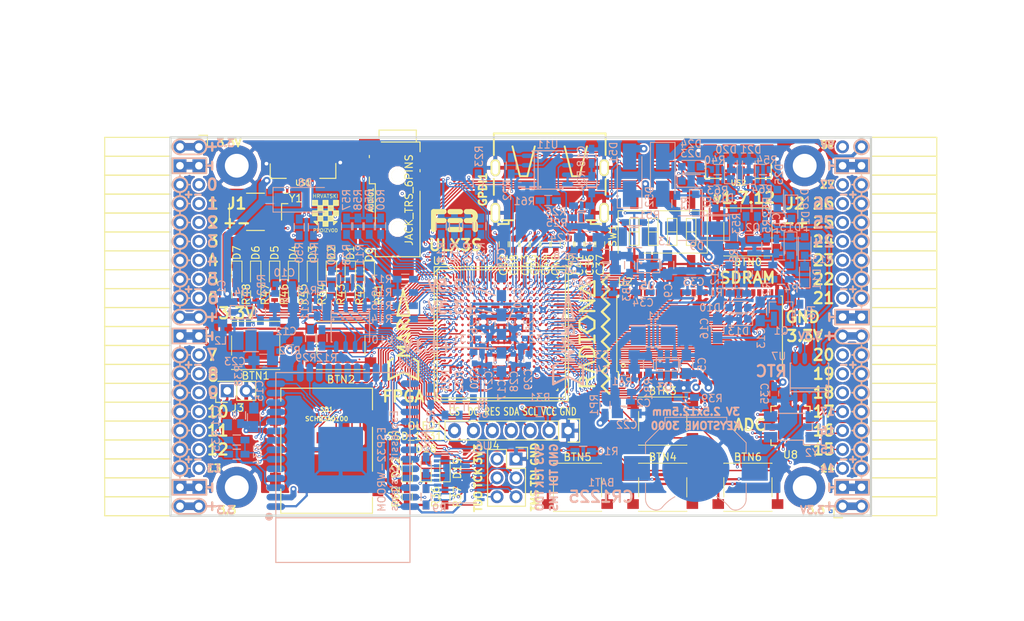
<source format=kicad_pcb>
(kicad_pcb (version 4) (host pcbnew 4.0.7+dfsg1-1)
  (layers (0 F.Cu signal) (1 In1.Cu signal) (2 In2.Cu signal) (31 B.Cu signal) (34 B.Paste user) (35 F.Paste user) (36 B.SilkS user) (37 F.SilkS user) (38 B.Mask user) (39 F.Mask user) (44 Edge.Cuts user))
  (net 0 "")
  (net 1 GND)
  (net 2 +5V)
  (net 3 /gpio/IN5V)
  (net 4 /gpio/OUT5V)
  (net 5 +3V3)
  (net 6 BTN_D)
  (net 7 BTN_F1)
  (net 8 BTN_F2)
  (net 9 BTN_L)
  (net 10 BTN_R)
  (net 11 BTN_U)
  (net 12 /power/FB1)
  (net 13 +2V5)
  (net 14 /power/PWREN)
  (net 15 /power/FB3)
  (net 16 /power/FB2)
  (net 17 "Net-(D9-Pad1)")
  (net 18 /power/VBAT)
  (net 19 JTAG_TDI)
  (net 20 JTAG_TCK)
  (net 21 JTAG_TMS)
  (net 22 JTAG_TDO)
  (net 23 /power/WAKEUPn)
  (net 24 /power/WKUP)
  (net 25 /power/SHUT)
  (net 26 /power/WAKE)
  (net 27 /power/HOLD)
  (net 28 /power/WKn)
  (net 29 /power/OSCI_32k)
  (net 30 /power/OSCO_32k)
  (net 31 "Net-(Q2-Pad3)")
  (net 32 SHUTDOWN)
  (net 33 /analog/AUDIO_L)
  (net 34 /analog/AUDIO_R)
  (net 35 GPDI_SDA)
  (net 36 GPDI_SCL)
  (net 37 /gpdi/VREF2)
  (net 38 SD_CMD)
  (net 39 SD_CLK)
  (net 40 SD_D0)
  (net 41 SD_D1)
  (net 42 USB5V)
  (net 43 GPDI_CEC)
  (net 44 nRESET)
  (net 45 FTDI_nDTR)
  (net 46 SDRAM_CKE)
  (net 47 SDRAM_A7)
  (net 48 SDRAM_D15)
  (net 49 SDRAM_BA1)
  (net 50 SDRAM_D7)
  (net 51 SDRAM_A6)
  (net 52 SDRAM_CLK)
  (net 53 SDRAM_D13)
  (net 54 SDRAM_BA0)
  (net 55 SDRAM_D6)
  (net 56 SDRAM_A5)
  (net 57 SDRAM_D14)
  (net 58 SDRAM_A11)
  (net 59 SDRAM_D12)
  (net 60 SDRAM_D5)
  (net 61 SDRAM_A4)
  (net 62 SDRAM_A10)
  (net 63 SDRAM_D11)
  (net 64 SDRAM_A3)
  (net 65 SDRAM_D4)
  (net 66 SDRAM_D10)
  (net 67 SDRAM_D9)
  (net 68 SDRAM_A9)
  (net 69 SDRAM_D3)
  (net 70 SDRAM_D8)
  (net 71 SDRAM_A8)
  (net 72 SDRAM_A2)
  (net 73 SDRAM_A1)
  (net 74 SDRAM_A0)
  (net 75 SDRAM_D2)
  (net 76 SDRAM_D1)
  (net 77 SDRAM_D0)
  (net 78 SDRAM_DQM0)
  (net 79 SDRAM_nCS)
  (net 80 SDRAM_nRAS)
  (net 81 SDRAM_DQM1)
  (net 82 SDRAM_nCAS)
  (net 83 SDRAM_nWE)
  (net 84 /flash/FLASH_nWP)
  (net 85 /flash/FLASH_nHOLD)
  (net 86 /flash/FLASH_MOSI)
  (net 87 /flash/FLASH_MISO)
  (net 88 /flash/FLASH_SCK)
  (net 89 /flash/FLASH_nCS)
  (net 90 /flash/FPGA_PROGRAMN)
  (net 91 /flash/FPGA_DONE)
  (net 92 /flash/FPGA_INITN)
  (net 93 OLED_RES)
  (net 94 OLED_DC)
  (net 95 OLED_CS)
  (net 96 WIFI_EN)
  (net 97 FTDI_nRTS)
  (net 98 FTDI_TXD)
  (net 99 FTDI_RXD)
  (net 100 WIFI_RXD)
  (net 101 WIFI_GPIO0)
  (net 102 WIFI_TXD)
  (net 103 USB_FTDI_D+)
  (net 104 USB_FTDI_D-)
  (net 105 SD_D3)
  (net 106 AUDIO_L3)
  (net 107 AUDIO_L2)
  (net 108 AUDIO_L1)
  (net 109 AUDIO_L0)
  (net 110 AUDIO_R3)
  (net 111 AUDIO_R2)
  (net 112 AUDIO_R1)
  (net 113 AUDIO_R0)
  (net 114 OLED_CLK)
  (net 115 OLED_MOSI)
  (net 116 LED0)
  (net 117 LED1)
  (net 118 LED2)
  (net 119 LED3)
  (net 120 LED4)
  (net 121 LED5)
  (net 122 LED6)
  (net 123 LED7)
  (net 124 BTN_PWRn)
  (net 125 FTDI_nTXLED)
  (net 126 FTDI_nSLEEP)
  (net 127 /blinkey/LED_PWREN)
  (net 128 /blinkey/LED_TXLED)
  (net 129 /sdcard/SD3V3)
  (net 130 SD_D2)
  (net 131 CLK_25MHz)
  (net 132 /blinkey/BTNPUL)
  (net 133 /blinkey/BTNPUR)
  (net 134 USB_FPGA_D+)
  (net 135 /power/FTDI_nSUSPEND)
  (net 136 /blinkey/ALED0)
  (net 137 /blinkey/ALED1)
  (net 138 /blinkey/ALED2)
  (net 139 /blinkey/ALED3)
  (net 140 /blinkey/ALED4)
  (net 141 /blinkey/ALED5)
  (net 142 /blinkey/ALED6)
  (net 143 /blinkey/ALED7)
  (net 144 /usb/FTD-)
  (net 145 /usb/FTD+)
  (net 146 ADC_MISO)
  (net 147 ADC_MOSI)
  (net 148 ADC_CSn)
  (net 149 ADC_SCLK)
  (net 150 SW3)
  (net 151 SW2)
  (net 152 SW1)
  (net 153 USB_FPGA_D-)
  (net 154 /usb/FPD+)
  (net 155 /usb/FPD-)
  (net 156 WIFI_GPIO16)
  (net 157 /usb/ANT_433MHz)
  (net 158 /power/PWRBTn)
  (net 159 PROG_DONE)
  (net 160 /power/P3V3)
  (net 161 /power/P2V5)
  (net 162 /power/L1)
  (net 163 /power/L3)
  (net 164 /power/L2)
  (net 165 FTDI_TXDEN)
  (net 166 SDRAM_A12)
  (net 167 /analog/AUDIO_V)
  (net 168 AUDIO_V3)
  (net 169 AUDIO_V2)
  (net 170 AUDIO_V1)
  (net 171 AUDIO_V0)
  (net 172 /blinkey/LED_WIFI)
  (net 173 /power/P1V1)
  (net 174 +1V1)
  (net 175 SW4)
  (net 176 /blinkey/SWPU)
  (net 177 /wifi/WIFIEN)
  (net 178 FT2V5)
  (net 179 GN0)
  (net 180 GP0)
  (net 181 GN1)
  (net 182 GP1)
  (net 183 GN2)
  (net 184 GP2)
  (net 185 GN3)
  (net 186 GP3)
  (net 187 GN4)
  (net 188 GP4)
  (net 189 GN5)
  (net 190 GP5)
  (net 191 GN6)
  (net 192 GP6)
  (net 193 GN14)
  (net 194 GP14)
  (net 195 GN15)
  (net 196 GP15)
  (net 197 GN16)
  (net 198 GP16)
  (net 199 GN17)
  (net 200 GP17)
  (net 201 GN18)
  (net 202 GP18)
  (net 203 GN19)
  (net 204 GP19)
  (net 205 GN20)
  (net 206 GP20)
  (net 207 GN21)
  (net 208 GP21)
  (net 209 GN22)
  (net 210 GP22)
  (net 211 GN23)
  (net 212 GP23)
  (net 213 GN24)
  (net 214 GP24)
  (net 215 GN25)
  (net 216 GP25)
  (net 217 GN26)
  (net 218 GP26)
  (net 219 GN27)
  (net 220 GP27)
  (net 221 GN7)
  (net 222 GP7)
  (net 223 GN8)
  (net 224 GP8)
  (net 225 GN9)
  (net 226 GP9)
  (net 227 GN10)
  (net 228 GP10)
  (net 229 GN11)
  (net 230 GP11)
  (net 231 GN12)
  (net 232 GP12)
  (net 233 GN13)
  (net 234 GP13)
  (net 235 WIFI_GPIO5)
  (net 236 WIFI_GPIO17)
  (net 237 USB_FPGA_PULL_D+)
  (net 238 USB_FPGA_PULL_D-)
  (net 239 "Net-(D23-Pad2)")
  (net 240 "Net-(D24-Pad1)")
  (net 241 "Net-(D25-Pad2)")
  (net 242 "Net-(D26-Pad1)")
  (net 243 /gpdi/GPDI_ETH+)
  (net 244 FPDI_ETH+)
  (net 245 /gpdi/GPDI_ETH-)
  (net 246 FPDI_ETH-)
  (net 247 /gpdi/GPDI_D2-)
  (net 248 FPDI_D2-)
  (net 249 /gpdi/GPDI_D1-)
  (net 250 FPDI_D1-)
  (net 251 /gpdi/GPDI_D0-)
  (net 252 FPDI_D0-)
  (net 253 /gpdi/GPDI_CLK-)
  (net 254 FPDI_CLK-)
  (net 255 /gpdi/GPDI_D2+)
  (net 256 FPDI_D2+)
  (net 257 /gpdi/GPDI_D1+)
  (net 258 FPDI_D1+)
  (net 259 /gpdi/GPDI_D0+)
  (net 260 FPDI_D0+)
  (net 261 /gpdi/GPDI_CLK+)
  (net 262 FPDI_CLK+)
  (net 263 FPDI_SDA)
  (net 264 FPDI_SCL)
  (net 265 /gpdi/FPDI_CEC)
  (module Socket_Strips:Socket_Strip_Angled_2x20 (layer F.Cu) (at 97.91 62.69 270)
    (fp_text reference J1 (at 7.62 -5.08 360) (layer F.SilkS) (effects (font (size 1.5 1.5) (thickness 0.3))))
    (fp_text value CONN_02X20 hide)
    (pad 1 thru_hole oval (at 0 0 270) (size 1.7272 1.7272) (drill 1.016) (layers *.Cu *.Mask) (net 5 +3V3))
    (pad 2 thru_hole oval (at 0 2.54 270) (size 1.7272 1.7272) (drill 1.016) (layers *.Cu *.Mask) (net 5 +3V3))
    (pad 3 thru_hole rect (at 2.54 0 270) (size 1.7272 1.7272) (drill 1.016) (layers *.Cu *.Mask) (net 1 GND))
    (pad 4 thru_hole rect (at 2.54 2.54 270) (size 1.7272 1.7272) (drill 1.016) (layers *.Cu *.Mask) (net 1 GND))
    (pad 5 thru_hole oval (at 5.08 0 270) (size 1.7272 1.7272) (drill 1.016) (layers *.Cu *.Mask) (net 179 GN0))
    (pad 6 thru_hole oval (at 5.08 2.54 270) (size 1.7272 1.7272) (drill 1.016) (layers *.Cu *.Mask) (net 180 GP0))
    (pad 7 thru_hole oval (at 7.62 0 270) (size 1.7272 1.7272) (drill 1.016) (layers *.Cu *.Mask) (net 181 GN1))
    (pad 8 thru_hole oval (at 7.62 2.54 270) (size 1.7272 1.7272) (drill 1.016) (layers *.Cu *.Mask) (net 182 GP1))
    (pad 9 thru_hole oval (at 10.16 0 270) (size 1.7272 1.7272) (drill 1.016) (layers *.Cu *.Mask) (net 183 GN2))
    (pad 10 thru_hole oval (at 10.16 2.54 270) (size 1.7272 1.7272) (drill 1.016) (layers *.Cu *.Mask) (net 184 GP2))
    (pad 11 thru_hole oval (at 12.7 0 270) (size 1.7272 1.7272) (drill 1.016) (layers *.Cu *.Mask) (net 185 GN3))
    (pad 12 thru_hole oval (at 12.7 2.54 270) (size 1.7272 1.7272) (drill 1.016) (layers *.Cu *.Mask) (net 186 GP3))
    (pad 13 thru_hole oval (at 15.24 0 270) (size 1.7272 1.7272) (drill 1.016) (layers *.Cu *.Mask) (net 187 GN4))
    (pad 14 thru_hole oval (at 15.24 2.54 270) (size 1.7272 1.7272) (drill 1.016) (layers *.Cu *.Mask) (net 188 GP4))
    (pad 15 thru_hole oval (at 17.78 0 270) (size 1.7272 1.7272) (drill 1.016) (layers *.Cu *.Mask) (net 189 GN5))
    (pad 16 thru_hole oval (at 17.78 2.54 270) (size 1.7272 1.7272) (drill 1.016) (layers *.Cu *.Mask) (net 190 GP5))
    (pad 17 thru_hole oval (at 20.32 0 270) (size 1.7272 1.7272) (drill 1.016) (layers *.Cu *.Mask) (net 191 GN6))
    (pad 18 thru_hole oval (at 20.32 2.54 270) (size 1.7272 1.7272) (drill 1.016) (layers *.Cu *.Mask) (net 192 GP6))
    (pad 19 thru_hole oval (at 22.86 0 270) (size 1.7272 1.7272) (drill 1.016) (layers *.Cu *.Mask) (net 5 +3V3))
    (pad 20 thru_hole oval (at 22.86 2.54 270) (size 1.7272 1.7272) (drill 1.016) (layers *.Cu *.Mask) (net 5 +3V3))
    (pad 21 thru_hole rect (at 25.4 0 270) (size 1.7272 1.7272) (drill 1.016) (layers *.Cu *.Mask) (net 1 GND))
    (pad 22 thru_hole rect (at 25.4 2.54 270) (size 1.7272 1.7272) (drill 1.016) (layers *.Cu *.Mask) (net 1 GND))
    (pad 23 thru_hole oval (at 27.94 0 270) (size 1.7272 1.7272) (drill 1.016) (layers *.Cu *.Mask) (net 221 GN7))
    (pad 24 thru_hole oval (at 27.94 2.54 270) (size 1.7272 1.7272) (drill 1.016) (layers *.Cu *.Mask) (net 222 GP7))
    (pad 25 thru_hole oval (at 30.48 0 270) (size 1.7272 1.7272) (drill 1.016) (layers *.Cu *.Mask) (net 223 GN8))
    (pad 26 thru_hole oval (at 30.48 2.54 270) (size 1.7272 1.7272) (drill 1.016) (layers *.Cu *.Mask) (net 224 GP8))
    (pad 27 thru_hole oval (at 33.02 0 270) (size 1.7272 1.7272) (drill 1.016) (layers *.Cu *.Mask) (net 225 GN9))
    (pad 28 thru_hole oval (at 33.02 2.54 270) (size 1.7272 1.7272) (drill 1.016) (layers *.Cu *.Mask) (net 226 GP9))
    (pad 29 thru_hole oval (at 35.56 0 270) (size 1.7272 1.7272) (drill 1.016) (layers *.Cu *.Mask) (net 227 GN10))
    (pad 30 thru_hole oval (at 35.56 2.54 270) (size 1.7272 1.7272) (drill 1.016) (layers *.Cu *.Mask) (net 228 GP10))
    (pad 31 thru_hole oval (at 38.1 0 270) (size 1.7272 1.7272) (drill 1.016) (layers *.Cu *.Mask) (net 229 GN11))
    (pad 32 thru_hole oval (at 38.1 2.54 270) (size 1.7272 1.7272) (drill 1.016) (layers *.Cu *.Mask) (net 230 GP11))
    (pad 33 thru_hole oval (at 40.64 0 270) (size 1.7272 1.7272) (drill 1.016) (layers *.Cu *.Mask) (net 231 GN12))
    (pad 34 thru_hole oval (at 40.64 2.54 270) (size 1.7272 1.7272) (drill 1.016) (layers *.Cu *.Mask) (net 232 GP12))
    (pad 35 thru_hole oval (at 43.18 0 270) (size 1.7272 1.7272) (drill 1.016) (layers *.Cu *.Mask) (net 233 GN13))
    (pad 36 thru_hole oval (at 43.18 2.54 270) (size 1.7272 1.7272) (drill 1.016) (layers *.Cu *.Mask) (net 234 GP13))
    (pad 37 thru_hole rect (at 45.72 0 270) (size 1.7272 1.7272) (drill 1.016) (layers *.Cu *.Mask) (net 1 GND))
    (pad 38 thru_hole rect (at 45.72 2.54 270) (size 1.7272 1.7272) (drill 1.016) (layers *.Cu *.Mask) (net 1 GND))
    (pad 39 thru_hole oval (at 48.26 0 270) (size 1.7272 1.7272) (drill 1.016) (layers *.Cu *.Mask) (net 5 +3V3))
    (pad 40 thru_hole oval (at 48.26 2.54 270) (size 1.7272 1.7272) (drill 1.016) (layers *.Cu *.Mask) (net 5 +3V3))
  )
  (module SMD_Packages:1Pin (layer F.Cu) (at 182.67515 111.637626)
    (fp_text reference AE1 hide)
    (fp_text value 433MHz hide)
    (pad 1 smd rect (at 0 0) (size 0.5 0.5) (layers B.Cu F.Paste F.Mask) (net 157 /usb/ANT_433MHz))
  )
  (module Resistors_SMD:R_0603_HandSoldering (layer B.Cu) (at 103.498 98.758 90)
    (fp_text reference R38 (at 5.334 -0.254 90) (layer B.SilkS) (effects (justify mirror)))
    (fp_text value 0.47)
    (pad 1 smd rect (at -1.1 0 90) (size 1.2 0.9) (layers B.Cu B.Paste B.Mask) (net 129 /sdcard/SD3V3))
    (pad 2 smd rect (at 1.1 0 90) (size 1.2 0.9) (layers B.Cu B.Paste B.Mask) (net 5 +3V3))
  )
  (module Diodes_SMD:D_SMA_Handsoldering (layer B.Cu) (at 155.695 66.5 90)
    (fp_text reference D51 (at 3.048 -2.159 90) (layer B.SilkS) (effects (justify mirror)))
    (fp_text value STPS2L30AF hide)
    (pad 1 smd rect (at -2.5 0 90) (size 3.5 1.8) (layers B.Cu B.Paste B.Mask) (net 2 +5V))
    (pad 2 smd rect (at 2.5 0 90) (size 3.5 1.8) (layers B.Cu B.Paste B.Mask) (net 3 /gpio/IN5V))
  )
  (module Resistors_SMD:R_0603_HandSoldering (layer B.Cu) (at 156.33 72.85 180)
    (fp_text reference R51 (at -2.032 1.016 180) (layer B.SilkS) (effects (justify mirror)))
    (fp_text value 150)
    (pad 1 smd rect (at -1.1 0 180) (size 1.2 0.9) (layers B.Cu B.Paste B.Mask) (net 5 +3V3))
    (pad 2 smd rect (at 1.1 0 180) (size 1.2 0.9) (layers B.Cu B.Paste B.Mask) (net 176 /blinkey/SWPU))
  )
  (module Resistors_SMD:R_1210_HandSoldering (layer B.Cu) (at 158.87 88.09 180)
    (fp_text reference L1 (at 0 2.7 180) (layer B.SilkS) (effects (justify mirror)))
    (fp_text value 2.2uH)
    (pad 1 smd rect (at -2 0 180) (size 2 2.5) (layers B.Cu B.Paste B.Mask) (net 162 /power/L1))
    (pad 2 smd rect (at 2 0 180) (size 2 2.5) (layers B.Cu B.Paste B.Mask) (net 173 /power/P1V1))
  )
  (module TSOT-25:TSOT-25 (layer B.Cu) (at 160.775 91.9)
    (fp_text reference U3 (at -0.381 3.048) (layer B.SilkS) (effects (font (thickness 0.2)) (justify mirror)))
    (fp_text value TLV62569DBV)
    (pad 1 smd rect (at -0.95 -1.3) (size 0.7 1.2) (layers B.Cu B.Paste B.Mask) (net 14 /power/PWREN))
    (pad 2 smd rect (at 0 -1.3) (size 0.7 1.2) (layers B.Cu B.Paste B.Mask) (net 1 GND))
    (pad 3 smd rect (at 0.95 -1.3) (size 0.7 1.2) (layers B.Cu B.Paste B.Mask) (net 162 /power/L1))
    (pad 4 smd rect (at 0.95 1.3) (size 0.7 1.2) (layers B.Cu B.Paste B.Mask) (net 2 +5V))
    (pad 5 smd rect (at -0.95 1.3) (size 0.7 1.2) (layers B.Cu B.Paste B.Mask) (net 12 /power/FB1))
  )
  (module Resistors_SMD:R_1210_HandSoldering (layer B.Cu) (at 104.895 88.725)
    (fp_text reference L2 (at -4.064 0) (layer B.SilkS) (effects (justify mirror)))
    (fp_text value 2.2uH)
    (pad 1 smd rect (at -2 0) (size 2 2.5) (layers B.Cu B.Paste B.Mask) (net 164 /power/L2))
    (pad 2 smd rect (at 2 0) (size 2 2.5) (layers B.Cu B.Paste B.Mask) (net 161 /power/P2V5))
  )
  (module TSOT-25:TSOT-25 (layer B.Cu) (at 103.625 84.915 180)
    (fp_text reference U4 (at 0 2.697 180) (layer B.SilkS) (effects (font (thickness 0.2)) (justify mirror)))
    (fp_text value TLV62569DBV)
    (pad 1 smd rect (at -0.95 -1.3 180) (size 0.7 1.2) (layers B.Cu B.Paste B.Mask) (net 14 /power/PWREN))
    (pad 2 smd rect (at 0 -1.3 180) (size 0.7 1.2) (layers B.Cu B.Paste B.Mask) (net 1 GND))
    (pad 3 smd rect (at 0.95 -1.3 180) (size 0.7 1.2) (layers B.Cu B.Paste B.Mask) (net 164 /power/L2))
    (pad 4 smd rect (at 0.95 1.3 180) (size 0.7 1.2) (layers B.Cu B.Paste B.Mask) (net 2 +5V))
    (pad 5 smd rect (at -0.95 1.3 180) (size 0.7 1.2) (layers B.Cu B.Paste B.Mask) (net 16 /power/FB2))
  )
  (module Resistors_SMD:R_1210_HandSoldering (layer B.Cu) (at 156.33 74.755 180)
    (fp_text reference L3 (at -4.064 -0.635 180) (layer B.SilkS) (effects (justify mirror)))
    (fp_text value 2.2uH)
    (pad 1 smd rect (at -2 0 180) (size 2 2.5) (layers B.Cu B.Paste B.Mask) (net 163 /power/L3))
    (pad 2 smd rect (at 2 0 180) (size 2 2.5) (layers B.Cu B.Paste B.Mask) (net 160 /power/P3V3))
  )
  (module TSOT-25:TSOT-25 (layer B.Cu) (at 158.235 78.692)
    (fp_text reference U5 (at -0.127 2.667) (layer B.SilkS) (effects (font (thickness 0.2)) (justify mirror)))
    (fp_text value TLV62569DBV)
    (pad 1 smd rect (at -0.95 -1.3) (size 0.7 1.2) (layers B.Cu B.Paste B.Mask) (net 14 /power/PWREN))
    (pad 2 smd rect (at 0 -1.3) (size 0.7 1.2) (layers B.Cu B.Paste B.Mask) (net 1 GND))
    (pad 3 smd rect (at 0.95 -1.3) (size 0.7 1.2) (layers B.Cu B.Paste B.Mask) (net 163 /power/L3))
    (pad 4 smd rect (at 0.95 1.3) (size 0.7 1.2) (layers B.Cu B.Paste B.Mask) (net 2 +5V))
    (pad 5 smd rect (at -0.95 1.3) (size 0.7 1.2) (layers B.Cu B.Paste B.Mask) (net 15 /power/FB3))
  )
  (module Capacitors_SMD:C_0805_HandSoldering (layer B.Cu) (at 101.085 84.915 270)
    (fp_text reference C1 (at -3.429 0.127 270) (layer B.SilkS) (effects (justify mirror)))
    (fp_text value 22uF)
    (pad 1 smd rect (at -1.25 0 270) (size 1.5 1.25) (layers B.Cu B.Paste B.Mask) (net 2 +5V))
    (pad 2 smd rect (at 1.25 0 270) (size 1.5 1.25) (layers B.Cu B.Paste B.Mask) (net 1 GND))
  )
  (module Capacitors_SMD:C_0805_HandSoldering (layer B.Cu) (at 155.06 90.63)
    (fp_text reference C3 (at -3.048 0) (layer B.SilkS) (effects (justify mirror)))
    (fp_text value 22uF)
    (pad 1 smd rect (at -1.25 0) (size 1.5 1.25) (layers B.Cu B.Paste B.Mask) (net 173 /power/P1V1))
    (pad 2 smd rect (at 1.25 0) (size 1.5 1.25) (layers B.Cu B.Paste B.Mask) (net 1 GND))
  )
  (module Capacitors_SMD:C_0805_HandSoldering (layer B.Cu) (at 155.06 92.535)
    (fp_text reference C4 (at -3.048 0.127) (layer B.SilkS) (effects (justify mirror)))
    (fp_text value 22uF)
    (pad 1 smd rect (at -1.25 0) (size 1.5 1.25) (layers B.Cu B.Paste B.Mask) (net 173 /power/P1V1))
    (pad 2 smd rect (at 1.25 0) (size 1.5 1.25) (layers B.Cu B.Paste B.Mask) (net 1 GND))
  )
  (module Capacitors_SMD:C_0805_HandSoldering (layer B.Cu) (at 163.315 91.9 90)
    (fp_text reference C5 (at 0 2.1 90) (layer B.SilkS) (effects (justify mirror)))
    (fp_text value 22uF)
    (pad 1 smd rect (at -1.25 0 90) (size 1.5 1.25) (layers B.Cu B.Paste B.Mask) (net 2 +5V))
    (pad 2 smd rect (at 1.25 0 90) (size 1.5 1.25) (layers B.Cu B.Paste B.Mask) (net 1 GND))
  )
  (module Capacitors_SMD:C_0805_HandSoldering (layer B.Cu) (at 152.52 79.2)
    (fp_text reference C7 (at -6.096 0) (layer B.SilkS) (effects (justify mirror)))
    (fp_text value 22uF)
    (pad 1 smd rect (at -1.25 0) (size 1.5 1.25) (layers B.Cu B.Paste B.Mask) (net 160 /power/P3V3))
    (pad 2 smd rect (at 1.25 0) (size 1.5 1.25) (layers B.Cu B.Paste B.Mask) (net 1 GND))
  )
  (module Capacitors_SMD:C_0805_HandSoldering (layer B.Cu) (at 152.52 77.295)
    (fp_text reference C8 (at -6.096 0) (layer B.SilkS) (effects (justify mirror)))
    (fp_text value 22uF)
    (pad 1 smd rect (at -1.25 0) (size 1.5 1.25) (layers B.Cu B.Paste B.Mask) (net 160 /power/P3V3))
    (pad 2 smd rect (at 1.25 0) (size 1.5 1.25) (layers B.Cu B.Paste B.Mask) (net 1 GND))
  )
  (module Capacitors_SMD:C_0805_HandSoldering (layer B.Cu) (at 160.775 78.565 90)
    (fp_text reference C9 (at -3.429 0.127 90) (layer B.SilkS) (effects (justify mirror)))
    (fp_text value 22uF)
    (pad 1 smd rect (at -1.25 0 90) (size 1.5 1.25) (layers B.Cu B.Paste B.Mask) (net 2 +5V))
    (pad 2 smd rect (at 1.25 0 90) (size 1.5 1.25) (layers B.Cu B.Paste B.Mask) (net 1 GND))
  )
  (module Capacitors_SMD:C_0805_HandSoldering (layer B.Cu) (at 109.34 84.28 180)
    (fp_text reference C11 (at -2.794 -0.254 270) (layer B.SilkS) (effects (justify mirror)))
    (fp_text value 22uF)
    (pad 1 smd rect (at -1.25 0 180) (size 1.5 1.25) (layers B.Cu B.Paste B.Mask) (net 161 /power/P2V5))
    (pad 2 smd rect (at 1.25 0 180) (size 1.5 1.25) (layers B.Cu B.Paste B.Mask) (net 1 GND))
  )
  (module Capacitors_SMD:C_0805_HandSoldering (layer B.Cu) (at 109.34 86.185 180)
    (fp_text reference C12 (at -0.254 -1.27 360) (layer B.SilkS) (effects (justify mirror)))
    (fp_text value 22uF)
    (pad 1 smd rect (at -1.25 0 180) (size 1.5 1.25) (layers B.Cu B.Paste B.Mask) (net 161 /power/P2V5))
    (pad 2 smd rect (at 1.25 0 180) (size 1.5 1.25) (layers B.Cu B.Paste B.Mask) (net 1 GND))
  )
  (module Capacitors_SMD:C_0805_HandSoldering (layer B.Cu) (at 173.221 84.788 90)
    (fp_text reference C13 (at -3.556 0.127 90) (layer B.SilkS) (effects (justify mirror)))
    (fp_text value 2.2uF)
    (pad 1 smd rect (at -1.25 0 90) (size 1.5 1.25) (layers B.Cu B.Paste B.Mask) (net 2 +5V))
    (pad 2 smd rect (at 1.25 0 90) (size 1.5 1.25) (layers B.Cu B.Paste B.Mask) (net 24 /power/WKUP))
  )
  (module TO_SOT_Packages_SMD:SOT-23_Handsoldering (layer B.Cu) (at 176.015 84.28 90)
    (fp_text reference Q1 (at -3.1115 0 180) (layer B.SilkS) (effects (justify mirror)))
    (fp_text value BC857)
    (pad 1 smd rect (at -1.5 0.95 90) (size 1.9 0.8) (layers B.Cu B.Paste B.Mask) (net 28 /power/WKn))
    (pad 2 smd rect (at -1.5 -0.95 90) (size 1.9 0.8) (layers B.Cu B.Paste B.Mask) (net 2 +5V))
    (pad 3 smd rect (at 1.5 0 90) (size 1.9 0.8) (layers B.Cu B.Paste B.Mask) (net 24 /power/WKUP))
  )
  (module TO_SOT_Packages_SMD:SOT-23_Handsoldering (layer B.Cu) (at 170.935 76.025 180)
    (fp_text reference Q2 (at -1.295 2.5 180) (layer B.SilkS) (effects (justify mirror)))
    (fp_text value 2N7002)
    (pad 1 smd rect (at -1.5 0.95 180) (size 1.9 0.8) (layers B.Cu B.Paste B.Mask) (net 25 /power/SHUT))
    (pad 2 smd rect (at -1.5 -0.95 180) (size 1.9 0.8) (layers B.Cu B.Paste B.Mask) (net 1 GND))
    (pad 3 smd rect (at 1.5 0 180) (size 1.9 0.8) (layers B.Cu B.Paste B.Mask) (net 31 "Net-(Q2-Pad3)"))
  )
  (module Capacitors_SMD:C_0603_HandSoldering (layer B.Cu) (at 154.86 96.91)
    (fp_text reference C2 (at 2.74 0.197) (layer B.SilkS) (effects (justify mirror)))
    (fp_text value 470pF)
    (pad 1 smd rect (at -0.95 0) (size 1.2 0.75) (layers B.Cu B.Paste B.Mask) (net 173 /power/P1V1))
    (pad 2 smd rect (at 0.95 0) (size 1.2 0.75) (layers B.Cu B.Paste B.Mask) (net 12 /power/FB1))
  )
  (module Capacitors_SMD:C_0603_HandSoldering (layer B.Cu) (at 152.52 82.375)
    (fp_text reference C6 (at -2.794 0.127) (layer B.SilkS) (effects (justify mirror)))
    (fp_text value 470pF)
    (pad 1 smd rect (at -0.95 0) (size 1.2 0.75) (layers B.Cu B.Paste B.Mask) (net 160 /power/P3V3))
    (pad 2 smd rect (at 0.95 0) (size 1.2 0.75) (layers B.Cu B.Paste B.Mask) (net 15 /power/FB3))
  )
  (module Capacitors_SMD:C_0603_HandSoldering (layer B.Cu) (at 109.34 81.105 180)
    (fp_text reference C10 (at -0.04 1.505 180) (layer B.SilkS) (effects (justify mirror)))
    (fp_text value 470pF)
    (pad 1 smd rect (at -0.95 0 180) (size 1.2 0.75) (layers B.Cu B.Paste B.Mask) (net 161 /power/P2V5))
    (pad 2 smd rect (at 0.95 0 180) (size 1.2 0.75) (layers B.Cu B.Paste B.Mask) (net 16 /power/FB2))
  )
  (module Capacitors_SMD:C_0603_HandSoldering (layer B.Cu) (at 175.38 76.025 270)
    (fp_text reference C14 (at -3.048 0 270) (layer B.SilkS) (effects (justify mirror)))
    (fp_text value 100nF)
    (pad 1 smd rect (at -0.95 0 270) (size 1.2 0.75) (layers B.Cu B.Paste B.Mask) (net 25 /power/SHUT))
    (pad 2 smd rect (at 0.95 0 270) (size 1.2 0.75) (layers B.Cu B.Paste B.Mask) (net 1 GND))
  )
  (module Resistors_SMD:R_0603_HandSoldering (layer B.Cu) (at 170.3 82.375)
    (fp_text reference R1 (at -3.048 -0.127) (layer B.SilkS) (effects (justify mirror)))
    (fp_text value 15k)
    (pad 1 smd rect (at -1.1 0) (size 1.2 0.9) (layers B.Cu B.Paste B.Mask) (net 26 /power/WAKE))
    (pad 2 smd rect (at 1.1 0) (size 1.2 0.9) (layers B.Cu B.Paste B.Mask) (net 14 /power/PWREN))
  )
  (module Resistors_SMD:R_0603_HandSoldering (layer B.Cu) (at 172.84 79.835 90)
    (fp_text reference R2 (at -1.905 1.27 90) (layer B.SilkS) (effects (justify mirror)))
    (fp_text value 47k)
    (pad 1 smd rect (at -1.1 0 90) (size 1.2 0.9) (layers B.Cu B.Paste B.Mask) (net 14 /power/PWREN))
    (pad 2 smd rect (at 1.1 0 90) (size 1.2 0.9) (layers B.Cu B.Paste B.Mask) (net 1 GND))
  )
  (module Resistors_SMD:R_0603_HandSoldering (layer B.Cu) (at 176.015 80.47 180)
    (fp_text reference R4 (at -1.397 -1.27 360) (layer B.SilkS) (effects (justify mirror)))
    (fp_text value 4.7k)
    (pad 1 smd rect (at -1.1 0 180) (size 1.2 0.9) (layers B.Cu B.Paste B.Mask) (net 27 /power/HOLD))
    (pad 2 smd rect (at 1.1 0 180) (size 1.2 0.9) (layers B.Cu B.Paste B.Mask) (net 14 /power/PWREN))
  )
  (module Resistors_SMD:R_0603_HandSoldering (layer B.Cu) (at 174.11 76.025 270)
    (fp_text reference R5 (at -2.667 0 270) (layer B.SilkS) (effects (justify mirror)))
    (fp_text value 4.7M)
    (pad 1 smd rect (at -1.1 0 270) (size 1.2 0.9) (layers B.Cu B.Paste B.Mask) (net 25 /power/SHUT))
    (pad 2 smd rect (at 1.1 0 270) (size 1.2 0.9) (layers B.Cu B.Paste B.Mask) (net 1 GND))
  )
  (module Resistors_SMD:R_0603_HandSoldering (layer B.Cu) (at 178.555 84.915 270)
    (fp_text reference R6 (at 0 -1.524 270) (layer B.SilkS) (effects (justify mirror)))
    (fp_text value 1k)
    (pad 1 smd rect (at -1.1 0 270) (size 1.2 0.9) (layers B.Cu B.Paste B.Mask) (net 28 /power/WKn))
    (pad 2 smd rect (at 1.1 0 270) (size 1.2 0.9) (layers B.Cu B.Paste B.Mask) (net 23 /power/WAKEUPn))
  )
  (module Resistors_SMD:R_0603_HandSoldering (layer B.Cu) (at 113.785 84.28 270)
    (fp_text reference R7 (at -2.794 -0.635 270) (layer B.SilkS) (effects (justify mirror)))
    (fp_text value 150)
    (pad 1 smd rect (at -1.1 0 270) (size 1.2 0.9) (layers B.Cu B.Paste B.Mask) (net 5 +3V3))
    (pad 2 smd rect (at 1.1 0 270) (size 1.2 0.9) (layers B.Cu B.Paste B.Mask) (net 132 /blinkey/BTNPUL))
  )
  (module Resistors_SMD:R_0603_HandSoldering (layer B.Cu) (at 170.935 79.835 90)
    (fp_text reference R8 (at 2.54 -1.27 90) (layer B.SilkS) (effects (justify mirror)))
    (fp_text value 1k)
    (pad 1 smd rect (at -1.1 0 90) (size 1.2 0.9) (layers B.Cu B.Paste B.Mask) (net 14 /power/PWREN))
    (pad 2 smd rect (at 1.1 0 90) (size 1.2 0.9) (layers B.Cu B.Paste B.Mask) (net 31 "Net-(Q2-Pad3)"))
  )
  (module Resistors_SMD:R_0603_HandSoldering (layer B.Cu) (at 128.39 109.68 270)
    (fp_text reference R9 (at 1.524 -1.778 360) (layer B.SilkS) (effects (justify mirror)))
    (fp_text value 15k)
    (pad 1 smd rect (at -1.1 0 270) (size 1.2 0.9) (layers B.Cu B.Paste B.Mask) (net 44 nRESET))
    (pad 2 smd rect (at 1.1 0 270) (size 1.2 0.9) (layers B.Cu B.Paste B.Mask) (net 178 FT2V5))
  )
  (module Resistors_SMD:R_0603_HandSoldering (layer B.Cu) (at 149.472 103.584 180)
    (fp_text reference R10 (at -3.302 0 180) (layer B.SilkS) (effects (justify mirror)))
    (fp_text value 150)
    (pad 1 smd rect (at -1.1 0 180) (size 1.2 0.9) (layers B.Cu B.Paste B.Mask) (net 135 /power/FTDI_nSUSPEND))
    (pad 2 smd rect (at 1.1 0 180) (size 1.2 0.9) (layers B.Cu B.Paste B.Mask) (net 126 FTDI_nSLEEP))
  )
  (module Resistors_SMD:R_0603_HandSoldering (layer B.Cu) (at 176.015 78.565 180)
    (fp_text reference R13 (at -5.588 0.762 180) (layer B.SilkS) (effects (justify mirror)))
    (fp_text value 15k)
    (pad 1 smd rect (at -1.1 0 180) (size 1.2 0.9) (layers B.Cu B.Paste B.Mask) (net 32 SHUTDOWN))
    (pad 2 smd rect (at 1.1 0 180) (size 1.2 0.9) (layers B.Cu B.Paste B.Mask) (net 1 GND))
  )
  (module Resistors_SMD:R_0603_HandSoldering (layer B.Cu) (at 154.86 95.64)
    (fp_text reference RA1 (at -0.181 -1.454) (layer B.SilkS) (effects (justify mirror)))
    (fp_text value 15k)
    (pad 1 smd rect (at -1.1 0) (size 1.2 0.9) (layers B.Cu B.Paste B.Mask) (net 173 /power/P1V1))
    (pad 2 smd rect (at 1.1 0) (size 1.2 0.9) (layers B.Cu B.Paste B.Mask) (net 12 /power/FB1))
  )
  (module Resistors_SMD:R_0603_HandSoldering (layer B.Cu) (at 109.34 82.375 180)
    (fp_text reference RA2 (at -3.048 0.381 360) (layer B.SilkS) (effects (justify mirror)))
    (fp_text value 15k)
    (pad 1 smd rect (at -1.1 0 180) (size 1.2 0.9) (layers B.Cu B.Paste B.Mask) (net 161 /power/P2V5))
    (pad 2 smd rect (at 1.1 0 180) (size 1.2 0.9) (layers B.Cu B.Paste B.Mask) (net 16 /power/FB2))
  )
  (module Resistors_SMD:R_0603_HandSoldering (layer B.Cu) (at 152.52 81.105)
    (fp_text reference RA3 (at -3.302 -0.127) (layer B.SilkS) (effects (justify mirror)))
    (fp_text value 15k)
    (pad 1 smd rect (at -1.1 0) (size 1.2 0.9) (layers B.Cu B.Paste B.Mask) (net 160 /power/P3V3))
    (pad 2 smd rect (at 1.1 0) (size 1.2 0.9) (layers B.Cu B.Paste B.Mask) (net 15 /power/FB3))
  )
  (module Resistors_SMD:R_0603_HandSoldering (layer B.Cu) (at 158.235 91.9 270)
    (fp_text reference RB1 (at 3.302 0 270) (layer B.SilkS) (effects (justify mirror)))
    (fp_text value 18k)
    (pad 1 smd rect (at -1.1 0 270) (size 1.2 0.9) (layers B.Cu B.Paste B.Mask) (net 1 GND))
    (pad 2 smd rect (at 1.1 0 270) (size 1.2 0.9) (layers B.Cu B.Paste B.Mask) (net 12 /power/FB1))
  )
  (module Resistors_SMD:R_0603_HandSoldering (layer B.Cu) (at 106.165 84.915 90)
    (fp_text reference RB2 (at 3.683 0.127 90) (layer B.SilkS) (effects (justify mirror)))
    (fp_text value 4.7k)
    (pad 1 smd rect (at -1.1 0 90) (size 1.2 0.9) (layers B.Cu B.Paste B.Mask) (net 1 GND))
    (pad 2 smd rect (at 1.1 0 90) (size 1.2 0.9) (layers B.Cu B.Paste B.Mask) (net 16 /power/FB2))
  )
  (module Resistors_SMD:R_0603_HandSoldering (layer B.Cu) (at 155.695 78.565 270)
    (fp_text reference RB3 (at 3.429 0.395 270) (layer B.SilkS) (effects (justify mirror)))
    (fp_text value 3.3k)
    (pad 1 smd rect (at -1.1 0 270) (size 1.2 0.9) (layers B.Cu B.Paste B.Mask) (net 1 GND))
    (pad 2 smd rect (at 1.1 0 270) (size 1.2 0.9) (layers B.Cu B.Paste B.Mask) (net 15 /power/FB3))
  )
  (module Resistors_SMD:R_0603_HandSoldering (layer B.Cu) (at 125.596 85.804 180)
    (fp_text reference R14 (at 3.175 0 180) (layer B.SilkS) (effects (justify mirror)))
    (fp_text value 1.2k)
    (pad 1 smd rect (at -1.1 0 180) (size 1.2 0.9) (layers B.Cu B.Paste B.Mask) (net 109 AUDIO_L0))
    (pad 2 smd rect (at 1.1 0 180) (size 1.2 0.9) (layers B.Cu B.Paste B.Mask) (net 33 /analog/AUDIO_L))
  )
  (module Resistors_SMD:R_0603_HandSoldering (layer B.Cu) (at 125.596 84.026 180)
    (fp_text reference R15 (at 3.175 -0.001 180) (layer B.SilkS) (effects (justify mirror)))
    (fp_text value 680)
    (pad 1 smd rect (at -1.1 0 180) (size 1.2 0.9) (layers B.Cu B.Paste B.Mask) (net 108 AUDIO_L1))
    (pad 2 smd rect (at 1.1 0 180) (size 1.2 0.9) (layers B.Cu B.Paste B.Mask) (net 33 /analog/AUDIO_L))
  )
  (module Resistors_SMD:R_0603_HandSoldering (layer B.Cu) (at 125.596 82.248 180)
    (fp_text reference R16 (at 3.175 0 180) (layer B.SilkS) (effects (justify mirror)))
    (fp_text value 330)
    (pad 1 smd rect (at -1.1 0 180) (size 1.2 0.9) (layers B.Cu B.Paste B.Mask) (net 107 AUDIO_L2))
    (pad 2 smd rect (at 1.1 0 180) (size 1.2 0.9) (layers B.Cu B.Paste B.Mask) (net 33 /analog/AUDIO_L))
  )
  (module Resistors_SMD:R_0603_HandSoldering (layer B.Cu) (at 125.596 80.47 180)
    (fp_text reference R17 (at 3.175 0 180) (layer B.SilkS) (effects (justify mirror)))
    (fp_text value 150)
    (pad 1 smd rect (at -1.1 0 180) (size 1.2 0.9) (layers B.Cu B.Paste B.Mask) (net 106 AUDIO_L3))
    (pad 2 smd rect (at 1.1 0 180) (size 1.2 0.9) (layers B.Cu B.Paste B.Mask) (net 33 /analog/AUDIO_L))
  )
  (module Resistors_SMD:R_0603_HandSoldering (layer B.Cu) (at 130.422 73.358 90)
    (fp_text reference R18 (at -3.556 0 90) (layer B.SilkS) (effects (justify mirror)))
    (fp_text value 1.2k)
    (pad 1 smd rect (at -1.1 0 90) (size 1.2 0.9) (layers B.Cu B.Paste B.Mask) (net 113 AUDIO_R0))
    (pad 2 smd rect (at 1.1 0 90) (size 1.2 0.9) (layers B.Cu B.Paste B.Mask) (net 34 /analog/AUDIO_R))
  )
  (module Resistors_SMD:R_0603_HandSoldering (layer B.Cu) (at 132.2 73.358 90)
    (fp_text reference R19 (at -3.556 0 90) (layer B.SilkS) (effects (justify mirror)))
    (fp_text value 680)
    (pad 1 smd rect (at -1.1 0 90) (size 1.2 0.9) (layers B.Cu B.Paste B.Mask) (net 112 AUDIO_R1))
    (pad 2 smd rect (at 1.1 0 90) (size 1.2 0.9) (layers B.Cu B.Paste B.Mask) (net 34 /analog/AUDIO_R))
  )
  (module Resistors_SMD:R_0603_HandSoldering (layer B.Cu) (at 133.978 73.358 90)
    (fp_text reference R20 (at -3.556 0 90) (layer B.SilkS) (effects (justify mirror)))
    (fp_text value 330)
    (pad 1 smd rect (at -1.1 0 90) (size 1.2 0.9) (layers B.Cu B.Paste B.Mask) (net 111 AUDIO_R2))
    (pad 2 smd rect (at 1.1 0 90) (size 1.2 0.9) (layers B.Cu B.Paste B.Mask) (net 34 /analog/AUDIO_R))
  )
  (module Resistors_SMD:R_0603_HandSoldering (layer B.Cu) (at 135.756 73.358 90)
    (fp_text reference R21 (at -3.556 0 90) (layer B.SilkS) (effects (justify mirror)))
    (fp_text value 150)
    (pad 1 smd rect (at -1.1 0 90) (size 1.2 0.9) (layers B.Cu B.Paste B.Mask) (net 110 AUDIO_R3))
    (pad 2 smd rect (at 1.1 0 90) (size 1.2 0.9) (layers B.Cu B.Paste B.Mask) (net 34 /analog/AUDIO_R))
  )
  (module Capacitors_SMD:C_0603_HandSoldering (layer B.Cu) (at 150.5896 63.96 90)
    (fp_text reference C18 (at 0 -1.3716 90) (layer B.SilkS) (effects (justify mirror)))
    (fp_text value 470pF)
    (pad 1 smd rect (at -0.95 0 90) (size 1.2 0.75) (layers B.Cu B.Paste B.Mask) (net 37 /gpdi/VREF2))
    (pad 2 smd rect (at 0.95 0 90) (size 1.2 0.75) (layers B.Cu B.Paste B.Mask) (net 1 GND))
  )
  (module Socket_Strips:Socket_Strip_Angled_2x20 (layer F.Cu) (at 184.27 110.95 90)
    (fp_text reference J2 (at 40.64 -6.35 180) (layer F.SilkS) (effects (font (size 1.5 1.5) (thickness 0.3))))
    (fp_text value CONN_02X20 hide)
    (pad 1 thru_hole oval (at 0 0 90) (size 1.7272 1.7272) (drill 1.016) (layers *.Cu *.Mask) (net 5 +3V3))
    (pad 2 thru_hole oval (at 0 2.54 90) (size 1.7272 1.7272) (drill 1.016) (layers *.Cu *.Mask) (net 5 +3V3))
    (pad 3 thru_hole rect (at 2.54 0 90) (size 1.7272 1.7272) (drill 1.016) (layers *.Cu *.Mask) (net 1 GND))
    (pad 4 thru_hole rect (at 2.54 2.54 90) (size 1.7272 1.7272) (drill 1.016) (layers *.Cu *.Mask) (net 1 GND))
    (pad 5 thru_hole oval (at 5.08 0 90) (size 1.7272 1.7272) (drill 1.016) (layers *.Cu *.Mask) (net 193 GN14))
    (pad 6 thru_hole oval (at 5.08 2.54 90) (size 1.7272 1.7272) (drill 1.016) (layers *.Cu *.Mask) (net 194 GP14))
    (pad 7 thru_hole oval (at 7.62 0 90) (size 1.7272 1.7272) (drill 1.016) (layers *.Cu *.Mask) (net 195 GN15))
    (pad 8 thru_hole oval (at 7.62 2.54 90) (size 1.7272 1.7272) (drill 1.016) (layers *.Cu *.Mask) (net 196 GP15))
    (pad 9 thru_hole oval (at 10.16 0 90) (size 1.7272 1.7272) (drill 1.016) (layers *.Cu *.Mask) (net 197 GN16))
    (pad 10 thru_hole oval (at 10.16 2.54 90) (size 1.7272 1.7272) (drill 1.016) (layers *.Cu *.Mask) (net 198 GP16))
    (pad 11 thru_hole oval (at 12.7 0 90) (size 1.7272 1.7272) (drill 1.016) (layers *.Cu *.Mask) (net 199 GN17))
    (pad 12 thru_hole oval (at 12.7 2.54 90) (size 1.7272 1.7272) (drill 1.016) (layers *.Cu *.Mask) (net 200 GP17))
    (pad 13 thru_hole oval (at 15.24 0 90) (size 1.7272 1.7272) (drill 1.016) (layers *.Cu *.Mask) (net 201 GN18))
    (pad 14 thru_hole oval (at 15.24 2.54 90) (size 1.7272 1.7272) (drill 1.016) (layers *.Cu *.Mask) (net 202 GP18))
    (pad 15 thru_hole oval (at 17.78 0 90) (size 1.7272 1.7272) (drill 1.016) (layers *.Cu *.Mask) (net 203 GN19))
    (pad 16 thru_hole oval (at 17.78 2.54 90) (size 1.7272 1.7272) (drill 1.016) (layers *.Cu *.Mask) (net 204 GP19))
    (pad 17 thru_hole oval (at 20.32 0 90) (size 1.7272 1.7272) (drill 1.016) (layers *.Cu *.Mask) (net 205 GN20))
    (pad 18 thru_hole oval (at 20.32 2.54 90) (size 1.7272 1.7272) (drill 1.016) (layers *.Cu *.Mask) (net 206 GP20))
    (pad 19 thru_hole oval (at 22.86 0 90) (size 1.7272 1.7272) (drill 1.016) (layers *.Cu *.Mask) (net 5 +3V3))
    (pad 20 thru_hole oval (at 22.86 2.54 90) (size 1.7272 1.7272) (drill 1.016) (layers *.Cu *.Mask) (net 5 +3V3))
    (pad 21 thru_hole rect (at 25.4 0 90) (size 1.7272 1.7272) (drill 1.016) (layers *.Cu *.Mask) (net 1 GND))
    (pad 22 thru_hole rect (at 25.4 2.54 90) (size 1.7272 1.7272) (drill 1.016) (layers *.Cu *.Mask) (net 1 GND))
    (pad 23 thru_hole oval (at 27.94 0 90) (size 1.7272 1.7272) (drill 1.016) (layers *.Cu *.Mask) (net 207 GN21))
    (pad 24 thru_hole oval (at 27.94 2.54 90) (size 1.7272 1.7272) (drill 1.016) (layers *.Cu *.Mask) (net 208 GP21))
    (pad 25 thru_hole oval (at 30.48 0 90) (size 1.7272 1.7272) (drill 1.016) (layers *.Cu *.Mask) (net 209 GN22))
    (pad 26 thru_hole oval (at 30.48 2.54 90) (size 1.7272 1.7272) (drill 1.016) (layers *.Cu *.Mask) (net 210 GP22))
    (pad 27 thru_hole oval (at 33.02 0 90) (size 1.7272 1.7272) (drill 1.016) (layers *.Cu *.Mask) (net 211 GN23))
    (pad 28 thru_hole oval (at 33.02 2.54 90) (size 1.7272 1.7272) (drill 1.016) (layers *.Cu *.Mask) (net 212 GP23))
    (pad 29 thru_hole oval (at 35.56 0 90) (size 1.7272 1.7272) (drill 1.016) (layers *.Cu *.Mask) (net 213 GN24))
    (pad 30 thru_hole oval (at 35.56 2.54 90) (size 1.7272 1.7272) (drill 1.016) (layers *.Cu *.Mask) (net 214 GP24))
    (pad 31 thru_hole oval (at 38.1 0 90) (size 1.7272 1.7272) (drill 1.016) (layers *.Cu *.Mask) (net 215 GN25))
    (pad 32 thru_hole oval (at 38.1 2.54 90) (size 1.7272 1.7272) (drill 1.016) (layers *.Cu *.Mask) (net 216 GP25))
    (pad 33 thru_hole oval (at 40.64 0 90) (size 1.7272 1.7272) (drill 1.016) (layers *.Cu *.Mask) (net 217 GN26))
    (pad 34 thru_hole oval (at 40.64 2.54 90) (size 1.7272 1.7272) (drill 1.016) (layers *.Cu *.Mask) (net 218 GP26))
    (pad 35 thru_hole oval (at 43.18 0 90) (size 1.7272 1.7272) (drill 1.016) (layers *.Cu *.Mask) (net 219 GN27))
    (pad 36 thru_hole oval (at 43.18 2.54 90) (size 1.7272 1.7272) (drill 1.016) (layers *.Cu *.Mask) (net 220 GP27))
    (pad 37 thru_hole rect (at 45.72 0 90) (size 1.7272 1.7272) (drill 1.016) (layers *.Cu *.Mask) (net 1 GND))
    (pad 38 thru_hole rect (at 45.72 2.54 90) (size 1.7272 1.7272) (drill 1.016) (layers *.Cu *.Mask) (net 1 GND))
    (pad 39 thru_hole oval (at 48.26 0 90) (size 1.7272 1.7272) (drill 1.016) (layers *.Cu *.Mask) (net 3 /gpio/IN5V))
    (pad 40 thru_hole oval (at 48.26 2.54 90) (size 1.7272 1.7272) (drill 1.016) (layers *.Cu *.Mask) (net 4 /gpio/OUT5V))
  )
  (module Mounting_Holes:MountingHole_3.2mm_M3_ISO14580_Pad (layer F.Cu) (at 102.99 108.41)
    (fp_text reference H1 hide)
    (fp_text value HOLE hide)
    (pad 1 thru_hole circle (at 0 0) (size 5.5 5.5) (drill 3.2) (layers *.Cu *.Mask) (net 1 GND))
  )
  (module Mounting_Holes:MountingHole_3.2mm_M3_ISO14580_Pad (layer F.Cu) (at 179.19 108.41)
    (fp_text reference H2 hide)
    (fp_text value HOLE hide)
    (pad 1 thru_hole circle (at 0 0) (size 5.5 5.5) (drill 3.2) (layers *.Cu *.Mask) (net 1 GND))
  )
  (module Mounting_Holes:MountingHole_3.2mm_M3_ISO14580_Pad (layer F.Cu) (at 179.19 65.23)
    (fp_text reference H3 hide)
    (fp_text value HOLE hide)
    (pad 1 thru_hole circle (at 0 0) (size 5.5 5.5) (drill 3.2) (layers *.Cu *.Mask) (net 1 GND))
  )
  (module Mounting_Holes:MountingHole_3.2mm_M3_ISO14580_Pad (layer F.Cu) (at 102.99 65.23)
    (fp_text reference H4 hide)
    (fp_text value HOLE hide)
    (pad 1 thru_hole circle (at 0 0) (size 5.5 5.5) (drill 3.2) (layers *.Cu *.Mask) (net 1 GND))
  )
  (module Resistors_SMD:R_0603_HandSoldering (layer B.Cu) (at 162.045 70.31 90)
    (fp_text reference R3 (at 0 1.143 90) (layer B.SilkS) (effects (justify mirror)))
    (fp_text value 4.7k)
    (pad 1 smd rect (at -1.1 0 90) (size 1.2 0.9) (layers B.Cu B.Paste B.Mask) (net 2 +5V))
    (pad 2 smd rect (at 1.1 0 90) (size 1.2 0.9) (layers B.Cu B.Paste B.Mask) (net 158 /power/PWRBTn))
  )
  (module Resistors_SMD:R_0603_HandSoldering (layer B.Cu) (at 139.82 65.23 90)
    (fp_text reference R22 (at -3.27 -0.54 90) (layer B.SilkS) (effects (justify mirror)))
    (fp_text value 2.2k)
    (pad 1 smd rect (at -1.1 0 90) (size 1.2 0.9) (layers B.Cu B.Paste B.Mask) (net 5 +3V3))
    (pad 2 smd rect (at 1.1 0 90) (size 1.2 0.9) (layers B.Cu B.Paste B.Mask) (net 263 FPDI_SDA))
  )
  (module Resistors_SMD:R_0603_HandSoldering (layer B.Cu) (at 135.375 67.432 90)
    (fp_text reference R23 (at 3.472 0.127 90) (layer B.SilkS) (effects (justify mirror)))
    (fp_text value 2.2k)
    (pad 1 smd rect (at -1.1 0 90) (size 1.2 0.9) (layers B.Cu B.Paste B.Mask) (net 5 +3V3))
    (pad 2 smd rect (at 1.1 0 90) (size 1.2 0.9) (layers B.Cu B.Paste B.Mask) (net 264 FPDI_SCL))
  )
  (module Resistors_SMD:R_0603_HandSoldering (layer B.Cu) (at 150.615 67.77 90)
    (fp_text reference R24 (at 0.508 -1.397 90) (layer B.SilkS) (effects (justify mirror)))
    (fp_text value 100k)
    (pad 1 smd rect (at -1.1 0 90) (size 1.2 0.9) (layers B.Cu B.Paste B.Mask) (net 2 +5V))
    (pad 2 smd rect (at 1.1 0 90) (size 1.2 0.9) (layers B.Cu B.Paste B.Mask) (net 37 /gpdi/VREF2))
  )
  (module Resistors_SMD:R_0603_HandSoldering (layer B.Cu) (at 149.175 72.215 180)
    (fp_text reference R25 (at 3.259 -0.685 180) (layer B.SilkS) (effects (justify mirror)))
    (fp_text value 4.7k)
    (pad 1 smd rect (at -1.1 0 180) (size 1.2 0.9) (layers B.Cu B.Paste B.Mask) (net 2 +5V))
    (pad 2 smd rect (at 1.1 0 180) (size 1.2 0.9) (layers B.Cu B.Paste B.Mask) (net 36 GPDI_SCL))
  )
  (module Resistors_SMD:R_0603_HandSoldering (layer B.Cu) (at 149.28 70.6 180)
    (fp_text reference R26 (at 3.5 -0.8 180) (layer B.SilkS) (effects (justify mirror)))
    (fp_text value 4.7k)
    (pad 1 smd rect (at -1.1 0 180) (size 1.2 0.9) (layers B.Cu B.Paste B.Mask) (net 2 +5V))
    (pad 2 smd rect (at 1.1 0 180) (size 1.2 0.9) (layers B.Cu B.Paste B.Mask) (net 35 GPDI_SDA))
  )
  (module Housings_SSOP:SSOP-20_4.4x6.5mm_Pitch0.65mm (layer B.Cu) (at 132.835 107.14 180)
    (fp_text reference U6 (at -3.175 4.318 180) (layer B.SilkS) (effects (justify mirror)))
    (fp_text value FT231XS)
    (pad 1 smd rect (at -2.9 2.925 180) (size 1 0.4) (layers B.Cu B.Paste B.Mask) (net 45 FTDI_nDTR))
    (pad 2 smd rect (at -2.9 2.275 180) (size 1 0.4) (layers B.Cu B.Paste B.Mask) (net 97 FTDI_nRTS))
    (pad 3 smd rect (at -2.9 1.625 180) (size 1 0.4) (layers B.Cu B.Paste B.Mask) (net 178 FT2V5))
    (pad 4 smd rect (at -2.9 0.975 180) (size 1 0.4) (layers B.Cu B.Paste B.Mask) (net 99 FTDI_RXD))
    (pad 5 smd rect (at -2.9 0.325 180) (size 1 0.4) (layers B.Cu B.Paste B.Mask) (net 19 JTAG_TDI))
    (pad 6 smd rect (at -2.9 -0.325 180) (size 1 0.4) (layers B.Cu B.Paste B.Mask) (net 1 GND))
    (pad 7 smd rect (at -2.9 -0.975 180) (size 1 0.4) (layers B.Cu B.Paste B.Mask) (net 20 JTAG_TCK))
    (pad 8 smd rect (at -2.9 -1.625 180) (size 1 0.4) (layers B.Cu B.Paste B.Mask) (net 21 JTAG_TMS))
    (pad 9 smd rect (at -2.9 -2.275 180) (size 1 0.4) (layers B.Cu B.Paste B.Mask) (net 22 JTAG_TDO))
    (pad 10 smd rect (at -2.9 -2.925 180) (size 1 0.4) (layers B.Cu B.Paste B.Mask) (net 125 FTDI_nTXLED))
    (pad 11 smd rect (at 2.9 -2.925 180) (size 1 0.4) (layers B.Cu B.Paste B.Mask) (net 103 USB_FTDI_D+))
    (pad 12 smd rect (at 2.9 -2.275 180) (size 1 0.4) (layers B.Cu B.Paste B.Mask) (net 104 USB_FTDI_D-))
    (pad 13 smd rect (at 2.9 -1.625 180) (size 1 0.4) (layers B.Cu B.Paste B.Mask) (net 178 FT2V5))
    (pad 14 smd rect (at 2.9 -0.975 180) (size 1 0.4) (layers B.Cu B.Paste B.Mask) (net 44 nRESET))
    (pad 15 smd rect (at 2.9 -0.325 180) (size 1 0.4) (layers B.Cu B.Paste B.Mask) (net 42 USB5V))
    (pad 16 smd rect (at 2.9 0.325 180) (size 1 0.4) (layers B.Cu B.Paste B.Mask) (net 1 GND))
    (pad 17 smd rect (at 2.9 0.975 180) (size 1 0.4) (layers B.Cu B.Paste B.Mask))
    (pad 18 smd rect (at 2.9 1.625 180) (size 1 0.4) (layers B.Cu B.Paste B.Mask) (net 165 FTDI_TXDEN))
    (pad 19 smd rect (at 2.9 2.275 180) (size 1 0.4) (layers B.Cu B.Paste B.Mask) (net 126 FTDI_nSLEEP))
    (pad 20 smd rect (at 2.9 2.925 180) (size 1 0.4) (layers B.Cu B.Paste B.Mask) (net 98 FTDI_TXD))
  )
  (module Resistors_SMD:R_0603_HandSoldering (layer B.Cu) (at 119.5 80.47 270)
    (fp_text reference R11 (at -3.302 0 270) (layer B.SilkS) (effects (justify mirror)))
    (fp_text value 10k)
    (pad 1 smd rect (at -1.1 0 270) (size 1.2 0.9) (layers B.Cu B.Paste B.Mask) (net 5 +3V3))
    (pad 2 smd rect (at 1.1 0 270) (size 1.2 0.9) (layers B.Cu B.Paste B.Mask) (net 84 /flash/FLASH_nWP))
  )
  (module Resistors_SMD:R_0603_HandSoldering (layer B.Cu) (at 114.42 88.344 90)
    (fp_text reference R12 (at -2.667 0.635 360) (layer B.SilkS) (effects (justify mirror)))
    (fp_text value 10k)
    (pad 1 smd rect (at -1.1 0 90) (size 1.2 0.9) (layers B.Cu B.Paste B.Mask) (net 5 +3V3))
    (pad 2 smd rect (at 1.1 0 90) (size 1.2 0.9) (layers B.Cu B.Paste B.Mask) (net 85 /flash/FLASH_nHOLD))
  )
  (module Resistors_SMD:R_0603_HandSoldering (layer B.Cu) (at 129.025 96.175 90)
    (fp_text reference R27 (at -3.218 0 90) (layer B.SilkS) (effects (justify mirror)))
    (fp_text value 10k)
    (pad 1 smd rect (at -1.1 0 90) (size 1.2 0.9) (layers B.Cu B.Paste B.Mask) (net 5 +3V3))
    (pad 2 smd rect (at 1.1 0 90) (size 1.2 0.9) (layers B.Cu B.Paste B.Mask) (net 86 /flash/FLASH_MOSI))
  )
  (module Resistors_SMD:R_0603_HandSoldering (layer B.Cu) (at 117.595 80.47 270)
    (fp_text reference R28 (at -3.302 -0.127 270) (layer B.SilkS) (effects (justify mirror)))
    (fp_text value 10k)
    (pad 1 smd rect (at -1.1 0 270) (size 1.2 0.9) (layers B.Cu B.Paste B.Mask) (net 5 +3V3))
    (pad 2 smd rect (at 1.1 0 270) (size 1.2 0.9) (layers B.Cu B.Paste B.Mask) (net 87 /flash/FLASH_MISO))
  )
  (module Resistors_SMD:R_0603_HandSoldering (layer B.Cu) (at 112.896 88.344 90)
    (fp_text reference R29 (at -2.667 -0.635 360) (layer B.SilkS) (effects (justify mirror)))
    (fp_text value 1k)
    (pad 1 smd rect (at -1.1 0 90) (size 1.2 0.9) (layers B.Cu B.Paste B.Mask) (net 5 +3V3))
    (pad 2 smd rect (at 1.1 0 90) (size 1.2 0.9) (layers B.Cu B.Paste B.Mask) (net 88 /flash/FLASH_SCK))
  )
  (module Resistors_SMD:R_0603_HandSoldering (layer B.Cu) (at 115.69 80.47 270)
    (fp_text reference R30 (at -3.302 0 270) (layer B.SilkS) (effects (justify mirror)))
    (fp_text value 4.7k)
    (pad 1 smd rect (at -1.1 0 270) (size 1.2 0.9) (layers B.Cu B.Paste B.Mask) (net 5 +3V3))
    (pad 2 smd rect (at 1.1 0 270) (size 1.2 0.9) (layers B.Cu B.Paste B.Mask) (net 89 /flash/FLASH_nCS))
  )
  (module Resistors_SMD:R_0603_HandSoldering (layer B.Cu) (at 143.63 98.25 180)
    (fp_text reference R31 (at 0 1.9 180) (layer B.SilkS) (effects (justify mirror)))
    (fp_text value 10k)
    (pad 1 smd rect (at -1.1 0 180) (size 1.2 0.9) (layers B.Cu B.Paste B.Mask) (net 5 +3V3))
    (pad 2 smd rect (at 1.1 0 180) (size 1.2 0.9) (layers B.Cu B.Paste B.Mask) (net 90 /flash/FPGA_PROGRAMN))
  )
  (module Resistors_SMD:R_0603_HandSoldering (layer B.Cu) (at 132.835 97.615 90)
    (fp_text reference R32 (at 3.429 0 90) (layer B.SilkS) (effects (justify mirror)))
    (fp_text value 10k)
    (pad 1 smd rect (at -1.1 0 90) (size 1.2 0.9) (layers B.Cu B.Paste B.Mask) (net 5 +3V3))
    (pad 2 smd rect (at 1.1 0 90) (size 1.2 0.9) (layers B.Cu B.Paste B.Mask) (net 91 /flash/FPGA_DONE))
  )
  (module Resistors_SMD:R_0603_HandSoldering (layer B.Cu) (at 130.93 97.615 90)
    (fp_text reference R33 (at 3.556 0.127 90) (layer B.SilkS) (effects (justify mirror)))
    (fp_text value 10k)
    (pad 1 smd rect (at -1.1 0 90) (size 1.2 0.9) (layers B.Cu B.Paste B.Mask) (net 5 +3V3))
    (pad 2 smd rect (at 1.1 0 90) (size 1.2 0.9) (layers B.Cu B.Paste B.Mask) (net 92 /flash/FPGA_INITN))
  )
  (module Resistors_SMD:R_0603_HandSoldering (layer B.Cu) (at 102.99 103.965)
    (fp_text reference R34 (at 2.794 0.127 90) (layer B.SilkS) (effects (justify mirror)))
    (fp_text value 15k)
    (pad 1 smd rect (at -1.1 0) (size 1.2 0.9) (layers B.Cu B.Paste B.Mask) (net 5 +3V3))
    (pad 2 smd rect (at 1.1 0) (size 1.2 0.9) (layers B.Cu B.Paste B.Mask) (net 96 WIFI_EN))
  )
  (module Socket_Strips:Socket_Strip_Straight_2x01 (layer F.Cu) (at 101.72 95.456 90)
    (fp_text reference J3 (at -2.286 1.397 180) (layer F.SilkS))
    (fp_text value WIFI_OFF)
    (pad 1 thru_hole rect (at 0 0 90) (size 1.7272 1.7272) (drill 1.016) (layers *.Cu *.Mask) (net 177 /wifi/WIFIEN))
    (pad 2 thru_hole oval (at 0 2.54 90) (size 1.7272 1.7272) (drill 1.016) (layers *.Cu *.Mask) (net 1 GND))
  )
  (module Resistors_SMD:R_0603_HandSoldering (layer B.Cu) (at 102.99 102.06 180)
    (fp_text reference R35 (at 2.794 -0.127 270) (layer B.SilkS) (effects (justify mirror)))
    (fp_text value 470)
    (pad 1 smd rect (at -1.1 0 180) (size 1.2 0.9) (layers B.Cu B.Paste B.Mask) (net 96 WIFI_EN))
    (pad 2 smd rect (at 1.1 0 180) (size 1.2 0.9) (layers B.Cu B.Paste B.Mask) (net 177 /wifi/WIFIEN))
  )
  (module Resistors_SMD:R_0603_HandSoldering (layer F.Cu) (at 128.39 109.68 270)
    (fp_text reference R36 (at 0 -1.27 270) (layer F.SilkS))
    (fp_text value 1k)
    (pad 1 smd rect (at -1.1 0 270) (size 1.2 0.9) (layers F.Cu F.Paste F.Mask) (net 127 /blinkey/LED_PWREN))
    (pad 2 smd rect (at 1.1 0 270) (size 1.2 0.9) (layers F.Cu F.Paste F.Mask) (net 1 GND))
  )
  (module Resistors_SMD:R_0603_HandSoldering (layer F.Cu) (at 130.93 109.68 90)
    (fp_text reference R37 (at 0 1.651 90) (layer F.SilkS))
    (fp_text value 1k)
    (pad 1 smd rect (at -1.1 0 90) (size 1.2 0.9) (layers F.Cu F.Paste F.Mask) (net 125 FTDI_nTXLED))
    (pad 2 smd rect (at 1.1 0 90) (size 1.2 0.9) (layers F.Cu F.Paste F.Mask) (net 128 /blinkey/LED_TXLED))
  )
  (module usb_otg:USB-MICRO-B-FCI-10118192-0001LF (layer F.Cu) (at 111.88 63.325 180)
    (fp_text reference US1 (at 0 -4.2 180) (layer F.SilkS) (effects (font (size 0.7 0.7))))
    (fp_text value MICRO_USB hide)
    (pad 6 smd rect (at -3.1 -2.55 180) (size 2.1 1.6) (layers F.Cu F.Paste F.Mask) (net 1 GND))
    (pad 6 smd rect (at 3.1 -2.55 180) (size 2.1 1.6) (layers F.Cu F.Paste F.Mask) (net 1 GND))
    (pad 6 smd rect (at -1.2 0 180) (size 1.9 1.9) (layers F.Cu F.Paste F.Mask) (net 1 GND))
    (pad 6 smd rect (at 1.2 0 180) (size 1.9 1.9) (layers F.Cu F.Paste F.Mask) (net 1 GND))
    (pad 1 smd rect (at -1.3 -2.675 180) (size 0.4 1.35) (layers F.Cu F.Paste F.Mask) (net 42 USB5V))
    (pad 2 smd rect (at -0.65 -2.675 180) (size 0.4 1.35) (layers F.Cu F.Paste F.Mask) (net 144 /usb/FTD-))
    (pad 3 smd rect (at 0 -2.675 180) (size 0.4 1.35) (layers F.Cu F.Paste F.Mask) (net 145 /usb/FTD+))
    (pad 4 smd rect (at 0.65 -2.675 180) (size 0.4 1.35) (layers F.Cu F.Paste F.Mask))
    (pad 5 smd rect (at 1.3 -2.675 180) (size 0.4 1.35) (layers F.Cu F.Paste F.Mask) (net 1 GND))
    (pad 6 smd rect (at -3.8 0 180) (size 1.8 1.9) (layers F.Cu F.Paste F.Mask) (net 1 GND))
    (pad 6 smd rect (at 3.8 0 180) (size 1.8 1.9) (layers F.Cu F.Paste F.Mask) (net 1 GND))
  )
  (module usb_otg:USB-MICRO-B-FCI-10118192-0001LF (layer F.Cu) (at 170.3 63.325 180)
    (fp_text reference US2 (at 0 -4.2 180) (layer F.SilkS) (effects (font (size 0.7 0.7))))
    (fp_text value MICRO_USB hide)
    (pad 6 smd rect (at -3.1 -2.55 180) (size 2.1 1.6) (layers F.Cu F.Paste F.Mask) (net 1 GND))
    (pad 6 smd rect (at 3.1 -2.55 180) (size 2.1 1.6) (layers F.Cu F.Paste F.Mask) (net 1 GND))
    (pad 6 smd rect (at -1.2 0 180) (size 1.9 1.9) (layers F.Cu F.Paste F.Mask) (net 1 GND))
    (pad 6 smd rect (at 1.2 0 180) (size 1.9 1.9) (layers F.Cu F.Paste F.Mask) (net 1 GND))
    (pad 1 smd rect (at -1.3 -2.675 180) (size 0.4 1.35) (layers F.Cu F.Paste F.Mask) (net 17 "Net-(D9-Pad1)"))
    (pad 2 smd rect (at -0.65 -2.675 180) (size 0.4 1.35) (layers F.Cu F.Paste F.Mask) (net 155 /usb/FPD-))
    (pad 3 smd rect (at 0 -2.675 180) (size 0.4 1.35) (layers F.Cu F.Paste F.Mask) (net 154 /usb/FPD+))
    (pad 4 smd rect (at 0.65 -2.675 180) (size 0.4 1.35) (layers F.Cu F.Paste F.Mask))
    (pad 5 smd rect (at 1.3 -2.675 180) (size 0.4 1.35) (layers F.Cu F.Paste F.Mask) (net 1 GND))
    (pad 6 smd rect (at -3.8 0 180) (size 1.8 1.9) (layers F.Cu F.Paste F.Mask) (net 1 GND))
    (pad 6 smd rect (at 3.8 0 180) (size 1.8 1.9) (layers F.Cu F.Paste F.Mask) (net 1 GND))
  )
  (module Capacitors_SMD:C_0805_HandSoldering (layer B.Cu) (at 167.506 87.074 90)
    (fp_text reference C16 (at 0 -1.778 90) (layer B.SilkS) (effects (justify mirror)))
    (fp_text value 2.2uF)
    (pad 1 smd rect (at -1.25 0 90) (size 1.5 1.25) (layers B.Cu B.Paste B.Mask) (net 5 +3V3))
    (pad 2 smd rect (at 1.25 0 90) (size 1.5 1.25) (layers B.Cu B.Paste B.Mask) (net 1 GND))
  )
  (module Resistors_SMD:R_0603_HandSoldering (layer B.Cu) (at 163.315 96.345 180)
    (fp_text reference R39 (at -3.429 -0.127 180) (layer B.SilkS) (effects (justify mirror)))
    (fp_text value 150)
    (pad 1 smd rect (at -1.1 0 180) (size 1.2 0.9) (layers B.Cu B.Paste B.Mask) (net 5 +3V3))
    (pad 2 smd rect (at 1.1 0 180) (size 1.2 0.9) (layers B.Cu B.Paste B.Mask) (net 133 /blinkey/BTNPUR))
  )
  (module Socket_Strips:Socket_Strip_Straight_2x03 (layer F.Cu) (at 140.455 104.6 270)
    (fp_text reference J4 (at -1.778 3.048 360) (layer F.SilkS))
    (fp_text value CONN_02X03 hide)
    (pad 1 thru_hole rect (at 0 0 270) (size 1.7272 1.7272) (drill 1.016) (layers *.Cu *.Mask) (net 1 GND))
    (pad 2 thru_hole oval (at 0 2.54 270) (size 1.7272 1.7272) (drill 1.016) (layers *.Cu *.Mask) (net 5 +3V3))
    (pad 3 thru_hole oval (at 2.54 0 270) (size 1.7272 1.7272) (drill 1.016) (layers *.Cu *.Mask) (net 19 JTAG_TDI))
    (pad 4 thru_hole oval (at 2.54 2.54 270) (size 1.7272 1.7272) (drill 1.016) (layers *.Cu *.Mask) (net 20 JTAG_TCK))
    (pad 5 thru_hole oval (at 5.08 0 270) (size 1.7272 1.7272) (drill 1.016) (layers *.Cu *.Mask) (net 21 JTAG_TMS))
    (pad 6 thru_hole oval (at 5.08 2.54 270) (size 1.7272 1.7272) (drill 1.016) (layers *.Cu *.Mask) (net 22 JTAG_TDO))
  )
  (module Capacitors_SMD:C_0805_HandSoldering (layer B.Cu) (at 138.5 91.62 270)
    (fp_text reference C17 (at 3.709 -0.05 270) (layer B.SilkS) (effects (justify mirror)))
    (fp_text value 2.2uF)
    (pad 1 smd rect (at -1.25 0 270) (size 1.5 1.25) (layers B.Cu B.Paste B.Mask) (net 174 +1V1))
    (pad 2 smd rect (at 1.25 0 270) (size 1.5 1.25) (layers B.Cu B.Paste B.Mask) (net 1 GND))
  )
  (module Capacitors_SMD:C_0805_HandSoldering (layer B.Cu) (at 138.5 81.42 90)
    (fp_text reference C19 (at 3.744 0.05 90) (layer B.SilkS) (effects (justify mirror)))
    (fp_text value 2.2uF)
    (pad 1 smd rect (at -1.25 0 90) (size 1.5 1.25) (layers B.Cu B.Paste B.Mask) (net 13 +2V5))
    (pad 2 smd rect (at 1.25 0 90) (size 1.5 1.25) (layers B.Cu B.Paste B.Mask) (net 1 GND))
  )
  (module Capacitors_SMD:C_0805_HandSoldering (layer B.Cu) (at 138.5 86.62 270)
    (fp_text reference C20 (at -3.61 -2.209 270) (layer B.SilkS) (effects (justify mirror)))
    (fp_text value 2.2uF)
    (pad 1 smd rect (at -1.25 0 270) (size 1.5 1.25) (layers B.Cu B.Paste B.Mask) (net 5 +3V3))
    (pad 2 smd rect (at 1.25 0 270) (size 1.5 1.25) (layers B.Cu B.Paste B.Mask) (net 1 GND))
  )
  (module Capacitors_SMD:C_0805_HandSoldering (layer B.Cu) (at 101.72 98.758 270)
    (fp_text reference C21 (at 0.0635 1.5875 270) (layer B.SilkS) (effects (justify mirror)))
    (fp_text value 22uF)
    (pad 1 smd rect (at -1.25 0 270) (size 1.5 1.25) (layers B.Cu B.Paste B.Mask) (net 5 +3V3))
    (pad 2 smd rect (at 1.25 0 270) (size 1.5 1.25) (layers B.Cu B.Paste B.Mask) (net 1 GND))
  )
  (module Resistors_SMD:R_0603_HandSoldering (layer B.Cu) (at 113.277 73.485 90)
    (fp_text reference R49 (at -3.429 0.127 90) (layer B.SilkS) (effects (justify mirror)))
    (fp_text value 27)
    (pad 1 smd rect (at -1.1 0 90) (size 1.2 0.9) (layers B.Cu B.Paste B.Mask) (net 104 USB_FTDI_D-))
    (pad 2 smd rect (at 1.1 0 90) (size 1.2 0.9) (layers B.Cu B.Paste B.Mask) (net 144 /usb/FTD-))
  )
  (module Resistors_SMD:R_0603_HandSoldering (layer B.Cu) (at 111.372 73.485 90)
    (fp_text reference R50 (at -3.429 0 90) (layer B.SilkS) (effects (justify mirror)))
    (fp_text value 27)
    (pad 1 smd rect (at -1.1 0 90) (size 1.2 0.9) (layers B.Cu B.Paste B.Mask) (net 103 USB_FTDI_D+))
    (pad 2 smd rect (at 1.1 0 90) (size 1.2 0.9) (layers B.Cu B.Paste B.Mask) (net 145 /usb/FTD+))
  )
  (module Housings_DFN_QFN:QFN-28-1EP_5x5mm_Pitch0.5mm (layer F.Cu) (at 177.285 100.155 180)
    (fp_text reference U8 (at 0 -3.875 180) (layer F.SilkS))
    (fp_text value MAX11125)
    (pad 1 smd oval (at -2.45 -1.5 180) (size 0.85 0.3) (layers F.Cu F.Paste F.Mask) (net 196 GP15))
    (pad 2 smd oval (at -2.45 -1 180) (size 0.85 0.3) (layers F.Cu F.Paste F.Mask) (net 197 GN16))
    (pad 3 smd oval (at -2.45 -0.5 180) (size 0.85 0.3) (layers F.Cu F.Paste F.Mask) (net 198 GP16))
    (pad 4 smd oval (at -2.45 0 180) (size 0.85 0.3) (layers F.Cu F.Paste F.Mask) (net 199 GN17))
    (pad 5 smd oval (at -2.45 0.5 180) (size 0.85 0.3) (layers F.Cu F.Paste F.Mask) (net 200 GP17))
    (pad 6 smd oval (at -2.45 1 180) (size 0.85 0.3) (layers F.Cu F.Paste F.Mask) (net 1 GND))
    (pad 7 smd oval (at -2.45 1.5 180) (size 0.85 0.3) (layers F.Cu F.Paste F.Mask) (net 1 GND))
    (pad 8 smd oval (at -1.5 2.45 270) (size 0.85 0.3) (layers F.Cu F.Paste F.Mask) (net 1 GND))
    (pad 9 smd oval (at -1 2.45 270) (size 0.85 0.3) (layers F.Cu F.Paste F.Mask) (net 1 GND))
    (pad 10 smd oval (at -0.5 2.45 270) (size 0.85 0.3) (layers F.Cu F.Paste F.Mask) (net 1 GND))
    (pad 11 smd oval (at 0 2.45 270) (size 0.85 0.3) (layers F.Cu F.Paste F.Mask) (net 1 GND))
    (pad 12 smd oval (at 0.5 2.45 270) (size 0.85 0.3) (layers F.Cu F.Paste F.Mask))
    (pad 13 smd oval (at 1 2.45 270) (size 0.85 0.3) (layers F.Cu F.Paste F.Mask) (net 1 GND))
    (pad 14 smd oval (at 1.5 2.45 270) (size 0.85 0.3) (layers F.Cu F.Paste F.Mask) (net 1 GND))
    (pad 15 smd oval (at 2.45 1.5 180) (size 0.85 0.3) (layers F.Cu F.Paste F.Mask) (net 5 +3V3))
    (pad 16 smd oval (at 2.45 1 180) (size 0.85 0.3) (layers F.Cu F.Paste F.Mask) (net 1 GND))
    (pad 17 smd oval (at 2.45 0.5 180) (size 0.85 0.3) (layers F.Cu F.Paste F.Mask) (net 5 +3V3))
    (pad 18 smd oval (at 2.45 0 180) (size 0.85 0.3) (layers F.Cu F.Paste F.Mask) (net 5 +3V3))
    (pad 19 smd oval (at 2.45 -0.5 180) (size 0.85 0.3) (layers F.Cu F.Paste F.Mask) (net 149 ADC_SCLK))
    (pad 20 smd oval (at 2.45 -1 180) (size 0.85 0.3) (layers F.Cu F.Paste F.Mask) (net 148 ADC_CSn))
    (pad 21 smd oval (at 2.45 -1.5 180) (size 0.85 0.3) (layers F.Cu F.Paste F.Mask) (net 147 ADC_MOSI))
    (pad 22 smd oval (at 1.5 -2.45 270) (size 0.85 0.3) (layers F.Cu F.Paste F.Mask) (net 1 GND))
    (pad 23 smd oval (at 1 -2.45 270) (size 0.85 0.3) (layers F.Cu F.Paste F.Mask) (net 5 +3V3))
    (pad 24 smd oval (at 0.5 -2.45 270) (size 0.85 0.3) (layers F.Cu F.Paste F.Mask) (net 146 ADC_MISO))
    (pad 25 smd oval (at 0 -2.45 270) (size 0.85 0.3) (layers F.Cu F.Paste F.Mask))
    (pad 26 smd oval (at -0.5 -2.45 270) (size 0.85 0.3) (layers F.Cu F.Paste F.Mask) (net 193 GN14))
    (pad 27 smd oval (at -1 -2.45 270) (size 0.85 0.3) (layers F.Cu F.Paste F.Mask) (net 194 GP14))
    (pad 28 smd oval (at -1.5 -2.45 270) (size 0.85 0.3) (layers F.Cu F.Paste F.Mask) (net 195 GN15))
    (pad 29 smd rect (at 0.8375 0.8375 180) (size 1.675 1.675) (layers F.Cu F.Paste F.Mask) (net 1 GND))
    (pad 29 smd rect (at 0.8375 -0.8375 180) (size 1.675 1.675) (layers F.Cu F.Paste F.Mask) (net 1 GND))
    (pad 29 smd rect (at -0.8375 0.8375 180) (size 1.675 1.675) (layers F.Cu F.Paste F.Mask) (net 1 GND))
    (pad 29 smd rect (at -0.8375 -0.8375 180) (size 1.675 1.675) (layers F.Cu F.Paste F.Mask) (net 1 GND))
  )
  (module Resistors_SMD:R_0603_HandSoldering (layer B.Cu) (at 172.84 70.945 90)
    (fp_text reference R52 (at 0.127 1.27 270) (layer B.SilkS) (effects (justify mirror)))
    (fp_text value 27)
    (pad 1 smd rect (at -1.1 0 90) (size 1.2 0.9) (layers B.Cu B.Paste B.Mask) (net 153 USB_FPGA_D-))
    (pad 2 smd rect (at 1.1 0 90) (size 1.2 0.9) (layers B.Cu B.Paste B.Mask) (net 155 /usb/FPD-))
  )
  (module Resistors_SMD:R_0603_HandSoldering (layer B.Cu) (at 171.316 70.945 90)
    (fp_text reference R53 (at -2.032 -1.27 270) (layer B.SilkS) (effects (justify mirror)))
    (fp_text value 27)
    (pad 1 smd rect (at -1.1 0 90) (size 1.2 0.9) (layers B.Cu B.Paste B.Mask) (net 134 USB_FPGA_D+))
    (pad 2 smd rect (at 1.1 0 90) (size 1.2 0.9) (layers B.Cu B.Paste B.Mask) (net 154 /usb/FPD+))
  )
  (module oled:oled_13xx (layer F.Cu) (at 139.82 100.79 180)
    (fp_text reference OLED1 (at 11.557 0.635 180) (layer F.SilkS))
    (fp_text value SSD_1331 (at 12.954 -0.762 180) (layer F.SilkS))
    (fp_text user CS (at 7.62 2.54 180) (layer F.SilkS) (effects (font (size 1 0.75))))
    (fp_text user DC (at 5.08 2.54 180) (layer F.SilkS) (effects (font (size 1 0.75))))
    (fp_text user RES (at 2.54 2.54 180) (layer F.SilkS) (effects (font (size 1 0.75))))
    (fp_text user SDA (at 0 2.54 180) (layer F.SilkS) (effects (font (size 1 0.75))))
    (fp_text user SCL (at -2.54 2.54 180) (layer F.SilkS) (effects (font (size 1 0.75))))
    (fp_text user VCC (at -5.08 2.54 180) (layer F.SilkS) (effects (font (size 1 0.75))))
    (fp_text user GND (at -7.62 2.54 180) (layer F.SilkS) (effects (font (size 1 0.75))))
    (pad 1 thru_hole rect (at -7.62 0 180) (size 1.7272 2.032) (drill 1.016) (layers *.Cu *.Mask) (net 1 GND))
    (pad 2 thru_hole oval (at -5.08 0 180) (size 1.7272 2.032) (drill 1.016) (layers *.Cu *.Mask) (net 5 +3V3))
    (pad 3 thru_hole oval (at -2.54 0 180) (size 1.7272 2.032) (drill 1.016) (layers *.Cu *.Mask) (net 114 OLED_CLK))
    (pad 4 thru_hole oval (at 0 0 180) (size 1.7272 2.032) (drill 1.016) (layers *.Cu *.Mask) (net 115 OLED_MOSI))
    (pad 5 thru_hole oval (at 2.54 0 180) (size 1.7272 2.032) (drill 1.016) (layers *.Cu *.Mask) (net 93 OLED_RES))
    (pad 6 thru_hole oval (at 5.08 0 180) (size 1.7272 2.032) (drill 1.016) (layers *.Cu *.Mask) (net 94 OLED_DC))
    (pad 7 thru_hole oval (at 7.62 0 180) (size 1.7272 2.032) (drill 1.016) (layers *.Cu *.Mask) (net 95 OLED_CS))
  )
  (module Buttons_Switches_SMD:SW_SPST_PTS645 (layer F.Cu) (at 171.57 74.12 180)
    (fp_text reference BTN0 (at 0 -4.05 180) (layer F.SilkS))
    (fp_text value PTS645)
    (pad 2 smd rect (at -3.98 2.25 180) (size 1.55 1.3) (layers F.Cu F.Paste F.Mask) (net 1 GND))
    (pad 1 smd rect (at -3.98 -2.25 180) (size 1.55 1.3) (layers F.Cu F.Paste F.Mask) (net 158 /power/PWRBTn))
    (pad 1 smd rect (at 3.98 -2.25 180) (size 1.55 1.3) (layers F.Cu F.Paste F.Mask) (net 158 /power/PWRBTn))
    (pad 2 smd rect (at 3.98 2.25 180) (size 1.55 1.3) (layers F.Cu F.Paste F.Mask) (net 1 GND))
  )
  (module Buttons_Switches_SMD:SW_SPST_PTS645 (layer F.Cu) (at 105.53 89.36)
    (fp_text reference BTN1 (at 0 4.064) (layer F.SilkS))
    (fp_text value PTS645)
    (pad 2 smd rect (at -3.98 2.25) (size 1.55 1.3) (layers F.Cu F.Paste F.Mask) (net 7 BTN_F1))
    (pad 1 smd rect (at -3.98 -2.25) (size 1.55 1.3) (layers F.Cu F.Paste F.Mask) (net 132 /blinkey/BTNPUL))
    (pad 1 smd rect (at 3.98 -2.25) (size 1.55 1.3) (layers F.Cu F.Paste F.Mask) (net 132 /blinkey/BTNPUL))
    (pad 2 smd rect (at 3.98 2.25) (size 1.55 1.3) (layers F.Cu F.Paste F.Mask) (net 7 BTN_F1))
  )
  (module Buttons_Switches_SMD:SW_SPST_PTS645 (layer F.Cu) (at 116.96 89.36)
    (fp_text reference BTN2 (at 0 4.572) (layer F.SilkS))
    (fp_text value PTS645)
    (pad 2 smd rect (at -3.98 2.25) (size 1.55 1.3) (layers F.Cu F.Paste F.Mask) (net 8 BTN_F2))
    (pad 1 smd rect (at -3.98 -2.25) (size 1.55 1.3) (layers F.Cu F.Paste F.Mask) (net 132 /blinkey/BTNPUL))
    (pad 1 smd rect (at 3.98 -2.25) (size 1.55 1.3) (layers F.Cu F.Paste F.Mask) (net 132 /blinkey/BTNPUL))
    (pad 2 smd rect (at 3.98 2.25) (size 1.55 1.3) (layers F.Cu F.Paste F.Mask) (net 8 BTN_F2))
  )
  (module Buttons_Switches_SMD:SW_SPST_PTS645 (layer F.Cu) (at 160.14 99.52)
    (fp_text reference BTN3 (at 0 -4.05) (layer F.SilkS))
    (fp_text value PTS645)
    (pad 2 smd rect (at -3.98 2.25) (size 1.55 1.3) (layers F.Cu F.Paste F.Mask) (net 11 BTN_U))
    (pad 1 smd rect (at -3.98 -2.25) (size 1.55 1.3) (layers F.Cu F.Paste F.Mask) (net 133 /blinkey/BTNPUR))
    (pad 1 smd rect (at 3.98 -2.25) (size 1.55 1.3) (layers F.Cu F.Paste F.Mask) (net 133 /blinkey/BTNPUR))
    (pad 2 smd rect (at 3.98 2.25) (size 1.55 1.3) (layers F.Cu F.Paste F.Mask) (net 11 BTN_U))
  )
  (module Buttons_Switches_SMD:SW_SPST_PTS645 (layer F.Cu) (at 160.14 108.41 180)
    (fp_text reference BTN4 (at 0 4.064 180) (layer F.SilkS))
    (fp_text value PTS645)
    (pad 2 smd rect (at -3.98 2.25 180) (size 1.55 1.3) (layers F.Cu F.Paste F.Mask) (net 6 BTN_D))
    (pad 1 smd rect (at -3.98 -2.25 180) (size 1.55 1.3) (layers F.Cu F.Paste F.Mask) (net 133 /blinkey/BTNPUR))
    (pad 1 smd rect (at 3.98 -2.25 180) (size 1.55 1.3) (layers F.Cu F.Paste F.Mask) (net 133 /blinkey/BTNPUR))
    (pad 2 smd rect (at 3.98 2.25 180) (size 1.55 1.3) (layers F.Cu F.Paste F.Mask) (net 6 BTN_D))
  )
  (module Buttons_Switches_SMD:SW_SPST_PTS645 (layer F.Cu) (at 148.71 108.41 180)
    (fp_text reference BTN5 (at 0 4.064 180) (layer F.SilkS))
    (fp_text value PTS645)
    (pad 2 smd rect (at -3.98 2.25 180) (size 1.55 1.3) (layers F.Cu F.Paste F.Mask) (net 9 BTN_L))
    (pad 1 smd rect (at -3.98 -2.25 180) (size 1.55 1.3) (layers F.Cu F.Paste F.Mask) (net 133 /blinkey/BTNPUR))
    (pad 1 smd rect (at 3.98 -2.25 180) (size 1.55 1.3) (layers F.Cu F.Paste F.Mask) (net 133 /blinkey/BTNPUR))
    (pad 2 smd rect (at 3.98 2.25 180) (size 1.55 1.3) (layers F.Cu F.Paste F.Mask) (net 9 BTN_L))
  )
  (module Buttons_Switches_SMD:SW_SPST_PTS645 (layer F.Cu) (at 171.57 108.41 180)
    (fp_text reference BTN6 (at 0 4.064 180) (layer F.SilkS))
    (fp_text value PTS645)
    (pad 2 smd rect (at -3.98 2.25 180) (size 1.55 1.3) (layers F.Cu F.Paste F.Mask) (net 10 BTN_R))
    (pad 1 smd rect (at -3.98 -2.25 180) (size 1.55 1.3) (layers F.Cu F.Paste F.Mask) (net 133 /blinkey/BTNPUR))
    (pad 1 smd rect (at 3.98 -2.25 180) (size 1.55 1.3) (layers F.Cu F.Paste F.Mask) (net 133 /blinkey/BTNPUR))
    (pad 2 smd rect (at 3.98 2.25 180) (size 1.55 1.3) (layers F.Cu F.Paste F.Mask) (net 10 BTN_R))
  )
  (module Buttons_Switches_SMD:SW_DIP_x4_W8.61mm_Slide_LowProfile (layer F.Cu) (at 160.14 74.12 90)
    (fp_text reference SW1 (at -0.508 -6.731 270) (layer F.SilkS))
    (fp_text value DIPSW)
    (pad 1 smd rect (at -4.305 -3.81 90) (size 2.44 1.12) (layers F.Cu F.Mask) (net 176 /blinkey/SWPU))
    (pad 5 smd rect (at 4.305 3.81 90) (size 2.44 1.12) (layers F.Cu F.Mask) (net 175 SW4))
    (pad 2 smd rect (at -4.305 -1.27 90) (size 2.44 1.12) (layers F.Cu F.Mask) (net 176 /blinkey/SWPU))
    (pad 6 smd rect (at 4.305 1.27 90) (size 2.44 1.12) (layers F.Cu F.Mask) (net 150 SW3))
    (pad 3 smd rect (at -4.305 1.27 90) (size 2.44 1.12) (layers F.Cu F.Mask) (net 176 /blinkey/SWPU))
    (pad 7 smd rect (at 4.305 -1.27 90) (size 2.44 1.12) (layers F.Cu F.Mask) (net 151 SW2))
    (pad 4 smd rect (at -4.305 3.81 90) (size 2.44 1.12) (layers F.Cu F.Mask) (net 176 /blinkey/SWPU))
    (pad 8 smd rect (at 4.305 -3.81 90) (size 2.44 1.12) (layers F.Cu F.Mask) (net 152 SW1))
  )
  (module Capacitors_SMD:C_0805_HandSoldering (layer B.Cu) (at 105.276 99.012 90)
    (fp_text reference C15 (at 3.556 0.762 90) (layer B.SilkS) (effects (justify mirror)))
    (fp_text value 22uF)
    (pad 1 smd rect (at -1.25 0 90) (size 1.5 1.25) (layers B.Cu B.Paste B.Mask) (net 129 /sdcard/SD3V3))
    (pad 2 smd rect (at 1.25 0 90) (size 1.5 1.25) (layers B.Cu B.Paste B.Mask) (net 1 GND))
  )
  (module Diodes_SMD:D_SMA_Handsoldering (layer B.Cu) (at 112.261 69.802)
    (fp_text reference D8 (at -0.127 -2.286) (layer B.SilkS) (effects (justify mirror)))
    (fp_text value STPS2L30AF)
    (pad 1 smd rect (at -2.5 0) (size 3.5 1.8) (layers B.Cu B.Paste B.Mask) (net 2 +5V))
    (pad 2 smd rect (at 2.5 0) (size 3.5 1.8) (layers B.Cu B.Paste B.Mask) (net 42 USB5V))
  )
  (module Diodes_SMD:D_SMA_Handsoldering (layer B.Cu) (at 164.712 73.612 180)
    (fp_text reference D9 (at 0 -2.413 180) (layer B.SilkS) (effects (justify mirror)))
    (fp_text value STPS2L30AF hide)
    (pad 1 smd rect (at -2.5 0 180) (size 3.5 1.8) (layers B.Cu B.Paste B.Mask) (net 17 "Net-(D9-Pad1)"))
    (pad 2 smd rect (at 2.5 0 180) (size 3.5 1.8) (layers B.Cu B.Paste B.Mask) (net 2 +5V))
  )
  (module Diodes_SMD:D_SMA_Handsoldering (layer B.Cu) (at 160.14 66.5 270)
    (fp_text reference D52 (at 2.921 1.778 270) (layer B.SilkS) (effects (justify mirror)))
    (fp_text value STPS2L30AF hide)
    (pad 1 smd rect (at -2.5 0 270) (size 3.5 1.8) (layers B.Cu B.Paste B.Mask) (net 4 /gpio/OUT5V))
    (pad 2 smd rect (at 2.5 0 270) (size 3.5 1.8) (layers B.Cu B.Paste B.Mask) (net 2 +5V))
  )
  (module lfe5bg381:BGA-381_pitch0.8mm_dia0.4mm (layer F.Cu) (at 138.48 87.8)
    (fp_text reference U1 (at -8.2 -9.8) (layer F.SilkS))
    (fp_text value LFE5U-45F-6BG381C)
    (pad A2 smd circle (at -6.8 -7.6) (size 0.35 0.35) (layers F.Cu F.Paste F.Mask) (net 226 GP9))
    (pad A3 smd circle (at -6 -7.6) (size 0.35 0.35) (layers F.Cu F.Paste F.Mask) (net 113 AUDIO_R0))
    (pad A4 smd circle (at -5.2 -7.6) (size 0.35 0.35) (layers F.Cu F.Paste F.Mask) (net 224 GP8))
    (pad A5 smd circle (at -4.4 -7.6) (size 0.35 0.35) (layers F.Cu F.Paste F.Mask) (net 223 GN8))
    (pad A6 smd circle (at -3.6 -7.6) (size 0.35 0.35) (layers F.Cu F.Paste F.Mask) (net 222 GP7))
    (pad A7 smd circle (at -2.8 -7.6) (size 0.35 0.35) (layers F.Cu F.Paste F.Mask) (net 188 GP4))
    (pad A8 smd circle (at -2 -7.6) (size 0.35 0.35) (layers F.Cu F.Paste F.Mask) (net 187 GN4))
    (pad A9 smd circle (at -1.2 -7.6) (size 0.35 0.35) (layers F.Cu F.Paste F.Mask) (net 184 GP2))
    (pad A10 smd circle (at -0.4 -7.6) (size 0.35 0.35) (layers F.Cu F.Paste F.Mask) (net 182 GP1))
    (pad A11 smd circle (at 0.4 -7.6) (size 0.35 0.35) (layers F.Cu F.Paste F.Mask) (net 181 GN1))
    (pad A12 smd circle (at 1.2 -7.6) (size 0.35 0.35) (layers F.Cu F.Paste F.Mask) (net 256 FPDI_D2+))
    (pad A13 smd circle (at 2 -7.6) (size 0.35 0.35) (layers F.Cu F.Paste F.Mask) (net 248 FPDI_D2-))
    (pad A14 smd circle (at 2.8 -7.6) (size 0.35 0.35) (layers F.Cu F.Paste F.Mask) (net 258 FPDI_D1+))
    (pad A15 smd circle (at 3.6 -7.6) (size 0.35 0.35) (layers F.Cu F.Paste F.Mask))
    (pad A16 smd circle (at 4.4 -7.6) (size 0.35 0.35) (layers F.Cu F.Paste F.Mask) (net 260 FPDI_D0+))
    (pad A17 smd circle (at 5.2 -7.6) (size 0.35 0.35) (layers F.Cu F.Paste F.Mask) (net 262 FPDI_CLK+))
    (pad A18 smd circle (at 6 -7.6) (size 0.35 0.35) (layers F.Cu F.Paste F.Mask) (net 265 /gpdi/FPDI_CEC))
    (pad A19 smd circle (at 6.8 -7.6) (size 0.35 0.35) (layers F.Cu F.Paste F.Mask) (net 244 FPDI_ETH+))
    (pad B1 smd circle (at -7.6 -6.8) (size 0.35 0.35) (layers F.Cu F.Paste F.Mask) (net 225 GN9))
    (pad B2 smd circle (at -6.8 -6.8) (size 0.35 0.35) (layers F.Cu F.Paste F.Mask) (net 116 LED0))
    (pad B3 smd circle (at -6 -6.8) (size 0.35 0.35) (layers F.Cu F.Paste F.Mask) (net 106 AUDIO_L3))
    (pad B4 smd circle (at -5.2 -6.8) (size 0.35 0.35) (layers F.Cu F.Paste F.Mask) (net 227 GN10))
    (pad B5 smd circle (at -4.4 -6.8) (size 0.35 0.35) (layers F.Cu F.Paste F.Mask) (net 112 AUDIO_R1))
    (pad B6 smd circle (at -3.6 -6.8) (size 0.35 0.35) (layers F.Cu F.Paste F.Mask) (net 221 GN7))
    (pad B7 smd circle (at -2.8 -6.8) (size 0.35 0.35) (layers F.Cu F.Paste F.Mask) (net 1 GND))
    (pad B8 smd circle (at -2 -6.8) (size 0.35 0.35) (layers F.Cu F.Paste F.Mask) (net 189 GN5))
    (pad B9 smd circle (at -1.2 -6.8) (size 0.35 0.35) (layers F.Cu F.Paste F.Mask) (net 186 GP3))
    (pad B10 smd circle (at -0.4 -6.8) (size 0.35 0.35) (layers F.Cu F.Paste F.Mask) (net 183 GN2))
    (pad B11 smd circle (at 0.4 -6.8) (size 0.35 0.35) (layers F.Cu F.Paste F.Mask) (net 180 GP0))
    (pad B12 smd circle (at 1.2 -6.8) (size 0.35 0.35) (layers F.Cu F.Paste F.Mask))
    (pad B13 smd circle (at 2 -6.8) (size 0.35 0.35) (layers F.Cu F.Paste F.Mask) (net 218 GP26))
    (pad B14 smd circle (at 2.8 -6.8) (size 0.35 0.35) (layers F.Cu F.Paste F.Mask) (net 1 GND))
    (pad B15 smd circle (at 3.6 -6.8) (size 0.35 0.35) (layers F.Cu F.Paste F.Mask) (net 210 GP22))
    (pad B16 smd circle (at 4.4 -6.8) (size 0.35 0.35) (layers F.Cu F.Paste F.Mask) (net 252 FPDI_D0-))
    (pad B17 smd circle (at 5.2 -6.8) (size 0.35 0.35) (layers F.Cu F.Paste F.Mask) (net 212 GP23))
    (pad B18 smd circle (at 6 -6.8) (size 0.35 0.35) (layers F.Cu F.Paste F.Mask) (net 254 FPDI_CLK-))
    (pad B19 smd circle (at 6.8 -6.8) (size 0.35 0.35) (layers F.Cu F.Paste F.Mask) (net 263 FPDI_SDA))
    (pad B20 smd circle (at 7.6 -6.8) (size 0.35 0.35) (layers F.Cu F.Paste F.Mask) (net 246 FPDI_ETH-))
    (pad C1 smd circle (at -7.6 -6) (size 0.35 0.35) (layers F.Cu F.Paste F.Mask) (net 118 LED2))
    (pad C2 smd circle (at -6.8 -6) (size 0.35 0.35) (layers F.Cu F.Paste F.Mask) (net 117 LED1))
    (pad C3 smd circle (at -6 -6) (size 0.35 0.35) (layers F.Cu F.Paste F.Mask) (net 107 AUDIO_L2))
    (pad C4 smd circle (at -5.2 -6) (size 0.35 0.35) (layers F.Cu F.Paste F.Mask) (net 228 GP10))
    (pad C5 smd circle (at -4.4 -6) (size 0.35 0.35) (layers F.Cu F.Paste F.Mask) (net 110 AUDIO_R3))
    (pad C6 smd circle (at -3.6 -6) (size 0.35 0.35) (layers F.Cu F.Paste F.Mask) (net 192 GP6))
    (pad C7 smd circle (at -2.8 -6) (size 0.35 0.35) (layers F.Cu F.Paste F.Mask) (net 191 GN6))
    (pad C8 smd circle (at -2 -6) (size 0.35 0.35) (layers F.Cu F.Paste F.Mask) (net 190 GP5))
    (pad C9 smd circle (at -1.2 -6) (size 0.35 0.35) (layers F.Cu F.Paste F.Mask))
    (pad C10 smd circle (at -0.4 -6) (size 0.35 0.35) (layers F.Cu F.Paste F.Mask) (net 185 GN3))
    (pad C11 smd circle (at 0.4 -6) (size 0.35 0.35) (layers F.Cu F.Paste F.Mask) (net 179 GN0))
    (pad C12 smd circle (at 1.2 -6) (size 0.35 0.35) (layers F.Cu F.Paste F.Mask) (net 264 FPDI_SCL))
    (pad C13 smd circle (at 2 -6) (size 0.35 0.35) (layers F.Cu F.Paste F.Mask) (net 217 GN26))
    (pad C14 smd circle (at 2.8 -6) (size 0.35 0.35) (layers F.Cu F.Paste F.Mask) (net 250 FPDI_D1-))
    (pad C15 smd circle (at 3.6 -6) (size 0.35 0.35) (layers F.Cu F.Paste F.Mask) (net 209 GN22))
    (pad C16 smd circle (at 4.4 -6) (size 0.35 0.35) (layers F.Cu F.Paste F.Mask) (net 214 GP24))
    (pad C17 smd circle (at 5.2 -6) (size 0.35 0.35) (layers F.Cu F.Paste F.Mask) (net 211 GN23))
    (pad C18 smd circle (at 6 -6) (size 0.35 0.35) (layers F.Cu F.Paste F.Mask) (net 208 GP21))
    (pad C19 smd circle (at 6.8 -6) (size 0.35 0.35) (layers F.Cu F.Paste F.Mask) (net 1 GND))
    (pad C20 smd circle (at 7.6 -6) (size 0.35 0.35) (layers F.Cu F.Paste F.Mask) (net 63 SDRAM_D11))
    (pad D1 smd circle (at -7.6 -5.2) (size 0.35 0.35) (layers F.Cu F.Paste F.Mask) (net 120 LED4))
    (pad D2 smd circle (at -6.8 -5.2) (size 0.35 0.35) (layers F.Cu F.Paste F.Mask) (net 119 LED3))
    (pad D3 smd circle (at -6 -5.2) (size 0.35 0.35) (layers F.Cu F.Paste F.Mask) (net 108 AUDIO_L1))
    (pad D4 smd circle (at -5.2 -5.2) (size 0.35 0.35) (layers F.Cu F.Paste F.Mask) (net 1 GND))
    (pad D5 smd circle (at -4.4 -5.2) (size 0.35 0.35) (layers F.Cu F.Paste F.Mask) (net 111 AUDIO_R2))
    (pad D6 smd circle (at -3.6 -5.2) (size 0.35 0.35) (layers F.Cu F.Paste F.Mask) (net 124 BTN_PWRn))
    (pad D7 smd circle (at -2.8 -5.2) (size 0.35 0.35) (layers F.Cu F.Paste F.Mask) (net 150 SW3))
    (pad D8 smd circle (at -2 -5.2) (size 0.35 0.35) (layers F.Cu F.Paste F.Mask) (net 151 SW2))
    (pad D9 smd circle (at -1.2 -5.2) (size 0.35 0.35) (layers F.Cu F.Paste F.Mask) (net 237 USB_FPGA_PULL_D+))
    (pad D10 smd circle (at -0.4 -5.2) (size 0.35 0.35) (layers F.Cu F.Paste F.Mask))
    (pad D11 smd circle (at 0.4 -5.2) (size 0.35 0.35) (layers F.Cu F.Paste F.Mask))
    (pad D12 smd circle (at 1.2 -5.2) (size 0.35 0.35) (layers F.Cu F.Paste F.Mask))
    (pad D13 smd circle (at 2 -5.2) (size 0.35 0.35) (layers F.Cu F.Paste F.Mask) (net 220 GP27))
    (pad D14 smd circle (at 2.8 -5.2) (size 0.35 0.35) (layers F.Cu F.Paste F.Mask) (net 216 GP25))
    (pad D15 smd circle (at 3.6 -5.2) (size 0.35 0.35) (layers F.Cu F.Paste F.Mask) (net 134 USB_FPGA_D+))
    (pad D16 smd circle (at 4.4 -5.2) (size 0.35 0.35) (layers F.Cu F.Paste F.Mask) (net 213 GN24))
    (pad D17 smd circle (at 5.2 -5.2) (size 0.35 0.35) (layers F.Cu F.Paste F.Mask) (net 207 GN21))
    (pad D18 smd circle (at 6 -5.2) (size 0.35 0.35) (layers F.Cu F.Paste F.Mask) (net 206 GP20))
    (pad D19 smd circle (at 6.8 -5.2) (size 0.35 0.35) (layers F.Cu F.Paste F.Mask) (net 66 SDRAM_D10))
    (pad D20 smd circle (at 7.6 -5.2) (size 0.35 0.35) (layers F.Cu F.Paste F.Mask) (net 67 SDRAM_D9))
    (pad E1 smd circle (at -7.6 -4.4) (size 0.35 0.35) (layers F.Cu F.Paste F.Mask) (net 122 LED6))
    (pad E2 smd circle (at -6.8 -4.4) (size 0.35 0.35) (layers F.Cu F.Paste F.Mask) (net 121 LED5))
    (pad E3 smd circle (at -6 -4.4) (size 0.35 0.35) (layers F.Cu F.Paste F.Mask) (net 229 GN11))
    (pad E4 smd circle (at -5.2 -4.4) (size 0.35 0.35) (layers F.Cu F.Paste F.Mask) (net 109 AUDIO_L0))
    (pad E5 smd circle (at -4.4 -4.4) (size 0.35 0.35) (layers F.Cu F.Paste F.Mask) (net 168 AUDIO_V3))
    (pad E6 smd circle (at -3.6 -4.4) (size 0.35 0.35) (layers F.Cu F.Paste F.Mask))
    (pad E7 smd circle (at -2.8 -4.4) (size 0.35 0.35) (layers F.Cu F.Paste F.Mask) (net 175 SW4))
    (pad E8 smd circle (at -2 -4.4) (size 0.35 0.35) (layers F.Cu F.Paste F.Mask) (net 152 SW1))
    (pad E9 smd circle (at -1.2 -4.4) (size 0.35 0.35) (layers F.Cu F.Paste F.Mask) (net 238 USB_FPGA_PULL_D-))
    (pad E10 smd circle (at -0.4 -4.4) (size 0.35 0.35) (layers F.Cu F.Paste F.Mask))
    (pad E11 smd circle (at 0.4 -4.4) (size 0.35 0.35) (layers F.Cu F.Paste F.Mask))
    (pad E12 smd circle (at 1.2 -4.4) (size 0.35 0.35) (layers F.Cu F.Paste F.Mask))
    (pad E13 smd circle (at 2 -4.4) (size 0.35 0.35) (layers F.Cu F.Paste F.Mask) (net 219 GN27))
    (pad E14 smd circle (at 2.8 -4.4) (size 0.35 0.35) (layers F.Cu F.Paste F.Mask) (net 215 GN25))
    (pad E15 smd circle (at 3.6 -4.4) (size 0.35 0.35) (layers F.Cu F.Paste F.Mask) (net 153 USB_FPGA_D-))
    (pad E16 smd circle (at 4.4 -4.4) (size 0.35 0.35) (layers F.Cu F.Paste F.Mask) (net 134 USB_FPGA_D+))
    (pad E17 smd circle (at 5.2 -4.4) (size 0.35 0.35) (layers F.Cu F.Paste F.Mask) (net 205 GN20))
    (pad E18 smd circle (at 6 -4.4) (size 0.35 0.35) (layers F.Cu F.Paste F.Mask) (net 59 SDRAM_D12))
    (pad E19 smd circle (at 6.8 -4.4) (size 0.35 0.35) (layers F.Cu F.Paste F.Mask) (net 70 SDRAM_D8))
    (pad E20 smd circle (at 7.6 -4.4) (size 0.35 0.35) (layers F.Cu F.Paste F.Mask) (net 81 SDRAM_DQM1))
    (pad F1 smd circle (at -7.6 -3.6) (size 0.35 0.35) (layers F.Cu F.Paste F.Mask) (net 96 WIFI_EN))
    (pad F2 smd circle (at -6.8 -3.6) (size 0.35 0.35) (layers F.Cu F.Paste F.Mask) (net 170 AUDIO_V1))
    (pad F3 smd circle (at -6 -3.6) (size 0.35 0.35) (layers F.Cu F.Paste F.Mask) (net 231 GN12))
    (pad F4 smd circle (at -5.2 -3.6) (size 0.35 0.35) (layers F.Cu F.Paste F.Mask) (net 230 GP11))
    (pad F5 smd circle (at -4.4 -3.6) (size 0.35 0.35) (layers F.Cu F.Paste F.Mask) (net 169 AUDIO_V2))
    (pad F6 smd circle (at -3.6 -3.6) (size 0.35 0.35) (layers F.Cu F.Paste F.Mask) (net 13 +2V5))
    (pad F7 smd circle (at -2.8 -3.6) (size 0.35 0.35) (layers F.Cu F.Paste F.Mask) (net 1 GND))
    (pad F8 smd circle (at -2 -3.6) (size 0.35 0.35) (layers F.Cu F.Paste F.Mask) (net 1 GND))
    (pad F9 smd circle (at -1.2 -3.6) (size 0.35 0.35) (layers F.Cu F.Paste F.Mask) (net 5 +3V3))
    (pad F10 smd circle (at -0.4 -3.6) (size 0.35 0.35) (layers F.Cu F.Paste F.Mask) (net 5 +3V3))
    (pad F11 smd circle (at 0.4 -3.6) (size 0.35 0.35) (layers F.Cu F.Paste F.Mask) (net 5 +3V3))
    (pad F12 smd circle (at 1.2 -3.6) (size 0.35 0.35) (layers F.Cu F.Paste F.Mask) (net 5 +3V3))
    (pad F13 smd circle (at 2 -3.6) (size 0.35 0.35) (layers F.Cu F.Paste F.Mask) (net 1 GND))
    (pad F14 smd circle (at 2.8 -3.6) (size 0.35 0.35) (layers F.Cu F.Paste F.Mask) (net 1 GND))
    (pad F15 smd circle (at 3.6 -3.6) (size 0.35 0.35) (layers F.Cu F.Paste F.Mask) (net 13 +2V5))
    (pad F16 smd circle (at 4.4 -3.6) (size 0.35 0.35) (layers F.Cu F.Paste F.Mask) (net 153 USB_FPGA_D-))
    (pad F17 smd circle (at 5.2 -3.6) (size 0.35 0.35) (layers F.Cu F.Paste F.Mask) (net 204 GP19))
    (pad F18 smd circle (at 6 -3.6) (size 0.35 0.35) (layers F.Cu F.Paste F.Mask) (net 53 SDRAM_D13))
    (pad F19 smd circle (at 6.8 -3.6) (size 0.35 0.35) (layers F.Cu F.Paste F.Mask) (net 52 SDRAM_CLK))
    (pad F20 smd circle (at 7.6 -3.6) (size 0.35 0.35) (layers F.Cu F.Paste F.Mask) (net 46 SDRAM_CKE))
    (pad G1 smd circle (at -7.6 -2.8) (size 0.35 0.35) (layers F.Cu F.Paste F.Mask) (net 157 /usb/ANT_433MHz))
    (pad G2 smd circle (at -6.8 -2.8) (size 0.35 0.35) (layers F.Cu F.Paste F.Mask) (net 131 CLK_25MHz))
    (pad G3 smd circle (at -6 -2.8) (size 0.35 0.35) (layers F.Cu F.Paste F.Mask) (net 232 GP12))
    (pad G4 smd circle (at -5.2 -2.8) (size 0.35 0.35) (layers F.Cu F.Paste F.Mask) (net 1 GND))
    (pad G5 smd circle (at -4.4 -2.8) (size 0.35 0.35) (layers F.Cu F.Paste F.Mask) (net 233 GN13))
    (pad G6 smd circle (at -3.6 -2.8) (size 0.35 0.35) (layers F.Cu F.Paste F.Mask) (net 1 GND))
    (pad G7 smd circle (at -2.8 -2.8) (size 0.35 0.35) (layers F.Cu F.Paste F.Mask) (net 1 GND))
    (pad G8 smd circle (at -2 -2.8) (size 0.35 0.35) (layers F.Cu F.Paste F.Mask) (net 1 GND))
    (pad G9 smd circle (at -1.2 -2.8) (size 0.35 0.35) (layers F.Cu F.Paste F.Mask) (net 1 GND))
    (pad G10 smd circle (at -0.4 -2.8) (size 0.35 0.35) (layers F.Cu F.Paste F.Mask) (net 1 GND))
    (pad G11 smd circle (at 0.4 -2.8) (size 0.35 0.35) (layers F.Cu F.Paste F.Mask) (net 1 GND))
    (pad G12 smd circle (at 1.2 -2.8) (size 0.35 0.35) (layers F.Cu F.Paste F.Mask) (net 1 GND))
    (pad G13 smd circle (at 2 -2.8) (size 0.35 0.35) (layers F.Cu F.Paste F.Mask) (net 1 GND))
    (pad G14 smd circle (at 2.8 -2.8) (size 0.35 0.35) (layers F.Cu F.Paste F.Mask) (net 1 GND))
    (pad G15 smd circle (at 3.6 -2.8) (size 0.35 0.35) (layers F.Cu F.Paste F.Mask) (net 1 GND))
    (pad G16 smd circle (at 4.4 -2.8) (size 0.35 0.35) (layers F.Cu F.Paste F.Mask) (net 32 SHUTDOWN))
    (pad G17 smd circle (at 5.2 -2.8) (size 0.35 0.35) (layers F.Cu F.Paste F.Mask) (net 1 GND))
    (pad G18 smd circle (at 6 -2.8) (size 0.35 0.35) (layers F.Cu F.Paste F.Mask) (net 203 GN19))
    (pad G19 smd circle (at 6.8 -2.8) (size 0.35 0.35) (layers F.Cu F.Paste F.Mask) (net 166 SDRAM_A12))
    (pad G20 smd circle (at 7.6 -2.8) (size 0.35 0.35) (layers F.Cu F.Paste F.Mask) (net 58 SDRAM_A11))
    (pad H1 smd circle (at -7.6 -2) (size 0.35 0.35) (layers F.Cu F.Paste F.Mask) (net 105 SD_D3))
    (pad H2 smd circle (at -6.8 -2) (size 0.35 0.35) (layers F.Cu F.Paste F.Mask) (net 39 SD_CLK))
    (pad H3 smd circle (at -6 -2) (size 0.35 0.35) (layers F.Cu F.Paste F.Mask) (net 123 LED7))
    (pad H4 smd circle (at -5.2 -2) (size 0.35 0.35) (layers F.Cu F.Paste F.Mask) (net 234 GP13))
    (pad H5 smd circle (at -4.4 -2) (size 0.35 0.35) (layers F.Cu F.Paste F.Mask) (net 171 AUDIO_V0))
    (pad H6 smd circle (at -3.6 -2) (size 0.35 0.35) (layers F.Cu F.Paste F.Mask) (net 5 +3V3))
    (pad H7 smd circle (at -2.8 -2) (size 0.35 0.35) (layers F.Cu F.Paste F.Mask) (net 5 +3V3))
    (pad H8 smd circle (at -2 -2) (size 0.35 0.35) (layers F.Cu F.Paste F.Mask) (net 174 +1V1))
    (pad H9 smd circle (at -1.2 -2) (size 0.35 0.35) (layers F.Cu F.Paste F.Mask) (net 174 +1V1))
    (pad H10 smd circle (at -0.4 -2) (size 0.35 0.35) (layers F.Cu F.Paste F.Mask) (net 174 +1V1))
    (pad H11 smd circle (at 0.4 -2) (size 0.35 0.35) (layers F.Cu F.Paste F.Mask) (net 174 +1V1))
    (pad H12 smd circle (at 1.2 -2) (size 0.35 0.35) (layers F.Cu F.Paste F.Mask) (net 174 +1V1))
    (pad H13 smd circle (at 2 -2) (size 0.35 0.35) (layers F.Cu F.Paste F.Mask) (net 174 +1V1))
    (pad H14 smd circle (at 2.8 -2) (size 0.35 0.35) (layers F.Cu F.Paste F.Mask) (net 5 +3V3))
    (pad H15 smd circle (at 3.6 -2) (size 0.35 0.35) (layers F.Cu F.Paste F.Mask) (net 5 +3V3))
    (pad H16 smd circle (at 4.4 -2) (size 0.35 0.35) (layers F.Cu F.Paste F.Mask) (net 10 BTN_R))
    (pad H17 smd circle (at 5.2 -2) (size 0.35 0.35) (layers F.Cu F.Paste F.Mask) (net 201 GN18))
    (pad H18 smd circle (at 6 -2) (size 0.35 0.35) (layers F.Cu F.Paste F.Mask) (net 202 GP18))
    (pad H19 smd circle (at 6.8 -2) (size 0.35 0.35) (layers F.Cu F.Paste F.Mask) (net 1 GND))
    (pad H20 smd circle (at 7.6 -2) (size 0.35 0.35) (layers F.Cu F.Paste F.Mask) (net 68 SDRAM_A9))
    (pad J1 smd circle (at -7.6 -1.2) (size 0.35 0.35) (layers F.Cu F.Paste F.Mask) (net 130 SD_D2))
    (pad J2 smd circle (at -6.8 -1.2) (size 0.35 0.35) (layers F.Cu F.Paste F.Mask) (net 1 GND))
    (pad J3 smd circle (at -6 -1.2) (size 0.35 0.35) (layers F.Cu F.Paste F.Mask) (net 38 SD_CMD))
    (pad J4 smd circle (at -5.2 -1.2) (size 0.35 0.35) (layers F.Cu F.Paste F.Mask))
    (pad J5 smd circle (at -4.4 -1.2) (size 0.35 0.35) (layers F.Cu F.Paste F.Mask))
    (pad J6 smd circle (at -3.6 -1.2) (size 0.35 0.35) (layers F.Cu F.Paste F.Mask) (net 5 +3V3))
    (pad J7 smd circle (at -2.8 -1.2) (size 0.35 0.35) (layers F.Cu F.Paste F.Mask) (net 1 GND))
    (pad J8 smd circle (at -2 -1.2) (size 0.35 0.35) (layers F.Cu F.Paste F.Mask) (net 174 +1V1))
    (pad J9 smd circle (at -1.2 -1.2) (size 0.35 0.35) (layers F.Cu F.Paste F.Mask) (net 1 GND))
    (pad J10 smd circle (at -0.4 -1.2) (size 0.35 0.35) (layers F.Cu F.Paste F.Mask) (net 1 GND))
    (pad J11 smd circle (at 0.4 -1.2) (size 0.35 0.35) (layers F.Cu F.Paste F.Mask) (net 1 GND))
    (pad J12 smd circle (at 1.2 -1.2) (size 0.35 0.35) (layers F.Cu F.Paste F.Mask) (net 1 GND))
    (pad J13 smd circle (at 2 -1.2) (size 0.35 0.35) (layers F.Cu F.Paste F.Mask) (net 174 +1V1))
    (pad J14 smd circle (at 2.8 -1.2) (size 0.35 0.35) (layers F.Cu F.Paste F.Mask) (net 1 GND))
    (pad J15 smd circle (at 3.6 -1.2) (size 0.35 0.35) (layers F.Cu F.Paste F.Mask) (net 5 +3V3))
    (pad J16 smd circle (at 4.4 -1.2) (size 0.35 0.35) (layers F.Cu F.Paste F.Mask) (net 77 SDRAM_D0))
    (pad J17 smd circle (at 5.2 -1.2) (size 0.35 0.35) (layers F.Cu F.Paste F.Mask) (net 48 SDRAM_D15))
    (pad J18 smd circle (at 6 -1.2) (size 0.35 0.35) (layers F.Cu F.Paste F.Mask) (net 57 SDRAM_D14))
    (pad J19 smd circle (at 6.8 -1.2) (size 0.35 0.35) (layers F.Cu F.Paste F.Mask) (net 71 SDRAM_A8))
    (pad J20 smd circle (at 7.6 -1.2) (size 0.35 0.35) (layers F.Cu F.Paste F.Mask) (net 47 SDRAM_A7))
    (pad K1 smd circle (at -7.6 -0.4) (size 0.35 0.35) (layers F.Cu F.Paste F.Mask) (net 41 SD_D1))
    (pad K2 smd circle (at -6.8 -0.4) (size 0.35 0.35) (layers F.Cu F.Paste F.Mask) (net 40 SD_D0))
    (pad K3 smd circle (at -6 -0.4) (size 0.35 0.35) (layers F.Cu F.Paste F.Mask) (net 100 WIFI_RXD))
    (pad K4 smd circle (at -5.2 -0.4) (size 0.35 0.35) (layers F.Cu F.Paste F.Mask) (net 102 WIFI_TXD))
    (pad K5 smd circle (at -4.4 -0.4) (size 0.35 0.35) (layers F.Cu F.Paste F.Mask))
    (pad K6 smd circle (at -3.6 -0.4) (size 0.35 0.35) (layers F.Cu F.Paste F.Mask) (net 1 GND))
    (pad K7 smd circle (at -2.8 -0.4) (size 0.35 0.35) (layers F.Cu F.Paste F.Mask) (net 1 GND))
    (pad K8 smd circle (at -2 -0.4) (size 0.35 0.35) (layers F.Cu F.Paste F.Mask) (net 174 +1V1))
    (pad K9 smd circle (at -1.2 -0.4) (size 0.35 0.35) (layers F.Cu F.Paste F.Mask) (net 1 GND))
    (pad K10 smd circle (at -0.4 -0.4) (size 0.35 0.35) (layers F.Cu F.Paste F.Mask) (net 1 GND))
    (pad K11 smd circle (at 0.4 -0.4) (size 0.35 0.35) (layers F.Cu F.Paste F.Mask) (net 1 GND))
    (pad K12 smd circle (at 1.2 -0.4) (size 0.35 0.35) (layers F.Cu F.Paste F.Mask) (net 1 GND))
    (pad K13 smd circle (at 2 -0.4) (size 0.35 0.35) (layers F.Cu F.Paste F.Mask) (net 174 +1V1))
    (pad K14 smd circle (at 2.8 -0.4) (size 0.35 0.35) (layers F.Cu F.Paste F.Mask) (net 1 GND))
    (pad K15 smd circle (at 3.6 -0.4) (size 0.35 0.35) (layers F.Cu F.Paste F.Mask) (net 1 GND))
    (pad K16 smd circle (at 4.4 -0.4) (size 0.35 0.35) (layers F.Cu F.Paste F.Mask))
    (pad K17 smd circle (at 5.2 -0.4) (size 0.35 0.35) (layers F.Cu F.Paste F.Mask))
    (pad K18 smd circle (at 6 -0.4) (size 0.35 0.35) (layers F.Cu F.Paste F.Mask) (net 51 SDRAM_A6))
    (pad K19 smd circle (at 6.8 -0.4) (size 0.35 0.35) (layers F.Cu F.Paste F.Mask) (net 56 SDRAM_A5))
    (pad K20 smd circle (at 7.6 -0.4) (size 0.35 0.35) (layers F.Cu F.Paste F.Mask) (net 61 SDRAM_A4))
    (pad L1 smd circle (at -7.6 0.4) (size 0.35 0.35) (layers F.Cu F.Paste F.Mask) (net 156 WIFI_GPIO16))
    (pad L2 smd circle (at -6.8 0.4) (size 0.35 0.35) (layers F.Cu F.Paste F.Mask) (net 101 WIFI_GPIO0))
    (pad L3 smd circle (at -6 0.4) (size 0.35 0.35) (layers F.Cu F.Paste F.Mask) (net 165 FTDI_TXDEN))
    (pad L4 smd circle (at -5.2 0.4) (size 0.35 0.35) (layers F.Cu F.Paste F.Mask) (net 99 FTDI_RXD))
    (pad L5 smd circle (at -4.4 0.4) (size 0.35 0.35) (layers F.Cu F.Paste F.Mask))
    (pad L6 smd circle (at -3.6 0.4) (size 0.35 0.35) (layers F.Cu F.Paste F.Mask) (net 5 +3V3))
    (pad L7 smd circle (at -2.8 0.4) (size 0.35 0.35) (layers F.Cu F.Paste F.Mask) (net 5 +3V3))
    (pad L8 smd circle (at -2 0.4) (size 0.35 0.35) (layers F.Cu F.Paste F.Mask) (net 174 +1V1))
    (pad L9 smd circle (at -1.2 0.4) (size 0.35 0.35) (layers F.Cu F.Paste F.Mask) (net 1 GND))
    (pad L10 smd circle (at -0.4 0.4) (size 0.35 0.35) (layers F.Cu F.Paste F.Mask) (net 1 GND))
    (pad L11 smd circle (at 0.4 0.4) (size 0.35 0.35) (layers F.Cu F.Paste F.Mask) (net 1 GND))
    (pad L12 smd circle (at 1.2 0.4) (size 0.35 0.35) (layers F.Cu F.Paste F.Mask) (net 1 GND))
    (pad L13 smd circle (at 2 0.4) (size 0.35 0.35) (layers F.Cu F.Paste F.Mask) (net 174 +1V1))
    (pad L14 smd circle (at 2.8 0.4) (size 0.35 0.35) (layers F.Cu F.Paste F.Mask) (net 5 +3V3))
    (pad L15 smd circle (at 3.6 0.4) (size 0.35 0.35) (layers F.Cu F.Paste F.Mask) (net 5 +3V3))
    (pad L16 smd circle (at 4.4 0.4) (size 0.35 0.35) (layers F.Cu F.Paste F.Mask) (net 200 GP17))
    (pad L17 smd circle (at 5.2 0.4) (size 0.35 0.35) (layers F.Cu F.Paste F.Mask) (net 199 GN17))
    (pad L18 smd circle (at 6 0.4) (size 0.35 0.35) (layers F.Cu F.Paste F.Mask) (net 76 SDRAM_D1))
    (pad L19 smd circle (at 6.8 0.4) (size 0.35 0.35) (layers F.Cu F.Paste F.Mask) (net 64 SDRAM_A3))
    (pad L20 smd circle (at 7.6 0.4) (size 0.35 0.35) (layers F.Cu F.Paste F.Mask) (net 72 SDRAM_A2))
    (pad M1 smd circle (at -7.6 1.2) (size 0.35 0.35) (layers F.Cu F.Paste F.Mask) (net 98 FTDI_TXD))
    (pad M2 smd circle (at -6.8 1.2) (size 0.35 0.35) (layers F.Cu F.Paste F.Mask) (net 1 GND))
    (pad M3 smd circle (at -6 1.2) (size 0.35 0.35) (layers F.Cu F.Paste F.Mask) (net 97 FTDI_nRTS))
    (pad M4 smd circle (at -5.2 1.2) (size 0.35 0.35) (layers F.Cu F.Paste F.Mask))
    (pad M5 smd circle (at -4.4 1.2) (size 0.35 0.35) (layers F.Cu F.Paste F.Mask))
    (pad M6 smd circle (at -3.6 1.2) (size 0.35 0.35) (layers F.Cu F.Paste F.Mask) (net 5 +3V3))
    (pad M7 smd circle (at -2.8 1.2) (size 0.35 0.35) (layers F.Cu F.Paste F.Mask) (net 1 GND))
    (pad M8 smd circle (at -2 1.2) (size 0.35 0.35) (layers F.Cu F.Paste F.Mask) (net 174 +1V1))
    (pad M9 smd circle (at -1.2 1.2) (size 0.35 0.35) (layers F.Cu F.Paste F.Mask) (net 1 GND))
    (pad M10 smd circle (at -0.4 1.2) (size 0.35 0.35) (layers F.Cu F.Paste F.Mask) (net 1 GND))
    (pad M11 smd circle (at 0.4 1.2) (size 0.35 0.35) (layers F.Cu F.Paste F.Mask) (net 1 GND))
    (pad M12 smd circle (at 1.2 1.2) (size 0.35 0.35) (layers F.Cu F.Paste F.Mask) (net 1 GND))
    (pad M13 smd circle (at 2 1.2) (size 0.35 0.35) (layers F.Cu F.Paste F.Mask) (net 174 +1V1))
    (pad M14 smd circle (at 2.8 1.2) (size 0.35 0.35) (layers F.Cu F.Paste F.Mask) (net 1 GND))
    (pad M15 smd circle (at 3.6 1.2) (size 0.35 0.35) (layers F.Cu F.Paste F.Mask) (net 5 +3V3))
    (pad M16 smd circle (at 4.4 1.2) (size 0.35 0.35) (layers F.Cu F.Paste F.Mask) (net 1 GND))
    (pad M17 smd circle (at 5.2 1.2) (size 0.35 0.35) (layers F.Cu F.Paste F.Mask) (net 197 GN16))
    (pad M18 smd circle (at 6 1.2) (size 0.35 0.35) (layers F.Cu F.Paste F.Mask) (net 75 SDRAM_D2))
    (pad M19 smd circle (at 6.8 1.2) (size 0.35 0.35) (layers F.Cu F.Paste F.Mask) (net 73 SDRAM_A1))
    (pad M20 smd circle (at 7.6 1.2) (size 0.35 0.35) (layers F.Cu F.Paste F.Mask) (net 74 SDRAM_A0))
    (pad N1 smd circle (at -7.6 2) (size 0.35 0.35) (layers F.Cu F.Paste F.Mask) (net 45 FTDI_nDTR))
    (pad N2 smd circle (at -6.8 2) (size 0.35 0.35) (layers F.Cu F.Paste F.Mask) (net 95 OLED_CS))
    (pad N3 smd circle (at -6 2) (size 0.35 0.35) (layers F.Cu F.Paste F.Mask) (net 236 WIFI_GPIO17))
    (pad N4 smd circle (at -5.2 2) (size 0.35 0.35) (layers F.Cu F.Paste F.Mask) (net 235 WIFI_GPIO5))
    (pad N5 smd circle (at -4.4 2) (size 0.35 0.35) (layers F.Cu F.Paste F.Mask))
    (pad N6 smd circle (at -3.6 2) (size 0.35 0.35) (layers F.Cu F.Paste F.Mask) (net 1 GND))
    (pad N7 smd circle (at -2.8 2) (size 0.35 0.35) (layers F.Cu F.Paste F.Mask) (net 1 GND))
    (pad N8 smd circle (at -2 2) (size 0.35 0.35) (layers F.Cu F.Paste F.Mask) (net 174 +1V1))
    (pad N9 smd circle (at -1.2 2) (size 0.35 0.35) (layers F.Cu F.Paste F.Mask) (net 174 +1V1))
    (pad N10 smd circle (at -0.4 2) (size 0.35 0.35) (layers F.Cu F.Paste F.Mask) (net 174 +1V1))
    (pad N11 smd circle (at 0.4 2) (size 0.35 0.35) (layers F.Cu F.Paste F.Mask) (net 174 +1V1))
    (pad N12 smd circle (at 1.2 2) (size 0.35 0.35) (layers F.Cu F.Paste F.Mask) (net 174 +1V1))
    (pad N13 smd circle (at 2 2) (size 0.35 0.35) (layers F.Cu F.Paste F.Mask) (net 174 +1V1))
    (pad N14 smd circle (at 2.8 2) (size 0.35 0.35) (layers F.Cu F.Paste F.Mask) (net 1 GND))
    (pad N15 smd circle (at 3.6 2) (size 0.35 0.35) (layers F.Cu F.Paste F.Mask) (net 1 GND))
    (pad N16 smd circle (at 4.4 2) (size 0.35 0.35) (layers F.Cu F.Paste F.Mask) (net 198 GP16))
    (pad N17 smd circle (at 5.2 2) (size 0.35 0.35) (layers F.Cu F.Paste F.Mask) (net 196 GP15))
    (pad N18 smd circle (at 6 2) (size 0.35 0.35) (layers F.Cu F.Paste F.Mask) (net 69 SDRAM_D3))
    (pad N19 smd circle (at 6.8 2) (size 0.35 0.35) (layers F.Cu F.Paste F.Mask) (net 62 SDRAM_A10))
    (pad N20 smd circle (at 7.6 2) (size 0.35 0.35) (layers F.Cu F.Paste F.Mask) (net 49 SDRAM_BA1))
    (pad P1 smd circle (at -7.6 2.8) (size 0.35 0.35) (layers F.Cu F.Paste F.Mask) (net 94 OLED_DC))
    (pad P2 smd circle (at -6.8 2.8) (size 0.35 0.35) (layers F.Cu F.Paste F.Mask) (net 93 OLED_RES))
    (pad P3 smd circle (at -6 2.8) (size 0.35 0.35) (layers F.Cu F.Paste F.Mask) (net 115 OLED_MOSI))
    (pad P4 smd circle (at -5.2 2.8) (size 0.35 0.35) (layers F.Cu F.Paste F.Mask) (net 114 OLED_CLK))
    (pad P5 smd circle (at -4.4 2.8) (size 0.35 0.35) (layers F.Cu F.Paste F.Mask))
    (pad P6 smd circle (at -3.6 2.8) (size 0.35 0.35) (layers F.Cu F.Paste F.Mask) (net 13 +2V5))
    (pad P7 smd circle (at -2.8 2.8) (size 0.35 0.35) (layers F.Cu F.Paste F.Mask) (net 1 GND))
    (pad P8 smd circle (at -2 2.8) (size 0.35 0.35) (layers F.Cu F.Paste F.Mask) (net 1 GND))
    (pad P9 smd circle (at -1.2 2.8) (size 0.35 0.35) (layers F.Cu F.Paste F.Mask) (net 5 +3V3))
    (pad P10 smd circle (at -0.4 2.8) (size 0.35 0.35) (layers F.Cu F.Paste F.Mask) (net 5 +3V3))
    (pad P11 smd circle (at 0.4 2.8) (size 0.35 0.35) (layers F.Cu F.Paste F.Mask) (net 1 GND))
    (pad P12 smd circle (at 1.2 2.8) (size 0.35 0.35) (layers F.Cu F.Paste F.Mask) (net 1 GND))
    (pad P13 smd circle (at 2 2.8) (size 0.35 0.35) (layers F.Cu F.Paste F.Mask) (net 1 GND))
    (pad P14 smd circle (at 2.8 2.8) (size 0.35 0.35) (layers F.Cu F.Paste F.Mask) (net 1 GND))
    (pad P15 smd circle (at 3.6 2.8) (size 0.35 0.35) (layers F.Cu F.Paste F.Mask) (net 13 +2V5))
    (pad P16 smd circle (at 4.4 2.8) (size 0.35 0.35) (layers F.Cu F.Paste F.Mask) (net 195 GN15))
    (pad P17 smd circle (at 5.2 2.8) (size 0.35 0.35) (layers F.Cu F.Paste F.Mask) (net 149 ADC_SCLK))
    (pad P18 smd circle (at 6 2.8) (size 0.35 0.35) (layers F.Cu F.Paste F.Mask) (net 65 SDRAM_D4))
    (pad P19 smd circle (at 6.8 2.8) (size 0.35 0.35) (layers F.Cu F.Paste F.Mask) (net 54 SDRAM_BA0))
    (pad P20 smd circle (at 7.6 2.8) (size 0.35 0.35) (layers F.Cu F.Paste F.Mask) (net 79 SDRAM_nCS))
    (pad R1 smd circle (at -7.6 3.6) (size 0.35 0.35) (layers F.Cu F.Paste F.Mask) (net 7 BTN_F1))
    (pad R2 smd circle (at -6.8 3.6) (size 0.35 0.35) (layers F.Cu F.Paste F.Mask) (net 89 /flash/FLASH_nCS))
    (pad R3 smd circle (at -6 3.6) (size 0.35 0.35) (layers F.Cu F.Paste F.Mask))
    (pad R4 smd circle (at -5.2 3.6) (size 0.35 0.35) (layers F.Cu F.Paste F.Mask) (net 1 GND))
    (pad R5 smd circle (at -4.4 3.6) (size 0.35 0.35) (layers F.Cu F.Paste F.Mask) (net 19 JTAG_TDI))
    (pad R16 smd circle (at 4.4 3.6) (size 0.35 0.35) (layers F.Cu F.Paste F.Mask) (net 147 ADC_MOSI))
    (pad R17 smd circle (at 5.2 3.6) (size 0.35 0.35) (layers F.Cu F.Paste F.Mask) (net 148 ADC_CSn))
    (pad R18 smd circle (at 6 3.6) (size 0.35 0.35) (layers F.Cu F.Paste F.Mask) (net 11 BTN_U))
    (pad R19 smd circle (at 6.8 3.6) (size 0.35 0.35) (layers F.Cu F.Paste F.Mask) (net 1 GND))
    (pad R20 smd circle (at 7.6 3.6) (size 0.35 0.35) (layers F.Cu F.Paste F.Mask) (net 80 SDRAM_nRAS))
    (pad T1 smd circle (at -7.6 4.4) (size 0.35 0.35) (layers F.Cu F.Paste F.Mask) (net 8 BTN_F2))
    (pad T2 smd circle (at -6.8 4.4) (size 0.35 0.35) (layers F.Cu F.Paste F.Mask) (net 5 +3V3))
    (pad T3 smd circle (at -6 4.4) (size 0.35 0.35) (layers F.Cu F.Paste F.Mask) (net 5 +3V3))
    (pad T4 smd circle (at -5.2 4.4) (size 0.35 0.35) (layers F.Cu F.Paste F.Mask) (net 5 +3V3))
    (pad T5 smd circle (at -4.4 4.4) (size 0.35 0.35) (layers F.Cu F.Paste F.Mask) (net 20 JTAG_TCK))
    (pad T6 smd circle (at -3.6 4.4) (size 0.35 0.35) (layers F.Cu F.Paste F.Mask) (net 1 GND))
    (pad T7 smd circle (at -2.8 4.4) (size 0.35 0.35) (layers F.Cu F.Paste F.Mask) (net 1 GND))
    (pad T8 smd circle (at -2 4.4) (size 0.35 0.35) (layers F.Cu F.Paste F.Mask) (net 1 GND))
    (pad T9 smd circle (at -1.2 4.4) (size 0.35 0.35) (layers F.Cu F.Paste F.Mask) (net 1 GND))
    (pad T10 smd circle (at -0.4 4.4) (size 0.35 0.35) (layers F.Cu F.Paste F.Mask) (net 1 GND))
    (pad T11 smd circle (at 0.4 4.4) (size 0.35 0.35) (layers F.Cu F.Paste F.Mask) (net 1 GND))
    (pad T12 smd circle (at 1.2 4.4) (size 0.35 0.35) (layers F.Cu F.Paste F.Mask) (net 1 GND))
    (pad T13 smd circle (at 2 4.4) (size 0.35 0.35) (layers F.Cu F.Paste F.Mask) (net 1 GND))
    (pad T14 smd circle (at 2.8 4.4) (size 0.35 0.35) (layers F.Cu F.Paste F.Mask) (net 1 GND))
    (pad T15 smd circle (at 3.6 4.4) (size 0.35 0.35) (layers F.Cu F.Paste F.Mask) (net 1 GND))
    (pad T16 smd circle (at 4.4 4.4) (size 0.35 0.35) (layers F.Cu F.Paste F.Mask))
    (pad T17 smd circle (at 5.2 4.4) (size 0.35 0.35) (layers F.Cu F.Paste F.Mask) (net 55 SDRAM_D6))
    (pad T18 smd circle (at 6 4.4) (size 0.35 0.35) (layers F.Cu F.Paste F.Mask) (net 60 SDRAM_D5))
    (pad T19 smd circle (at 6.8 4.4) (size 0.35 0.35) (layers F.Cu F.Paste F.Mask) (net 82 SDRAM_nCAS))
    (pad T20 smd circle (at 7.6 4.4) (size 0.35 0.35) (layers F.Cu F.Paste F.Mask) (net 83 SDRAM_nWE))
    (pad U1 smd circle (at -7.6 5.2) (size 0.35 0.35) (layers F.Cu F.Paste F.Mask) (net 9 BTN_L))
    (pad U2 smd circle (at -6.8 5.2) (size 0.35 0.35) (layers F.Cu F.Paste F.Mask) (net 5 +3V3))
    (pad U3 smd circle (at -6 5.2) (size 0.35 0.35) (layers F.Cu F.Paste F.Mask) (net 88 /flash/FLASH_SCK))
    (pad U4 smd circle (at -5.2 5.2) (size 0.35 0.35) (layers F.Cu F.Paste F.Mask) (net 1 GND))
    (pad U5 smd circle (at -4.4 5.2) (size 0.35 0.35) (layers F.Cu F.Paste F.Mask) (net 21 JTAG_TMS))
    (pad U6 smd circle (at -3.6 5.2) (size 0.35 0.35) (layers F.Cu F.Paste F.Mask) (net 1 GND))
    (pad U7 smd circle (at -2.8 5.2) (size 0.35 0.35) (layers F.Cu F.Paste F.Mask) (net 1 GND))
    (pad U8 smd circle (at -2 5.2) (size 0.35 0.35) (layers F.Cu F.Paste F.Mask) (net 1 GND))
    (pad U9 smd circle (at -1.2 5.2) (size 0.35 0.35) (layers F.Cu F.Paste F.Mask) (net 1 GND))
    (pad U10 smd circle (at -0.4 5.2) (size 0.35 0.35) (layers F.Cu F.Paste F.Mask) (net 1 GND))
    (pad U11 smd circle (at 0.4 5.2) (size 0.35 0.35) (layers F.Cu F.Paste F.Mask) (net 1 GND))
    (pad U12 smd circle (at 1.2 5.2) (size 0.35 0.35) (layers F.Cu F.Paste F.Mask) (net 1 GND))
    (pad U13 smd circle (at 2 5.2) (size 0.35 0.35) (layers F.Cu F.Paste F.Mask) (net 1 GND))
    (pad U14 smd circle (at 2.8 5.2) (size 0.35 0.35) (layers F.Cu F.Paste F.Mask) (net 1 GND))
    (pad U15 smd circle (at 3.6 5.2) (size 0.35 0.35) (layers F.Cu F.Paste F.Mask) (net 1 GND))
    (pad U16 smd circle (at 4.4 5.2) (size 0.35 0.35) (layers F.Cu F.Paste F.Mask) (net 146 ADC_MISO))
    (pad U17 smd circle (at 5.2 5.2) (size 0.35 0.35) (layers F.Cu F.Paste F.Mask) (net 193 GN14))
    (pad U18 smd circle (at 6 5.2) (size 0.35 0.35) (layers F.Cu F.Paste F.Mask) (net 194 GP14))
    (pad U19 smd circle (at 6.8 5.2) (size 0.35 0.35) (layers F.Cu F.Paste F.Mask) (net 78 SDRAM_DQM0))
    (pad U20 smd circle (at 7.6 5.2) (size 0.35 0.35) (layers F.Cu F.Paste F.Mask) (net 50 SDRAM_D7))
    (pad V1 smd circle (at -7.6 6) (size 0.35 0.35) (layers F.Cu F.Paste F.Mask) (net 6 BTN_D))
    (pad V2 smd circle (at -6.8 6) (size 0.35 0.35) (layers F.Cu F.Paste F.Mask) (net 87 /flash/FLASH_MISO))
    (pad V3 smd circle (at -6 6) (size 0.35 0.35) (layers F.Cu F.Paste F.Mask) (net 92 /flash/FPGA_INITN))
    (pad V4 smd circle (at -5.2 6) (size 0.35 0.35) (layers F.Cu F.Paste F.Mask) (net 22 JTAG_TDO))
    (pad V5 smd circle (at -4.4 6) (size 0.35 0.35) (layers F.Cu F.Paste F.Mask) (net 1 GND))
    (pad V6 smd circle (at -3.6 6) (size 0.35 0.35) (layers F.Cu F.Paste F.Mask) (net 1 GND))
    (pad V7 smd circle (at -2.8 6) (size 0.35 0.35) (layers F.Cu F.Paste F.Mask) (net 1 GND))
    (pad V8 smd circle (at -2 6) (size 0.35 0.35) (layers F.Cu F.Paste F.Mask) (net 1 GND))
    (pad V9 smd circle (at -1.2 6) (size 0.35 0.35) (layers F.Cu F.Paste F.Mask) (net 1 GND))
    (pad V10 smd circle (at -0.4 6) (size 0.35 0.35) (layers F.Cu F.Paste F.Mask) (net 1 GND))
    (pad V11 smd circle (at 0.4 6) (size 0.35 0.35) (layers F.Cu F.Paste F.Mask) (net 1 GND))
    (pad V12 smd circle (at 1.2 6) (size 0.35 0.35) (layers F.Cu F.Paste F.Mask) (net 1 GND))
    (pad V13 smd circle (at 2 6) (size 0.35 0.35) (layers F.Cu F.Paste F.Mask) (net 1 GND))
    (pad V14 smd circle (at 2.8 6) (size 0.35 0.35) (layers F.Cu F.Paste F.Mask) (net 1 GND))
    (pad V15 smd circle (at 3.6 6) (size 0.35 0.35) (layers F.Cu F.Paste F.Mask) (net 1 GND))
    (pad V16 smd circle (at 4.4 6) (size 0.35 0.35) (layers F.Cu F.Paste F.Mask) (net 1 GND))
    (pad V17 smd circle (at 5.2 6) (size 0.35 0.35) (layers F.Cu F.Paste F.Mask) (net 1 GND))
    (pad V18 smd circle (at 6 6) (size 0.35 0.35) (layers F.Cu F.Paste F.Mask) (net 1 GND))
    (pad V19 smd circle (at 6.8 6) (size 0.35 0.35) (layers F.Cu F.Paste F.Mask) (net 1 GND))
    (pad V20 smd circle (at 7.6 6) (size 0.35 0.35) (layers F.Cu F.Paste F.Mask) (net 1 GND))
    (pad W1 smd circle (at -7.6 6.8) (size 0.35 0.35) (layers F.Cu F.Paste F.Mask) (net 85 /flash/FLASH_nHOLD))
    (pad W2 smd circle (at -6.8 6.8) (size 0.35 0.35) (layers F.Cu F.Paste F.Mask) (net 86 /flash/FLASH_MOSI))
    (pad W3 smd circle (at -6 6.8) (size 0.35 0.35) (layers F.Cu F.Paste F.Mask) (net 90 /flash/FPGA_PROGRAMN))
    (pad W4 smd circle (at -5.2 6.8) (size 0.35 0.35) (layers F.Cu F.Paste F.Mask))
    (pad W5 smd circle (at -4.4 6.8) (size 0.35 0.35) (layers F.Cu F.Paste F.Mask))
    (pad W6 smd circle (at -3.6 6.8) (size 0.35 0.35) (layers F.Cu F.Paste F.Mask) (net 1 GND))
    (pad W7 smd circle (at -2.8 6.8) (size 0.35 0.35) (layers F.Cu F.Paste F.Mask) (net 1 GND))
    (pad W8 smd circle (at -2 6.8) (size 0.35 0.35) (layers F.Cu F.Paste F.Mask))
    (pad W9 smd circle (at -1.2 6.8) (size 0.35 0.35) (layers F.Cu F.Paste F.Mask))
    (pad W10 smd circle (at -0.4 6.8) (size 0.35 0.35) (layers F.Cu F.Paste F.Mask))
    (pad W11 smd circle (at 0.4 6.8) (size 0.35 0.35) (layers F.Cu F.Paste F.Mask))
    (pad W12 smd circle (at 1.2 6.8) (size 0.35 0.35) (layers F.Cu F.Paste F.Mask) (net 1 GND))
    (pad W13 smd circle (at 2 6.8) (size 0.35 0.35) (layers F.Cu F.Paste F.Mask))
    (pad W14 smd circle (at 2.8 6.8) (size 0.35 0.35) (layers F.Cu F.Paste F.Mask))
    (pad W15 smd circle (at 3.6 6.8) (size 0.35 0.35) (layers F.Cu F.Paste F.Mask) (net 1 GND))
    (pad W16 smd circle (at 4.4 6.8) (size 0.35 0.35) (layers F.Cu F.Paste F.Mask) (net 1 GND))
    (pad W17 smd circle (at 5.2 6.8) (size 0.35 0.35) (layers F.Cu F.Paste F.Mask))
    (pad W18 smd circle (at 6 6.8) (size 0.35 0.35) (layers F.Cu F.Paste F.Mask))
    (pad W19 smd circle (at 6.8 6.8) (size 0.35 0.35) (layers F.Cu F.Paste F.Mask) (net 1 GND))
    (pad W20 smd circle (at 7.6 6.8) (size 0.35 0.35) (layers F.Cu F.Paste F.Mask) (net 1 GND))
    (pad Y2 smd circle (at -6.8 7.6) (size 0.35 0.35) (layers F.Cu F.Paste F.Mask) (net 84 /flash/FLASH_nWP))
    (pad Y3 smd circle (at -6 7.6) (size 0.35 0.35) (layers F.Cu F.Paste F.Mask) (net 91 /flash/FPGA_DONE))
    (pad Y5 smd circle (at -4.4 7.6) (size 0.35 0.35) (layers F.Cu F.Paste F.Mask) (net 1 GND))
    (pad Y6 smd circle (at -3.6 7.6) (size 0.35 0.35) (layers F.Cu F.Paste F.Mask) (net 1 GND))
    (pad Y7 smd circle (at -2.8 7.6) (size 0.35 0.35) (layers F.Cu F.Paste F.Mask) (net 1 GND))
    (pad Y8 smd circle (at -2 7.6) (size 0.35 0.35) (layers F.Cu F.Paste F.Mask) (net 1 GND))
    (pad Y11 smd circle (at 0.4 7.6) (size 0.35 0.35) (layers F.Cu F.Paste F.Mask) (net 1 GND))
    (pad Y12 smd circle (at 1.2 7.6) (size 0.35 0.35) (layers F.Cu F.Paste F.Mask) (net 1 GND))
    (pad Y14 smd circle (at 2.8 7.6) (size 0.35 0.35) (layers F.Cu F.Paste F.Mask) (net 1 GND))
    (pad Y15 smd circle (at 3.6 7.6) (size 0.35 0.35) (layers F.Cu F.Paste F.Mask) (net 1 GND))
    (pad Y16 smd circle (at 4.4 7.6) (size 0.35 0.35) (layers F.Cu F.Paste F.Mask) (net 1 GND))
    (pad Y17 smd circle (at 5.2 7.6) (size 0.35 0.35) (layers F.Cu F.Paste F.Mask) (net 1 GND))
    (pad Y19 smd circle (at 6.8 7.6) (size 0.35 0.35) (layers F.Cu F.Paste F.Mask) (net 1 GND))
  )
  (module Capacitors_SMD:C_0805_HandSoldering (layer B.Cu) (at 155.314 98.504)
    (fp_text reference C22 (at 0 1.524) (layer B.SilkS) (effects (justify mirror)))
    (fp_text value 2.2uF)
    (pad 1 smd rect (at -1.25 0) (size 1.5 1.25) (layers B.Cu B.Paste B.Mask) (net 173 /power/P1V1))
    (pad 2 smd rect (at 1.25 0) (size 1.5 1.25) (layers B.Cu B.Paste B.Mask) (net 1 GND))
  )
  (module Capacitors_SMD:C_0805_HandSoldering (layer B.Cu) (at 106.546 91.392 180)
    (fp_text reference C23 (at 3.81 -0.127 180) (layer B.SilkS) (effects (justify mirror)))
    (fp_text value 2.2uF)
    (pad 1 smd rect (at -1.25 0 180) (size 1.5 1.25) (layers B.Cu B.Paste B.Mask) (net 161 /power/P2V5))
    (pad 2 smd rect (at 1.25 0 180) (size 1.5 1.25) (layers B.Cu B.Paste B.Mask) (net 1 GND))
  )
  (module Capacitors_SMD:C_0805_HandSoldering (layer B.Cu) (at 150.234 74.882 180)
    (fp_text reference C24 (at 3.81 0 180) (layer B.SilkS) (effects (justify mirror)))
    (fp_text value 2.2uF)
    (pad 1 smd rect (at -1.25 0 180) (size 1.5 1.25) (layers B.Cu B.Paste B.Mask) (net 160 /power/P3V3))
    (pad 2 smd rect (at 1.25 0 180) (size 1.5 1.25) (layers B.Cu B.Paste B.Mask) (net 1 GND))
  )
  (module Resistors_SMD:R_0603_HandSoldering (layer B.Cu) (at 134.74 97.615 270)
    (fp_text reference R55 (at 0.127 -1.397 270) (layer B.SilkS) (effects (justify mirror)))
    (fp_text value 15k)
    (pad 1 smd rect (at -1.1 0 270) (size 1.2 0.9) (layers B.Cu B.Paste B.Mask) (net 91 /flash/FPGA_DONE))
    (pad 2 smd rect (at 1.1 0 270) (size 1.2 0.9) (layers B.Cu B.Paste B.Mask) (net 159 PROG_DONE))
  )
  (module radiona:radiona (layer F.Cu) (at 149.98 87.836 90)
    (fp_text reference radiona hide)
    (fp_text value radiona hide)
  )
  (module fer:fer (layer F.Cu) (at 132.2 72.596)
    (fp_text reference fer hide)
    (fp_text value fer hide)
  )
  (module Keystone_3000_1x12mm-CoinCell:Keystone_3000_1x12mm-CoinCell (layer B.Cu) (at 164.585 105.87 180)
    (fp_text reference BAT1 (at 12.7 -1.905 180) (layer B.SilkS) (effects (justify mirror)))
    (fp_text value CR1225)
    (pad 1 smd rect (at -7.9 0 180) (size 3.5 3.3) (layers B.Cu B.Paste B.Mask) (net 18 /power/VBAT))
    (pad 1 smd rect (at 7.9 0 180) (size 3.5 3.3) (layers B.Cu B.Paste B.Mask) (net 18 /power/VBAT))
    (pad 2 smd circle (at 0 0 180) (size 9 9) (layers B.Cu B.Mask) (net 1 GND))
  )
  (module Diodes_SMD:D_SOD-323_HandSoldering (layer B.Cu) (at 169.284 65.738 90)
    (fp_text reference D20 (at 2.667 -0.635 180) (layer B.SilkS) (effects (justify mirror)))
    (fp_text value 3.6V)
    (pad 1 smd rect (at -1.25 0 90) (size 1 1) (layers B.Cu B.Paste B.Mask) (net 154 /usb/FPD+))
    (pad 2 smd rect (at 1.25 0 90) (size 1 1) (layers B.Cu B.Paste B.Mask) (net 1 GND))
  )
  (module Diodes_SMD:D_SOD-323_HandSoldering (layer B.Cu) (at 171.697 65.831 90)
    (fp_text reference D21 (at 2.76 0.254 180) (layer B.SilkS) (effects (justify mirror)))
    (fp_text value 3.6V)
    (pad 1 smd rect (at -1.25 0 90) (size 1 1) (layers B.Cu B.Paste B.Mask) (net 155 /usb/FPD-))
    (pad 2 smd rect (at 1.25 0 90) (size 1 1) (layers B.Cu B.Paste B.Mask) (net 1 GND))
  )
  (module Diodes_SMD:D_SOD-323_HandSoldering (layer B.Cu) (at 170.3 84.28)
    (fp_text reference D10 (at -3.81 0) (layer B.SilkS) (effects (justify mirror)))
    (fp_text value 1N4148)
    (pad 1 smd rect (at -1.25 0) (size 1 1) (layers B.Cu B.Paste B.Mask) (net 26 /power/WAKE))
    (pad 2 smd rect (at 1.25 0) (size 1 1) (layers B.Cu B.Paste B.Mask) (net 24 /power/WKUP))
  )
  (module Diodes_SMD:D_SOD-323_HandSoldering (layer B.Cu) (at 169.03 79.835 90)
    (fp_text reference D12 (at 0 -1.905 90) (layer B.SilkS) (effects (justify mirror)))
    (fp_text value BAT54W)
    (pad 1 smd rect (at -1.25 0 90) (size 1 1) (layers B.Cu B.Paste B.Mask) (net 14 /power/PWREN))
    (pad 2 smd rect (at 1.25 0 90) (size 1 1) (layers B.Cu B.Paste B.Mask) (net 135 /power/FTDI_nSUSPEND))
  )
  (module Diodes_SMD:D_SOD-323_HandSoldering (layer B.Cu) (at 170.3 85.804 180)
    (fp_text reference D13 (at 0 -1.651 180) (layer B.SilkS) (effects (justify mirror)))
    (fp_text value 1N4148)
    (pad 1 smd rect (at -1.25 0 180) (size 1 1) (layers B.Cu B.Paste B.Mask) (net 24 /power/WKUP))
    (pad 2 smd rect (at 1.25 0 180) (size 1 1) (layers B.Cu B.Paste B.Mask) (net 1 GND))
  )
  (module Diodes_SMD:D_SOD-323_HandSoldering (layer B.Cu) (at 179.19 76.025 90)
    (fp_text reference D14 (at 3.302 0.127 90) (layer B.SilkS) (effects (justify mirror)))
    (fp_text value 1N4148)
    (pad 1 smd rect (at -1.25 0 90) (size 1 1) (layers B.Cu B.Paste B.Mask) (net 5 +3V3))
    (pad 2 smd rect (at 1.25 0 90) (size 1 1) (layers B.Cu B.Paste B.Mask) (net 25 /power/SHUT))
  )
  (module Diodes_SMD:D_SOD-323_HandSoldering (layer B.Cu) (at 177.285 76.025 270)
    (fp_text reference D15 (at -2.54 0 360) (layer B.SilkS) (effects (justify mirror)))
    (fp_text value BAT54W)
    (pad 1 smd rect (at -1.25 0 270) (size 1 1) (layers B.Cu B.Paste B.Mask) (net 25 /power/SHUT))
    (pad 2 smd rect (at 1.25 0 270) (size 1 1) (layers B.Cu B.Paste B.Mask) (net 32 SHUTDOWN))
  )
  (module Diodes_SMD:D_SOD-323_HandSoldering (layer B.Cu) (at 168.395 70.945)
    (fp_text reference D16 (at -0.127 -1.397) (layer B.SilkS) (effects (justify mirror)))
    (fp_text value 1N4148)
    (pad 1 smd rect (at -1.25 0) (size 1 1) (layers B.Cu B.Paste B.Mask) (net 158 /power/PWRBTn))
    (pad 2 smd rect (at 1.25 0) (size 1 1) (layers B.Cu B.Paste B.Mask) (net 23 /power/WAKEUPn))
  )
  (module Diodes_SMD:D_SOD-323_HandSoldering (layer B.Cu) (at 164.585 70.31 270)
    (fp_text reference D17 (at 0.381 -1.524 270) (layer B.SilkS) (effects (justify mirror)))
    (fp_text value 1N4148)
    (pad 1 smd rect (at -1.25 0 270) (size 1 1) (layers B.Cu B.Paste B.Mask) (net 158 /power/PWRBTn))
    (pad 2 smd rect (at 1.25 0 270) (size 1 1) (layers B.Cu B.Paste B.Mask) (net 124 BTN_PWRn))
  )
  (module Resistors_SMD:R_0603_HandSoldering (layer B.Cu) (at 128.39 105.446 90)
    (fp_text reference R56 (at 3.259 0 90) (layer B.SilkS) (effects (justify mirror)))
    (fp_text value 0)
    (pad 1 smd rect (at -1.1 0 90) (size 1.2 0.9) (layers B.Cu B.Paste B.Mask) (net 1 GND))
    (pad 2 smd rect (at 1.1 0 90) (size 1.2 0.9) (layers B.Cu B.Paste B.Mask) (net 165 FTDI_TXDEN))
  )
  (module Resistors_SMD:R_0603_HandSoldering (layer B.Cu) (at 117.722 73.358 90)
    (fp_text reference R57 (at 3.556 0 90) (layer B.SilkS) (effects (justify mirror)))
    (fp_text value 1.2k)
    (pad 1 smd rect (at -1.1 0 90) (size 1.2 0.9) (layers B.Cu B.Paste B.Mask) (net 171 AUDIO_V0))
    (pad 2 smd rect (at 1.1 0 90) (size 1.2 0.9) (layers B.Cu B.Paste B.Mask) (net 167 /analog/AUDIO_V))
  )
  (module Resistors_SMD:R_0603_HandSoldering (layer B.Cu) (at 119.246 73.358 90)
    (fp_text reference R58 (at 3.556 0 90) (layer B.SilkS) (effects (justify mirror)))
    (fp_text value 680)
    (pad 1 smd rect (at -1.1 0 90) (size 1.2 0.9) (layers B.Cu B.Paste B.Mask) (net 170 AUDIO_V1))
    (pad 2 smd rect (at 1.1 0 90) (size 1.2 0.9) (layers B.Cu B.Paste B.Mask) (net 167 /analog/AUDIO_V))
  )
  (module Resistors_SMD:R_0603_HandSoldering (layer B.Cu) (at 120.77 73.358 90)
    (fp_text reference R59 (at 3.556 0 90) (layer B.SilkS) (effects (justify mirror)))
    (fp_text value 330)
    (pad 1 smd rect (at -1.1 0 90) (size 1.2 0.9) (layers B.Cu B.Paste B.Mask) (net 169 AUDIO_V2))
    (pad 2 smd rect (at 1.1 0 90) (size 1.2 0.9) (layers B.Cu B.Paste B.Mask) (net 167 /analog/AUDIO_V))
  )
  (module Resistors_SMD:R_0603_HandSoldering (layer B.Cu) (at 122.294 73.358 90)
    (fp_text reference R60 (at 3.556 0 90) (layer B.SilkS) (effects (justify mirror)))
    (fp_text value 150)
    (pad 1 smd rect (at -1.1 0 90) (size 1.2 0.9) (layers B.Cu B.Paste B.Mask) (net 168 AUDIO_V3))
    (pad 2 smd rect (at 1.1 0 90) (size 1.2 0.9) (layers B.Cu B.Paste B.Mask) (net 167 /analog/AUDIO_V))
  )
  (module Resistors_SMD:R_0603_HandSoldering (layer B.Cu) (at 144.78 69.9 180)
    (fp_text reference R61 (at 3.2 -0.1 180) (layer B.SilkS) (effects (justify mirror)))
    (fp_text value 470)
    (pad 1 smd rect (at -1.1 0 180) (size 1.2 0.9) (layers B.Cu B.Paste B.Mask) (net 43 GPDI_CEC))
    (pad 2 smd rect (at 1.1 0 180) (size 1.2 0.9) (layers B.Cu B.Paste B.Mask) (net 265 /gpdi/FPDI_CEC))
  )
  (module LEDs:LED_0805 (layer F.Cu) (at 125.85 105.87 90)
    (fp_text reference D22 (at 0.127 -1.524 90) (layer F.SilkS))
    (fp_text value BLUE)
    (pad 2 smd rect (at 1.1 0 270) (size 1.2 1.2) (layers F.Cu F.Paste F.Mask) (net 235 WIFI_GPIO5))
    (pad 1 smd rect (at -1.1 0 270) (size 1.2 1.2) (layers F.Cu F.Paste F.Mask) (net 172 /blinkey/LED_WIFI))
  )
  (module Resistors_SMD:R_0603_HandSoldering (layer F.Cu) (at 125.85 109.68 270)
    (fp_text reference R62 (at 0 1.524 270) (layer F.SilkS))
    (fp_text value 1k)
    (pad 1 smd rect (at -1.1 0 270) (size 1.2 0.9) (layers F.Cu F.Paste F.Mask) (net 172 /blinkey/LED_WIFI))
    (pad 2 smd rect (at 1.1 0 270) (size 1.2 0.9) (layers F.Cu F.Paste F.Mask) (net 1 GND))
  )
  (module LEDs:LED_0805 (layer F.Cu) (at 128.39 105.87 90)
    (fp_text reference D18 (at 2.667 0 180) (layer F.SilkS))
    (fp_text value GREEN)
    (pad 2 smd rect (at 1.1 0 270) (size 1.2 1.2) (layers F.Cu F.Paste F.Mask) (net 126 FTDI_nSLEEP))
    (pad 1 smd rect (at -1.1 0 270) (size 1.2 1.2) (layers F.Cu F.Paste F.Mask) (net 127 /blinkey/LED_PWREN))
  )
  (module LEDs:LED_0805 (layer F.Cu) (at 120.77 79.835 270)
    (fp_text reference D0 (at -2.667 0 270) (layer F.SilkS))
    (fp_text value RED)
    (pad 2 smd rect (at 1.1 0 90) (size 1.2 1.2) (layers F.Cu F.Paste F.Mask) (net 136 /blinkey/ALED0))
    (pad 1 smd rect (at -1.1 0 90) (size 1.2 1.2) (layers F.Cu F.Paste F.Mask) (net 1 GND))
  )
  (module LEDs:LED_0805 (layer F.Cu) (at 118.23 79.835 270)
    (fp_text reference D1 (at -2.921 0 270) (layer F.SilkS))
    (fp_text value ORANGE)
    (pad 2 smd rect (at 1.1 0 90) (size 1.2 1.2) (layers F.Cu F.Paste F.Mask) (net 137 /blinkey/ALED1))
    (pad 1 smd rect (at -1.1 0 90) (size 1.2 1.2) (layers F.Cu F.Paste F.Mask) (net 1 GND))
  )
  (module LEDs:LED_0805 (layer F.Cu) (at 115.69 79.835 270)
    (fp_text reference D2 (at -2.921 0 270) (layer F.SilkS))
    (fp_text value GREEN)
    (pad 2 smd rect (at 1.1 0 90) (size 1.2 1.2) (layers F.Cu F.Paste F.Mask) (net 138 /blinkey/ALED2))
    (pad 1 smd rect (at -1.1 0 90) (size 1.2 1.2) (layers F.Cu F.Paste F.Mask) (net 1 GND))
  )
  (module LEDs:LED_0805 (layer F.Cu) (at 113.15 79.835 270)
    (fp_text reference D3 (at -2.921 0 270) (layer F.SilkS))
    (fp_text value BLUE)
    (pad 2 smd rect (at 1.1 0 90) (size 1.2 1.2) (layers F.Cu F.Paste F.Mask) (net 139 /blinkey/ALED3))
    (pad 1 smd rect (at -1.1 0 90) (size 1.2 1.2) (layers F.Cu F.Paste F.Mask) (net 1 GND))
  )
  (module LEDs:LED_0805 (layer F.Cu) (at 110.61 79.835 270)
    (fp_text reference D4 (at -2.921 0 270) (layer F.SilkS))
    (fp_text value RED)
    (pad 2 smd rect (at 1.1 0 90) (size 1.2 1.2) (layers F.Cu F.Paste F.Mask) (net 140 /blinkey/ALED4))
    (pad 1 smd rect (at -1.1 0 90) (size 1.2 1.2) (layers F.Cu F.Paste F.Mask) (net 1 GND))
  )
  (module LEDs:LED_0805 (layer F.Cu) (at 108.07 79.835 270)
    (fp_text reference D5 (at -2.921 0 270) (layer F.SilkS))
    (fp_text value ORANGE)
    (pad 2 smd rect (at 1.1 0 90) (size 1.2 1.2) (layers F.Cu F.Paste F.Mask) (net 141 /blinkey/ALED5))
    (pad 1 smd rect (at -1.1 0 90) (size 1.2 1.2) (layers F.Cu F.Paste F.Mask) (net 1 GND))
  )
  (module LEDs:LED_0805 (layer F.Cu) (at 105.53 79.835 270)
    (fp_text reference D6 (at -2.921 0 270) (layer F.SilkS))
    (fp_text value GREEN)
    (pad 2 smd rect (at 1.1 0 90) (size 1.2 1.2) (layers F.Cu F.Paste F.Mask) (net 142 /blinkey/ALED6))
    (pad 1 smd rect (at -1.1 0 90) (size 1.2 1.2) (layers F.Cu F.Paste F.Mask) (net 1 GND))
  )
  (module LEDs:LED_0805 (layer F.Cu) (at 102.99 79.835 270)
    (fp_text reference D7 (at -2.921 0 270) (layer F.SilkS))
    (fp_text value BLUE)
    (pad 2 smd rect (at 1.1 0 90) (size 1.2 1.2) (layers F.Cu F.Paste F.Mask) (net 143 /blinkey/ALED7))
    (pad 1 smd rect (at -1.1 0 90) (size 1.2 1.2) (layers F.Cu F.Paste F.Mask) (net 1 GND))
  )
  (module LEDs:LED_0805 (layer F.Cu) (at 130.93 105.87 90)
    (fp_text reference D19 (at 0 1.651 90) (layer F.SilkS))
    (fp_text value RED)
    (pad 2 smd rect (at 1.1 0 270) (size 1.2 1.2) (layers F.Cu F.Paste F.Mask) (net 178 FT2V5))
    (pad 1 smd rect (at -1.1 0 270) (size 1.2 1.2) (layers F.Cu F.Paste F.Mask) (net 128 /blinkey/LED_TXLED))
  )
  (module audio-jack:CUI_SJ-43516-SMT (layer F.Cu) (at 124.58 69.548)
    (fp_text reference AUDIO1 (at -3.560502 0.28335 270) (layer F.SilkS) (effects (font (size 0.6096 0.6096) (thickness 0.1524))))
    (fp_text value JACK_TRS_6PINS (at 1.519498 0.28335 270) (layer F.SilkS))
    (pad 1 smd rect (at -3.8 -6.9 270) (size 2 2.8) (layers F.Cu F.Paste F.Mask) (net 1 GND))
    (pad 4 smd rect (at -3.8 -4.1 270) (size 2.2 2.8) (layers F.Cu F.Paste F.Mask) (net 167 /analog/AUDIO_V))
    (pad 2 smd rect (at -3.8 5.3 270) (size 2.8 2.8) (layers F.Cu F.Paste F.Mask) (net 33 /analog/AUDIO_L))
    (pad 5 smd rect (at 0.75 9.4 270) (size 2.8 2.8) (layers F.Cu F.Paste F.Mask))
    (pad 3 smd rect (at 3.8 -2.2 270) (size 2.2 2.8) (layers F.Cu F.Paste F.Mask) (net 34 /analog/AUDIO_R))
    (pad 6 smd rect (at 3.8 -5 270) (size 2 2.8) (layers F.Cu F.Paste F.Mask))
    (pad "" np_thru_hole circle (at 0 -3 270) (size 1.7 1.7) (drill 1.7) (layers *.Cu *.Mask F.SilkS) (clearance 0.4))
    (pad "" np_thru_hole circle (at 0 4 270) (size 1.7 1.7) (drill 1.7) (layers *.Cu *.Mask F.SilkS) (clearance 0.4))
  )
  (module hdmi-swm-19:hdmi-swm-19 (layer F.Cu) (at 144.98 66.95 90)
    (fp_text reference GPDI1 (at -1.455 -8.97 90) (layer F.SilkS) (effects (font (size 1.016 1.016) (thickness 0.254))))
    (fp_text value GPDI-D)
    (pad 0 thru_hole oval (at -4.6 7.3) (size 1.3 2.7) (drill oval 0.8 2.2) (layers *.Cu *.Mask F.SilkS) (net 1 GND))
    (pad 0 thru_hole oval (at -4.6 -7.3) (size 1.3 2.7) (drill oval 0.8 2.2) (layers *.Cu *.Mask F.SilkS) (net 1 GND))
    (pad 0 thru_hole oval (at 1.45 -7.3) (size 1.3 2.3) (drill oval 0.8 1.8) (layers *.Cu *.Mask F.SilkS) (net 1 GND))
    (pad 1 smd rect (at -5.55 -4.5 90) (size 1.6 0.25) (layers F.Cu F.Paste F.Mask) (net 255 /gpdi/GPDI_D2+))
    (pad 2 smd rect (at -5.55 -4 90) (size 1.6 0.25) (layers F.Cu F.Paste F.Mask) (net 1 GND))
    (pad 3 smd rect (at -5.55 -3.5 90) (size 1.6 0.25) (layers F.Cu F.Paste F.Mask) (net 247 /gpdi/GPDI_D2-))
    (pad 4 smd rect (at -5.55 -3 90) (size 1.6 0.25) (layers F.Cu F.Paste F.Mask) (net 257 /gpdi/GPDI_D1+))
    (pad 5 smd rect (at -5.55 -2.5 90) (size 1.6 0.25) (layers F.Cu F.Paste F.Mask) (net 1 GND))
    (pad 6 smd rect (at -5.55 -2 90) (size 1.6 0.25) (layers F.Cu F.Paste F.Mask) (net 249 /gpdi/GPDI_D1-))
    (pad 7 smd rect (at -5.55 -1.5 90) (size 1.6 0.25) (layers F.Cu F.Paste F.Mask) (net 259 /gpdi/GPDI_D0+))
    (pad 8 smd rect (at -5.55 -1 90) (size 1.6 0.25) (layers F.Cu F.Paste F.Mask) (net 1 GND))
    (pad 9 smd rect (at -5.55 -0.5 90) (size 1.6 0.25) (layers F.Cu F.Paste F.Mask) (net 251 /gpdi/GPDI_D0-))
    (pad 10 smd rect (at -5.55 0 90) (size 1.6 0.25) (layers F.Cu F.Paste F.Mask) (net 261 /gpdi/GPDI_CLK+))
    (pad 11 smd rect (at -5.55 0.5 90) (size 1.6 0.25) (layers F.Cu F.Paste F.Mask) (net 1 GND))
    (pad 12 smd rect (at -5.55 1 90) (size 1.6 0.25) (layers F.Cu F.Paste F.Mask) (net 253 /gpdi/GPDI_CLK-))
    (pad 13 smd rect (at -5.55 1.5 90) (size 1.6 0.25) (layers F.Cu F.Paste F.Mask) (net 43 GPDI_CEC))
    (pad 14 smd rect (at -5.55 2 90) (size 1.6 0.25) (layers F.Cu F.Paste F.Mask) (net 243 /gpdi/GPDI_ETH+))
    (pad 15 smd rect (at -5.55 2.5 90) (size 1.6 0.25) (layers F.Cu F.Paste F.Mask) (net 36 GPDI_SCL))
    (pad 16 smd rect (at -5.55 3 90) (size 1.6 0.25) (layers F.Cu F.Paste F.Mask) (net 35 GPDI_SDA))
    (pad 17 smd rect (at -5.55 3.5 90) (size 1.6 0.25) (layers F.Cu F.Paste F.Mask) (net 1 GND))
    (pad 18 smd rect (at -5.55 4 90) (size 1.6 0.25) (layers F.Cu F.Paste F.Mask) (net 2 +5V))
    (pad 19 smd rect (at -5.55 4.5 90) (size 1.6 0.25) (layers F.Cu F.Paste F.Mask) (net 245 /gpdi/GPDI_ETH-))
    (pad 0 thru_hole oval (at 1.45 7.3) (size 1.3 2.3) (drill oval 0.8 1.8) (layers *.Cu *.Mask F.SilkS) (net 1 GND))
  )
  (module SOT96-1:SOT96-1 (layer B.Cu) (at 179.825 93.805 90)
    (fp_text reference U7 (at 2.985 -4.125 180) (layer B.SilkS) (effects (justify mirror)))
    (fp_text value PCF8523)
    (pad 1 smd rect (at -2.7 1.905 90) (size 1.55 0.6) (layers B.Cu B.Paste B.Mask) (net 29 /power/OSCI_32k))
    (pad 2 smd oval (at -2.7 0.635 90) (size 1.55 0.6) (layers B.Cu B.Paste B.Mask) (net 30 /power/OSCO_32k))
    (pad 3 smd oval (at -2.7 -0.635 90) (size 1.55 0.6) (layers B.Cu B.Paste B.Mask) (net 18 /power/VBAT))
    (pad 4 smd oval (at -2.7 -1.905 90) (size 1.55 0.6) (layers B.Cu B.Paste B.Mask) (net 1 GND))
    (pad 5 smd oval (at 2.7 -1.905 90) (size 1.55 0.6) (layers B.Cu B.Paste B.Mask) (net 263 FPDI_SDA))
    (pad 6 smd oval (at 2.7 -0.635 90) (size 1.55 0.6) (layers B.Cu B.Paste B.Mask) (net 264 FPDI_SCL))
    (pad 7 smd oval (at 2.7 0.635 90) (size 1.55 0.6) (layers B.Cu B.Paste B.Mask) (net 23 /power/WAKEUPn))
    (pad 8 smd oval (at 2.7 1.905 90) (size 1.55 0.6) (layers B.Cu B.Paste B.Mask) (net 5 +3V3))
  )
  (module SM8:SM8 (layer B.Cu) (at 144.68 65.8015 90)
    (fp_text reference U11 (at 3.4015 0 180) (layer B.SilkS) (effects (justify mirror)))
    (fp_text value PCA9306D)
    (pad 1 smd rect (at -1.905 -2.7) (size 1.55 0.6) (layers B.Cu B.Paste B.Mask) (net 1 GND))
    (pad 2 smd oval (at -0.635 -2.7) (size 1.55 0.6) (layers B.Cu B.Paste B.Mask) (net 5 +3V3))
    (pad 3 smd oval (at 0.635 -2.7) (size 1.55 0.6) (layers B.Cu B.Paste B.Mask) (net 264 FPDI_SCL))
    (pad 4 smd oval (at 1.905 -2.7) (size 1.55 0.6) (layers B.Cu B.Paste B.Mask) (net 263 FPDI_SDA))
    (pad 5 smd oval (at 1.905 2.7) (size 1.55 0.6) (layers B.Cu B.Paste B.Mask) (net 35 GPDI_SDA))
    (pad 6 smd oval (at 0.635 2.7) (size 1.55 0.6) (layers B.Cu B.Paste B.Mask) (net 36 GPDI_SCL))
    (pad 7 smd oval (at -0.635 2.7) (size 1.55 0.6) (layers B.Cu B.Paste B.Mask) (net 37 /gpdi/VREF2))
    (pad 8 smd oval (at -1.905 2.7) (size 1.55 0.6) (layers B.Cu B.Paste B.Mask) (net 37 /gpdi/VREF2))
  )
  (module SOA008-150mil:SOA008-150mil (layer B.Cu) (at 118.23 86.82 270)
    (fp_text reference U10 (at 1.778 -4.318 360) (layer B.SilkS) (effects (justify mirror)))
    (fp_text value IS25LP032D-JNLE-TR)
    (pad 1 smd rect (at -2.7 1.905 270) (size 1.55 0.6) (layers B.Cu B.Paste B.Mask) (net 89 /flash/FLASH_nCS))
    (pad 2 smd oval (at -2.7 0.635 270) (size 1.55 0.6) (layers B.Cu B.Paste B.Mask) (net 87 /flash/FLASH_MISO))
    (pad 3 smd oval (at -2.7 -0.635 270) (size 1.55 0.6) (layers B.Cu B.Paste B.Mask) (net 84 /flash/FLASH_nWP))
    (pad 4 smd oval (at -2.7 -1.905 270) (size 1.55 0.6) (layers B.Cu B.Paste B.Mask) (net 1 GND))
    (pad 5 smd oval (at 2.7 -1.905 270) (size 1.55 0.6) (layers B.Cu B.Paste B.Mask) (net 86 /flash/FLASH_MOSI))
    (pad 6 smd oval (at 2.7 -0.635 270) (size 1.55 0.6) (layers B.Cu B.Paste B.Mask) (net 88 /flash/FLASH_SCK))
    (pad 7 smd oval (at 2.7 0.635 270) (size 1.55 0.6) (layers B.Cu B.Paste B.Mask) (net 85 /flash/FLASH_nHOLD))
    (pad 8 smd oval (at 2.7 1.905 270) (size 1.55 0.6) (layers B.Cu B.Paste B.Mask) (net 5 +3V3))
  )
  (module ESP32:ESP32-WROOM (layer B.Cu) (at 117.23 105.75 180)
    (fp_text reference U9 (at -8.366 13.85 180) (layer B.SilkS) (effects (justify mirror)))
    (fp_text value ESP-WROOM-32)
    (fp_text user "Espressif Systems" (at -6.858 0.889 450) (layer B.SilkS) (effects (justify mirror)))
    (fp_text user ESP32-WROOM (at -5.207 -0.254 450) (layer B.SilkS) (effects (justify mirror)))
    (pad 38 smd oval (at -9 -5.25 180) (size 2.5 0.9) (layers B.Cu B.Paste B.Mask) (net 1 GND))
    (pad 37 smd oval (at -9 -3.98 180) (size 2.5 0.9) (layers B.Cu B.Paste B.Mask) (net 19 JTAG_TDI))
    (pad 36 smd oval (at -9 -2.71 180) (size 2.5 0.9) (layers B.Cu B.Paste B.Mask) (net 159 PROG_DONE))
    (pad 35 smd oval (at -9 -1.44 180) (size 2.5 0.9) (layers B.Cu B.Paste B.Mask) (net 102 WIFI_TXD))
    (pad 34 smd oval (at -9 -0.17 180) (size 2.5 0.9) (layers B.Cu B.Paste B.Mask) (net 100 WIFI_RXD))
    (pad 33 smd oval (at -9 1.1 180) (size 2.5 0.9) (layers B.Cu B.Paste B.Mask) (net 21 JTAG_TMS))
    (pad 32 smd oval (at -9 2.37 180) (size 2.5 0.9) (layers B.Cu B.Paste B.Mask))
    (pad 31 smd oval (at -9 3.64 180) (size 2.5 0.9) (layers B.Cu B.Paste B.Mask) (net 22 JTAG_TDO))
    (pad 30 smd oval (at -9 4.91 180) (size 2.5 0.9) (layers B.Cu B.Paste B.Mask) (net 20 JTAG_TCK))
    (pad 29 smd oval (at -9 6.18 180) (size 2.5 0.9) (layers B.Cu B.Paste B.Mask) (net 235 WIFI_GPIO5))
    (pad 28 smd oval (at -9 7.45 180) (size 2.5 0.9) (layers B.Cu B.Paste B.Mask) (net 236 WIFI_GPIO17))
    (pad 27 smd oval (at -9 8.72 180) (size 2.5 0.9) (layers B.Cu B.Paste B.Mask) (net 156 WIFI_GPIO16))
    (pad 26 smd oval (at -9 9.99 180) (size 2.5 0.9) (layers B.Cu B.Paste B.Mask) (net 41 SD_D1))
    (pad 25 smd oval (at -9 11.26 180) (size 2.5 0.9) (layers B.Cu B.Paste B.Mask) (net 101 WIFI_GPIO0))
    (pad 24 smd oval (at -5.715 12.75 180) (size 0.9 2.5) (layers B.Cu B.Paste B.Mask) (net 40 SD_D0))
    (pad 23 smd oval (at -4.445 12.75 180) (size 0.9 2.5) (layers B.Cu B.Paste B.Mask) (net 38 SD_CMD))
    (pad 22 smd oval (at -3.175 12.75 180) (size 0.9 2.5) (layers B.Cu B.Paste B.Mask))
    (pad 21 smd oval (at -1.905 12.75 180) (size 0.9 2.5) (layers B.Cu B.Paste B.Mask))
    (pad 20 smd oval (at -0.635 12.75 180) (size 0.9 2.5) (layers B.Cu B.Paste B.Mask))
    (pad 19 smd oval (at 0.635 12.75 180) (size 0.9 2.5) (layers B.Cu B.Paste B.Mask))
    (pad 18 smd oval (at 1.905 12.75 180) (size 0.9 2.5) (layers B.Cu B.Paste B.Mask))
    (pad 17 smd oval (at 3.175 12.75 180) (size 0.9 2.5) (layers B.Cu B.Paste B.Mask))
    (pad 16 smd oval (at 4.445 12.75 180) (size 0.9 2.5) (layers B.Cu B.Paste B.Mask) (net 105 SD_D3))
    (pad 15 smd oval (at 5.715 12.75 180) (size 0.9 2.5) (layers B.Cu B.Paste B.Mask) (net 1 GND))
    (pad 14 smd oval (at 9 11.26 180) (size 2.5 0.9) (layers B.Cu B.Paste B.Mask) (net 130 SD_D2))
    (pad 13 smd oval (at 9 9.99 180) (size 2.5 0.9) (layers B.Cu B.Paste B.Mask) (net 39 SD_CLK))
    (pad 12 smd oval (at 9 8.72 180) (size 2.5 0.9) (layers B.Cu B.Paste B.Mask) (net 228 GP10))
    (pad 11 smd oval (at 9 7.45 180) (size 2.5 0.9) (layers B.Cu B.Paste B.Mask) (net 229 GN11))
    (pad 10 smd oval (at 9 6.18 180) (size 2.5 0.9) (layers B.Cu B.Paste B.Mask) (net 230 GP11))
    (pad 9 smd oval (at 9 4.91 180) (size 2.5 0.9) (layers B.Cu B.Paste B.Mask) (net 231 GN12))
    (pad 8 smd oval (at 9 3.64 180) (size 2.5 0.9) (layers B.Cu B.Paste B.Mask) (net 232 GP12))
    (pad 7 smd oval (at 9 2.37 180) (size 2.5 0.9) (layers B.Cu B.Paste B.Mask) (net 233 GN13))
    (pad 6 smd oval (at 9 1.1 180) (size 2.5 0.9) (layers B.Cu B.Paste B.Mask) (net 234 GP13))
    (pad 5 smd oval (at 9 -0.17 180) (size 2.5 0.9) (layers B.Cu B.Paste B.Mask))
    (pad 4 smd oval (at 9 -1.44 180) (size 2.5 0.9) (layers B.Cu B.Paste B.Mask))
    (pad 3 smd oval (at 9 -2.71 180) (size 2.5 0.9) (layers B.Cu B.Paste B.Mask) (net 177 /wifi/WIFIEN))
    (pad 2 smd oval (at 9 -3.98 180) (size 2.5 0.9) (layers B.Cu B.Paste B.Mask) (net 5 +3V3))
    (pad 1 smd oval (at 9 -5.25 180) (size 2.5 0.9) (layers B.Cu B.Paste B.Mask) (net 1 GND))
    (pad 39 smd rect (at 0.3 2.45 180) (size 6 6) (layers B.Cu B.Paste B.Mask) (net 1 GND))
  )
  (module abs25:Crystal_SMD_ABS25 (layer B.Cu) (at 177.412 100.282 180)
    (fp_text reference Y2 (at -2.7 -3.5 180) (layer B.SilkS) (effects (justify mirror)))
    (fp_text value 32768Hz)
    (pad 4 smd rect (at -2.8 1.4 180) (size 1.8 1.4) (layers B.Cu B.Paste B.Mask) (net 30 /power/OSCO_32k))
    (pad 3 smd rect (at 2.8 1.4 180) (size 1.8 1.4) (layers B.Cu B.Paste B.Mask))
    (pad 2 smd rect (at 2.8 -1.4 180) (size 1.8 1.4) (layers B.Cu B.Paste B.Mask))
    (pad 1 smd rect (at -2.8 -1.4 180) (size 1.8 1.4) (layers B.Cu B.Paste B.Mask) (net 29 /power/OSCI_32k))
  )
  (module micro-sd-schd3a0100:SCHD3A100 (layer F.Cu) (at 115.05 103.5 90)
    (fp_text reference SD1 (at 5.55 0 180) (layer F.SilkS) (effects (font (size 0.59944 0.59944) (thickness 0.12446))))
    (fp_text value SCHD3A0100 (at 4.28 0 180) (layer F.SilkS) (effects (font (size 0.59944 0.59944) (thickness 0.12446))))
    (pad 1 smd rect (at 1.75 -3.2 180) (size 0.7 1.5) (layers F.Cu F.Paste F.Mask) (net 130 SD_D2))
    (pad 2 smd rect (at 1.75 -2.1 180) (size 0.7 1.5) (layers F.Cu F.Paste F.Mask) (net 105 SD_D3))
    (pad 3 smd rect (at 1.75 -1 180) (size 0.7 1.5) (layers F.Cu F.Paste F.Mask) (net 38 SD_CMD))
    (pad 4 smd rect (at 1.75 0.1 180) (size 0.7 1.5) (layers F.Cu F.Paste F.Mask) (net 129 /sdcard/SD3V3))
    (pad 5 smd rect (at 1.75 1.2 180) (size 0.7 1.5) (layers F.Cu F.Paste F.Mask) (net 39 SD_CLK))
    (pad 6 smd rect (at 1.75 2.3 180) (size 0.7 1.5) (layers F.Cu F.Paste F.Mask) (net 1 GND))
    (pad 7 smd rect (at 1.75 3.4 180) (size 0.7 1.5) (layers F.Cu F.Paste F.Mask) (net 40 SD_D0))
    (pad 8 smd rect (at 1.75 4.5 180) (size 0.7 1.5) (layers F.Cu F.Paste F.Mask) (net 41 SD_D1))
    (pad 10 smd rect (at 6.05 -6.875 180) (size 1.45 0.9) (layers F.Cu F.Paste F.Mask) (net 1 GND))
    (pad 11 smd rect (at -5.65 6.875 270) (size 0.9 1.45) (layers F.Cu F.Paste F.Mask) (net 1 GND))
    (pad 9 smd rect (at 4.35 6.875 180) (size 1.45 2) (layers F.Cu F.Paste F.Mask) (net 1 GND))
    (pad 9 smd rect (at 4.35 -6.875 180) (size 1.45 2) (layers F.Cu F.Paste F.Mask) (net 1 GND))
    (pad 9 smd rect (at -3.95 -6.875 180) (size 1.45 2) (layers F.Cu F.Paste F.Mask) (net 1 GND))
    (pad 9 smd rect (at -3.95 6.875 180) (size 1.45 2) (layers F.Cu F.Paste F.Mask) (net 1 GND))
  )
  (module oscxo:Crystal_SMD_7050_4Pads (layer F.Cu) (at 105.5 71.42 180)
    (fp_text reference Y1 (at -5.4 1.8 180) (layer F.SilkS))
    (fp_text value FNETHE025 hide)
    (pad 1 smd rect (at -2.54 2.2 180) (size 2.2 1.8) (layers F.Cu F.Paste F.Mask) (net 5 +3V3))
    (pad 2 smd rect (at 2.54 2.2 180) (size 2.2 1.8) (layers F.Cu F.Paste F.Mask) (net 1 GND))
    (pad 3 smd rect (at 2.54 -2.2 180) (size 2.2 1.8) (layers F.Cu F.Paste F.Mask) (net 131 CLK_25MHz))
    (pad 4 smd rect (at -2.54 -2.2 180) (size 2.2 1.8) (layers F.Cu F.Paste F.Mask) (net 5 +3V3))
  )
  (module emard:emard12mm (layer B.Cu) (at 147.44 88.979 90)
    (fp_text reference REF** hide)
    (fp_text value emard12mm hide)
  )
  (module LEDs:LED_0805 (layer B.Cu) (at 179.19 79.835 90)
    (fp_text reference D11 (at -0.635 1.651 90) (layer B.SilkS) (effects (justify mirror)))
    (fp_text value RED)
    (pad 2 smd rect (at 1.1 0 270) (size 1.2 1.2) (layers B.Cu B.Paste B.Mask) (net 5 +3V3))
    (pad 1 smd rect (at -1.1 0 270) (size 1.2 1.2) (layers B.Cu B.Paste B.Mask) (net 27 /power/HOLD))
  )
  (module TSOP54:TSOP54 (layer F.Cu) (at 165.093 87.8 90)
    (fp_text reference U2 (at 6.98 -9.993 180) (layer F.SilkS))
    (fp_text value MT48LC16M16A2TG)
    (pad 28 smd rect (at 5.53 10.4 90) (size 0.9 0.56) (layers F.Cu F.Paste F.Mask) (net 1 GND))
    (pad 1 smd rect (at -5.53 -10.4 90) (size 0.9 0.56) (layers F.Cu F.Paste F.Mask) (net 5 +3V3))
    (pad 2 smd rect (at -5.53 -9.6 90) (size 0.9 0.56) (layers F.Cu F.Paste F.Mask) (net 77 SDRAM_D0))
    (pad 3 smd rect (at -5.53 -8.8 90) (size 0.9 0.56) (layers F.Cu F.Paste F.Mask) (net 5 +3V3))
    (pad 4 smd rect (at -5.53 -8 90) (size 0.9 0.56) (layers F.Cu F.Paste F.Mask) (net 76 SDRAM_D1))
    (pad 5 smd rect (at -5.53 -7.2 90) (size 0.9 0.56) (layers F.Cu F.Paste F.Mask) (net 75 SDRAM_D2))
    (pad 6 smd rect (at -5.53 -6.4 90) (size 0.9 0.56) (layers F.Cu F.Paste F.Mask) (net 1 GND))
    (pad 7 smd rect (at -5.53 -5.6 90) (size 0.9 0.56) (layers F.Cu F.Paste F.Mask) (net 69 SDRAM_D3))
    (pad 8 smd rect (at -5.53 -4.8 90) (size 0.9 0.56) (layers F.Cu F.Paste F.Mask) (net 65 SDRAM_D4))
    (pad 9 smd rect (at -5.53 -4 90) (size 0.9 0.56) (layers F.Cu F.Paste F.Mask) (net 5 +3V3))
    (pad 10 smd rect (at -5.53 -3.2 90) (size 0.9 0.56) (layers F.Cu F.Paste F.Mask) (net 60 SDRAM_D5))
    (pad 11 smd rect (at -5.53 -2.4 90) (size 0.9 0.56) (layers F.Cu F.Paste F.Mask) (net 55 SDRAM_D6))
    (pad 12 smd rect (at -5.53 -1.6 90) (size 0.9 0.56) (layers F.Cu F.Paste F.Mask) (net 1 GND))
    (pad 13 smd rect (at -5.53 -0.8 90) (size 0.9 0.56) (layers F.Cu F.Paste F.Mask) (net 50 SDRAM_D7))
    (pad 14 smd rect (at -5.53 0 90) (size 0.9 0.56) (layers F.Cu F.Paste F.Mask) (net 5 +3V3))
    (pad 15 smd rect (at -5.53 0.8 90) (size 0.9 0.56) (layers F.Cu F.Paste F.Mask) (net 78 SDRAM_DQM0))
    (pad 16 smd rect (at -5.53 1.6 90) (size 0.9 0.56) (layers F.Cu F.Paste F.Mask) (net 83 SDRAM_nWE))
    (pad 17 smd rect (at -5.53 2.4 90) (size 0.9 0.56) (layers F.Cu F.Paste F.Mask) (net 82 SDRAM_nCAS))
    (pad 18 smd rect (at -5.53 3.2 90) (size 0.9 0.56) (layers F.Cu F.Paste F.Mask) (net 80 SDRAM_nRAS))
    (pad 19 smd rect (at -5.53 4 90) (size 0.9 0.56) (layers F.Cu F.Paste F.Mask) (net 79 SDRAM_nCS))
    (pad 20 smd rect (at -5.53 4.8 90) (size 0.9 0.56) (layers F.Cu F.Paste F.Mask) (net 54 SDRAM_BA0))
    (pad 21 smd rect (at -5.53 5.6 90) (size 0.9 0.56) (layers F.Cu F.Paste F.Mask) (net 49 SDRAM_BA1))
    (pad 22 smd rect (at -5.53 6.4 90) (size 0.9 0.56) (layers F.Cu F.Paste F.Mask) (net 62 SDRAM_A10))
    (pad 23 smd rect (at -5.53 7.2 90) (size 0.9 0.56) (layers F.Cu F.Paste F.Mask) (net 74 SDRAM_A0))
    (pad 24 smd rect (at -5.53 8 90) (size 0.9 0.56) (layers F.Cu F.Paste F.Mask) (net 73 SDRAM_A1))
    (pad 25 smd rect (at -5.53 8.8 90) (size 0.9 0.56) (layers F.Cu F.Paste F.Mask) (net 72 SDRAM_A2))
    (pad 26 smd rect (at -5.53 9.6 90) (size 0.9 0.56) (layers F.Cu F.Paste F.Mask) (net 64 SDRAM_A3))
    (pad 27 smd rect (at -5.53 10.4 90) (size 0.9 0.56) (layers F.Cu F.Paste F.Mask) (net 5 +3V3))
    (pad 29 smd rect (at 5.53 9.6 90) (size 0.9 0.56) (layers F.Cu F.Paste F.Mask) (net 61 SDRAM_A4))
    (pad 30 smd rect (at 5.53 8.8 90) (size 0.9 0.56) (layers F.Cu F.Paste F.Mask) (net 56 SDRAM_A5))
    (pad 31 smd rect (at 5.53 8 90) (size 0.9 0.56) (layers F.Cu F.Paste F.Mask) (net 51 SDRAM_A6))
    (pad 32 smd rect (at 5.53 7.2 90) (size 0.9 0.56) (layers F.Cu F.Paste F.Mask) (net 47 SDRAM_A7))
    (pad 33 smd rect (at 5.53 6.4 90) (size 0.9 0.56) (layers F.Cu F.Paste F.Mask) (net 71 SDRAM_A8))
    (pad 34 smd rect (at 5.53 5.6 90) (size 0.9 0.56) (layers F.Cu F.Paste F.Mask) (net 68 SDRAM_A9))
    (pad 35 smd rect (at 5.53 4.8 90) (size 0.9 0.56) (layers F.Cu F.Paste F.Mask) (net 58 SDRAM_A11))
    (pad 36 smd rect (at 5.53 4 90) (size 0.9 0.56) (layers F.Cu F.Paste F.Mask) (net 166 SDRAM_A12))
    (pad 37 smd rect (at 5.53 3.2 90) (size 0.9 0.56) (layers F.Cu F.Paste F.Mask) (net 46 SDRAM_CKE))
    (pad 38 smd rect (at 5.53 2.4 90) (size 0.9 0.56) (layers F.Cu F.Paste F.Mask) (net 52 SDRAM_CLK))
    (pad 39 smd rect (at 5.53 1.6 90) (size 0.9 0.56) (layers F.Cu F.Paste F.Mask) (net 81 SDRAM_DQM1))
    (pad 40 smd rect (at 5.53 0.8 90) (size 0.9 0.56) (layers F.Cu F.Paste F.Mask))
    (pad 41 smd rect (at 5.53 0 90) (size 0.9 0.56) (layers F.Cu F.Paste F.Mask) (net 1 GND))
    (pad 42 smd rect (at 5.53 -0.8 90) (size 0.9 0.56) (layers F.Cu F.Paste F.Mask) (net 70 SDRAM_D8))
    (pad 43 smd rect (at 5.53 -1.6 90) (size 0.9 0.56) (layers F.Cu F.Paste F.Mask) (net 5 +3V3))
    (pad 44 smd rect (at 5.53 -2.4 90) (size 0.9 0.56) (layers F.Cu F.Paste F.Mask) (net 67 SDRAM_D9))
    (pad 45 smd rect (at 5.53 -3.2 90) (size 0.9 0.56) (layers F.Cu F.Paste F.Mask) (net 66 SDRAM_D10))
    (pad 46 smd rect (at 5.53 -4 90) (size 0.9 0.56) (layers F.Cu F.Paste F.Mask) (net 1 GND))
    (pad 47 smd rect (at 5.53 -4.8 90) (size 0.9 0.56) (layers F.Cu F.Paste F.Mask) (net 63 SDRAM_D11))
    (pad 48 smd rect (at 5.53 -5.6 90) (size 0.9 0.56) (layers F.Cu F.Paste F.Mask) (net 59 SDRAM_D12))
    (pad 49 smd rect (at 5.53 -6.4 90) (size 0.9 0.56) (layers F.Cu F.Paste F.Mask) (net 5 +3V3))
    (pad 50 smd rect (at 5.53 -7.2 90) (size 0.9 0.56) (layers F.Cu F.Paste F.Mask) (net 53 SDRAM_D13))
    (pad 51 smd rect (at 5.53 -8 90) (size 0.9 0.56) (layers F.Cu F.Paste F.Mask) (net 57 SDRAM_D14))
    (pad 52 smd rect (at 5.53 -8.8 90) (size 0.9 0.56) (layers F.Cu F.Paste F.Mask) (net 1 GND))
    (pad 53 smd rect (at 5.53 -9.6 90) (size 0.9 0.56) (layers F.Cu F.Paste F.Mask) (net 48 SDRAM_D15))
    (pad 54 smd rect (at 5.53 -10.4 90) (size 0.9 0.56) (layers F.Cu F.Paste F.Mask) (net 1 GND))
  )
  (module emard:emard12mm (layer F.Cu) (at 125.342 88.344 90)
    (fp_text reference REF** hide)
    (fp_text value emard12mm hide)
  )
  (module Resistors_SMD:R_0603 (layer F.Cu) (at 120.77 82.502 90)
    (fp_text reference R41 (at 0 1.27 90) (layer F.SilkS))
    (fp_text value 1k)
    (pad 1 smd rect (at -0.75 0 90) (size 0.5 0.9) (layers F.Cu F.Paste F.Mask) (net 116 LED0))
    (pad 2 smd rect (at 0.75 0 90) (size 0.5 0.9) (layers F.Cu F.Paste F.Mask) (net 136 /blinkey/ALED0))
  )
  (module Resistors_SMD:R_0603 (layer F.Cu) (at 118.23 82.502 90)
    (fp_text reference R42 (at 0 1.27 90) (layer F.SilkS))
    (fp_text value 1k)
    (pad 1 smd rect (at -0.75 0 90) (size 0.5 0.9) (layers F.Cu F.Paste F.Mask) (net 117 LED1))
    (pad 2 smd rect (at 0.75 0 90) (size 0.5 0.9) (layers F.Cu F.Paste F.Mask) (net 137 /blinkey/ALED1))
  )
  (module Resistors_SMD:R_0603 (layer F.Cu) (at 115.69 82.502 90)
    (fp_text reference R43 (at 0 1.27 90) (layer F.SilkS))
    (fp_text value 1k)
    (pad 1 smd rect (at -0.75 0 90) (size 0.5 0.9) (layers F.Cu F.Paste F.Mask) (net 118 LED2))
    (pad 2 smd rect (at 0.75 0 90) (size 0.5 0.9) (layers F.Cu F.Paste F.Mask) (net 138 /blinkey/ALED2))
  )
  (module Resistors_SMD:R_0603 (layer F.Cu) (at 113.15 82.502 90)
    (fp_text reference R44 (at 0 1.27 90) (layer F.SilkS))
    (fp_text value 1k)
    (pad 1 smd rect (at -0.75 0 90) (size 0.5 0.9) (layers F.Cu F.Paste F.Mask) (net 119 LED3))
    (pad 2 smd rect (at 0.75 0 90) (size 0.5 0.9) (layers F.Cu F.Paste F.Mask) (net 139 /blinkey/ALED3))
  )
  (module Resistors_SMD:R_0603 (layer F.Cu) (at 110.61 82.502 90)
    (fp_text reference R45 (at 0 1.27 90) (layer F.SilkS))
    (fp_text value 1k)
    (pad 1 smd rect (at -0.75 0 90) (size 0.5 0.9) (layers F.Cu F.Paste F.Mask) (net 120 LED4))
    (pad 2 smd rect (at 0.75 0 90) (size 0.5 0.9) (layers F.Cu F.Paste F.Mask) (net 140 /blinkey/ALED4))
  )
  (module Resistors_SMD:R_0603 (layer F.Cu) (at 108.07 82.502 90)
    (fp_text reference R46 (at 0 1.27 90) (layer F.SilkS))
    (fp_text value 1k)
    (pad 1 smd rect (at -0.75 0 90) (size 0.5 0.9) (layers F.Cu F.Paste F.Mask) (net 121 LED5))
    (pad 2 smd rect (at 0.75 0 90) (size 0.5 0.9) (layers F.Cu F.Paste F.Mask) (net 141 /blinkey/ALED5))
  )
  (module Resistors_SMD:R_0603 (layer F.Cu) (at 105.53 82.502 90)
    (fp_text reference R47 (at 0 1.27 90) (layer F.SilkS))
    (fp_text value 1k)
    (pad 1 smd rect (at -0.75 0 90) (size 0.5 0.9) (layers F.Cu F.Paste F.Mask) (net 122 LED6))
    (pad 2 smd rect (at 0.75 0 90) (size 0.5 0.9) (layers F.Cu F.Paste F.Mask) (net 142 /blinkey/ALED6))
  )
  (module Resistors_SMD:R_0603 (layer F.Cu) (at 102.99 82.502 90)
    (fp_text reference R48 (at 0 1.27 90) (layer F.SilkS))
    (fp_text value 1k)
    (pad 1 smd rect (at -0.75 0 90) (size 0.5 0.9) (layers F.Cu F.Paste F.Mask) (net 123 LED7))
    (pad 2 smd rect (at 0.75 0 90) (size 0.5 0.9) (layers F.Cu F.Paste F.Mask) (net 143 /blinkey/ALED7))
  )
  (module Capacitors_SMD:C_0603 (layer B.Cu) (at 140.9 86.22 270)
    (fp_text reference C25 (at -0.035 -1.46 270) (layer B.SilkS) (effects (justify mirror)))
    (fp_text value 22nF)
    (pad 2 smd rect (at 0.75 0 270) (size 0.8 0.75) (layers B.Cu B.Paste B.Mask) (net 1 GND))
    (pad 1 smd rect (at -0.75 0 270) (size 0.8 0.75) (layers B.Cu B.Paste B.Mask) (net 5 +3V3))
  )
  (module Capacitors_SMD:C_0603 (layer B.Cu) (at 136.1 86.22 270)
    (fp_text reference C26 (at 0.219 1.36 450) (layer B.SilkS) (effects (justify mirror)))
    (fp_text value 22nF)
    (pad 2 smd rect (at 0.75 0 270) (size 0.8 0.75) (layers B.Cu B.Paste B.Mask) (net 1 GND))
    (pad 1 smd rect (at -0.75 0 270) (size 0.8 0.75) (layers B.Cu B.Paste B.Mask) (net 5 +3V3))
  )
  (module Capacitors_SMD:C_0603 (layer B.Cu) (at 136.9 91.22 270)
    (fp_text reference C27 (at 2.966 0.128 270) (layer B.SilkS) (effects (justify mirror)))
    (fp_text value 22nF)
    (pad 2 smd rect (at 0.75 0 270) (size 0.8 0.75) (layers B.Cu B.Paste B.Mask) (net 1 GND))
    (pad 1 smd rect (at -0.75 0 270) (size 0.8 0.75) (layers B.Cu B.Paste B.Mask) (net 174 +1V1))
  )
  (module Capacitors_SMD:C_0603 (layer B.Cu) (at 140.1 91.22 270)
    (fp_text reference C28 (at 2.966 -0.101 270) (layer B.SilkS) (effects (justify mirror)))
    (fp_text value 22nF)
    (pad 2 smd rect (at 0.75 0 270) (size 0.8 0.75) (layers B.Cu B.Paste B.Mask) (net 1 GND))
    (pad 1 smd rect (at -0.75 0 270) (size 0.8 0.75) (layers B.Cu B.Paste B.Mask) (net 174 +1V1))
  )
  (module Capacitors_SMD:C_0603 (layer B.Cu) (at 142.1 91.22 270)
    (fp_text reference C29 (at 2.712 -0.006 270) (layer B.SilkS) (effects (justify mirror)))
    (fp_text value 22nF)
    (pad 2 smd rect (at 0.75 0 270) (size 0.8 0.75) (layers B.Cu B.Paste B.Mask) (net 1 GND))
    (pad 1 smd rect (at -0.75 0 270) (size 0.8 0.75) (layers B.Cu B.Paste B.Mask) (net 13 +2V5))
  )
  (module Capacitors_SMD:C_0603 (layer B.Cu) (at 134.9 91.02 270)
    (fp_text reference C30 (at 2.785 0.033 270) (layer B.SilkS) (effects (justify mirror)))
    (fp_text value 22nF)
    (pad 2 smd rect (at 0.75 0 270) (size 0.8 0.75) (layers B.Cu B.Paste B.Mask) (net 1 GND))
    (pad 1 smd rect (at -0.75 0 270) (size 0.8 0.75) (layers B.Cu B.Paste B.Mask) (net 13 +2V5))
  )
  (module Capacitors_SMD:C_0603 (layer B.Cu) (at 136.1 88.42)
    (fp_text reference C31 (at -2.757 0.051) (layer B.SilkS) (effects (justify mirror)))
    (fp_text value 22nF)
    (pad 2 smd rect (at 0.75 0) (size 0.8 0.75) (layers B.Cu B.Paste B.Mask) (net 1 GND))
    (pad 1 smd rect (at -0.75 0) (size 0.8 0.75) (layers B.Cu B.Paste B.Mask) (net 5 +3V3))
  )
  (module Capacitors_SMD:C_0603 (layer B.Cu) (at 140.9 88.42 180)
    (fp_text reference C32 (at -2.73 -0.051 180) (layer B.SilkS) (effects (justify mirror)))
    (fp_text value 22nF)
    (pad 2 smd rect (at 0.75 0 180) (size 0.8 0.75) (layers B.Cu B.Paste B.Mask) (net 1 GND))
    (pad 1 smd rect (at -0.75 0 180) (size 0.8 0.75) (layers B.Cu B.Paste B.Mask) (net 5 +3V3))
  )
  (module Capacitors_SMD:C_0603_HandSoldering (layer B.Cu) (at 164.3 82.22)
    (fp_text reference C33 (at 0 -1.4) (layer B.SilkS) (effects (justify mirror)))
    (fp_text value 22nF)
    (pad 1 smd rect (at -0.95 0) (size 1.2 0.75) (layers B.Cu B.Paste B.Mask) (net 5 +3V3))
    (pad 2 smd rect (at 0.95 0) (size 1.2 0.75) (layers B.Cu B.Paste B.Mask) (net 1 GND))
  )
  (module Capacitors_SMD:C_0603_HandSoldering (layer B.Cu) (at 157.5 82.22 180)
    (fp_text reference C34 (at 0 -1.4 180) (layer B.SilkS) (effects (justify mirror)))
    (fp_text value 22nF)
    (pad 1 smd rect (at -0.95 0 180) (size 1.2 0.75) (layers B.Cu B.Paste B.Mask) (net 5 +3V3))
    (pad 2 smd rect (at 0.95 0 180) (size 1.2 0.75) (layers B.Cu B.Paste B.Mask) (net 1 GND))
  )
  (module Capacitors_SMD:C_0603_HandSoldering (layer B.Cu) (at 175.1 95.82 270)
    (fp_text reference C35 (at 0 1.25 270) (layer B.SilkS) (effects (justify mirror)))
    (fp_text value 22nF)
    (pad 1 smd rect (at -0.95 0 270) (size 1.2 0.75) (layers B.Cu B.Paste B.Mask) (net 5 +3V3))
    (pad 2 smd rect (at 0.95 0 270) (size 1.2 0.75) (layers B.Cu B.Paste B.Mask) (net 1 GND))
  )
  (module hrvatski_proizvod_veci:hrvatski (layer F.Cu) (at 114.9 71.62)
    (fp_text reference HR hide)
    (fp_text value HR hide)
    (fp_text user PROIZVOD (at 0 2.3) (layer F.SilkS) (effects (font (size 0.45 0.45) (thickness 0.075))))
    (fp_text user HRVATSKI (at 0 -2.3) (layer F.SilkS) (effects (font (size 0.5 0.5) (thickness 0.075))))
  )
  (module Resistors_SMD:R_0603 (layer B.Cu) (at 167.506 67.135)
    (fp_text reference R63 (at 0 1.397) (layer B.SilkS) (effects (justify mirror)))
    (fp_text value 15k)
    (pad 1 smd rect (at -0.75 0) (size 0.5 0.9) (layers B.Cu B.Paste B.Mask) (net 239 "Net-(D23-Pad2)"))
    (pad 2 smd rect (at 0.75 0) (size 0.5 0.9) (layers B.Cu B.Paste B.Mask) (net 154 /usb/FPD+))
  )
  (module Resistors_SMD:R_0603 (layer B.Cu) (at 173.6 67.12 180)
    (fp_text reference R64 (at 0.125 -1.285 180) (layer B.SilkS) (effects (justify mirror)))
    (fp_text value 15k)
    (pad 1 smd rect (at -0.75 0 180) (size 0.5 0.9) (layers B.Cu B.Paste B.Mask) (net 241 "Net-(D25-Pad2)"))
    (pad 2 smd rect (at 0.75 0 180) (size 0.5 0.9) (layers B.Cu B.Paste B.Mask) (net 155 /usb/FPD-))
  )
  (module Diodes_SMD:D_SOD-323_HandSoldering (layer B.Cu) (at 163.95 67.262)
    (fp_text reference D23 (at 0 -3.683) (layer B.SilkS) (effects (justify mirror)))
    (fp_text value BAT54W)
    (pad 1 smd rect (at -1.25 0) (size 1 1) (layers B.Cu B.Paste B.Mask) (net 237 USB_FPGA_PULL_D+))
    (pad 2 smd rect (at 1.25 0) (size 1 1) (layers B.Cu B.Paste B.Mask) (net 239 "Net-(D23-Pad2)"))
  )
  (module Diodes_SMD:D_SOD-323_HandSoldering (layer B.Cu) (at 163.95 65.357 180)
    (fp_text reference D24 (at 0 3.048 180) (layer B.SilkS) (effects (justify mirror)))
    (fp_text value BAT54W)
    (pad 1 smd rect (at -1.25 0 180) (size 1 1) (layers B.Cu B.Paste B.Mask) (net 240 "Net-(D24-Pad1)"))
    (pad 2 smd rect (at 1.25 0 180) (size 1 1) (layers B.Cu B.Paste B.Mask) (net 237 USB_FPGA_PULL_D+))
  )
  (module Diodes_SMD:D_SOD-323_HandSoldering (layer B.Cu) (at 175.507 69.675 90)
    (fp_text reference D25 (at 3.302 0.254 90) (layer B.SilkS) (effects (justify mirror)))
    (fp_text value BAT54W)
    (pad 1 smd rect (at -1.25 0 90) (size 1 1) (layers B.Cu B.Paste B.Mask) (net 238 USB_FPGA_PULL_D-))
    (pad 2 smd rect (at 1.25 0 90) (size 1 1) (layers B.Cu B.Paste B.Mask) (net 241 "Net-(D25-Pad2)"))
  )
  (module Diodes_SMD:D_SOD-323_HandSoldering (layer B.Cu) (at 177.412 71.072 270)
    (fp_text reference D26 (at -1.397 -1.778 270) (layer B.SilkS) (effects (justify mirror)))
    (fp_text value BAT54W)
    (pad 1 smd rect (at -1.25 0 270) (size 1 1) (layers B.Cu B.Paste B.Mask) (net 242 "Net-(D26-Pad1)"))
    (pad 2 smd rect (at 1.25 0 270) (size 1 1) (layers B.Cu B.Paste B.Mask) (net 238 USB_FPGA_PULL_D-))
  )
  (module Resistors_SMD:R_0603 (layer B.Cu) (at 167.506 65.738)
    (fp_text reference R40 (at -0.381 -1.27) (layer B.SilkS) (effects (justify mirror)))
    (fp_text value 1.5k)
    (pad 1 smd rect (at -0.75 0) (size 0.5 0.9) (layers B.Cu B.Paste B.Mask) (net 240 "Net-(D24-Pad1)"))
    (pad 2 smd rect (at 0.75 0) (size 0.5 0.9) (layers B.Cu B.Paste B.Mask) (net 154 /usb/FPD+))
  )
  (module Resistors_SMD:R_0603 (layer B.Cu) (at 173.602 65.738)
    (fp_text reference R54 (at 0.508 -1.27) (layer B.SilkS) (effects (justify mirror)))
    (fp_text value 1.5k)
    (pad 1 smd rect (at -0.75 0) (size 0.5 0.9) (layers B.Cu B.Paste B.Mask) (net 155 /usb/FPD-))
    (pad 2 smd rect (at 0.75 0) (size 0.5 0.9) (layers B.Cu B.Paste B.Mask) (net 242 "Net-(D26-Pad1)"))
  )
  (module Resistors_SMD:R_0603_HandSoldering (layer B.Cu) (at 152.393 97.361 270)
    (fp_text reference RP1 (at 0 1.45 270) (layer B.SilkS) (effects (justify mirror)))
    (fp_text value 0)
    (pad 1 smd rect (at -1.1 0 270) (size 1.2 0.9) (layers B.Cu B.Paste B.Mask) (net 173 /power/P1V1))
    (pad 2 smd rect (at 1.1 0 270) (size 1.2 0.9) (layers B.Cu B.Paste B.Mask) (net 174 +1V1))
  )
  (module Resistors_SMD:R_0603_HandSoldering (layer B.Cu) (at 110.102 88.598)
    (fp_text reference RP2 (at 0 1.45) (layer B.SilkS) (effects (justify mirror)))
    (fp_text value 0)
    (pad 1 smd rect (at -1.1 0) (size 1.2 0.9) (layers B.Cu B.Paste B.Mask) (net 161 /power/P2V5))
    (pad 2 smd rect (at 1.1 0) (size 1.2 0.9) (layers B.Cu B.Paste B.Mask) (net 13 +2V5))
  )
  (module Resistors_SMD:R_0603_HandSoldering (layer B.Cu) (at 149.472 78.311 270)
    (fp_text reference RP3 (at 0 1.45 270) (layer B.SilkS) (effects (justify mirror)))
    (fp_text value 0)
    (pad 1 smd rect (at -1.1 0 270) (size 1.2 0.9) (layers B.Cu B.Paste B.Mask) (net 160 /power/P3V3))
    (pad 2 smd rect (at 1.1 0 270) (size 1.2 0.9) (layers B.Cu B.Paste B.Mask) (net 5 +3V3))
  )
  (module Capacitors_SMD:C_0603 (layer F.Cu) (at 150.361 75.771 90)
    (fp_text reference C36 (at -2.794 0 90) (layer F.SilkS))
    (fp_text value 100nF)
    (pad 2 smd rect (at 0.75 0 90) (size 0.8 0.75) (layers F.Cu F.Paste F.Mask) (net 243 /gpdi/GPDI_ETH+))
    (pad 1 smd rect (at -0.75 0 90) (size 0.8 0.75) (layers F.Cu F.Paste F.Mask) (net 244 FPDI_ETH+))
  )
  (module Capacitors_SMD:C_0603 (layer F.Cu) (at 151.758 75.771 90)
    (fp_text reference C37 (at -2.794 0 90) (layer F.SilkS))
    (fp_text value 100nF)
    (pad 2 smd rect (at 0.75 0 90) (size 0.8 0.75) (layers F.Cu F.Paste F.Mask) (net 245 /gpdi/GPDI_ETH-))
    (pad 1 smd rect (at -0.75 0 90) (size 0.8 0.75) (layers F.Cu F.Paste F.Mask) (net 246 FPDI_ETH-))
  )
  (module Capacitors_SMD:C_0603 (layer F.Cu) (at 140.201 75.771 90)
    (fp_text reference C38 (at -2.794 0 90) (layer F.SilkS))
    (fp_text value 100nF)
    (pad 2 smd rect (at 0.75 0 90) (size 0.8 0.75) (layers F.Cu F.Paste F.Mask) (net 247 /gpdi/GPDI_D2-))
    (pad 1 smd rect (at -0.75 0 90) (size 0.8 0.75) (layers F.Cu F.Paste F.Mask) (net 248 FPDI_D2-))
  )
  (module Capacitors_SMD:C_0603 (layer F.Cu) (at 142.995 75.771 90)
    (fp_text reference C39 (at -2.794 0 90) (layer F.SilkS))
    (fp_text value 100nF)
    (pad 2 smd rect (at 0.75 0 90) (size 0.8 0.75) (layers F.Cu F.Paste F.Mask) (net 249 /gpdi/GPDI_D1-))
    (pad 1 smd rect (at -0.75 0 90) (size 0.8 0.75) (layers F.Cu F.Paste F.Mask) (net 250 FPDI_D1-))
  )
  (module Capacitors_SMD:C_0603 (layer F.Cu) (at 145.789 75.771 90)
    (fp_text reference C40 (at -2.794 0 90) (layer F.SilkS))
    (fp_text value 100nF)
    (pad 2 smd rect (at 0.75 0 90) (size 0.8 0.75) (layers F.Cu F.Paste F.Mask) (net 251 /gpdi/GPDI_D0-))
    (pad 1 smd rect (at -0.75 0 90) (size 0.8 0.75) (layers F.Cu F.Paste F.Mask) (net 252 FPDI_D0-))
  )
  (module Capacitors_SMD:C_0603 (layer F.Cu) (at 148.964 75.771 90)
    (fp_text reference C41 (at -2.794 0 90) (layer F.SilkS))
    (fp_text value 100nF)
    (pad 2 smd rect (at 0.75 0 90) (size 0.8 0.75) (layers F.Cu F.Paste F.Mask) (net 253 /gpdi/GPDI_CLK-))
    (pad 1 smd rect (at -0.75 0 90) (size 0.8 0.75) (layers F.Cu F.Paste F.Mask) (net 254 FPDI_CLK-))
  )
  (module Capacitors_SMD:C_0603 (layer F.Cu) (at 138.804 75.771 90)
    (fp_text reference C42 (at -2.794 0 90) (layer F.SilkS))
    (fp_text value 100nF)
    (pad 2 smd rect (at 0.75 0 90) (size 0.8 0.75) (layers F.Cu F.Paste F.Mask) (net 255 /gpdi/GPDI_D2+))
    (pad 1 smd rect (at -0.75 0 90) (size 0.8 0.75) (layers F.Cu F.Paste F.Mask) (net 256 FPDI_D2+))
  )
  (module Capacitors_SMD:C_0603 (layer F.Cu) (at 141.598 75.771 90)
    (fp_text reference C43 (at -2.794 0.127 90) (layer F.SilkS))
    (fp_text value 100nF)
    (pad 2 smd rect (at 0.75 0 90) (size 0.8 0.75) (layers F.Cu F.Paste F.Mask) (net 257 /gpdi/GPDI_D1+))
    (pad 1 smd rect (at -0.75 0 90) (size 0.8 0.75) (layers F.Cu F.Paste F.Mask) (net 258 FPDI_D1+))
  )
  (module Capacitors_SMD:C_0603 (layer F.Cu) (at 144.392 75.771 90)
    (fp_text reference C44 (at -2.794 0 90) (layer F.SilkS))
    (fp_text value 100nF)
    (pad 2 smd rect (at 0.75 0 90) (size 0.8 0.75) (layers F.Cu F.Paste F.Mask) (net 259 /gpdi/GPDI_D0+))
    (pad 1 smd rect (at -0.75 0 90) (size 0.8 0.75) (layers F.Cu F.Paste F.Mask) (net 260 FPDI_D0+))
  )
  (module Capacitors_SMD:C_0603 (layer F.Cu) (at 147.567 75.759 90)
    (fp_text reference C45 (at -2.806 0.127 90) (layer F.SilkS))
    (fp_text value 100nF)
    (pad 2 smd rect (at 0.75 0 90) (size 0.8 0.75) (layers F.Cu F.Paste F.Mask) (net 261 /gpdi/GPDI_CLK+))
    (pad 1 smd rect (at -0.75 0 90) (size 0.8 0.75) (layers F.Cu F.Paste F.Mask) (net 262 FPDI_CLK+))
  )
  (gr_text v1.7.12 (at 171.062 69.548) (layer F.SilkS) (effects (font (size 1.5 1.5) (thickness 0.3))))
  (gr_line (start 139.439 85.931) (end 140.074 84.534) (layer B.SilkS) (width 0.2))
  (gr_line (start 135.248 81.74) (end 137.661 82.629) (layer B.SilkS) (width 0.2))
  (gr_line (start 135.375 84.534) (end 137.661 85.042) (layer B.SilkS) (width 0.2))
  (gr_line (start 132.073 89.614) (end 137.661 89.741) (layer B.SilkS) (width 0.2))
  (gr_text "3V 2.5x12.5mm" (at 164.585 98.25) (layer B.SilkS) (effects (font (size 1 1) (thickness 0.25)) (justify mirror)))
  (gr_line (start 182.492 87.582) (end 182.492 88.598) (layer F.SilkS) (width 0.3))
  (gr_line (start 181.984 88.09) (end 183.254 88.09) (layer F.SilkS) (width 0.3))
  (gr_line (start 182.492 87.582) (end 182.492 88.598) (layer B.SilkS) (width 0.3))
  (gr_line (start 183.254 88.09) (end 181.984 88.09) (layer B.SilkS) (width 0.3))
  (gr_line (start 182.492 110.442) (end 182.492 111.458) (layer B.SilkS) (width 0.3))
  (gr_line (start 183.254 110.95) (end 181.984 110.95) (layer B.SilkS) (width 0.3))
  (gr_line (start 182.492 110.442) (end 182.492 111.458) (layer F.SilkS) (width 0.3))
  (gr_line (start 183.254 110.95) (end 181.984 110.95) (layer F.SilkS) (width 0.3))
  (gr_line (start 99.688 110.442) (end 99.688 111.458) (layer F.SilkS) (width 0.3))
  (gr_line (start 98.926 110.95) (end 100.196 110.95) (layer F.SilkS) (width 0.3))
  (gr_line (start 99.688 62.182) (end 99.688 63.198) (layer B.SilkS) (width 0.3))
  (gr_line (start 98.926 62.69) (end 100.196 62.69) (layer B.SilkS) (width 0.3))
  (gr_line (start 99.688 110.442) (end 99.688 111.458) (layer B.SilkS) (width 0.3))
  (gr_line (start 98.926 110.95) (end 100.196 110.95) (layer B.SilkS) (width 0.3))
  (gr_line (start 99.688 85.042) (end 99.688 86.058) (layer B.SilkS) (width 0.3))
  (gr_line (start 98.926 85.55) (end 100.196 85.55) (layer B.SilkS) (width 0.3))
  (gr_line (start 99.688 62.182) (end 99.688 63.198) (layer F.SilkS) (width 0.3))
  (gr_line (start 98.926 62.69) (end 100.196 62.69) (layer F.SilkS) (width 0.3))
  (gr_line (start 99.688 85.042) (end 99.688 86.058) (layer F.SilkS) (width 0.3))
  (gr_line (start 98.926 85.55) (end 100.196 85.55) (layer F.SilkS) (width 0.3))
  (gr_arc (start 97.91 62.69) (end 97.91 61.674) (angle 180) (layer F.SilkS) (width 0.2))
  (gr_circle (center 186.81 62.69) (end 186.81 63.706) (layer B.SilkS) (width 0.2))
  (gr_line (start 184.27 87.074) (end 186.81 87.074) (layer B.SilkS) (width 0.2))
  (gr_line (start 184.27 89.106) (end 186.81 89.106) (layer B.SilkS) (width 0.2))
  (gr_arc (start 184.27 88.09) (end 184.27 89.106) (angle 180) (layer B.SilkS) (width 0.2))
  (gr_arc (start 186.81 88.09) (end 186.81 87.074) (angle 180) (layer B.SilkS) (width 0.2))
  (gr_arc (start 184.27 110.95) (end 184.27 111.966) (angle 180) (layer F.SilkS) (width 0.2))
  (gr_line (start 184.27 111.966) (end 186.81 111.966) (layer B.SilkS) (width 0.2))
  (gr_line (start 184.27 109.934) (end 186.81 109.934) (layer B.SilkS) (width 0.2))
  (gr_arc (start 184.27 110.95) (end 184.27 111.966) (angle 180) (layer B.SilkS) (width 0.2))
  (gr_arc (start 186.81 110.95) (end 186.81 109.934) (angle 180) (layer B.SilkS) (width 0.2))
  (gr_arc (start 97.91 62.69) (end 97.91 61.674) (angle 180) (layer B.SilkS) (width 0.2))
  (gr_line (start 95.37 61.674) (end 97.91 61.674) (layer B.SilkS) (width 0.2))
  (gr_line (start 95.37 63.706) (end 97.91 63.706) (layer B.SilkS) (width 0.2))
  (gr_arc (start 95.37 62.69) (end 95.37 63.706) (angle 180) (layer B.SilkS) (width 0.2))
  (gr_line (start 95.37 86.566) (end 97.91 86.566) (layer B.SilkS) (width 0.2))
  (gr_line (start 95.37 84.534) (end 97.91 84.534) (layer B.SilkS) (width 0.2))
  (gr_arc (start 95.37 85.55) (end 95.37 86.566) (angle 180) (layer B.SilkS) (width 0.2))
  (gr_arc (start 97.91 85.55) (end 97.91 84.534) (angle 180) (layer B.SilkS) (width 0.2))
  (gr_line (start 95.37 111.966) (end 97.91 111.966) (layer B.SilkS) (width 0.2))
  (gr_line (start 95.37 109.934) (end 97.91 109.934) (layer B.SilkS) (width 0.2))
  (gr_arc (start 95.37 110.95) (end 95.37 111.966) (angle 180) (layer B.SilkS) (width 0.2))
  (gr_arc (start 97.91 110.95) (end 97.91 109.934) (angle 180) (layer B.SilkS) (width 0.2))
  (gr_line (start 95.37 111.966) (end 97.91 111.966) (layer F.SilkS) (width 0.2))
  (gr_line (start 95.37 109.934) (end 97.91 109.934) (layer F.SilkS) (width 0.2))
  (gr_arc (start 97.91 110.95) (end 97.91 109.934) (angle 180) (layer F.SilkS) (width 0.2))
  (gr_arc (start 95.37 110.95) (end 95.37 111.966) (angle 180) (layer F.SilkS) (width 0.2))
  (gr_line (start 95.37 61.674) (end 97.91 61.674) (layer F.SilkS) (width 0.2))
  (gr_line (start 95.37 63.706) (end 97.91 63.706) (layer F.SilkS) (width 0.2))
  (gr_arc (start 95.37 62.69) (end 95.37 63.706) (angle 180) (layer F.SilkS) (width 0.2))
  (gr_line (start 95.37 84.534) (end 97.91 84.534) (layer F.SilkS) (width 0.2))
  (gr_line (start 95.37 86.566) (end 97.91 86.566) (layer F.SilkS) (width 0.2))
  (gr_arc (start 95.37 85.55) (end 95.37 86.566) (angle 180) (layer F.SilkS) (width 0.2))
  (gr_arc (start 97.91 85.55) (end 97.91 84.534) (angle 180) (layer F.SilkS) (width 0.2))
  (gr_circle (center 186.81 62.69) (end 187.826 62.69) (layer F.SilkS) (width 0.2))
  (gr_line (start 184.27 89.106) (end 186.81 89.106) (layer F.SilkS) (width 0.2))
  (gr_line (start 184.27 87.074) (end 186.81 87.074) (layer F.SilkS) (width 0.2))
  (gr_arc (start 184.27 88.09) (end 184.27 89.106) (angle 180) (layer F.SilkS) (width 0.2))
  (gr_arc (start 186.81 88.09) (end 186.81 87.074) (angle 180) (layer F.SilkS) (width 0.2))
  (gr_line (start 186.81 111.966) (end 184.27 111.966) (layer F.SilkS) (width 0.2))
  (gr_line (start 186.81 109.934) (end 184.27 109.934) (layer F.SilkS) (width 0.2))
  (gr_arc (start 186.81 110.95) (end 186.81 109.934) (angle 180) (layer F.SilkS) (width 0.2))
  (gr_line (start 98.926 107.394) (end 94.354 107.394) (layer B.SilkS) (width 0.2))
  (gr_line (start 98.926 109.426) (end 98.926 107.394) (layer B.SilkS) (width 0.2))
  (gr_line (start 94.354 109.426) (end 98.926 109.426) (layer B.SilkS) (width 0.2))
  (gr_line (start 94.354 107.394) (end 94.354 109.426) (layer B.SilkS) (width 0.2))
  (gr_line (start 187.826 107.394) (end 183.254 107.394) (layer B.SilkS) (width 0.2))
  (gr_line (start 187.826 109.426) (end 187.826 107.394) (layer B.SilkS) (width 0.2))
  (gr_line (start 183.254 109.426) (end 187.826 109.426) (layer B.SilkS) (width 0.2))
  (gr_line (start 183.254 107.394) (end 183.254 109.426) (layer B.SilkS) (width 0.2))
  (gr_line (start 187.826 84.534) (end 183.254 84.534) (layer B.SilkS) (width 0.2))
  (gr_line (start 187.826 86.566) (end 187.826 84.534) (layer B.SilkS) (width 0.2))
  (gr_line (start 183.254 86.566) (end 187.826 86.566) (layer B.SilkS) (width 0.2))
  (gr_line (start 183.254 84.534) (end 183.254 86.566) (layer B.SilkS) (width 0.2))
  (gr_line (start 187.826 64.214) (end 183.254 64.214) (layer B.SilkS) (width 0.2))
  (gr_line (start 187.826 66.246) (end 187.826 64.214) (layer B.SilkS) (width 0.2))
  (gr_line (start 183.254 66.246) (end 187.826 66.246) (layer B.SilkS) (width 0.2))
  (gr_line (start 183.254 64.214) (end 183.254 66.246) (layer B.SilkS) (width 0.2))
  (gr_line (start 98.926 64.214) (end 94.354 64.214) (layer B.SilkS) (width 0.2))
  (gr_line (start 98.926 66.246) (end 98.926 64.214) (layer B.SilkS) (width 0.2))
  (gr_line (start 94.354 66.246) (end 98.926 66.246) (layer B.SilkS) (width 0.2))
  (gr_line (start 94.354 64.214) (end 94.354 66.246) (layer B.SilkS) (width 0.2))
  (gr_line (start 98.926 87.074) (end 94.354 87.074) (layer B.SilkS) (width 0.2))
  (gr_line (start 98.926 89.106) (end 98.926 87.074) (layer B.SilkS) (width 0.2))
  (gr_line (start 94.354 89.106) (end 98.926 89.106) (layer B.SilkS) (width 0.2))
  (gr_line (start 94.354 87.074) (end 94.354 89.106) (layer B.SilkS) (width 0.2))
  (gr_line (start 94.354 66.246) (end 94.354 64.214) (layer F.SilkS) (width 0.2))
  (gr_line (start 98.926 66.246) (end 94.354 66.246) (layer F.SilkS) (width 0.2))
  (gr_line (start 98.926 64.214) (end 98.926 66.246) (layer F.SilkS) (width 0.2))
  (gr_line (start 94.354 64.214) (end 98.926 64.214) (layer F.SilkS) (width 0.2))
  (gr_line (start 94.354 87.074) (end 98.926 87.074) (layer F.SilkS) (width 0.2))
  (gr_line (start 94.354 89.106) (end 94.354 87.074) (layer F.SilkS) (width 0.2))
  (gr_line (start 98.926 89.106) (end 94.354 89.106) (layer F.SilkS) (width 0.2))
  (gr_line (start 98.926 87.074) (end 98.926 89.106) (layer F.SilkS) (width 0.2))
  (gr_line (start 94.354 109.426) (end 98.926 109.426) (layer F.SilkS) (width 0.2))
  (gr_line (start 94.354 107.394) (end 94.354 109.426) (layer F.SilkS) (width 0.2))
  (gr_line (start 98.926 107.394) (end 94.354 107.394) (layer F.SilkS) (width 0.2))
  (gr_line (start 98.926 109.426) (end 98.926 107.394) (layer F.SilkS) (width 0.2))
  (gr_line (start 183.254 109.426) (end 187.826 109.426) (layer F.SilkS) (width 0.2))
  (gr_line (start 183.254 107.394) (end 183.254 109.426) (layer F.SilkS) (width 0.2))
  (gr_line (start 187.826 107.394) (end 187.826 109.426) (layer F.SilkS) (width 0.2))
  (gr_line (start 183.254 107.394) (end 187.826 107.394) (layer F.SilkS) (width 0.2))
  (gr_line (start 183.254 66.246) (end 187.826 66.246) (layer F.SilkS) (width 0.2))
  (gr_line (start 183.254 64.214) (end 183.254 66.246) (layer F.SilkS) (width 0.2))
  (gr_line (start 187.826 64.214) (end 183.254 64.214) (layer F.SilkS) (width 0.2))
  (gr_line (start 187.826 66.246) (end 187.826 64.214) (layer F.SilkS) (width 0.2))
  (gr_line (start 183.254 84.534) (end 187.826 84.534) (layer F.SilkS) (width 0.2))
  (gr_line (start 183.254 86.566) (end 183.254 84.534) (layer F.SilkS) (width 0.2))
  (gr_line (start 187.826 86.566) (end 183.254 86.566) (layer F.SilkS) (width 0.2))
  (gr_line (start 187.826 84.534) (end 187.826 86.566) (layer F.SilkS) (width 0.2))
  (gr_text 24 (at 181.73 75.39) (layer B.SilkS) (effects (font (size 1.5 1.5) (thickness 0.3)) (justify mirror)))
  (gr_text 25 (at 181.73 72.85) (layer B.SilkS) (effects (font (size 1.5 1.5) (thickness 0.3)) (justify mirror)))
  (gr_text +- (at 185.032 91.9) (layer B.SilkS) (effects (font (size 1 1) (thickness 0.25)) (justify mirror)))
  (gr_text +- (at 185.032 69.04) (layer B.SilkS) (effects (font (size 1 1) (thickness 0.25)) (justify mirror)))
  (gr_text +- (at 185.032 81.74) (layer B.SilkS) (effects (font (size 1 1) (thickness 0.25)) (justify mirror)))
  (gr_text +- (at 185.032 104.6) (layer B.SilkS) (effects (font (size 1 1) (thickness 0.25)) (justify mirror)))
  (gr_text -+ (at 97.148 104.6) (layer B.SilkS) (effects (font (size 1 1) (thickness 0.25)) (justify mirror)))
  (gr_text -+ (at 97.148 91.9) (layer B.SilkS) (effects (font (size 1 1) (thickness 0.25)) (justify mirror)))
  (gr_text -+ (at 97.148 81.74) (layer B.SilkS) (effects (font (size 1 1) (thickness 0.25)) (justify mirror)))
  (gr_text -+ (at 97.148 69.04) (layer B.SilkS) (effects (font (size 1 1) (thickness 0.25)) (justify mirror)))
  (gr_text +- (at 97.148 69.04) (layer F.SilkS) (effects (font (size 1 1) (thickness 0.25))))
  (gr_text +- (at 97.148 81.74) (layer F.SilkS) (effects (font (size 1 1) (thickness 0.25))))
  (gr_text +- (at 97.148 91.9) (layer F.SilkS) (effects (font (size 1 1) (thickness 0.25))))
  (gr_text +- (at 97.148 104.6) (layer F.SilkS) (effects (font (size 1 1) (thickness 0.25))))
  (gr_text -+ (at 185.032 104.6) (layer F.SilkS) (effects (font (size 1 1) (thickness 0.25))))
  (gr_text -+ (at 185.032 91.9) (layer F.SilkS) (effects (font (size 1 1) (thickness 0.25))))
  (gr_text -+ (at 185.032 81.74) (layer F.SilkS) (effects (font (size 1 1) (thickness 0.25))))
  (gr_text -+ (at 185.032 69.04) (layer F.SilkS) (effects (font (size 1 1) (thickness 0.25))))
  (gr_line (start 182.492 107.902) (end 182.492 108.918) (layer B.SilkS) (width 0.3))
  (gr_line (start 183.254 108.41) (end 182.492 108.41) (layer B.SilkS) (width 0.3))
  (gr_line (start 95.37 96.726) (end 95.37 97.234) (layer B.SilkS) (width 0.2))
  (gr_line (start 96.386 95.71) (end 96.64 95.71) (layer B.SilkS) (width 0.2))
  (gr_line (start 94.354 95.71) (end 94.1 95.71) (layer B.SilkS) (width 0.2))
  (gr_line (start 187.826 98.25) (end 188.08 98.25) (layer B.SilkS) (width 0.2))
  (gr_line (start 187.826 83.01) (end 188.08 83.01) (layer B.SilkS) (width 0.2))
  (gr_text -+ (at 177.92 72.85) (layer F.SilkS) (effects (font (size 1.5 1.5) (thickness 0.3))))
  (gr_line (start 95.37 107.14) (end 95.37 106.886) (layer B.SilkS) (width 0.2))
  (gr_line (start 96.386 105.87) (end 96.64 105.87) (layer B.SilkS) (width 0.2))
  (gr_line (start 94.354 105.87) (end 94.1 105.87) (layer B.SilkS) (width 0.2))
  (gr_line (start 94.354 103.33) (end 94.1 103.33) (layer B.SilkS) (width 0.2))
  (gr_line (start 95.37 104.346) (end 95.37 104.854) (layer B.SilkS) (width 0.2))
  (gr_line (start 96.386 103.33) (end 96.64 103.33) (layer B.SilkS) (width 0.2))
  (gr_line (start 94.354 100.79) (end 94.1 100.79) (layer B.SilkS) (width 0.2))
  (gr_line (start 95.37 102.314) (end 95.37 101.806) (layer B.SilkS) (width 0.2))
  (gr_line (start 96.386 100.79) (end 96.64 100.79) (layer B.SilkS) (width 0.2))
  (gr_line (start 95.37 99.266) (end 95.37 99.774) (layer B.SilkS) (width 0.2))
  (gr_line (start 94.354 98.25) (end 94.1 98.25) (layer B.SilkS) (width 0.2))
  (gr_line (start 96.386 98.25) (end 96.64 98.25) (layer B.SilkS) (width 0.2))
  (gr_line (start 95.37 94.186) (end 95.37 94.694) (layer B.SilkS) (width 0.2))
  (gr_line (start 96.386 93.17) (end 96.64 93.17) (layer B.SilkS) (width 0.2))
  (gr_line (start 94.354 93.17) (end 94.1 93.17) (layer B.SilkS) (width 0.2))
  (gr_line (start 94.354 90.63) (end 94.1 90.63) (layer B.SilkS) (width 0.2))
  (gr_line (start 95.37 91.646) (end 95.37 92.154) (layer B.SilkS) (width 0.2))
  (gr_line (start 96.64 90.63) (end 96.386 90.63) (layer B.SilkS) (width 0.2))
  (gr_line (start 95.37 89.36) (end 95.37 89.614) (layer B.SilkS) (width 0.2))
  (gr_line (start 94.354 83.01) (end 94.1 83.01) (layer B.SilkS) (width 0.2))
  (gr_line (start 95.37 84.28) (end 95.37 84.026) (layer B.SilkS) (width 0.2))
  (gr_line (start 96.386 83.01) (end 96.64 83.01) (layer B.SilkS) (width 0.2))
  (gr_line (start 95.37 81.486) (end 95.37 81.994) (layer B.SilkS) (width 0.2))
  (gr_line (start 94.354 80.47) (end 94.1 80.47) (layer B.SilkS) (width 0.2))
  (gr_line (start 96.64 80.47) (end 96.386 80.47) (layer B.SilkS) (width 0.2))
  (gr_line (start 95.37 78.946) (end 95.37 79.454) (layer B.SilkS) (width 0.2))
  (gr_line (start 96.386 77.93) (end 96.64 77.93) (layer B.SilkS) (width 0.2))
  (gr_line (start 94.354 77.93) (end 94.1 77.93) (layer B.SilkS) (width 0.2))
  (gr_line (start 95.37 76.406) (end 95.37 76.914) (layer B.SilkS) (width 0.2))
  (gr_line (start 94.354 75.39) (end 94.1 75.39) (layer B.SilkS) (width 0.2))
  (gr_line (start 96.386 75.39) (end 96.64 75.39) (layer B.SilkS) (width 0.2))
  (gr_line (start 95.37 73.866) (end 95.37 74.374) (layer B.SilkS) (width 0.2))
  (gr_line (start 96.386 72.85) (end 96.64 72.85) (layer B.SilkS) (width 0.2))
  (gr_line (start 94.1 72.85) (end 94.354 72.85) (layer B.SilkS) (width 0.2))
  (gr_line (start 94.354 70.31) (end 94.1 70.31) (layer B.SilkS) (width 0.2))
  (gr_line (start 96.64 70.31) (end 96.386 70.31) (layer B.SilkS) (width 0.2))
  (gr_line (start 95.37 71.326) (end 95.37 71.834) (layer B.SilkS) (width 0.2))
  (gr_line (start 95.37 68.786) (end 95.37 69.294) (layer B.SilkS) (width 0.2))
  (gr_line (start 96.386 67.77) (end 96.64 67.77) (layer B.SilkS) (width 0.2))
  (gr_line (start 94.354 67.77) (end 94.1 67.77) (layer B.SilkS) (width 0.2))
  (gr_line (start 95.37 66.5) (end 95.37 66.754) (layer B.SilkS) (width 0.2))
  (gr_line (start 187.826 105.87) (end 188.08 105.87) (layer B.SilkS) (width 0.2))
  (gr_line (start 186.81 107.14) (end 186.81 106.886) (layer B.SilkS) (width 0.2))
  (gr_line (start 185.54 105.87) (end 185.794 105.87) (layer B.SilkS) (width 0.2))
  (gr_line (start 186.81 104.346) (end 186.81 104.854) (layer B.SilkS) (width 0.2))
  (gr_line (start 187.826 103.33) (end 188.08 103.33) (layer B.SilkS) (width 0.2))
  (gr_line (start 185.54 103.33) (end 185.794 103.33) (layer B.SilkS) (width 0.2))
  (gr_line (start 186.81 101.806) (end 186.81 102.314) (layer B.SilkS) (width 0.2))
  (gr_line (start 187.826 100.79) (end 188.08 100.79) (layer B.SilkS) (width 0.2))
  (gr_line (start 185.54 100.79) (end 185.794 100.79) (layer B.SilkS) (width 0.2))
  (gr_line (start 186.81 99.266) (end 186.81 99.774) (layer B.SilkS) (width 0.2))
  (gr_line (start 185.54 98.25) (end 185.794 98.25) (layer B.SilkS) (width 0.2))
  (gr_line (start 186.81 97.234) (end 186.81 96.726) (layer B.SilkS) (width 0.2))
  (gr_line (start 187.826 95.71) (end 188.08 95.71) (layer B.SilkS) (width 0.2))
  (gr_line (start 185.54 95.71) (end 185.794 95.71) (layer B.SilkS) (width 0.2))
  (gr_line (start 186.81 94.694) (end 186.81 94.186) (layer B.SilkS) (width 0.2))
  (gr_line (start 187.826 93.17) (end 188.08 93.17) (layer B.SilkS) (width 0.2))
  (gr_line (start 185.54 93.17) (end 185.794 93.17) (layer B.SilkS) (width 0.2))
  (gr_line (start 186.81 92.154) (end 186.81 91.646) (layer B.SilkS) (width 0.2))
  (gr_line (start 187.826 90.63) (end 188.08 90.63) (layer B.SilkS) (width 0.2))
  (gr_line (start 185.54 90.63) (end 185.794 90.63) (layer B.SilkS) (width 0.2))
  (gr_line (start 186.81 89.36) (end 186.81 89.614) (layer B.SilkS) (width 0.2))
  (gr_line (start 186.81 84.28) (end 186.81 84.026) (layer B.SilkS) (width 0.2))
  (gr_line (start 185.54 83.01) (end 185.794 83.01) (layer B.SilkS) (width 0.2))
  (gr_line (start 186.81 81.994) (end 186.81 81.486) (layer B.SilkS) (width 0.2))
  (gr_line (start 185.794 80.47) (end 185.54 80.47) (layer B.SilkS) (width 0.2))
  (gr_line (start 187.826 80.47) (end 188.08 80.47) (layer B.SilkS) (width 0.2))
  (gr_line (start 186.81 78.946) (end 186.81 79.454) (layer B.SilkS) (width 0.2))
  (gr_line (start 185.794 77.93) (end 185.54 77.93) (layer B.SilkS) (width 0.2))
  (gr_line (start 187.826 77.93) (end 188.08 77.93) (layer B.SilkS) (width 0.2))
  (gr_line (start 186.81 76.406) (end 186.81 76.914) (layer B.SilkS) (width 0.2))
  (gr_line (start 186.81 73.866) (end 186.81 74.374) (layer B.SilkS) (width 0.2))
  (gr_line (start 185.794 75.39) (end 185.54 75.39) (layer B.SilkS) (width 0.2))
  (gr_line (start 187.826 75.39) (end 188.08 75.39) (layer B.SilkS) (width 0.2))
  (gr_line (start 187.826 72.85) (end 188.08 72.85) (layer B.SilkS) (width 0.2))
  (gr_line (start 185.54 72.85) (end 185.794 72.85) (layer B.SilkS) (width 0.2))
  (gr_line (start 186.81 71.834) (end 186.81 71.326) (layer B.SilkS) (width 0.2))
  (gr_line (start 187.826 70.31) (end 188.08 70.31) (layer B.SilkS) (width 0.2))
  (gr_line (start 185.54 70.31) (end 185.794 70.31) (layer B.SilkS) (width 0.2))
  (gr_line (start 187.826 67.77) (end 188.08 67.77) (layer B.SilkS) (width 0.2))
  (gr_line (start 186.81 68.786) (end 186.81 69.294) (layer B.SilkS) (width 0.2))
  (gr_line (start 185.54 67.77) (end 185.794 67.77) (layer B.SilkS) (width 0.2))
  (gr_line (start 186.81 66.5) (end 186.81 66.754) (layer B.SilkS) (width 0.2))
  (gr_circle (center 186.81 67.77) (end 187.826 67.77) (layer B.SilkS) (width 0.2))
  (gr_circle (center 186.81 70.31) (end 187.826 70.31) (layer B.SilkS) (width 0.2))
  (gr_circle (center 186.81 72.85) (end 187.826 72.85) (layer B.SilkS) (width 0.2))
  (gr_circle (center 186.81 75.39) (end 187.826 75.39) (layer B.SilkS) (width 0.2))
  (gr_circle (center 186.81 77.93) (end 187.826 77.93) (layer B.SilkS) (width 0.2))
  (gr_circle (center 186.81 80.47) (end 187.826 80.47) (layer B.SilkS) (width 0.2))
  (gr_circle (center 186.81 83.01) (end 187.826 83.01) (layer B.SilkS) (width 0.2))
  (gr_circle (center 186.81 90.63) (end 187.826 90.63) (layer B.SilkS) (width 0.2))
  (gr_circle (center 186.81 93.17) (end 187.826 93.17) (layer B.SilkS) (width 0.2))
  (gr_circle (center 186.81 95.71) (end 187.826 95.71) (layer B.SilkS) (width 0.2))
  (gr_circle (center 186.81 98.25) (end 187.826 98.25) (layer B.SilkS) (width 0.2))
  (gr_circle (center 186.81 100.79) (end 187.826 100.79) (layer B.SilkS) (width 0.2))
  (gr_circle (center 186.81 103.33) (end 187.826 103.33) (layer B.SilkS) (width 0.2))
  (gr_circle (center 186.81 105.87) (end 187.826 105.87) (layer B.SilkS) (width 0.2))
  (gr_circle (center 186.81 67.77) (end 187.826 67.77) (layer F.SilkS) (width 0.2))
  (gr_circle (center 186.81 70.31) (end 187.826 70.31) (layer F.SilkS) (width 0.2))
  (gr_circle (center 186.81 72.85) (end 187.826 72.85) (layer F.SilkS) (width 0.2))
  (gr_circle (center 186.81 75.39) (end 187.826 75.39) (layer F.SilkS) (width 0.2))
  (gr_circle (center 186.81 77.93) (end 187.826 77.93) (layer F.SilkS) (width 0.2))
  (gr_circle (center 186.81 80.47) (end 187.826 80.47) (layer F.SilkS) (width 0.2))
  (gr_circle (center 186.81 83.01) (end 187.826 83.01) (layer F.SilkS) (width 0.2))
  (gr_circle (center 186.81 90.63) (end 187.826 90.63) (layer F.SilkS) (width 0.2))
  (gr_circle (center 186.81 93.17) (end 187.826 93.17) (layer F.SilkS) (width 0.2))
  (gr_circle (center 186.81 95.71) (end 187.826 95.71) (layer F.SilkS) (width 0.2))
  (gr_circle (center 186.81 98.25) (end 187.826 98.25) (layer F.SilkS) (width 0.2))
  (gr_circle (center 186.81 100.79) (end 187.826 100.79) (layer F.SilkS) (width 0.2))
  (gr_circle (center 186.81 103.33) (end 187.826 103.33) (layer F.SilkS) (width 0.2))
  (gr_circle (center 186.81 105.87) (end 187.826 105.87) (layer F.SilkS) (width 0.2))
  (gr_circle (center 95.37 105.87) (end 96.386 105.87) (layer F.SilkS) (width 0.2))
  (gr_circle (center 95.37 103.33) (end 96.386 103.33) (layer F.SilkS) (width 0.2))
  (gr_circle (center 95.37 100.79) (end 96.386 100.79) (layer F.SilkS) (width 0.2))
  (gr_circle (center 95.37 98.25) (end 96.386 98.25) (layer F.SilkS) (width 0.2))
  (gr_circle (center 95.37 95.71) (end 96.386 95.71) (layer F.SilkS) (width 0.2))
  (gr_circle (center 95.37 93.17) (end 96.386 93.17) (layer F.SilkS) (width 0.2))
  (gr_circle (center 95.37 90.63) (end 96.386 90.63) (layer F.SilkS) (width 0.2))
  (gr_circle (center 95.37 83.01) (end 96.386 83.01) (layer F.SilkS) (width 0.2))
  (gr_circle (center 95.37 80.47) (end 96.386 80.47) (layer F.SilkS) (width 0.2))
  (gr_circle (center 95.37 77.93) (end 96.386 77.93) (layer F.SilkS) (width 0.2))
  (gr_circle (center 95.37 75.39) (end 96.386 75.39) (layer F.SilkS) (width 0.2))
  (gr_circle (center 95.37 72.85) (end 96.386 72.85) (layer F.SilkS) (width 0.2))
  (gr_circle (center 95.37 70.31) (end 96.386 70.31) (layer F.SilkS) (width 0.2))
  (gr_circle (center 95.37 67.77) (end 96.386 67.77) (layer F.SilkS) (width 0.2))
  (gr_circle (center 95.37 105.87) (end 96.386 105.87) (layer B.SilkS) (width 0.2))
  (gr_circle (center 95.37 103.33) (end 96.386 103.33) (layer B.SilkS) (width 0.2))
  (gr_circle (center 95.37 100.79) (end 96.386 100.79) (layer B.SilkS) (width 0.2))
  (gr_circle (center 95.37 98.25) (end 96.386 98.25) (layer B.SilkS) (width 0.2))
  (gr_circle (center 95.37 95.71) (end 96.386 95.71) (layer B.SilkS) (width 0.2))
  (gr_circle (center 95.37 93.17) (end 96.386 93.17) (layer B.SilkS) (width 0.2))
  (gr_circle (center 95.37 90.63) (end 96.386 90.63) (layer B.SilkS) (width 0.2))
  (gr_circle (center 95.37 83.01) (end 96.386 83.01) (layer B.SilkS) (width 0.2))
  (gr_circle (center 95.37 80.47) (end 96.386 80.47) (layer B.SilkS) (width 0.2))
  (gr_circle (center 95.37 77.93) (end 96.386 77.93) (layer B.SilkS) (width 0.2))
  (gr_circle (center 95.37 75.39) (end 96.386 75.39) (layer B.SilkS) (width 0.2))
  (gr_circle (center 95.37 72.85) (end 96.386 72.85) (layer B.SilkS) (width 0.2))
  (gr_circle (center 95.37 70.31) (end 96.386 70.31) (layer B.SilkS) (width 0.2))
  (gr_circle (center 95.37 67.77) (end 96.386 67.77) (layer B.SilkS) (width 0.2))
  (gr_text 5V (at 182.238 62.436) (layer B.SilkS) (effects (font (size 1 1) (thickness 0.25)) (justify mirror)))
  (gr_line (start 182.492 64.722) (end 182.492 65.738) (layer B.SilkS) (width 0.3))
  (gr_line (start 183.254 65.23) (end 182.492 65.23) (layer B.SilkS) (width 0.3))
  (gr_text 27 (at 182.238 67.77) (layer B.SilkS) (effects (font (size 1 1) (thickness 0.25)) (justify mirror)))
  (gr_text 26 (at 181.73 70.31) (layer B.SilkS) (effects (font (size 1.5 1.5) (thickness 0.3)) (justify mirror)))
  (gr_line (start 182.492 85.042) (end 182.492 86.058) (layer B.SilkS) (width 0.3))
  (gr_line (start 183.254 85.55) (end 182.492 85.55) (layer B.SilkS) (width 0.3))
  (gr_text 3.3V (at 179.952 88.09) (layer B.SilkS) (effects (font (size 1 1) (thickness 0.25)) (justify mirror)))
  (gr_text 17 (at 182.238 98.25) (layer B.SilkS) (effects (font (size 1 1) (thickness 0.25)) (justify mirror)))
  (gr_text 16 (at 182.238 100.79) (layer B.SilkS) (effects (font (size 1 1) (thickness 0.25)) (justify mirror)))
  (gr_text 15 (at 182.238 103.33) (layer B.SilkS) (effects (font (size 1 1) (thickness 0.25)) (justify mirror)))
  (gr_text 14 (at 182.238 105.87) (layer B.SilkS) (effects (font (size 1 1) (thickness 0.25)) (justify mirror)))
  (gr_text 3.3V (at 180.206 111.458) (layer B.SilkS) (effects (font (size 1 1) (thickness 0.25)) (justify mirror)))
  (gr_line (start 99.688 108.918) (end 99.688 107.902) (layer B.SilkS) (width 0.3))
  (gr_line (start 98.926 108.41) (end 99.688 108.41) (layer B.SilkS) (width 0.3))
  (gr_line (start 99.688 88.598) (end 99.688 87.582) (layer B.SilkS) (width 0.3))
  (gr_line (start 98.926 88.09) (end 99.688 88.09) (layer B.SilkS) (width 0.3))
  (gr_line (start 99.688 64.722) (end 99.688 65.738) (layer B.SilkS) (width 0.3))
  (gr_line (start 98.926 65.23) (end 99.688 65.23) (layer B.SilkS) (width 0.3))
  (gr_text 3.3 (at 101.466 111.458) (layer B.SilkS) (effects (font (size 1 1) (thickness 0.25)) (justify mirror)))
  (gr_text 13 (at 99.942 105.87) (layer B.SilkS) (effects (font (size 1 1) (thickness 0.25)) (justify mirror)))
  (gr_text 9 (at 99.815 95.71) (layer B.SilkS) (effects (font (size 1.5 1.5) (thickness 0.3)) (justify mirror)))
  (gr_text 8 (at 99.815 93.17) (layer B.SilkS) (effects (font (size 1.5 1.5) (thickness 0.3)) (justify mirror)))
  (gr_text 7 (at 99.688 90.63) (layer B.SilkS) (effects (font (size 1.5 1.5) (thickness 0.3)) (justify mirror)))
  (gr_text 6 (at 99.815 83.01) (layer B.SilkS) (effects (font (size 1.5 1.5) (thickness 0.3)) (justify mirror)))
  (gr_text 5 (at 99.688 80.47) (layer B.SilkS) (effects (font (size 1.5 1.5) (thickness 0.3)) (justify mirror)))
  (gr_text 4 (at 99.688 77.93) (layer B.SilkS) (effects (font (size 1.5 1.5) (thickness 0.25)) (justify mirror)))
  (gr_text 3 (at 99.688 75.39) (layer B.SilkS) (effects (font (size 1.5 1.5) (thickness 0.25)) (justify mirror)))
  (gr_text 2 (at 99.688 72.85) (layer B.SilkS) (effects (font (size 1.5 1.5) (thickness 0.3)) (justify mirror)))
  (gr_text 1 (at 99.688 70.31) (layer B.SilkS) (effects (font (size 1.5 1.5) (thickness 0.3)) (justify mirror)))
  (gr_text 0 (at 99.688 67.77) (layer B.SilkS) (effects (font (size 1.5 1.5) (thickness 0.3)) (justify mirror)))
  (gr_text 3.3 (at 101.466 62.182) (layer B.SilkS) (effects (font (size 1 1) (thickness 0.25)) (justify mirror)))
  (gr_text GND (at 178.936 85.55) (layer F.SilkS) (effects (font (size 1.5 1.5) (thickness 0.3))))
  (gr_line (start 182.492 86.058) (end 182.492 85.042) (layer F.SilkS) (width 0.3))
  (gr_line (start 183.254 85.55) (end 182.492 85.55) (layer F.SilkS) (width 0.3))
  (gr_line (start 182.492 107.902) (end 182.492 108.918) (layer F.SilkS) (width 0.3))
  (gr_line (start 182.492 108.41) (end 183.254 108.41) (layer F.SilkS) (width 0.3))
  (gr_text 14 (at 182.238 105.87) (layer F.SilkS) (effects (font (size 1 1) (thickness 0.25))))
  (gr_text 27 (at 182.238 67.77) (layer F.SilkS) (effects (font (size 1 1) (thickness 0.25))))
  (gr_line (start 182.492 64.722) (end 182.492 65.738) (layer F.SilkS) (width 0.3))
  (gr_line (start 182.492 65.23) (end 183.254 65.23) (layer F.SilkS) (width 0.3))
  (gr_line (start 99.688 107.902) (end 99.688 108.918) (layer F.SilkS) (width 0.3))
  (gr_line (start 98.926 108.41) (end 99.688 108.41) (layer F.SilkS) (width 0.3))
  (gr_text 3 (at 99.815 75.39) (layer F.SilkS) (effects (font (size 1.5 1.5) (thickness 0.3))))
  (gr_text 4 (at 99.815 77.93) (layer F.SilkS) (effects (font (size 1.5 1.5) (thickness 0.3))))
  (gr_text 5 (at 99.815 80.47) (layer F.SilkS) (effects (font (size 1.5 1.5) (thickness 0.3))))
  (gr_text 13 (at 99.942 105.87) (layer F.SilkS) (effects (font (size 1 1) (thickness 0.25))))
  (gr_text 7 (at 99.688 90.63) (layer F.SilkS) (effects (font (size 1.5 1.5) (thickness 0.3))))
  (gr_line (start 99.688 87.582) (end 99.688 88.598) (layer F.SilkS) (width 0.3))
  (gr_line (start 98.926 88.09) (end 99.688 88.09) (layer F.SilkS) (width 0.3))
  (gr_line (start 99.688 64.722) (end 99.688 65.738) (layer F.SilkS) (width 0.3))
  (gr_line (start 98.926 65.23) (end 99.688 65.23) (layer F.SilkS) (width 0.3))
  (gr_text 3.3V (at 101.974 62.182) (layer F.SilkS) (effects (font (size 1 1) (thickness 0.25))))
  (gr_text 3.3 (at 180.714 111.458) (layer F.SilkS) (effects (font (size 1 1) (thickness 0.25))))
  (gr_text 3.3V (at 102.99 85.042) (layer F.SilkS) (effects (font (size 1.5 1.5) (thickness 0.3))))
  (gr_text 3.3 (at 101.72 111.458) (layer F.SilkS) (effects (font (size 1 1) (thickness 0.25))))
  (gr_text 5V (at 182.238 62.436) (layer F.SilkS) (effects (font (size 1 1) (thickness 0.25))))
  (gr_text 26 (at 181.73 70.31) (layer F.SilkS) (effects (font (size 1.5 1.5) (thickness 0.3))))
  (gr_text 25 (at 181.73 72.85) (layer F.SilkS) (effects (font (size 1.5 1.5) (thickness 0.3))))
  (gr_text 24 (at 181.73 75.39) (layer F.SilkS) (effects (font (size 1.5 1.5) (thickness 0.3))))
  (gr_text 23 (at 181.73 77.93) (layer F.SilkS) (effects (font (size 1.5 1.5) (thickness 0.3))))
  (gr_text 22 (at 181.73 80.47) (layer F.SilkS) (effects (font (size 1.5 1.5) (thickness 0.3))))
  (gr_text 21 (at 181.73 83.01) (layer F.SilkS) (effects (font (size 1.5 1.5) (thickness 0.3))))
  (gr_text 3.3V (at 179.19 88.09) (layer F.SilkS) (effects (font (size 1.5 1.5) (thickness 0.3))))
  (gr_text 20 (at 181.73 90.63) (layer F.SilkS) (effects (font (size 1.5 1.5) (thickness 0.3))))
  (gr_text 19 (at 181.73 93.17) (layer F.SilkS) (effects (font (size 1.5 1.5) (thickness 0.3))))
  (gr_text 18 (at 181.73 95.71) (layer F.SilkS) (effects (font (size 1.5 1.5) (thickness 0.3))))
  (gr_text 17 (at 181.73 98.25) (layer F.SilkS) (effects (font (size 1.5 1.5) (thickness 0.3))))
  (gr_text 16 (at 181.73 100.79) (layer F.SilkS) (effects (font (size 1.5 1.5) (thickness 0.3))))
  (gr_text 15 (at 181.73 103.33) (layer F.SilkS) (effects (font (size 1.5 1.5) (thickness 0.3))))
  (gr_line (start 186.81 66.5) (end 186.81 66.754) (layer F.SilkS) (width 0.2))
  (gr_line (start 187.826 67.77) (end 188.08 67.77) (layer F.SilkS) (width 0.2))
  (gr_line (start 185.54 67.77) (end 185.794 67.77) (layer F.SilkS) (width 0.2))
  (gr_line (start 186.81 69.294) (end 186.81 68.786) (layer F.SilkS) (width 0.2))
  (gr_line (start 187.826 70.31) (end 188.08 70.31) (layer F.SilkS) (width 0.2))
  (gr_line (start 185.54 70.31) (end 185.794 70.31) (layer F.SilkS) (width 0.2))
  (gr_line (start 186.81 71.326) (end 186.81 71.834) (layer F.SilkS) (width 0.2))
  (gr_line (start 187.826 72.85) (end 188.08 72.85) (layer F.SilkS) (width 0.2))
  (gr_line (start 185.54 72.85) (end 185.794 72.85) (layer F.SilkS) (width 0.2))
  (gr_line (start 186.81 73.866) (end 186.81 74.374) (layer F.SilkS) (width 0.2))
  (gr_line (start 187.826 75.39) (end 188.08 75.39) (layer F.SilkS) (width 0.2))
  (gr_line (start 185.54 75.39) (end 185.794 75.39) (layer F.SilkS) (width 0.2))
  (gr_line (start 186.81 76.406) (end 186.81 76.914) (layer F.SilkS) (width 0.2))
  (gr_line (start 187.826 77.93) (end 188.08 77.93) (layer F.SilkS) (width 0.2))
  (gr_line (start 185.54 77.93) (end 185.794 77.93) (layer F.SilkS) (width 0.2))
  (gr_line (start 186.81 79.454) (end 186.81 78.946) (layer F.SilkS) (width 0.2))
  (gr_line (start 187.826 80.47) (end 188.08 80.47) (layer F.SilkS) (width 0.2))
  (gr_line (start 185.54 80.47) (end 185.794 80.47) (layer F.SilkS) (width 0.2))
  (gr_line (start 186.81 81.994) (end 186.81 81.486) (layer F.SilkS) (width 0.2))
  (gr_line (start 187.826 83.01) (end 188.08 83.01) (layer F.SilkS) (width 0.2))
  (gr_line (start 185.54 83.01) (end 185.794 83.01) (layer F.SilkS) (width 0.2))
  (gr_line (start 186.81 84.026) (end 186.81 84.28) (layer F.SilkS) (width 0.2))
  (gr_line (start 186.81 89.36) (end 186.81 89.614) (layer F.SilkS) (width 0.2))
  (gr_line (start 187.826 90.63) (end 188.08 90.63) (layer F.SilkS) (width 0.2))
  (gr_line (start 185.54 90.63) (end 185.794 90.63) (layer F.SilkS) (width 0.2))
  (gr_line (start 186.81 91.646) (end 186.81 92.154) (layer F.SilkS) (width 0.2))
  (gr_line (start 187.826 93.17) (end 188.08 93.17) (layer F.SilkS) (width 0.2))
  (gr_line (start 185.54 93.17) (end 185.794 93.17) (layer F.SilkS) (width 0.2))
  (gr_line (start 186.81 94.186) (end 186.81 94.694) (layer F.SilkS) (width 0.2))
  (gr_line (start 187.826 95.71) (end 188.08 95.71) (layer F.SilkS) (width 0.2))
  (gr_line (start 185.54 95.71) (end 185.794 95.71) (layer F.SilkS) (width 0.2))
  (gr_line (start 186.81 97.234) (end 186.81 96.726) (layer F.SilkS) (width 0.2))
  (gr_line (start 187.826 98.25) (end 188.08 98.25) (layer F.SilkS) (width 0.2))
  (gr_line (start 185.54 98.25) (end 185.794 98.25) (layer F.SilkS) (width 0.2))
  (gr_line (start 187.826 100.79) (end 188.08 100.79) (layer F.SilkS) (width 0.2))
  (gr_line (start 185.54 100.79) (end 185.794 100.79) (layer F.SilkS) (width 0.2))
  (gr_line (start 186.81 99.266) (end 186.81 99.774) (layer F.SilkS) (width 0.2))
  (gr_line (start 186.81 102.314) (end 186.81 101.806) (layer F.SilkS) (width 0.2))
  (gr_line (start 187.826 103.33) (end 188.08 103.33) (layer F.SilkS) (width 0.2))
  (gr_line (start 185.54 103.33) (end 185.794 103.33) (layer F.SilkS) (width 0.2))
  (gr_line (start 186.81 104.346) (end 186.81 104.854) (layer F.SilkS) (width 0.2))
  (gr_line (start 185.54 105.87) (end 185.794 105.87) (layer F.SilkS) (width 0.2))
  (gr_line (start 187.826 105.87) (end 188.08 105.87) (layer F.SilkS) (width 0.2))
  (gr_line (start 186.81 106.886) (end 186.81 107.14) (layer F.SilkS) (width 0.2))
  (gr_line (start 95.37 66.754) (end 95.37 66.5) (layer F.SilkS) (width 0.2))
  (gr_line (start 96.386 67.77) (end 96.64 67.77) (layer F.SilkS) (width 0.2))
  (gr_line (start 94.1 67.77) (end 94.354 67.77) (layer F.SilkS) (width 0.2))
  (gr_line (start 95.37 68.786) (end 95.37 69.294) (layer F.SilkS) (width 0.2))
  (gr_line (start 96.386 70.31) (end 96.64 70.31) (layer F.SilkS) (width 0.2))
  (gr_line (start 94.1 70.31) (end 94.354 70.31) (layer F.SilkS) (width 0.2))
  (gr_line (start 95.37 71.326) (end 95.37 71.834) (layer F.SilkS) (width 0.2))
  (gr_line (start 96.386 72.85) (end 96.64 72.85) (layer F.SilkS) (width 0.2))
  (gr_line (start 94.1 72.85) (end 94.354 72.85) (layer F.SilkS) (width 0.2))
  (gr_line (start 95.37 73.866) (end 95.37 74.374) (layer F.SilkS) (width 0.2))
  (gr_line (start 96.386 75.39) (end 96.64 75.39) (layer F.SilkS) (width 0.2))
  (gr_line (start 95.37 76.406) (end 95.37 76.914) (layer F.SilkS) (width 0.2))
  (gr_line (start 96.386 77.93) (end 96.64 77.93) (layer F.SilkS) (width 0.2))
  (gr_line (start 94.1 77.93) (end 94.354 77.93) (layer F.SilkS) (width 0.2))
  (gr_line (start 95.37 79.454) (end 95.37 78.946) (layer F.SilkS) (width 0.2))
  (gr_line (start 96.386 80.47) (end 96.64 80.47) (layer F.SilkS) (width 0.2))
  (gr_line (start 94.1 80.47) (end 94.354 80.47) (layer F.SilkS) (width 0.2))
  (gr_line (start 95.37 81.486) (end 95.37 81.994) (layer F.SilkS) (width 0.2))
  (gr_line (start 96.386 83.01) (end 96.64 83.01) (layer F.SilkS) (width 0.2))
  (gr_line (start 95.37 84.026) (end 95.37 84.28) (layer F.SilkS) (width 0.2))
  (gr_line (start 94.1 83.01) (end 94.354 83.01) (layer F.SilkS) (width 0.2))
  (gr_line (start 95.37 106.886) (end 95.37 107.14) (layer F.SilkS) (width 0.2))
  (gr_line (start 95.37 89.36) (end 95.37 89.614) (layer F.SilkS) (width 0.2))
  (gr_line (start 96.386 93.17) (end 96.64 93.17) (layer F.SilkS) (width 0.2))
  (gr_line (start 94.1 93.17) (end 94.354 93.17) (layer F.SilkS) (width 0.2))
  (gr_line (start 95.37 94.186) (end 95.37 94.694) (layer F.SilkS) (width 0.2))
  (gr_line (start 94.1 90.63) (end 94.354 90.63) (layer F.SilkS) (width 0.2))
  (gr_line (start 96.386 90.63) (end 96.64 90.63) (layer F.SilkS) (width 0.2))
  (gr_line (start 95.37 92.154) (end 95.37 91.646) (layer F.SilkS) (width 0.2))
  (gr_line (start 96.386 95.71) (end 96.64 95.71) (layer F.SilkS) (width 0.2))
  (gr_line (start 94.1 95.71) (end 94.354 95.71) (layer F.SilkS) (width 0.2))
  (gr_line (start 96.386 98.25) (end 96.64 98.25) (layer F.SilkS) (width 0.2))
  (gr_line (start 94.354 98.25) (end 94.1 98.25) (layer F.SilkS) (width 0.2))
  (gr_line (start 95.37 96.726) (end 95.37 97.234) (layer F.SilkS) (width 0.2))
  (gr_line (start 95.37 99.266) (end 95.37 99.774) (layer F.SilkS) (width 0.2))
  (gr_line (start 94.1 100.79) (end 94.354 100.79) (layer F.SilkS) (width 0.2))
  (gr_line (start 96.386 100.79) (end 96.64 100.79) (layer F.SilkS) (width 0.2))
  (gr_line (start 94.1 103.33) (end 94.354 103.33) (layer F.SilkS) (width 0.2))
  (gr_line (start 96.386 103.33) (end 96.64 103.33) (layer F.SilkS) (width 0.2))
  (gr_line (start 95.37 101.806) (end 95.37 102.314) (layer F.SilkS) (width 0.2))
  (gr_line (start 95.37 104.346) (end 95.37 104.854) (layer F.SilkS) (width 0.2))
  (gr_line (start 96.386 105.87) (end 96.64 105.87) (layer F.SilkS) (width 0.2))
  (gr_line (start 94.1 105.87) (end 94.354 105.87) (layer F.SilkS) (width 0.2))
  (gr_text +- (at 102.99 72.85) (layer F.SilkS) (effects (font (size 1.5 1.5) (thickness 0.3))))
  (gr_text 12 (at 100.45 103.33) (layer F.SilkS) (effects (font (size 1.5 1.5) (thickness 0.3))))
  (gr_text 11 (at 100.45 100.79) (layer F.SilkS) (effects (font (size 1.5 1.5) (thickness 0.3))))
  (gr_text 10 (at 100.45 98.25) (layer F.SilkS) (effects (font (size 1.5 1.5) (thickness 0.3))))
  (gr_text 9 (at 99.815 95.71) (layer F.SilkS) (effects (font (size 1.5 1.5) (thickness 0.3))))
  (gr_text 8 (at 99.815 93.424) (layer F.SilkS) (effects (font (size 1.5 1.5) (thickness 0.3))))
  (gr_text 6 (at 99.815 83.01) (layer F.SilkS) (effects (font (size 1.5 1.5) (thickness 0.3))))
  (gr_text 2 (at 99.815 72.85) (layer F.SilkS) (effects (font (size 1.5 1.5) (thickness 0.3))))
  (gr_text 1 (at 99.815 70.31) (layer F.SilkS) (effects (font (size 1.5 1.5) (thickness 0.3))))
  (gr_text 0 (at 99.688 67.77) (layer F.SilkS) (effects (font (size 1.5 1.5) (thickness 0.3))))
  (gr_text "KEYSTONE 3000" (at 164.585 100.155) (layer B.SilkS) (effects (font (size 1 1) (thickness 0.25)) (justify mirror)))
  (gr_text CR1225 (at 151.885 109.68) (layer B.SilkS) (effects (font (size 1.5 1.5) (thickness 0.3)) (justify mirror)))
  (gr_text +2.5V (at 131.946 81.359) (layer B.SilkS) (effects (font (size 1.5 1.5) (thickness 0.3)) (justify mirror)))
  (gr_text +3.3V (at 131.946 84.28) (layer B.SilkS) (effects (font (size 1.5 1.5) (thickness 0.3)) (justify mirror)))
  (gr_text +1.1V (at 128.644 89.487) (layer B.SilkS) (effects (font (size 1.5 1.5) (thickness 0.3)) (justify mirror)))
  (gr_text TCK (at 143.63 107.14 90) (layer B.SilkS) (effects (font (size 1 1) (thickness 0.25)) (justify mirror)))
  (gr_text 3V3 (at 143.63 103.965 90) (layer B.SilkS) (effects (font (size 1 1) (thickness 0.25)) (justify mirror)))
  (gr_text TDO (at 143.63 110.188 90) (layer B.SilkS) (effects (font (size 1 1) (thickness 0.25)) (justify mirror)))
  (gr_text GND (at 145.535 104.092 90) (layer B.SilkS) (effects (font (size 1 1) (thickness 0.25)) (justify mirror)))
  (gr_text TDI (at 145.535 107.14 90) (layer B.SilkS) (effects (font (size 1 1) (thickness 0.25)) (justify mirror)))
  (gr_text TMS (at 145.535 110.188 90) (layer B.SilkS) (effects (font (size 1 1) (thickness 0.25)) (justify mirror)))
  (gr_text RTC (at 174.7 92.82) (layer B.SilkS) (effects (font (size 1.5 1.5) (thickness 0.3)) (justify mirror)))
  (gr_text ULX3S (at 132.327 75.898) (layer F.SilkS) (effects (font (size 1.5 1.5) (thickness 0.3))))
  (gr_text FPGA (at 125.342 96.218) (layer F.SilkS) (effects (font (size 1.5 1.5) (thickness 0.3))))
  (gr_text SDRAM (at 171.5065 80.2795) (layer F.SilkS) (effects (font (size 1.5 1.5) (thickness 0.3))))
  (gr_text ADC (at 171.824 100.028) (layer F.SilkS) (effects (font (size 1.5 1.5) (thickness 0.3))))
  (gr_text TMS (at 142.995 110.188 90) (layer F.SilkS) (effects (font (size 1 1) (thickness 0.25))))
  (gr_text TDI (at 142.995 107.14 90) (layer F.SilkS) (effects (font (size 1 1) (thickness 0.25))))
  (gr_text GND (at 142.995 103.965 90) (layer F.SilkS) (effects (font (size 1 1) (thickness 0.25))))
  (gr_text TDO (at 135.375 110.315 90) (layer F.SilkS) (effects (font (size 1 1) (thickness 0.25))))
  (gr_text TCK (at 135.375 107.14 90) (layer F.SilkS) (effects (font (size 1 1) (thickness 0.25))))
  (gr_text 3V3 (at 135.375 103.965 90) (layer F.SilkS) (effects (font (size 1 1) (thickness 0.25))))
  (gr_line (start 94.1 61.42) (end 94.1 112.22) (layer Edge.Cuts) (width 0.3))
  (gr_line (start 188.08 61.42) (end 94.1 61.42) (layer Edge.Cuts) (width 0.3))
  (gr_line (start 188.08 112.22) (end 188.08 61.42) (layer Edge.Cuts) (width 0.3))
  (gr_line (start 94.1 112.22) (end 188.08 112.22) (layer Edge.Cuts) (width 0.3))
  (segment (start 154.68 81.486121) (end 154.657528 81.463649) (width 0.3) (layer F.Cu) (net 0))
  (segment (start 119.425148 91.21) (end 119.484873 91.269725) (width 0.19) (layer F.Cu) (net 0))
  (segment (start 154.044 69.310596) (end 154.052298 69.302298) (width 0.3) (layer B.Cu) (net 0))
  (segment (start 167.336 63.706) (end 167.252 63.622) (width 0.3) (layer B.Cu) (net 0))
  (segment (start 138.63 76.684175) (end 138.102251 77.211924) (width 0.3) (layer B.Cu) (net 1))
  (segment (start 138.102251 77.211924) (end 138.102251 78.722251) (width 0.3) (layer B.Cu) (net 1))
  (segment (start 137.68 72.25) (end 138.63 73.2) (width 0.3) (layer B.Cu) (net 1))
  (segment (start 138.63 73.2) (end 138.63 76.684175) (width 0.3) (layer B.Cu) (net 1))
  (segment (start 138.102251 78.722251) (end 138.5 79.12) (width 0.3) (layer B.Cu) (net 1))
  (segment (start 138.5 79.12) (end 138.5 80.17) (width 0.3) (layer B.Cu) (net 1))
  (segment (start 137.68 71.55) (end 137.68 72.25) (width 0.3) (layer B.Cu) (net 1))
  (segment (start 174.055999 71.738989) (end 173.856 71.53899) (width 0.3) (layer F.Cu) (net 1))
  (segment (start 174.18701 71.87) (end 174.055999 71.738989) (width 0.3) (layer F.Cu) (net 1))
  (via (at 173.856 71.53899) (size 0.4) (drill 0.2) (layers F.Cu B.Cu) (net 1))
  (segment (start 175.55 71.87) (end 174.18701 71.87) (width 0.3) (layer F.Cu) (net 1))
  (segment (start 165.447007 63.694068) (end 164.947008 63.194069) (width 1) (layer F.Cu) (net 1))
  (segment (start 165.712939 63.96) (end 165.447007 63.694068) (width 1) (layer F.Cu) (net 1))
  (segment (start 166.5 63.96) (end 165.712939 63.96) (width 1) (layer F.Cu) (net 1))
  (segment (start 175.494572 64.322557) (end 166.075496 64.322557) (width 0.3) (layer B.Cu) (net 1))
  (segment (start 166.075496 64.322557) (end 165.447007 63.694068) (width 0.3) (layer B.Cu) (net 1))
  (segment (start 165.447007 63.694068) (end 164.947008 63.194069) (width 0.3) (layer B.Cu) (net 1))
  (via (at 164.947008 63.194069) (size 1) (drill 0.5) (layers F.Cu B.Cu) (net 1))
  (segment (start 174.787466 64.322557) (end 175.494572 64.322557) (width 1) (layer F.Cu) (net 1))
  (segment (start 174.462557 64.322557) (end 174.787466 64.322557) (width 1) (layer F.Cu) (net 1))
  (segment (start 174.1 63.96) (end 174.462557 64.322557) (width 1) (layer F.Cu) (net 1))
  (via (at 175.494572 64.322557) (size 1) (drill 0.5) (layers F.Cu B.Cu) (net 1))
  (segment (start 164.882869 80.938986) (end 164.882869 81.852869) (width 0.3) (layer B.Cu) (net 1))
  (segment (start 164.882869 81.852869) (end 165.25 82.22) (width 0.3) (layer B.Cu) (net 1))
  (segment (start 156.55 82.22) (end 156.55 82.895) (width 0.3) (layer B.Cu) (net 1))
  (segment (start 156.55 82.895) (end 155.822 83.623) (width 0.3) (layer B.Cu) (net 1))
  (segment (start 155.822 83.623) (end 155.822 83.645) (width 0.3) (layer B.Cu) (net 1))
  (segment (start 156.262773 81.349374) (end 156.262773 81.932773) (width 0.3) (layer B.Cu) (net 1))
  (segment (start 156.262773 81.932773) (end 156.55 82.22) (width 0.3) (layer B.Cu) (net 1))
  (segment (start 139.264636 91.615205) (end 139.745205 91.615205) (width 0.3) (layer B.Cu) (net 1))
  (segment (start 139.745205 91.615205) (end 140.1 91.97) (width 0.3) (layer B.Cu) (net 1))
  (segment (start 140.15 88.42) (end 140.15 87.606614) (width 0.5) (layer B.Cu) (net 1))
  (segment (start 140.15 87.606614) (end 139.543386 87) (width 0.5) (layer B.Cu) (net 1))
  (segment (start 139.543386 87) (end 139.28 87) (width 0.3) (layer B.Cu) (net 1))
  (segment (start 140.15 88.42) (end 140.15 87.618935) (width 0.3) (layer B.Cu) (net 1))
  (segment (start 140.15 87.618935) (end 140.773938 86.994997) (width 0.5) (layer B.Cu) (net 1))
  (segment (start 140.773938 86.994997) (end 141.042859 86.994997) (width 0.3) (layer B.Cu) (net 1))
  (segment (start 137.68 87) (end 137.68 87.05) (width 0.3) (layer B.Cu) (net 1))
  (segment (start 137.68 87.05) (end 138.5 87.87) (width 0.3) (layer B.Cu) (net 1))
  (segment (start 139.28 87) (end 139.28 87.09) (width 0.3) (layer B.Cu) (net 1))
  (segment (start 139.28 87.09) (end 138.5 87.87) (width 0.3) (layer B.Cu) (net 1))
  (segment (start 140.15 88.42) (end 141.15 89.42) (width 0.3) (layer B.Cu) (net 1))
  (segment (start 140.15 88.42) (end 139.46 88.42) (width 0.3) (layer B.Cu) (net 1))
  (segment (start 139.46 88.42) (end 139.28 88.6) (width 0.3) (layer B.Cu) (net 1))
  (segment (start 137.68 87) (end 137.68 87.298789) (width 0.3) (layer B.Cu) (net 1))
  (segment (start 137.68 87.298789) (end 136.85 88.128789) (width 0.5) (layer B.Cu) (net 1))
  (segment (start 136.85 88.128789) (end 136.85 88.42) (width 0.3) (layer B.Cu) (net 1))
  (segment (start 136.11099 86.995403) (end 136.11099 87.288031) (width 0.3) (layer B.Cu) (net 1))
  (segment (start 136.85 88.027041) (end 136.85 88.42) (width 0.3) (layer B.Cu) (net 1))
  (segment (start 136.11099 87.288031) (end 136.85 88.027041) (width 0.5) (layer B.Cu) (net 1))
  (segment (start 136.11099 86.995403) (end 137.675403 86.995403) (width 0.3) (layer B.Cu) (net 1))
  (segment (start 137.675403 86.995403) (end 137.68 87) (width 0.3) (layer B.Cu) (net 1))
  (segment (start 135.85 90.22) (end 135.85 89.545) (width 0.3) (layer B.Cu) (net 1))
  (segment (start 135.85 89.545) (end 136.795 88.6) (width 0.3) (layer B.Cu) (net 1))
  (segment (start 136.795 88.6) (end 137.397158 88.6) (width 0.3) (layer B.Cu) (net 1))
  (segment (start 137.397158 88.6) (end 137.68 88.6) (width 0.3) (layer B.Cu) (net 1))
  (segment (start 135.66163 89.38163) (end 135.625606 89.38163) (width 0.3) (layer F.Cu) (net 1))
  (segment (start 135.625606 89.38163) (end 135.342764 89.38163) (width 0.3) (layer F.Cu) (net 1))
  (segment (start 135.68 89.4) (end 135.66163 89.38163) (width 0.3) (layer F.Cu) (net 1))
  (via (at 135.342764 89.38163) (size 0.4) (drill 0.2) (layers F.Cu B.Cu) (net 1))
  (segment (start 139.505001 90.774999) (end 139.68 90.6) (width 0.3) (layer F.Cu) (net 1))
  (segment (start 139.054999 90.774999) (end 139.505001 90.774999) (width 0.3) (layer F.Cu) (net 1))
  (segment (start 138.88 90.6) (end 139.054999 90.774999) (width 0.3) (layer F.Cu) (net 1))
  (segment (start 105.53 78.735) (end 102.99 78.735) (width 0.3) (layer F.Cu) (net 1))
  (segment (start 108.07 78.735) (end 105.53 78.735) (width 0.3) (layer F.Cu) (net 1))
  (segment (start 110.61 78.735) (end 108.07 78.735) (width 0.3) (layer F.Cu) (net 1))
  (segment (start 113.15 78.735) (end 110.61 78.735) (width 0.3) (layer F.Cu) (net 1))
  (segment (start 115.69 78.735) (end 113.15 78.735) (width 0.3) (layer F.Cu) (net 1))
  (segment (start 118.23 78.735) (end 115.69 78.735) (width 0.3) (layer F.Cu) (net 1))
  (segment (start 120.77 78.735) (end 118.23 78.735) (width 0.3) (layer F.Cu) (net 1))
  (segment (start 152.525938 81.46387) (end 152.982068 81.92) (width 0.3) (layer F.Cu) (net 1))
  (segment (start 152.982068 81.92) (end 154.589 81.92) (width 0.3) (layer F.Cu) (net 1))
  (segment (start 154.589 81.92) (end 154.589 82.564717) (width 0.3) (layer F.Cu) (net 1))
  (segment (start 154.589 82.564717) (end 154.935999 82.911716) (width 0.3) (layer F.Cu) (net 1))
  (segment (start 154.935999 82.911716) (end 154.935999 82.941601) (width 0.3) (layer F.Cu) (net 1))
  (segment (start 154.935999 82.941601) (end 154.991399 82.997001) (width 0.3) (layer F.Cu) (net 1))
  (segment (start 156.050001 82.941601) (end 156.050001 82.69604) (width 0.3) (layer F.Cu) (net 1))
  (segment (start 154.991399 82.997001) (end 155.994601 82.997001) (width 0.3) (layer F.Cu) (net 1))
  (segment (start 155.994601 82.997001) (end 156.050001 82.941601) (width 0.3) (layer F.Cu) (net 1))
  (segment (start 156.050001 82.69604) (end 156.205 82.541041) (width 0.3) (layer F.Cu) (net 1))
  (segment (start 156.205 82.541041) (end 156.205 81.92) (width 0.3) (layer F.Cu) (net 1))
  (segment (start 144.0196 84.6604) (end 144.103496 84.6604) (width 0.3) (layer F.Cu) (net 1))
  (segment (start 143.68 85) (end 144.0196 84.6604) (width 0.3) (layer F.Cu) (net 1))
  (via (at 144.103496 84.6604) (size 0.4) (drill 0.2) (layers F.Cu B.Cu) (net 1))
  (segment (start 177.252609 82.281349) (end 177.658444 82.281349) (width 0.3) (layer F.Cu) (net 1))
  (segment (start 177.24126 82.27) (end 177.252609 82.281349) (width 0.3) (layer F.Cu) (net 1))
  (via (at 177.658444 82.281349) (size 1) (drill 0.5) (layers F.Cu B.Cu) (net 1))
  (via (at 145.68 81.405125) (size 0.4) (drill 0.2) (layers F.Cu B.Cu) (net 1))
  (segment (start 145.28 81.8) (end 145.674875 81.405125) (width 0.3) (layer F.Cu) (net 1))
  (segment (start 145.674875 81.405125) (end 145.68 81.405125) (width 0.3) (layer F.Cu) (net 1))
  (segment (start 145.691238 93.811238) (end 145.691238 93.88391) (width 0.3) (layer F.Cu) (net 1))
  (segment (start 145.68 93.8) (end 145.691238 93.811238) (width 0.3) (layer F.Cu) (net 1))
  (segment (start 145.691238 93.88391) (end 145.691238 94.166752) (width 0.3) (layer F.Cu) (net 1))
  (via (at 145.691238 94.166752) (size 0.4) (drill 0.2) (layers F.Cu B.Cu) (net 1))
  (segment (start 145.28 91.4) (end 145.669824 91.010176) (width 0.3) (layer F.Cu) (net 1))
  (via (at 145.759873 91.010176) (size 0.4) (drill 0.2) (layers F.Cu B.Cu) (net 1))
  (segment (start 145.669824 91.010176) (end 145.759873 91.010176) (width 0.3) (layer F.Cu) (net 1))
  (segment (start 121.925 107.45) (end 121.925 109.15) (width 0.3) (layer F.Cu) (net 1))
  (segment (start 153.039876 83.645) (end 155.822 83.645) (width 0.3) (layer B.Cu) (net 1))
  (segment (start 152.525938 83.131062) (end 153.039876 83.645) (width 0.3) (layer B.Cu) (net 1))
  (segment (start 152.525938 81.46387) (end 152.525938 83.131062) (width 0.3) (layer B.Cu) (net 1))
  (via (at 152.525938 81.46387) (size 0.6) (drill 0.3) (layers F.Cu B.Cu) (net 1))
  (segment (start 163.456097 94.578489) (end 162.956098 95.078488) (width 0.3) (layer F.Cu) (net 1))
  (segment (start 163.48 94.554586) (end 163.456097 94.578489) (width 0.3) (layer F.Cu) (net 1))
  (segment (start 163.48 93.33) (end 163.48 94.554586) (width 0.3) (layer F.Cu) (net 1))
  (via (at 162.956098 95.078488) (size 1) (drill 0.5) (layers F.Cu B.Cu) (net 1))
  (segment (start 158.539988 93.470012) (end 158.539988 94.161666) (width 0.3) (layer F.Cu) (net 1))
  (segment (start 158.68 93.33) (end 158.539988 93.470012) (width 0.3) (layer F.Cu) (net 1))
  (segment (start 158.539988 94.161666) (end 158.539988 94.868772) (width 0.3) (layer F.Cu) (net 1))
  (via (at 158.539988 94.868772) (size 1) (drill 0.5) (layers F.Cu B.Cu) (net 1))
  (segment (start 161.075765 81.416286) (end 161.075765 80.992022) (width 0.3) (layer F.Cu) (net 1))
  (segment (start 161.075765 82.265765) (end 161.075765 81.416286) (width 0.3) (layer F.Cu) (net 1))
  (segment (start 161.08 82.27) (end 161.075765 82.265765) (width 0.3) (layer F.Cu) (net 1))
  (via (at 161.075765 80.992022) (size 0.6) (drill 0.3) (layers F.Cu B.Cu) (net 1))
  (segment (start 164.882869 82.072869) (end 164.882869 81.36325) (width 0.3) (layer F.Cu) (net 1))
  (via (at 164.882869 80.938986) (size 0.6) (drill 0.3) (layers F.Cu B.Cu) (net 1))
  (segment (start 165.08 82.27) (end 164.882869 82.072869) (width 0.3) (layer F.Cu) (net 1))
  (segment (start 164.882869 81.36325) (end 164.882869 80.938986) (width 0.3) (layer F.Cu) (net 1))
  (via (at 156.262773 81.349374) (size 0.6) (drill 0.3) (layers F.Cu B.Cu) (net 1))
  (segment (start 156.28 82.27) (end 156.28 81.366601) (width 0.3) (layer F.Cu) (net 1))
  (segment (start 156.28 81.366601) (end 156.262773 81.349374) (width 0.3) (layer F.Cu) (net 1))
  (segment (start 175.48 82.27) (end 177.24126 82.27) (width 0.5) (layer F.Cu) (net 1))
  (segment (start 148.48 71.2) (end 149.23 70.45) (width 0.3) (layer F.Cu) (net 1))
  (segment (start 148.48 72.5) (end 148.48 71.2) (width 0.3) (layer F.Cu) (net 1))
  (segment (start 145.48 72.5) (end 145.48 71.2) (width 0.3) (layer F.Cu) (net 1))
  (segment (start 143.98 72.5) (end 143.98 71.2) (width 0.3) (layer F.Cu) (net 1))
  (segment (start 142.48 72.5) (end 142.48 71.45) (width 0.3) (layer F.Cu) (net 1))
  (segment (start 142.48 71.2) (end 142.48 71.45) (width 0.3) (layer F.Cu) (net 1))
  (segment (start 140.98 72.5) (end 140.98 71.2) (width 0.3) (layer F.Cu) (net 1))
  (segment (start 138.029 66.332) (end 138.115 66.246) (width 0.19) (layer B.Cu) (net 1))
  (segment (start 134.455822 94.267172) (end 134.455822 94.224178) (width 0.3) (layer F.Cu) (net 1))
  (segment (start 134.455822 94.224178) (end 134.88 93.8) (width 0.3) (layer F.Cu) (net 1))
  (segment (start 133.415999 107.664999) (end 133.216 107.465) (width 0.3) (layer B.Cu) (net 1))
  (segment (start 133.612013 107.861013) (end 133.415999 107.664999) (width 0.3) (layer B.Cu) (net 1))
  (segment (start 131.991648 111.780338) (end 133.612013 110.159973) (width 0.3) (layer B.Cu) (net 1))
  (segment (start 127.810434 111.780338) (end 131.991648 111.780338) (width 0.3) (layer B.Cu) (net 1))
  (segment (start 133.612013 110.159973) (end 133.612013 107.861013) (width 0.3) (layer B.Cu) (net 1))
  (segment (start 127.060434 111.030338) (end 127.810434 111.780338) (width 0.3) (layer B.Cu) (net 1))
  (segment (start 126.260434 111.030338) (end 127.060434 111.030338) (width 0.3) (layer B.Cu) (net 1))
  (segment (start 123.437 108.972) (end 125.245 110.78) (width 0.3) (layer F.Cu) (net 1))
  (segment (start 125.245 110.78) (end 125.85 110.78) (width 0.3) (layer F.Cu) (net 1))
  (segment (start 125.85 110.78) (end 125.889531 110.819531) (width 0.3) (layer F.Cu) (net 1))
  (segment (start 125.889531 110.819531) (end 126.234488 110.819531) (width 0.3) (layer F.Cu) (net 1))
  (segment (start 126.234488 110.819531) (end 126.274019 110.78) (width 0.3) (layer F.Cu) (net 1))
  (segment (start 126.274019 110.78) (end 127.64 110.78) (width 0.3) (layer F.Cu) (net 1))
  (segment (start 127.64 110.78) (end 128.39 110.78) (width 0.3) (layer F.Cu) (net 1))
  (segment (start 121.93 107.465) (end 123.437 108.972) (width 0.3) (layer F.Cu) (net 1))
  (via (at 123.437 108.972) (size 0.6) (drill 0.3) (layers F.Cu B.Cu) (net 1))
  (segment (start 184.27 108.41) (end 186.81 108.41) (width 1) (layer B.Cu) (net 1))
  (segment (start 184.27 85.55) (end 186.81 85.55) (width 1) (layer B.Cu) (net 1))
  (segment (start 184.27 65.23) (end 186.81 65.23) (width 1) (layer B.Cu) (net 1))
  (segment (start 95.37 65.23) (end 97.91 65.23) (width 1) (layer B.Cu) (net 1))
  (segment (start 95.37 88.09) (end 97.91 88.09) (width 1) (layer B.Cu) (net 1))
  (segment (start 95.37 108.41) (end 97.91 108.41) (width 1) (layer B.Cu) (net 1))
  (segment (start 184.27 65.23) (end 186.81 65.23) (width 1) (layer F.Cu) (net 1))
  (segment (start 184.27 85.55) (end 186.81 85.55) (width 1) (layer F.Cu) (net 1))
  (segment (start 184.27 108.41) (end 186.81 108.41) (width 1) (layer F.Cu) (net 1))
  (segment (start 95.37 108.41) (end 97.91 108.41) (width 1) (layer F.Cu) (net 1))
  (segment (start 97.91 88.09) (end 98.956608 87.043392) (width 0.5) (layer F.Cu) (net 1))
  (segment (start 98.956608 87.043392) (end 98.974574 87.043392) (width 0.3) (layer F.Cu) (net 1))
  (segment (start 97.91 88.09) (end 99.01359 89.19359) (width 0.5) (layer F.Cu) (net 1))
  (segment (start 99.01359 89.19359) (end 99.060056 89.19359) (width 0.3) (layer F.Cu) (net 1))
  (segment (start 95.37 88.09) (end 97.91 88.09) (width 1) (layer F.Cu) (net 1))
  (segment (start 95.37 65.23) (end 97.91 65.23) (width 1) (layer F.Cu) (net 1))
  (segment (start 139.264636 90.984636) (end 139.295364 90.984636) (width 0.3) (layer F.Cu) (net 1))
  (segment (start 139.295364 90.984636) (end 139.68 90.6) (width 0.3) (layer F.Cu) (net 1))
  (segment (start 132.87177 84.59177) (end 132.87177 84.533979) (width 0.3) (layer F.Cu) (net 1))
  (segment (start 133.28 85) (end 132.87177 84.59177) (width 0.3) (layer F.Cu) (net 1))
  (via (at 132.87177 84.533979) (size 0.4) (drill 0.2) (layers F.Cu B.Cu) (net 1))
  (segment (start 133.28 82.6) (end 132.862998 82.182998) (width 0.3) (layer F.Cu) (net 1))
  (segment (start 132.862998 82.182998) (end 132.862998 82.124544) (width 0.3) (layer F.Cu) (net 1))
  (via (at 132.862998 82.124544) (size 0.4) (drill 0.2) (layers F.Cu B.Cu) (net 1))
  (segment (start 131.293101 86.213101) (end 131.278306 86.213101) (width 0.3) (layer F.Cu) (net 1))
  (segment (start 131.68 86.6) (end 131.293101 86.213101) (width 0.3) (layer F.Cu) (net 1))
  (via (at 131.278306 86.213101) (size 0.4) (drill 0.2) (layers F.Cu B.Cu) (net 1))
  (segment (start 140.48 90.6) (end 140.48 92.2) (width 0.3) (layer F.Cu) (net 1))
  (segment (start 135.281276 80.601276) (end 135.281276 80.583119) (width 0.3) (layer F.Cu) (net 1))
  (segment (start 135.68 81) (end 135.281276 80.601276) (width 0.3) (layer F.Cu) (net 1))
  (via (at 135.281276 80.583119) (size 0.4) (drill 0.2) (layers F.Cu B.Cu) (net 1))
  (segment (start 131.279502 89.400498) (end 131.279502 89.407325) (width 0.3) (layer F.Cu) (net 1))
  (via (at 131.279502 89.407325) (size 0.4) (drill 0.2) (layers F.Cu B.Cu) (net 1))
  (segment (start 131.68 89) (end 131.279502 89.400498) (width 0.3) (layer F.Cu) (net 1))
  (segment (start 108.260434 111.030338) (end 109.060434 111.030338) (width 0.3) (layer B.Cu) (net 1))
  (segment (start 109.060434 111.030338) (end 109.140772 110.95) (width 0.3) (layer B.Cu) (net 1))
  (segment (start 110.957617 110.95) (end 112.38 109.527617) (width 0.3) (layer B.Cu) (net 1))
  (segment (start 109.140772 110.95) (end 110.957617 110.95) (width 0.3) (layer B.Cu) (net 1))
  (segment (start 112.38 109.527617) (end 112.38 107.854384) (width 0.3) (layer B.Cu) (net 1))
  (segment (start 112.38 107.854384) (end 116.904046 103.330338) (width 0.3) (layer B.Cu) (net 1))
  (segment (start 116.904046 103.330338) (end 116.960434 103.330338) (width 0.3) (layer B.Cu) (net 1))
  (segment (start 167.506 85.824) (end 169.927068 85.824) (width 0.3) (layer B.Cu) (net 1))
  (segment (start 169.927068 85.824) (end 170.10954 85.641528) (width 0.3) (layer B.Cu) (net 1))
  (segment (start 170.10954 85.641528) (end 170.309539 85.441529) (width 0.3) (layer B.Cu) (net 1))
  (via (at 170.309539 85.441529) (size 0.4) (drill 0.2) (layers F.Cu B.Cu) (net 1))
  (segment (start 145.672808 85.407192) (end 145.672808 85.396062) (width 0.3) (layer F.Cu) (net 1))
  (segment (start 145.28 85.8) (end 145.672808 85.407192) (width 0.3) (layer F.Cu) (net 1))
  (via (at 145.672808 85.396062) (size 0.4) (drill 0.2) (layers F.Cu B.Cu) (net 1))
  (segment (start 104.26 95.456) (end 105.276 96.472) (width 0.3) (layer B.Cu) (net 1))
  (segment (start 105.276 96.472) (end 105.276 97.762) (width 0.3) (layer B.Cu) (net 1))
  (segment (start 133.216 107.465) (end 132.214478 107.465) (width 0.3) (layer B.Cu) (net 1))
  (segment (start 135.735 107.465) (end 133.216 107.465) (width 0.3) (layer B.Cu) (net 1))
  (via (at 133.216 107.465) (size 0.4) (drill 0.2) (layers F.Cu B.Cu) (net 1))
  (segment (start 132.214478 107.465) (end 131.572496 106.823018) (width 0.3) (layer B.Cu) (net 1))
  (segment (start 131.572496 106.823018) (end 129.919874 106.823018) (width 0.3) (layer B.Cu) (net 1))
  (segment (start 126.260434 111.030338) (end 124.660659 111.030338) (width 0.3) (layer B.Cu) (net 1))
  (segment (start 124.660659 111.030338) (end 116.960659 103.330338) (width 0.3) (layer B.Cu) (net 1))
  (segment (start 116.960659 103.330338) (end 116.960434 103.330338) (width 0.3) (layer B.Cu) (net 1))
  (via (at 137.68 88.6) (size 0.4) (drill 0.2) (layers F.Cu B.Cu) (net 1))
  (segment (start 137.28 89) (end 137.68 88.6) (width 0.3) (layer F.Cu) (net 1))
  (via (at 142.48 95) (size 0.4) (drill 0.2) (layers F.Cu B.Cu) (net 1))
  (segment (start 142.48 94.6) (end 142.88 94.6) (width 0.3) (layer F.Cu) (net 1))
  (segment (start 142.08 94.6) (end 142.48 94.6) (width 0.3) (layer F.Cu) (net 1))
  (segment (start 142.48 94.6) (end 142.48 95) (width 0.3) (layer F.Cu) (net 1))
  (via (at 141.68 92.6) (size 0.4) (drill 0.2) (layers F.Cu B.Cu) (net 1))
  (segment (start 141.68 92.2) (end 142.08 92.2) (width 0.3) (layer F.Cu) (net 1))
  (segment (start 141.28 92.2) (end 141.68 92.2) (width 0.3) (layer F.Cu) (net 1))
  (segment (start 141.68 92.2) (end 141.68 92.6) (width 0.3) (layer F.Cu) (net 1))
  (segment (start 141.28 84.2) (end 141.17 84.2) (width 0.3) (layer F.Cu) (net 1))
  (segment (start 141.17 84.2) (end 140.836 84.534) (width 0.3) (layer F.Cu) (net 1))
  (via (at 140.836 84.534) (size 0.4) (drill 0.2) (layers F.Cu B.Cu) (net 1))
  (segment (start 135.284627 95.395373) (end 135.284627 95.268139) (width 0.3) (layer F.Cu) (net 1))
  (segment (start 135.28 95.4) (end 135.284627 95.395373) (width 0.3) (layer F.Cu) (net 1))
  (segment (start 135.284627 95.268139) (end 135.284627 94.985297) (width 0.3) (layer F.Cu) (net 1))
  (via (at 135.284627 94.985297) (size 0.4) (drill 0.2) (layers F.Cu B.Cu) (net 1))
  (segment (start 135.288625 93.942777) (end 135.288625 94.225619) (width 0.3) (layer F.Cu) (net 1))
  (segment (start 135.288625 93.808625) (end 135.288625 93.942777) (width 0.3) (layer F.Cu) (net 1))
  (segment (start 135.28 93.8) (end 135.288625 93.808625) (width 0.3) (layer F.Cu) (net 1))
  (via (at 135.288625 94.225619) (size 0.4) (drill 0.2) (layers F.Cu B.Cu) (net 1))
  (segment (start 134.455822 94.175822) (end 134.455822 94.267172) (width 0.3) (layer F.Cu) (net 1))
  (segment (start 134.08 93.8) (end 134.455822 94.175822) (width 0.3) (layer F.Cu) (net 1))
  (via (at 134.455822 94.267172) (size 0.4) (drill 0.2) (layers F.Cu B.Cu) (net 1))
  (segment (start 145.28 94.6) (end 145.28 95.4) (width 0.3) (layer F.Cu) (net 1))
  (segment (start 143.498655 93.891906) (end 143.590561 93.8) (width 0.3) (layer F.Cu) (net 1))
  (segment (start 143.040733 93.891906) (end 143.498655 93.891906) (width 0.3) (layer F.Cu) (net 1))
  (segment (start 142.88 93.8) (end 142.948827 93.8) (width 0.3) (layer F.Cu) (net 1))
  (segment (start 142.948827 93.8) (end 143.040733 93.891906) (width 0.3) (layer F.Cu) (net 1))
  (segment (start 143.590561 93.8) (end 143.68 93.8) (width 0.3) (layer F.Cu) (net 1))
  (segment (start 145.28 93.8) (end 144.48 93.8) (width 0.3) (layer F.Cu) (net 1))
  (segment (start 146.08 94.6) (end 146.08 93.8) (width 0.3) (layer F.Cu) (net 1))
  (segment (start 145.28 94.6) (end 146.08 94.6) (width 0.3) (layer F.Cu) (net 1))
  (segment (start 142.08 95.4) (end 142.08 94.6) (width 0.3) (layer F.Cu) (net 1))
  (segment (start 142.88 95.4) (end 142.88 94.6) (width 0.3) (layer F.Cu) (net 1))
  (segment (start 142.88 95.4) (end 143.68 95.4) (width 0.3) (layer F.Cu) (net 1))
  (segment (start 142.08 95.4) (end 142.88 95.4) (width 0.3) (layer F.Cu) (net 1))
  (segment (start 141.28 95.4) (end 142.08 95.4) (width 0.3) (layer F.Cu) (net 1))
  (segment (start 142.08 93) (end 142.08 93.8) (width 0.3) (layer F.Cu) (net 1))
  (segment (start 138.88 92.2) (end 138.88 93) (width 0.3) (layer F.Cu) (net 1))
  (segment (start 139.68 92.2) (end 139.68 93) (width 0.3) (layer F.Cu) (net 1))
  (segment (start 140.48 93) (end 140.48 92.2) (width 0.3) (layer F.Cu) (net 1))
  (segment (start 141.28 93) (end 141.28 92.2) (width 0.3) (layer F.Cu) (net 1))
  (segment (start 142.08 93) (end 141.28 93) (width 0.3) (layer F.Cu) (net 1))
  (segment (start 142.08 92.2) (end 142.08 93) (width 0.3) (layer F.Cu) (net 1))
  (segment (start 140.48 92.2) (end 141.28 92.2) (width 0.3) (layer F.Cu) (net 1))
  (segment (start 139.68 92.2) (end 140.48 92.2) (width 0.3) (layer F.Cu) (net 1))
  (segment (start 138.88 92.2) (end 139.68 92.2) (width 0.3) (layer F.Cu) (net 1))
  (segment (start 138.08 92.2) (end 138.88 92.2) (width 0.3) (layer F.Cu) (net 1))
  (segment (start 129.935 106.815) (end 128.659 106.815) (width 0.3) (layer B.Cu) (net 1))
  (segment (start 128.659 106.815) (end 128.39 106.546) (width 0.3) (layer B.Cu) (net 1))
  (segment (start 128.39 106.546) (end 128.558 106.546) (width 0.3) (layer B.Cu) (net 1))
  (segment (start 136.126306 93.4) (end 136.095958 93.369652) (width 0.3) (layer B.Cu) (net 1))
  (segment (start 136.095958 93.08681) (end 136.095958 93.369652) (width 0.3) (layer F.Cu) (net 1))
  (segment (start 136.08 93) (end 136.095958 93.015958) (width 0.3) (layer F.Cu) (net 1))
  (segment (start 136.88 92.6) (end 136.110348 93.369652) (width 0.3) (layer B.Cu) (net 1))
  (segment (start 136.095958 93.015958) (end 136.095958 93.08681) (width 0.3) (layer F.Cu) (net 1))
  (segment (start 136.049652 93.369652) (end 136.095958 93.369652) (width 0.3) (layer B.Cu) (net 1))
  (segment (start 137.68 93.4) (end 136.126306 93.4) (width 0.3) (layer B.Cu) (net 1))
  (segment (start 135.28 92.6) (end 136.049652 93.369652) (width 0.3) (layer B.Cu) (net 1))
  (segment (start 136.110348 93.369652) (end 136.095958 93.369652) (width 0.3) (layer B.Cu) (net 1))
  (via (at 136.095958 93.369652) (size 0.4) (drill 0.2) (layers F.Cu B.Cu) (net 1))
  (segment (start 139.264636 91.294179) (end 139.264636 91.615205) (width 0.3) (layer F.Cu) (net 1))
  (segment (start 139.264636 90.984636) (end 139.264636 91.294179) (width 0.3) (layer F.Cu) (net 1))
  (segment (start 138.88 90.6) (end 139.264636 90.984636) (width 0.3) (layer F.Cu) (net 1))
  (segment (start 139.264636 92.054364) (end 139.264636 91.936231) (width 0.3) (layer B.Cu) (net 1))
  (segment (start 139.264636 91.936231) (end 139.264636 91.615205) (width 0.3) (layer B.Cu) (net 1))
  (segment (start 138.55 92.769) (end 139.264636 92.054364) (width 0.3) (layer B.Cu) (net 1))
  (via (at 139.264636 91.615205) (size 0.454) (drill 0.254) (layers F.Cu B.Cu) (net 1))
  (segment (start 136.88 92.6) (end 137.68 93.4) (width 0.3) (layer B.Cu) (net 1))
  (segment (start 136.88 92.6) (end 138.381 92.6) (width 0.3) (layer B.Cu) (net 1))
  (segment (start 138.381 92.6) (end 138.55 92.769) (width 0.3) (layer B.Cu) (net 1))
  (segment (start 135.28 92.6) (end 136.88 92.6) (width 0.3) (layer B.Cu) (net 1))
  (segment (start 138.55 92.769) (end 138.649 92.769) (width 0.3) (layer B.Cu) (net 1))
  (segment (start 138.649 92.769) (end 139.28 93.4) (width 0.3) (layer B.Cu) (net 1))
  (segment (start 138.55 92.769) (end 138.311 92.769) (width 0.3) (layer B.Cu) (net 1))
  (segment (start 138.311 92.769) (end 137.68 93.4) (width 0.3) (layer B.Cu) (net 1))
  (segment (start 116.880503 65.510046) (end 116.880503 64.80294) (width 1) (layer F.Cu) (net 1))
  (segment (start 116.265561 66.124988) (end 116.880503 65.510046) (width 1) (layer F.Cu) (net 1))
  (segment (start 115.68 65.91) (end 115.894988 66.124988) (width 1) (layer F.Cu) (net 1))
  (segment (start 115.68 63.96) (end 115.68 65.91) (width 1) (layer F.Cu) (net 1))
  (via (at 116.880503 64.80294) (size 1) (drill 0.5) (layers F.Cu B.Cu) (net 1))
  (segment (start 115.894988 66.124988) (end 116.265561 66.124988) (width 1) (layer F.Cu) (net 1))
  (segment (start 107.474808 64.453975) (end 106.974809 64.953974) (width 1) (layer F.Cu) (net 1))
  (segment (start 107.968783 63.96) (end 107.474808 64.453975) (width 1) (layer F.Cu) (net 1))
  (segment (start 108.08 63.96) (end 107.968783 63.96) (width 1) (layer F.Cu) (net 1))
  (via (at 106.974809 64.953974) (size 1) (drill 0.5) (layers F.Cu B.Cu) (net 1))
  (segment (start 175.495631 72.230631) (end 175.495631 71.740274) (width 0.3) (layer F.Cu) (net 1))
  (segment (start 175.535 72.27) (end 175.495631 72.230631) (width 0.3) (layer F.Cu) (net 1))
  (segment (start 108.78 66.51) (end 110.455 66.51) (width 0.6) (layer F.Cu) (net 1))
  (segment (start 110.455 66.51) (end 110.58 66.635) (width 0.3) (layer F.Cu) (net 1))
  (segment (start 108.08 63.96) (end 108.08 65.81) (width 1) (layer F.Cu) (net 1))
  (segment (start 108.08 65.81) (end 108.78 66.51) (width 1) (layer F.Cu) (net 1))
  (segment (start 115.68 63.96) (end 115.68 65.81) (width 1) (layer F.Cu) (net 1))
  (segment (start 115.68 65.81) (end 114.98 66.51) (width 0.3) (layer F.Cu) (net 1))
  (segment (start 113.08 63.96) (end 115.68 63.96) (width 1) (layer F.Cu) (net 1))
  (segment (start 110.68 63.96) (end 113.08 63.96) (width 1) (layer F.Cu) (net 1))
  (segment (start 108.08 63.96) (end 110.68 63.96) (width 1) (layer F.Cu) (net 1))
  (segment (start 167.2 66.51) (end 168.875 66.51) (width 0.6) (layer F.Cu) (net 1))
  (segment (start 168.875 66.51) (end 169 66.635) (width 0.3) (layer F.Cu) (net 1))
  (segment (start 174.1 63.96) (end 174.1 65.81) (width 1) (layer F.Cu) (net 1))
  (segment (start 174.1 65.81) (end 173.4 66.51) (width 1) (layer F.Cu) (net 1))
  (segment (start 166.5 63.96) (end 166.5 65.81) (width 1) (layer F.Cu) (net 1))
  (segment (start 166.5 65.81) (end 167.2 66.51) (width 1) (layer F.Cu) (net 1))
  (segment (start 171.5 63.96) (end 174.1 63.96) (width 1) (layer F.Cu) (net 1))
  (segment (start 169.1 63.96) (end 171.5 63.96) (width 1) (layer F.Cu) (net 1))
  (segment (start 166.5 63.96) (end 169.1 63.96) (width 1) (layer F.Cu) (net 1))
  (segment (start 178.785 97.705) (end 178.785 98.655) (width 0.3) (layer F.Cu) (net 1))
  (segment (start 178.785 98.655) (end 178.1225 99.3175) (width 0.3) (layer F.Cu) (net 1))
  (segment (start 176.285 97.705) (end 175.785 97.705) (width 0.3) (layer F.Cu) (net 1))
  (segment (start 175.785 102.605) (end 175.785 101.655) (width 0.3) (layer F.Cu) (net 1))
  (segment (start 175.785 101.655) (end 176.4475 100.9925) (width 0.3) (layer F.Cu) (net 1))
  (segment (start 178.1225 99.3175) (end 178.1225 100.9925) (width 0.3) (layer F.Cu) (net 1))
  (segment (start 176.4475 99.3175) (end 178.1225 99.3175) (width 0.3) (layer F.Cu) (net 1))
  (segment (start 176.4475 100.9925) (end 178.1225 100.9925) (width 0.3) (layer F.Cu) (net 1))
  (segment (start 177.285 95.71) (end 177.285 95.964) (width 0.3) (layer B.Cu) (net 1))
  (segment (start 177.285 95.964) (end 177.92 96.599) (width 0.3) (layer B.Cu) (net 1))
  (segment (start 177.285 97.705) (end 177.285 95.71) (width 0.3) (layer F.Cu) (net 1))
  (via (at 177.285 95.71) (size 0.4) (drill 0.2) (layers F.Cu B.Cu) (net 1))
  (segment (start 178.1225 99.3175) (end 178.285 99.155) (width 0.3) (layer F.Cu) (net 1))
  (segment (start 178.285 99.155) (end 179.735 99.155) (width 0.3) (layer F.Cu) (net 1))
  (segment (start 179.735 98.655) (end 179.735 99.155) (width 0.3) (layer F.Cu) (net 1))
  (segment (start 177.785 97.705) (end 177.92 97.705) (width 0.3) (layer F.Cu) (net 1))
  (segment (start 177.92 97.705) (end 178.285 97.705) (width 0.3) (layer F.Cu) (net 1))
  (segment (start 178.285 97.705) (end 178.785 97.705) (width 0.3) (layer F.Cu) (net 1))
  (segment (start 177.285 97.705) (end 177.785 97.705) (width 0.3) (layer F.Cu) (net 1))
  (segment (start 175.785 97.705) (end 175.785 98.655) (width 0.3) (layer F.Cu) (net 1))
  (segment (start 175.785 98.655) (end 176.4475 99.3175) (width 0.3) (layer F.Cu) (net 1))
  (segment (start 174.835 99.155) (end 176.285 99.155) (width 0.3) (layer F.Cu) (net 1))
  (segment (start 176.285 99.155) (end 176.4475 99.3175) (width 0.3) (layer F.Cu) (net 1))
  (segment (start 141.28 81) (end 140.88 81.4) (width 0.3) (layer F.Cu) (net 1))
  (via (at 140.88 81.4) (size 0.4) (drill 0.2) (layers F.Cu B.Cu) (net 1))
  (segment (start 135.054999 84.825001) (end 137.08 84.825001) (width 0.3) (layer F.Cu) (net 1))
  (segment (start 137.28 85) (end 137.105001 84.825001) (width 0.3) (layer F.Cu) (net 1))
  (segment (start 137.105001 84.825001) (end 137.08 84.825001) (width 0.3) (layer F.Cu) (net 1))
  (segment (start 138.28 85.088351) (end 137.368351 85.088351) (width 0.3) (layer F.Cu) (net 1))
  (segment (start 137.368351 85.088351) (end 137.28 85) (width 0.3) (layer F.Cu) (net 1))
  (segment (start 139.68 86.6) (end 139.28 87) (width 0.3) (layer F.Cu) (net 1))
  (segment (start 139.68 88.2) (end 139.68 89) (width 0.3) (layer F.Cu) (net 1))
  (segment (start 139.68 87.4) (end 139.68 88.2) (width 0.3) (layer F.Cu) (net 1))
  (segment (start 139.68 86.6) (end 139.68 87.4) (width 0.3) (layer F.Cu) (net 1))
  (segment (start 137.28 88.2) (end 137.28 89) (width 0.3) (layer F.Cu) (net 1))
  (segment (start 137.28 87.4) (end 137.28 88.2) (width 0.3) (layer F.Cu) (net 1))
  (segment (start 137.28 86.6) (end 137.28 87.4) (width 0.3) (layer F.Cu) (net 1))
  (segment (start 138.88 87.4) (end 138.88 88.2) (width 0.3) (layer F.Cu) (net 1))
  (segment (start 138.88 86.6) (end 138.88 87.4) (width 0.3) (layer F.Cu) (net 1))
  (segment (start 138.08 87.4) (end 138.08 86.6) (width 0.3) (layer F.Cu) (net 1))
  (segment (start 138.08 88.2) (end 138.08 87.4) (width 0.3) (layer F.Cu) (net 1))
  (segment (start 138.08 89) (end 138.08 88.2) (width 0.3) (layer F.Cu) (net 1))
  (segment (start 138.08 88.2) (end 138.88 88.2) (width 0.3) (layer F.Cu) (net 1))
  (segment (start 138.08 87.4) (end 138.88 87.4) (width 0.3) (layer F.Cu) (net 1))
  (segment (start 137.28 87.4) (end 138.08 87.4) (width 0.3) (layer F.Cu) (net 1))
  (segment (start 141.48 89.8) (end 141.48 89.2) (width 0.3) (layer F.Cu) (net 1))
  (segment (start 141.48 89.2) (end 141.28 89) (width 0.3) (layer F.Cu) (net 1))
  (segment (start 141.28 89.8) (end 141.48 89.8) (width 0.3) (layer F.Cu) (net 1))
  (segment (start 141.48 89.8) (end 142.08 89.8) (width 0.3) (layer F.Cu) (net 1))
  (segment (start 141.454999 90.425001) (end 141.454999 89.825001) (width 0.3) (layer F.Cu) (net 1))
  (segment (start 141.454999 89.825001) (end 141.48 89.8) (width 0.3) (layer F.Cu) (net 1))
  (segment (start 102.21 84.915) (end 103.625 84.915) (width 0.3) (layer B.Cu) (net 1))
  (segment (start 103.625 84.915) (end 105.215 84.915) (width 0.3) (layer B.Cu) (net 1))
  (segment (start 103.625 86.215) (end 103.625 84.915) (width 0.3) (layer B.Cu) (net 1))
  (segment (start 105.215 84.915) (end 106.165 85.865) (width 0.3) (layer B.Cu) (net 1))
  (segment (start 106.165 85.865) (end 106.165 86.015) (width 0.3) (layer B.Cu) (net 1))
  (segment (start 101.085 86.165) (end 101.085 86.04) (width 0.3) (layer B.Cu) (net 1))
  (segment (start 101.085 86.04) (end 102.21 84.915) (width 0.3) (layer B.Cu) (net 1))
  (segment (start 106.165 86.015) (end 107.92 86.015) (width 0.3) (layer B.Cu) (net 1))
  (segment (start 107.92 86.015) (end 108.09 86.185) (width 0.3) (layer B.Cu) (net 1))
  (segment (start 140.874194 90.605806) (end 140.874194 91.150511) (width 0.3) (layer F.Cu) (net 1))
  (segment (start 140.88 90.6) (end 140.874194 90.605806) (width 0.3) (layer F.Cu) (net 1))
  (segment (start 140.874194 91.150511) (end 140.874194 91.433353) (width 0.3) (layer F.Cu) (net 1))
  (via (at 140.874194 91.433353) (size 0.4) (drill 0.2) (layers F.Cu B.Cu) (net 1))
  (segment (start 140.48 90.6) (end 140.88 90.6) (width 0.3) (layer F.Cu) (net 1))
  (segment (start 140.88 90.6) (end 141.28 90.6) (width 0.3) (layer F.Cu) (net 1))
  (segment (start 139.68 90.6) (end 140.48 90.6) (width 0.3) (layer F.Cu) (net 1))
  (segment (start 153.77 77.295) (end 155.525 77.295) (width 1) (layer B.Cu) (net 1))
  (segment (start 155.525 77.295) (end 155.695 77.465) (width 0.3) (layer B.Cu) (net 1))
  (segment (start 153.77 79.2) (end 153.77 77.295) (width 1) (layer B.Cu) (net 1))
  (segment (start 174.11 77.125) (end 174.745 77.125) (width 0.3) (layer B.Cu) (net 1))
  (segment (start 174.745 77.125) (end 175.23 77.125) (width 0.3) (layer B.Cu) (net 1))
  (segment (start 174.915 78.565) (end 174.915 77.295) (width 0.3) (layer B.Cu) (net 1))
  (segment (start 174.915 77.295) (end 174.745 77.125) (width 0.3) (layer B.Cu) (net 1))
  (segment (start 172.84 78.735) (end 172.84 77.38) (width 0.3) (layer B.Cu) (net 1))
  (segment (start 172.84 77.38) (end 172.435 76.975) (width 0.3) (layer B.Cu) (net 1))
  (segment (start 175.23 77.125) (end 175.38 76.975) (width 0.3) (layer B.Cu) (net 1))
  (segment (start 172.435 76.975) (end 173.96 76.975) (width 0.3) (layer B.Cu) (net 1))
  (segment (start 173.96 76.975) (end 174.11 77.125) (width 0.3) (layer B.Cu) (net 1))
  (segment (start 141.28 85) (end 141.28 84.8) (width 0.3) (layer F.Cu) (net 1))
  (segment (start 141.28 84.2) (end 141.28 85) (width 0.3) (layer F.Cu) (net 1))
  (segment (start 140.48 84.2) (end 141.28 84.2) (width 0.3) (layer F.Cu) (net 1))
  (segment (start 141.28 84.8) (end 141.28 84.2) (width 0.3) (layer F.Cu) (net 1))
  (segment (start 141.905001 84.825001) (end 141.305001 84.825001) (width 0.3) (layer F.Cu) (net 1))
  (segment (start 141.305001 84.825001) (end 141.28 84.8) (width 0.3) (layer F.Cu) (net 1))
  (segment (start 140.48 85) (end 140.48 84.2) (width 0.3) (layer F.Cu) (net 1))
  (segment (start 139.68 85) (end 139.68 84.898347) (width 0.3) (layer F.Cu) (net 1))
  (segment (start 139.68 84.898347) (end 139.753346 84.825001) (width 0.3) (layer F.Cu) (net 1))
  (segment (start 138.28 85.088351) (end 138.68 85.088351) (width 0.3) (layer F.Cu) (net 1))
  (segment (start 138.28 85.088351) (end 139.489996 85.088351) (width 0.3) (layer F.Cu) (net 1))
  (segment (start 138.08 85) (end 138.191649 85) (width 0.3) (layer F.Cu) (net 1))
  (segment (start 138.191649 85) (end 138.28 85.088351) (width 0.3) (layer F.Cu) (net 1))
  (segment (start 138.88 85) (end 138.768351 85) (width 0.3) (layer F.Cu) (net 1))
  (segment (start 138.768351 85) (end 138.68 85.088351) (width 0.3) (layer F.Cu) (net 1))
  (segment (start 135.68 84.2) (end 135.68 84.8) (width 0.3) (layer F.Cu) (net 1))
  (segment (start 135.68 84.8) (end 135.68 85) (width 0.3) (layer F.Cu) (net 1))
  (segment (start 135.054999 84.825001) (end 135.654999 84.825001) (width 0.3) (layer F.Cu) (net 1))
  (segment (start 135.654999 84.825001) (end 135.68 84.8) (width 0.3) (layer F.Cu) (net 1))
  (segment (start 136.48 85) (end 136.48 84.2) (width 0.3) (layer F.Cu) (net 1))
  (segment (start 134.88 85) (end 135.054999 84.825001) (width 0.3) (layer F.Cu) (net 1))
  (segment (start 138.88 87.4) (end 139.68 87.4) (width 0.3) (layer F.Cu) (net 1))
  (segment (start 138.88 88.2) (end 138.88 89) (width 0.3) (layer F.Cu) (net 1))
  (segment (start 138.88 88.2) (end 139.68 88.2) (width 0.3) (layer F.Cu) (net 1))
  (segment (start 137.28 88.2) (end 138.08 88.2) (width 0.3) (layer F.Cu) (net 1))
  (segment (start 141.28 90.6) (end 141.454999 90.425001) (width 0.3) (layer F.Cu) (net 1))
  (segment (start 142.08 89.8) (end 142.88 89) (width 0.3) (layer F.Cu) (net 1))
  (segment (start 145.68 93.8) (end 145.28 93.8) (width 0.3) (layer F.Cu) (net 1))
  (segment (start 146.08 93.8) (end 145.68 93.8) (width 0.3) (layer F.Cu) (net 1))
  (segment (start 135.68 89.4) (end 135.68 89.8) (width 0.3) (layer F.Cu) (net 1))
  (segment (start 135.68 89) (end 135.68 89.4) (width 0.3) (layer F.Cu) (net 1))
  (segment (start 135.28 95.4) (end 135.68 95.4) (width 0.3) (layer F.Cu) (net 1))
  (segment (start 134.88 95.4) (end 135.28 95.4) (width 0.3) (layer F.Cu) (net 1))
  (segment (start 135.28 93.8) (end 135.68 93.8) (width 0.3) (layer F.Cu) (net 1))
  (segment (start 134.88 93.8) (end 135.28 93.8) (width 0.3) (layer F.Cu) (net 1))
  (via (at 142.48 94.2) (size 0.4) (drill 0.2) (layers F.Cu B.Cu) (net 1))
  (segment (start 142.48 93.8) (end 142.08 93.8) (width 0.3) (layer F.Cu) (net 1))
  (segment (start 142.88 93.8) (end 142.48 93.8) (width 0.3) (layer F.Cu) (net 1))
  (segment (start 142.48 93.8) (end 142.48 94.2) (width 0.3) (layer F.Cu) (net 1))
  (via (at 140.88 93.4) (size 0.4) (drill 0.2) (layers F.Cu B.Cu) (net 1))
  (segment (start 140.88 93) (end 141.28 93) (width 0.3) (layer F.Cu) (net 1))
  (segment (start 140.48 93) (end 140.88 93) (width 0.3) (layer F.Cu) (net 1))
  (segment (start 140.88 93) (end 140.88 93.4) (width 0.3) (layer F.Cu) (net 1))
  (via (at 139.28 93.4) (size 0.4) (drill 0.2) (layers F.Cu B.Cu) (net 1))
  (segment (start 139.28 93) (end 138.88 93) (width 0.3) (layer F.Cu) (net 1))
  (segment (start 139.68 93) (end 139.28 93) (width 0.3) (layer F.Cu) (net 1))
  (segment (start 139.28 93) (end 139.28 93.4) (width 0.3) (layer F.Cu) (net 1))
  (via (at 137.68 93.4) (size 0.4) (drill 0.2) (layers F.Cu B.Cu) (net 1))
  (segment (start 137.68 93) (end 137.28 93) (width 0.3) (layer F.Cu) (net 1))
  (segment (start 137.68 93) (end 137.68 93.4) (width 0.3) (layer F.Cu) (net 1))
  (segment (start 138.08 93) (end 137.68 93) (width 0.3) (layer F.Cu) (net 1))
  (segment (start 136.08 93) (end 135.68 93) (width 0.3) (layer F.Cu) (net 1))
  (segment (start 136.48 93) (end 136.08 93) (width 0.3) (layer F.Cu) (net 1))
  (via (at 136.88 92.6) (size 0.4) (drill 0.2) (layers F.Cu B.Cu) (net 1))
  (segment (start 136.88 93) (end 136.48 93) (width 0.3) (layer F.Cu) (net 1))
  (segment (start 137.28 93) (end 136.88 93) (width 0.3) (layer F.Cu) (net 1))
  (segment (start 136.88 93) (end 136.88 92.6) (width 0.3) (layer F.Cu) (net 1))
  (via (at 135.28 92.6) (size 0.4) (drill 0.2) (layers F.Cu B.Cu) (net 1))
  (segment (start 135.28 93) (end 135.68 93) (width 0.3) (layer F.Cu) (net 1))
  (segment (start 134.88 93) (end 135.28 93) (width 0.3) (layer F.Cu) (net 1))
  (segment (start 135.28 93) (end 135.28 92.6) (width 0.3) (layer F.Cu) (net 1))
  (segment (start 133.28 91.4) (end 132.88 91.8) (width 0.3) (layer F.Cu) (net 1))
  (via (at 132.88 91.8) (size 0.4) (drill 0.2) (layers F.Cu B.Cu) (net 1))
  (via (at 132.88 93.4) (size 0.4) (drill 0.2) (layers F.Cu B.Cu) (net 1))
  (segment (start 133.28 93) (end 132.88 93.4) (width 0.3) (layer F.Cu) (net 1))
  (segment (start 139.753346 84.825001) (end 141.905001 84.825001) (width 0.3) (layer F.Cu) (net 1))
  (segment (start 139.489996 85.088351) (end 139.753346 84.825001) (width 0.3) (layer F.Cu) (net 1))
  (segment (start 141.905001 84.825001) (end 142.08 85) (width 0.3) (layer F.Cu) (net 1))
  (segment (start 159.85 78.365) (end 158.235 78.365) (width 0.3) (layer B.Cu) (net 1))
  (segment (start 158.235 78.365) (end 156.445 78.365) (width 0.3) (layer B.Cu) (net 1))
  (segment (start 158.235 77.235) (end 158.235 78.365) (width 0.3) (layer B.Cu) (net 1))
  (segment (start 160.775 77.315) (end 160.775 77.44) (width 0.3) (layer B.Cu) (net 1))
  (segment (start 160.775 77.44) (end 159.85 78.365) (width 0.3) (layer B.Cu) (net 1))
  (segment (start 156.445 78.365) (end 155.695 77.615) (width 0.3) (layer B.Cu) (net 1))
  (segment (start 155.695 77.615) (end 155.695 77.465) (width 0.3) (layer B.Cu) (net 1))
  (segment (start 156.31 90.63) (end 156.31 92.535) (width 1) (layer B.Cu) (net 1))
  (segment (start 158.235 90.8) (end 156.48 90.8) (width 1) (layer B.Cu) (net 1))
  (segment (start 156.48 90.8) (end 156.31 90.63) (width 0.3) (layer B.Cu) (net 1))
  (segment (start 163.315 90.65) (end 163.315 90.834602) (width 0.3) (layer B.Cu) (net 1))
  (segment (start 163.315 90.834602) (end 162.249602 91.9) (width 0.3) (layer B.Cu) (net 1))
  (segment (start 162.249602 91.9) (end 160.775 91.9) (width 0.3) (layer B.Cu) (net 1))
  (segment (start 101.085 86.165) (end 101.085 85.929893) (width 0.3) (layer B.Cu) (net 1))
  (segment (start 106.165 85.944374) (end 106.165 86.015) (width 0.3) (layer B.Cu) (net 1))
  (segment (start 159.185 91.9) (end 160.775 91.9) (width 0.3) (layer B.Cu) (net 1))
  (segment (start 160.775 90.6) (end 160.775 91.9) (width 0.3) (layer B.Cu) (net 1))
  (segment (start 158.235 90.8) (end 158.235 90.95) (width 0.3) (layer B.Cu) (net 1))
  (segment (start 158.235 90.95) (end 159.185 91.9) (width 0.3) (layer B.Cu) (net 1))
  (segment (start 108.09 84.28) (end 108.09 86.185) (width 0.3) (layer B.Cu) (net 1))
  (segment (start 107.625 84.745) (end 108.09 84.28) (width 0.3) (layer B.Cu) (net 1))
  (segment (start 108.07 84.26) (end 108.09 84.28) (width 0.3) (layer B.Cu) (net 1))
  (segment (start 141.037856 87) (end 141.042859 86.994997) (width 0.3) (layer B.Cu) (net 1))
  (segment (start 139.28 87) (end 141.037856 87) (width 0.3) (layer B.Cu) (net 1))
  (segment (start 141.042859 86.837141) (end 141.042859 86.994997) (width 0.3) (layer F.Cu) (net 1))
  (segment (start 141.28 86.6) (end 141.042859 86.837141) (width 0.3) (layer F.Cu) (net 1))
  (via (at 141.042859 86.994997) (size 0.454) (drill 0.254) (layers F.Cu B.Cu) (net 1))
  (via (at 139.28 87) (size 0.454) (drill 0.254) (layers F.Cu B.Cu) (net 1))
  (segment (start 135.684597 86.995403) (end 135.789964 86.995403) (width 0.3) (layer F.Cu) (net 1))
  (segment (start 135.68 87) (end 135.684597 86.995403) (width 0.3) (layer F.Cu) (net 1))
  (via (at 136.11099 86.995403) (size 0.454) (drill 0.254) (layers F.Cu B.Cu) (net 1))
  (segment (start 135.789964 86.995403) (end 136.11099 86.995403) (width 0.3) (layer F.Cu) (net 1))
  (segment (start 135.68 87) (end 135.68 86.6) (width 0.3) (layer F.Cu) (net 1))
  (segment (start 135.68 87.4) (end 135.68 87) (width 0.3) (layer F.Cu) (net 1))
  (segment (start 136.48 90.6) (end 136.48 92.2) (width 0.3) (layer F.Cu) (net 1))
  (segment (start 139.68 89) (end 139.28 88.6) (width 0.3) (layer F.Cu) (net 1))
  (via (at 137.68 87) (size 0.454) (drill 0.254) (layers F.Cu B.Cu) (net 1))
  (segment (start 137.28 86.6) (end 137.68 87) (width 0.3) (layer F.Cu) (net 1))
  (segment (start 136.48 84.2) (end 136.08 84.6) (width 0.3) (layer F.Cu) (net 1))
  (via (at 136.08 84.6) (size 0.454) (drill 0.254) (layers F.Cu B.Cu) (net 1))
  (segment (start 141.28 86.6) (end 141.28 87.4) (width 0.3) (layer F.Cu) (net 1))
  (segment (start 142.08 87.4) (end 141.28 87.4) (width 0.3) (layer F.Cu) (net 1))
  (segment (start 135.68 84.2) (end 136.48 84.2) (width 0.3) (layer F.Cu) (net 1))
  (segment (start 134.88 87.4) (end 135.68 87.4) (width 0.3) (layer F.Cu) (net 1))
  (segment (start 138.88 86.6) (end 139.68 86.6) (width 0.3) (layer F.Cu) (net 1))
  (segment (start 138.08 86.6) (end 138.88 86.6) (width 0.3) (layer F.Cu) (net 1))
  (segment (start 137.28 86.6) (end 138.08 86.6) (width 0.3) (layer F.Cu) (net 1))
  (segment (start 138.88 89) (end 139.68 89) (width 0.3) (layer F.Cu) (net 1))
  (segment (start 138.08 89) (end 138.88 89) (width 0.3) (layer F.Cu) (net 1))
  (segment (start 137.28 89) (end 138.08 89) (width 0.3) (layer F.Cu) (net 1))
  (segment (start 135.68 89.8) (end 134.88 89.8) (width 0.3) (layer F.Cu) (net 1))
  (segment (start 135.68 90.6) (end 135.68 89.8) (width 0.3) (layer F.Cu) (net 1))
  (segment (start 135.68 90.6) (end 136.48 90.6) (width 0.3) (layer F.Cu) (net 1))
  (segment (start 140.48 93) (end 139.68 93) (width 0.3) (layer F.Cu) (net 1))
  (segment (start 139.68 93.8) (end 140.48 93.8) (width 0.3) (layer F.Cu) (net 1))
  (segment (start 139.68 93.8) (end 139.68 94.6) (width 0.3) (layer F.Cu) (net 1))
  (segment (start 139.68 95.4) (end 139.68 94.6) (width 0.3) (layer F.Cu) (net 1))
  (segment (start 138.88 95.4) (end 139.68 95.4) (width 0.3) (layer F.Cu) (net 1))
  (segment (start 135.68 95.4) (end 136.48 95.4) (width 0.3) (layer F.Cu) (net 1))
  (segment (start 135.68 95.4) (end 135.68 94.6) (width 0.3) (layer F.Cu) (net 1))
  (segment (start 134.88 95.4) (end 134.08 95.4) (width 0.3) (layer F.Cu) (net 1))
  (segment (start 134.88 94.6) (end 134.88 95.4) (width 0.3) (layer F.Cu) (net 1))
  (segment (start 134.08 93.8) (end 134.88 93.8) (width 0.3) (layer F.Cu) (net 1))
  (segment (start 134.88 94.6) (end 134.88 93.8) (width 0.3) (layer F.Cu) (net 1))
  (segment (start 135.68 94.6) (end 134.88 94.6) (width 0.3) (layer F.Cu) (net 1))
  (segment (start 135.68 93.8) (end 135.68 94.6) (width 0.3) (layer F.Cu) (net 1))
  (segment (start 134.88 93) (end 134.88 93.8) (width 0.3) (layer F.Cu) (net 1))
  (segment (start 134.88 92.2) (end 134.88 93) (width 0.3) (layer F.Cu) (net 1))
  (segment (start 135.68 92.2) (end 134.88 92.2) (width 0.3) (layer F.Cu) (net 1))
  (segment (start 135.68 93.8) (end 136.48 93.8) (width 0.3) (layer F.Cu) (net 1))
  (segment (start 135.68 93) (end 135.68 93.8) (width 0.3) (layer F.Cu) (net 1))
  (segment (start 135.68 92.2) (end 135.68 93) (width 0.3) (layer F.Cu) (net 1))
  (segment (start 135.68 92.2) (end 136.48 92.2) (width 0.3) (layer F.Cu) (net 1))
  (segment (start 136.48 92.2) (end 137.28 92.2) (width 0.3) (layer F.Cu) (net 1))
  (segment (start 137.28 93.8) (end 137.28 93) (width 0.3) (layer F.Cu) (net 1))
  (segment (start 136.48 93.8) (end 137.28 93.8) (width 0.3) (layer F.Cu) (net 1))
  (segment (start 136.48 93) (end 136.48 93.8) (width 0.3) (layer F.Cu) (net 1))
  (segment (start 136.48 92.2) (end 136.48 93) (width 0.3) (layer F.Cu) (net 1))
  (segment (start 137.28 92.2) (end 138.08 92.2) (width 0.3) (layer F.Cu) (net 1))
  (segment (start 137.28 93.8) (end 138.08 93.8) (width 0.3) (layer F.Cu) (net 1))
  (segment (start 137.28 92.2) (end 137.28 93) (width 0.3) (layer F.Cu) (net 1))
  (segment (start 138.08 92.2) (end 138.08 93) (width 0.3) (layer F.Cu) (net 1))
  (segment (start 138.08 93) (end 138.88 93) (width 0.3) (layer F.Cu) (net 1))
  (segment (start 138.08 93.8) (end 138.08 93) (width 0.3) (layer F.Cu) (net 1))
  (segment (start 138.88 93.8) (end 138.08 93.8) (width 0.3) (layer F.Cu) (net 1))
  (segment (start 138.88 93) (end 138.88 93.8) (width 0.3) (layer F.Cu) (net 1))
  (segment (start 139.68 93.8) (end 139.68 93) (width 0.3) (layer F.Cu) (net 1))
  (segment (start 138.88 93.8) (end 139.68 93.8) (width 0.3) (layer F.Cu) (net 1))
  (segment (start 140.48 93) (end 140.48 93.8) (width 0.3) (layer F.Cu) (net 1))
  (segment (start 141.28 93) (end 141.28 93.8) (width 0.3) (layer F.Cu) (net 1))
  (segment (start 141.28 93.8) (end 142.08 93.8) (width 0.3) (layer F.Cu) (net 1))
  (segment (start 140.48 93.8) (end 141.28 93.8) (width 0.3) (layer F.Cu) (net 1))
  (segment (start 142.08 93.8) (end 142.08 94.6) (width 0.3) (layer F.Cu) (net 1))
  (segment (start 142.88 94.6) (end 142.88 93.8) (width 0.3) (layer F.Cu) (net 1))
  (segment (start 145.28 93.8) (end 145.28 94.6) (width 0.3) (layer F.Cu) (net 1))
  (via (at 139.28 88.6) (size 0.454) (drill 0.254) (layers F.Cu B.Cu) (net 1))
  (segment (start 162.045 71.41) (end 162.045 71.26) (width 1) (layer B.Cu) (net 2))
  (segment (start 155.695 69) (end 157.8 69) (width 1) (layer B.Cu) (net 2))
  (segment (start 157.8 69) (end 160.14 69) (width 1) (layer B.Cu) (net 2))
  (segment (start 157.807568 68.376375) (end 157.8 68.383943) (width 0.3) (layer B.Cu) (net 2))
  (segment (start 157.807568 67.669269) (end 157.807568 68.376375) (width 1) (layer B.Cu) (net 2))
  (segment (start 157.8 68.383943) (end 157.8 69) (width 1) (layer B.Cu) (net 2))
  (via (at 157.807568 67.669269) (size 1) (drill 0.5) (layers F.Cu B.Cu) (net 2))
  (segment (start 101.707889 74.640111) (end 101.707889 81.716074) (width 1) (layer B.Cu) (net 2))
  (segment (start 106.407114 69.940886) (end 101.707889 74.640111) (width 1) (layer B.Cu) (net 2))
  (segment (start 101.733051 82.42318) (end 101.707889 82.42318) (width 0.3) (layer B.Cu) (net 2))
  (segment (start 101.707889 81.716074) (end 101.707889 82.42318) (width 1) (layer B.Cu) (net 2))
  (segment (start 101.913492 82.603621) (end 101.733051 82.42318) (width 0.3) (layer B.Cu) (net 2))
  (via (at 101.707889 82.42318) (size 1) (drill 0.5) (layers F.Cu B.Cu) (net 2))
  (segment (start 106.407114 69.940886) (end 106.407114 67.842499) (width 1) (layer B.Cu) (net 2))
  (segment (start 106.521492 67.728121) (end 107.021491 67.228122) (width 1) (layer B.Cu) (net 2))
  (segment (start 106.407114 67.842499) (end 106.521492 67.728121) (width 1) (layer B.Cu) (net 2))
  (via (at 107.021491 67.228122) (size 1) (drill 0.5) (layers F.Cu B.Cu) (net 2))
  (segment (start 166.284693 94.494693) (end 166.284693 95.025145) (width 1) (layer B.Cu) (net 2))
  (segment (start 164.94 93.15) (end 166.284693 94.494693) (width 1) (layer B.Cu) (net 2))
  (segment (start 163.315 93.15) (end 164.94 93.15) (width 1) (layer B.Cu) (net 2))
  (via (at 166.284693 95.025145) (size 1) (drill 0.5) (layers F.Cu B.Cu) (net 2))
  (segment (start 165.541851 79.348409) (end 166.248957 79.348409) (width 1) (layer B.Cu) (net 2))
  (segment (start 161.241591 79.348409) (end 165.541851 79.348409) (width 1) (layer B.Cu) (net 2))
  (segment (start 160.79 79.8) (end 161.241591 79.348409) (width 1) (layer B.Cu) (net 2))
  (via (at 166.248957 79.348409) (size 1) (drill 0.5) (layers F.Cu B.Cu) (net 2))
  (segment (start 150.615 68.87) (end 152.18 68.87) (width 0.3) (layer B.Cu) (net 2))
  (segment (start 153.331001 69.348999) (end 152.658999 69.348999) (width 0.3) (layer B.Cu) (net 2))
  (segment (start 152.658999 69.348999) (end 152.18 68.87) (width 0.3) (layer B.Cu) (net 2))
  (segment (start 154.087002 68.592998) (end 155.287998 68.592998) (width 0.3) (layer B.Cu) (net 2))
  (segment (start 153.331001 69.348999) (end 154.087002 68.592998) (width 0.3) (layer B.Cu) (net 2))
  (segment (start 155.287998 68.592998) (end 155.695 69) (width 0.3) (layer B.Cu) (net 2))
  (segment (start 162.045 71.41) (end 162.045 73.179633) (width 1) (layer B.Cu) (net 2))
  (via (at 166.343357 77.47799) (size 1) (drill 0.5) (layers F.Cu B.Cu) (net 2))
  (segment (start 162.045 73.179633) (end 165.843358 76.977991) (width 1) (layer B.Cu) (net 2))
  (segment (start 165.843358 76.977991) (end 166.343357 77.47799) (width 1) (layer B.Cu) (net 2))
  (segment (start 101.085 83.665) (end 101.684316 83.665) (width 0.3) (layer B.Cu) (net 2))
  (segment (start 101.684316 83.665) (end 101.913492 83.435824) (width 0.3) (layer B.Cu) (net 2))
  (segment (start 101.913492 83.435824) (end 101.913492 82.603621) (width 1) (layer B.Cu) (net 2))
  (segment (start 172.296 87.453475) (end 172.364536 87.522011) (width 0.3) (layer B.Cu) (net 2))
  (segment (start 172.364536 87.522011) (end 172.564535 87.72201) (width 0.3) (layer B.Cu) (net 2))
  (segment (start 172.296 87.088) (end 172.296 87.453475) (width 0.3) (layer B.Cu) (net 2))
  (via (at 172.564535 87.72201) (size 0.4) (drill 0.2) (layers F.Cu B.Cu) (net 2))
  (segment (start 173.221 86.038) (end 173.221 86.163) (width 0.3) (layer B.Cu) (net 2))
  (segment (start 173.221 86.163) (end 172.296 87.088) (width 0.3) (layer B.Cu) (net 2))
  (segment (start 150.275 71.465) (end 150.38 71.36) (width 0.3) (layer B.Cu) (net 2))
  (segment (start 150.38 71.36) (end 150.38 70.6) (width 0.3) (layer B.Cu) (net 2))
  (segment (start 150.615 70.935) (end 150.615 69.99599) (width 0.3) (layer B.Cu) (net 2))
  (segment (start 150.615 69.99599) (end 150.615 68.87) (width 0.3) (layer B.Cu) (net 2))
  (segment (start 150.313695 71.331848) (end 150.030853 71.331848) (width 0.3) (layer B.Cu) (net 2))
  (segment (start 150.141848 71.331848) (end 150.030853 71.331848) (width 0.3) (layer B.Cu) (net 2))
  (segment (start 150.275 71.465) (end 150.141848 71.331848) (width 0.3) (layer B.Cu) (net 2))
  (segment (start 149.048152 71.331848) (end 149.748011 71.331848) (width 0.3) (layer F.Cu) (net 2))
  (segment (start 148.98 72.5) (end 148.98 71.4) (width 0.3) (layer F.Cu) (net 2))
  (segment (start 150.275 72.215) (end 150.275 71.465) (width 0.3) (layer B.Cu) (net 2))
  (segment (start 148.98 71.4) (end 149.048152 71.331848) (width 0.3) (layer F.Cu) (net 2))
  (segment (start 149.748011 71.331848) (end 150.030853 71.331848) (width 0.3) (layer F.Cu) (net 2))
  (via (at 150.030853 71.331848) (size 0.4) (drill 0.2) (layers F.Cu B.Cu) (net 2))
  (segment (start 160.14 69) (end 160.14 69.85) (width 0.3) (layer B.Cu) (net 2))
  (segment (start 160.14 69.85) (end 161.7 71.41) (width 1) (layer B.Cu) (net 2))
  (segment (start 110.61 69.548) (end 110.61 69.802) (width 0.3) (layer B.Cu) (net 2))
  (segment (start 109.975 69.802) (end 106.546 69.802) (width 1) (layer B.Cu) (net 2))
  (segment (start 106.546 69.802) (end 106.419 69.929) (width 1) (layer B.Cu) (net 2))
  (segment (start 106.419 69.929) (end 106.407114 69.940886) (width 1) (layer B.Cu) (net 2))
  (segment (start 106.419 69.675) (end 106.419 69.929) (width 0.3) (layer B.Cu) (net 2))
  (segment (start 100.572432 83.665) (end 100.424079 83.813353) (width 0.3) (layer B.Cu) (net 2))
  (segment (start 101.085 83.665) (end 100.572432 83.665) (width 0.3) (layer B.Cu) (net 2))
  (segment (start 160.79 79.8) (end 160.775 79.815) (width 0.3) (layer B.Cu) (net 2))
  (segment (start 160.775 79.94) (end 160.775 79.815) (width 0.3) (layer B.Cu) (net 2))
  (segment (start 164.925 93.15) (end 164.24 93.15) (width 0.3) (layer B.Cu) (net 2))
  (segment (start 164.24 93.15) (end 163.315 93.15) (width 0.3) (layer B.Cu) (net 2))
  (segment (start 101.085 83.665) (end 101.085 83.79) (width 0.3) (layer B.Cu) (net 2))
  (segment (start 159.185 79.835) (end 160.755 79.835) (width 1) (layer B.Cu) (net 2))
  (segment (start 160.755 79.835) (end 160.775 79.815) (width 0.3) (layer B.Cu) (net 2))
  (segment (start 161.725 93.2) (end 163.265 93.2) (width 0.3) (layer B.Cu) (net 2))
  (segment (start 163.265 93.2) (end 163.315 93.15) (width 0.3) (layer B.Cu) (net 2))
  (segment (start 173.221 86.038) (end 174.807 86.038) (width 0.3) (layer B.Cu) (net 2))
  (segment (start 174.807 86.038) (end 175.065 85.78) (width 0.3) (layer B.Cu) (net 2))
  (segment (start 101.085 83.665) (end 102.625 83.665) (width 1) (layer B.Cu) (net 2))
  (segment (start 102.625 83.665) (end 102.675 83.615) (width 0.3) (layer B.Cu) (net 2))
  (segment (start 161.7 71.41) (end 162.045 71.41) (width 0.3) (layer B.Cu) (net 2))
  (segment (start 162.045 71.753) (end 162.045 71.41) (width 0.3) (layer B.Cu) (net 2))
  (segment (start 155.695 64) (end 155.695 63.368337) (width 0.3) (layer B.Cu) (net 3))
  (segment (start 155.695 63.368337) (end 156.119337 62.944) (width 0.3) (layer B.Cu) (net 3))
  (segment (start 156.119337 62.944) (end 157.6 62.944) (width 1) (layer B.Cu) (net 3))
  (via (at 157.6 62.944) (size 1) (drill 0.5) (layers F.Cu B.Cu) (net 3))
  (segment (start 160.14 64) (end 161.34 64) (width 1) (layer B.Cu) (net 4))
  (segment (start 161.34 64) (end 163.399217 61.940783) (width 1) (layer B.Cu) (net 4))
  (segment (start 163.399217 61.940783) (end 180.980783 61.940783) (width 0.6) (layer B.Cu) (net 4))
  (segment (start 185.54 63.96) (end 186.81 62.69) (width 0.5) (layer B.Cu) (net 4))
  (segment (start 180.980783 61.940783) (end 183 63.96) (width 0.6) (layer B.Cu) (net 4))
  (segment (start 183 63.96) (end 185.54 63.96) (width 0.5) (layer B.Cu) (net 4))
  (segment (start 186.81 62.877865) (end 186.81 62.69) (width 0.3) (layer F.Cu) (net 4))
  (segment (start 149.080093 79.019093) (end 149.049168 79.050018) (width 1) (layer B.Cu) (net 5))
  (segment (start 148.975493 79.050018) (end 148.268387 79.050018) (width 1) (layer B.Cu) (net 5))
  (segment (start 149.049168 79.050018) (end 148.975493 79.050018) (width 1) (layer B.Cu) (net 5))
  (via (at 148.268387 79.050018) (size 1) (drill 0.5) (layers F.Cu B.Cu) (net 5))
  (segment (start 149.080093 79.019093) (end 149.472 79.411) (width 0.3) (layer B.Cu) (net 5))
  (via (at 134.124945 66.77598) (size 0.4) (drill 0.2) (layers F.Cu B.Cu) (net 5))
  (segment (start 135.375 68.382) (end 134.124945 67.131945) (width 0.3) (layer B.Cu) (net 5))
  (segment (start 135.375 68.532) (end 135.375 68.382) (width 0.3) (layer B.Cu) (net 5))
  (segment (start 134.124945 67.131945) (end 134.124945 67.058822) (width 0.3) (layer B.Cu) (net 5))
  (segment (start 134.124945 67.058822) (end 134.124945 66.77598) (width 0.3) (layer B.Cu) (net 5))
  (segment (start 139.82 66.33) (end 139.82 68.621307) (width 0.3) (layer B.Cu) (net 5))
  (segment (start 139.82 68.621307) (end 139.864366 68.665673) (width 0.3) (layer B.Cu) (net 5))
  (via (at 139.864366 68.665673) (size 0.4) (drill 0.2) (layers F.Cu B.Cu) (net 5))
  (segment (start 163.462982 80.942429) (end 163.462982 82.107018) (width 0.3) (layer B.Cu) (net 5))
  (segment (start 163.462982 82.107018) (end 163.35 82.22) (width 0.3) (layer B.Cu) (net 5))
  (segment (start 158.45 82.22) (end 158.45 81.330062) (width 0.3) (layer B.Cu) (net 5))
  (segment (start 158.45 81.330062) (end 158.731133 81.048929) (width 0.3) (layer B.Cu) (net 5))
  (segment (start 175.1 94.87) (end 175.673398 94.87) (width 0.3) (layer B.Cu) (net 5))
  (segment (start 175.673398 94.87) (end 176.25494 94.288458) (width 0.3) (layer B.Cu) (net 5))
  (via (at 137.659051 91.638034) (size 0.4) (drill 0.2) (layers F.Cu B.Cu) (net 5))
  (via (at 135.273306 88.618602) (size 0.4) (drill 0.2) (layers F.Cu B.Cu) (net 5))
  (via (at 135.28 86.2) (size 0.4) (drill 0.2) (layers F.Cu B.Cu) (net 5))
  (segment (start 135.28 85.44) (end 135.7 85.44) (width 0.4) (layer B.Cu) (net 5))
  (segment (start 135.7 85.44) (end 138.43 85.44) (width 0.4) (layer B.Cu) (net 5))
  (segment (start 136.1 85.47) (end 135.73 85.47) (width 0.3) (layer B.Cu) (net 5))
  (segment (start 135.73 85.47) (end 135.7 85.44) (width 0.3) (layer B.Cu) (net 5))
  (segment (start 141.68 85.4) (end 140.9 85.4) (width 0.4) (layer B.Cu) (net 5))
  (segment (start 140.9 85.4) (end 138.53 85.4) (width 0.4) (layer B.Cu) (net 5))
  (segment (start 140.5 85.47) (end 140.83 85.47) (width 0.3) (layer B.Cu) (net 5))
  (segment (start 140.83 85.47) (end 140.9 85.4) (width 0.3) (layer B.Cu) (net 5))
  (segment (start 138.43 85.44) (end 138.5 85.37) (width 0.3) (layer B.Cu) (net 5))
  (via (at 135.28 85.44) (size 0.4) (drill 0.2) (layers F.Cu B.Cu) (net 5))
  (segment (start 135.28 85.8) (end 135.28 85.44) (width 0.3) (layer F.Cu) (net 5))
  (segment (start 138.53 85.4) (end 138.5 85.37) (width 0.3) (layer B.Cu) (net 5))
  (segment (start 158.616 72.85) (end 158.87 72.596) (width 0.3) (layer B.Cu) (net 5))
  (via (at 158.87 72.596) (size 0.4) (drill 0.2) (layers F.Cu B.Cu) (net 5))
  (segment (start 157.43 72.85) (end 158.616 72.85) (width 0.3) (layer B.Cu) (net 5))
  (segment (start 113.785 83.138366) (end 114.313936 82.60943) (width 0.3) (layer B.Cu) (net 5))
  (segment (start 113.785 83.18) (end 113.785 83.138366) (width 0.3) (layer B.Cu) (net 5))
  (segment (start 114.313936 82.60943) (end 114.513935 82.409431) (width 0.3) (layer B.Cu) (net 5))
  (via (at 114.513935 82.409431) (size 0.4) (drill 0.2) (layers F.Cu B.Cu) (net 5))
  (segment (start 116.912932 77.638) (end 116.912932 77.355158) (width 0.3) (layer B.Cu) (net 5))
  (segment (start 116.912932 77.997068) (end 116.912932 77.638) (width 0.3) (layer B.Cu) (net 5))
  (segment (start 115.69 79.22) (end 116.912932 77.997068) (width 0.3) (layer B.Cu) (net 5))
  (segment (start 115.69 79.37) (end 115.69 79.22) (width 0.3) (layer B.Cu) (net 5))
  (via (at 116.912932 77.355158) (size 0.4) (drill 0.2) (layers F.Cu B.Cu) (net 5))
  (segment (start 109.760378 68.460742) (end 109.760378 68.1779) (width 0.3) (layer F.Cu) (net 5))
  (segment (start 109.760378 68.899622) (end 109.760378 68.460742) (width 0.3) (layer F.Cu) (net 5))
  (segment (start 109.44 69.22) (end 109.760378 68.899622) (width 0.3) (layer F.Cu) (net 5))
  (segment (start 108.04 69.22) (end 109.44 69.22) (width 0.3) (layer F.Cu) (net 5))
  (via (at 109.760378 68.1779) (size 0.4) (drill 0.2) (layers F.Cu B.Cu) (net 5))
  (via (at 109.84 73.62) (size 0.4) (drill 0.2) (layers F.Cu B.Cu) (net 5))
  (segment (start 108.04 73.62) (end 109.84 73.62) (width 0.3) (layer F.Cu) (net 5))
  (segment (start 132.110753 92.244636) (end 132.110753 92.527478) (width 0.3) (layer F.Cu) (net 5))
  (via (at 132.110753 92.527478) (size 0.4) (drill 0.2) (layers F.Cu B.Cu) (net 5))
  (segment (start 132.110753 92.230753) (end 132.110753 92.244636) (width 0.3) (layer F.Cu) (net 5))
  (segment (start 132.08 92.2) (end 132.110753 92.230753) (width 0.3) (layer F.Cu) (net 5))
  (segment (start 112.896 89.444) (end 113.574 89.444) (width 0.3) (layer B.Cu) (net 5))
  (segment (start 113.574 89.444) (end 113.658 89.36) (width 0.3) (layer B.Cu) (net 5))
  (via (at 113.658 89.36) (size 0.4) (drill 0.2) (layers F.Cu B.Cu) (net 5))
  (segment (start 114.42 89.444) (end 113.742 89.444) (width 0.3) (layer B.Cu) (net 5))
  (segment (start 113.742 89.444) (end 113.658 89.36) (width 0.3) (layer B.Cu) (net 5))
  (segment (start 112.856637 89.483363) (end 112.896 89.444) (width 0.3) (layer B.Cu) (net 5))
  (segment (start 179.19 78.735) (end 179.19 77.275) (width 0.3) (layer B.Cu) (net 5))
  (segment (start 165.803369 96.833369) (end 165.803369 97.062041) (width 0.3) (layer B.Cu) (net 5))
  (segment (start 165.315 96.345) (end 165.803369 96.833369) (width 0.3) (layer B.Cu) (net 5))
  (segment (start 165.803369 97.062041) (end 165.803369 97.344883) (width 0.3) (layer B.Cu) (net 5))
  (segment (start 164.415 96.345) (end 165.315 96.345) (width 0.3) (layer B.Cu) (net 5))
  (via (at 165.803369 97.344883) (size 0.4) (drill 0.2) (layers F.Cu B.Cu) (net 5))
  (segment (start 161.044112 93.600355) (end 161.044112 94.816963) (width 0.5) (layer F.Cu) (net 5))
  (segment (start 161.044112 94.816963) (end 160.905403 94.955672) (width 0.5) (layer F.Cu) (net 5))
  (segment (start 160.905403 94.955672) (end 160.905403 95.006436) (width 0.5) (layer F.Cu) (net 5))
  (via (at 160.905403 95.006436) (size 1) (drill 0.5) (layers F.Cu B.Cu) (net 5))
  (segment (start 158.731133 82.218867) (end 158.731133 81.473193) (width 0.3) (layer F.Cu) (net 5))
  (segment (start 158.731133 81.473193) (end 158.731133 81.048929) (width 0.3) (layer F.Cu) (net 5))
  (segment (start 158.68 82.27) (end 158.731133 82.218867) (width 0.3) (layer F.Cu) (net 5))
  (via (at 158.731133 81.048929) (size 0.6) (drill 0.3) (layers F.Cu B.Cu) (net 5))
  (segment (start 154.593901 93.416099) (end 154.593901 94.183681) (width 0.3) (layer F.Cu) (net 5))
  (segment (start 154.593901 94.183681) (end 154.593901 94.607945) (width 0.3) (layer F.Cu) (net 5))
  (via (at 154.593901 94.607945) (size 0.6) (drill 0.3) (layers F.Cu B.Cu) (net 5))
  (segment (start 154.68 93.33) (end 154.593901 93.416099) (width 0.3) (layer F.Cu) (net 5))
  (segment (start 156.088245 93.521755) (end 156.088245 94.338716) (width 0.3) (layer F.Cu) (net 5))
  (segment (start 156.28 93.33) (end 156.088245 93.521755) (width 0.3) (layer F.Cu) (net 5))
  (via (at 156.088245 94.76298) (size 0.6) (drill 0.3) (layers F.Cu B.Cu) (net 5))
  (segment (start 156.088245 94.338716) (end 156.088245 94.76298) (width 0.3) (layer F.Cu) (net 5))
  (segment (start 165.125729 94.482472) (end 164.62573 94.982471) (width 0.3) (layer F.Cu) (net 5))
  (segment (start 165.125729 93.375729) (end 165.125729 94.482472) (width 0.3) (layer F.Cu) (net 5))
  (segment (start 165.08 93.33) (end 165.125729 93.375729) (width 0.3) (layer F.Cu) (net 5))
  (via (at 164.62573 94.982471) (size 1) (drill 0.5) (layers F.Cu B.Cu) (net 5))
  (segment (start 163.462982 81.366693) (end 163.462982 80.942429) (width 0.3) (layer F.Cu) (net 5))
  (segment (start 163.462982 82.252982) (end 163.462982 81.366693) (width 0.3) (layer F.Cu) (net 5))
  (segment (start 163.48 82.27) (end 163.462982 82.252982) (width 0.3) (layer F.Cu) (net 5))
  (via (at 163.462982 80.942429) (size 0.6) (drill 0.3) (layers F.Cu B.Cu) (net 5))
  (segment (start 175.548724 93.398724) (end 175.548724 94.034638) (width 0.5) (layer F.Cu) (net 5))
  (segment (start 175.802544 94.288458) (end 176.25494 94.288458) (width 0.5) (layer F.Cu) (net 5))
  (segment (start 175.548724 94.034638) (end 175.802544 94.288458) (width 0.5) (layer F.Cu) (net 5))
  (via (at 176.25494 94.288458) (size 1) (drill 0.5) (layers F.Cu B.Cu) (net 5))
  (segment (start 110.593913 109.202143) (end 110.593913 108.636458) (width 0.8) (layer B.Cu) (net 5))
  (segment (start 110.593913 109.476859) (end 110.593913 109.202143) (width 0.8) (layer B.Cu) (net 5))
  (segment (start 110.310434 109.760338) (end 110.593913 109.476859) (width 0.8) (layer B.Cu) (net 5))
  (segment (start 108.260434 109.760338) (end 110.310434 109.760338) (width 0.8) (layer B.Cu) (net 5))
  (via (at 110.593913 108.636458) (size 0.8) (drill 0.4) (layers F.Cu B.Cu) (net 5))
  (segment (start 179.19 77.075) (end 179.431932 77.316932) (width 0.3) (layer B.Cu) (net 5))
  (segment (start 179.431932 77.316932) (end 180.057942 77.316932) (width 0.3) (layer B.Cu) (net 5))
  (segment (start 180.057942 77.316932) (end 180.340784 77.316932) (width 0.3) (layer B.Cu) (net 5))
  (via (at 180.340784 77.316932) (size 0.4) (drill 0.2) (layers F.Cu B.Cu) (net 5))
  (segment (start 184.27 110.95) (end 186.81 110.95) (width 1) (layer B.Cu) (net 5))
  (segment (start 184.27 88.09) (end 186.81 88.09) (width 1) (layer B.Cu) (net 5))
  (segment (start 95.37 62.69) (end 97.91 62.69) (width 1) (layer B.Cu) (net 5))
  (segment (start 95.37 85.55) (end 97.91 85.55) (width 1) (layer B.Cu) (net 5))
  (segment (start 95.37 110.95) (end 97.91 110.95) (width 1) (layer B.Cu) (net 5))
  (segment (start 184.27 88.09) (end 186.81 88.09) (width 1) (layer F.Cu) (net 5))
  (segment (start 184.27 110.95) (end 186.81 110.95) (width 1) (layer F.Cu) (net 5))
  (segment (start 95.37 110.95) (end 97.91 110.95) (width 1) (layer F.Cu) (net 5))
  (segment (start 95.37 85.55) (end 97.91 85.55) (width 1) (layer F.Cu) (net 5))
  (segment (start 95.37 62.69) (end 97.91 62.69) (width 1) (layer F.Cu) (net 5))
  (segment (start 137.28 90.6) (end 138.08 90.6) (width 0.3) (layer F.Cu) (net 5))
  (segment (start 129.025 97.275) (end 129.025 98.8) (width 0.3) (layer B.Cu) (net 5))
  (segment (start 129.025 98.8) (end 129.025 100.155) (width 0.3) (layer B.Cu) (net 5))
  (segment (start 130.93 98.715) (end 129.11 98.715) (width 0.3) (layer B.Cu) (net 5))
  (segment (start 129.11 98.715) (end 129.025 98.8) (width 0.3) (layer B.Cu) (net 5))
  (segment (start 167.506 88.324) (end 172.691066 88.324) (width 0.3) (layer B.Cu) (net 5))
  (via (at 173.137949 87.594275) (size 0.4) (drill 0.2) (layers F.Cu B.Cu) (net 5))
  (segment (start 172.691066 88.324) (end 173.137949 87.877117) (width 0.3) (layer B.Cu) (net 5))
  (segment (start 173.137949 87.877117) (end 173.137949 87.594275) (width 0.3) (layer B.Cu) (net 5))
  (segment (start 102.71005 97.68395) (end 102.71005 98.09998) (width 0.7) (layer B.Cu) (net 5))
  (segment (start 102.736 97.658) (end 102.71005 97.68395) (width 0.7) (layer B.Cu) (net 5))
  (via (at 102.71005 98.594954) (size 0.7) (drill 0.3) (layers F.Cu B.Cu) (net 5))
  (segment (start 102.71005 98.09998) (end 102.71005 98.594954) (width 0.7) (layer B.Cu) (net 5))
  (segment (start 102.736 97.658) (end 101.87 97.658) (width 0.7) (layer B.Cu) (net 5))
  (segment (start 103.498 97.658) (end 102.736 97.658) (width 0.7) (layer B.Cu) (net 5))
  (segment (start 101.87 97.658) (end 101.72 97.508) (width 0.3) (layer B.Cu) (net 5))
  (segment (start 129.025 100.155) (end 129.005202 100.174798) (width 0.3) (layer B.Cu) (net 5))
  (via (at 129.005202 100.174798) (size 0.4) (drill 0.2) (layers F.Cu B.Cu) (net 5))
  (segment (start 129.025 97.275) (end 129.025 98.175) (width 0.3) (layer B.Cu) (net 5))
  (segment (start 132.835 98.715) (end 130.93 98.715) (width 0.3) (layer B.Cu) (net 5))
  (segment (start 137.659051 91.355192) (end 137.659051 91.638034) (width 0.3) (layer F.Cu) (net 5))
  (segment (start 137.659051 90.820949) (end 137.659051 91.355192) (width 0.3) (layer F.Cu) (net 5))
  (segment (start 137.68 90.8) (end 137.659051 90.820949) (width 0.3) (layer F.Cu) (net 5))
  (segment (start 138.55 85.042) (end 138.188471 85.042) (width 0.3) (layer B.Cu) (net 5))
  (segment (start 138.188471 85.042) (end 137.680556 84.534085) (width 0.3) (layer B.Cu) (net 5))
  (segment (start 138.55 85.042) (end 138.841866 85.042) (width 0.3) (layer B.Cu) (net 5))
  (segment (start 138.841866 85.042) (end 139.272517 84.611349) (width 0.3) (layer B.Cu) (net 5))
  (segment (start 137.680556 84.534085) (end 139.195253 84.534085) (width 0.3) (layer B.Cu) (net 5))
  (segment (start 139.195253 84.534085) (end 139.272517 84.611349) (width 0.3) (layer B.Cu) (net 5))
  (segment (start 172.889713 99.655) (end 172.834633 99.59992) (width 0.3) (layer F.Cu) (net 5))
  (segment (start 174.835 99.655) (end 172.889713 99.655) (width 0.3) (layer F.Cu) (net 5))
  (via (at 172.834633 99.59992) (size 0.4) (drill 0.2) (layers F.Cu B.Cu) (net 5))
  (segment (start 172.916272 98.655) (end 172.879922 98.61865) (width 0.3) (layer F.Cu) (net 5))
  (segment (start 174.835 98.655) (end 172.916272 98.655) (width 0.3) (layer F.Cu) (net 5))
  (via (at 172.879922 98.61865) (size 0.4) (drill 0.2) (layers F.Cu B.Cu) (net 5))
  (segment (start 176.305593 102.99697) (end 176.305593 103.279812) (width 0.3) (layer F.Cu) (net 5))
  (segment (start 176.285 102.605) (end 176.305593 102.625593) (width 0.3) (layer F.Cu) (net 5))
  (segment (start 176.285 103.300405) (end 176.305593 103.279812) (width 0.3) (layer F.Cu) (net 5))
  (segment (start 176.285 103.33) (end 176.285 103.300405) (width 0.3) (layer F.Cu) (net 5))
  (segment (start 176.305593 102.625593) (end 176.305593 102.99697) (width 0.3) (layer F.Cu) (net 5))
  (via (at 176.305593 103.279812) (size 0.4) (drill 0.2) (layers F.Cu B.Cu) (net 5))
  (segment (start 176.28 103.335) (end 176.285 103.33) (width 0.3) (layer F.Cu) (net 5))
  (segment (start 174.835 99.655) (end 174.835 100.155) (width 0.3) (layer F.Cu) (net 5))
  (segment (start 181.73 89.106) (end 182.746 88.09) (width 0.3) (layer B.Cu) (net 5))
  (segment (start 182.746 88.09) (end 184.27 88.09) (width 0.3) (layer B.Cu) (net 5))
  (segment (start 181.73 91.011) (end 181.73 89.106) (width 0.3) (layer B.Cu) (net 5))
  (segment (start 144.73 98.25) (end 144.73 99.266) (width 0.3) (layer B.Cu) (net 5))
  (segment (start 144.73 99.266) (end 144.73 99.4) (width 0.3) (layer B.Cu) (net 5))
  (segment (start 144.73 99.4) (end 144.73 100.62) (width 0.3) (layer B.Cu) (net 5))
  (segment (start 122.28 86.3) (end 122.28 81.4) (width 0.3) (layer B.Cu) (net 5))
  (segment (start 122.28 81.4) (end 120.25 79.37) (width 0.3) (layer B.Cu) (net 5))
  (segment (start 120.25 79.37) (end 119.5 79.37) (width 0.3) (layer B.Cu) (net 5))
  (segment (start 134.88 86.6) (end 135.28 86.2) (width 0.3) (layer F.Cu) (net 5))
  (segment (start 135.28 85.8) (end 135.28 86.2) (width 0.3) (layer F.Cu) (net 5))
  (segment (start 134.88 85.8) (end 134.88 86.6) (width 0.3) (layer F.Cu) (net 5))
  (segment (start 100.315 103.965) (end 100.08 104.2) (width 0.3) (layer B.Cu) (net 5))
  (segment (start 101.89 103.965) (end 100.315 103.965) (width 0.3) (layer B.Cu) (net 5))
  (via (at 100.08 104.2) (size 0.4) (drill 0.2) (layers F.Cu B.Cu) (net 5))
  (segment (start 117.595 79.37) (end 119.5 79.37) (width 0.3) (layer B.Cu) (net 5))
  (segment (start 115.69 79.37) (end 117.595 79.37) (width 0.3) (layer B.Cu) (net 5))
  (segment (start 114.48 89.5) (end 116.305 89.5) (width 0.3) (layer B.Cu) (net 5))
  (segment (start 116.305 89.5) (end 116.325 89.52) (width 0.3) (layer B.Cu) (net 5))
  (segment (start 144.9 98.25) (end 144.73 98.25) (width 0.3) (layer B.Cu) (net 5))
  (segment (start 144.73 100.62) (end 144.9 100.79) (width 0.3) (layer B.Cu) (net 5))
  (segment (start 139.82 66.33) (end 141.875 66.33) (width 0.3) (layer B.Cu) (net 5))
  (segment (start 141.875 66.33) (end 141.98 66.435) (width 0.3) (layer B.Cu) (net 5))
  (segment (start 137.68 90.8) (end 137.88 90.8) (width 0.3) (layer F.Cu) (net 5))
  (segment (start 137.48 90.8) (end 137.68 90.8) (width 0.3) (layer F.Cu) (net 5))
  (segment (start 137.88 90.8) (end 138.08 90.6) (width 0.3) (layer F.Cu) (net 5))
  (segment (start 137.28 90.6) (end 137.48 90.8) (width 0.3) (layer F.Cu) (net 5))
  (segment (start 132.88 92.6) (end 133.28 92.2) (width 0.3) (layer F.Cu) (net 5))
  (segment (start 132.48 92.2) (end 132.88 92.6) (width 0.3) (layer F.Cu) (net 5))
  (segment (start 134.990464 88.618602) (end 135.273306 88.618602) (width 0.3) (layer F.Cu) (net 5))
  (segment (start 134.898602 88.618602) (end 134.990464 88.618602) (width 0.3) (layer F.Cu) (net 5))
  (segment (start 134.88 88.6) (end 134.898602 88.618602) (width 0.3) (layer F.Cu) (net 5))
  (segment (start 139.272517 84.328507) (end 139.272517 84.611349) (width 0.3) (layer F.Cu) (net 5))
  (segment (start 139.272517 84.207483) (end 139.272517 84.328507) (width 0.3) (layer F.Cu) (net 5))
  (via (at 139.272517 84.611349) (size 0.4) (drill 0.2) (layers F.Cu B.Cu) (net 5))
  (segment (start 139.28 84.2) (end 139.272517 84.207483) (width 0.3) (layer F.Cu) (net 5))
  (segment (start 137.680556 84.200556) (end 137.680556 84.251243) (width 0.3) (layer F.Cu) (net 5))
  (segment (start 137.68 84.2) (end 137.680556 84.200556) (width 0.3) (layer F.Cu) (net 5))
  (via (at 137.680556 84.534085) (size 0.4) (drill 0.2) (layers F.Cu B.Cu) (net 5))
  (segment (start 137.680556 84.251243) (end 137.680556 84.534085) (width 0.3) (layer F.Cu) (net 5))
  (segment (start 142.08 88.6) (end 142.08 89) (width 0.3) (layer F.Cu) (net 5))
  (segment (start 142.08 88.2) (end 142.08 88.6) (width 0.3) (layer F.Cu) (net 5))
  (via (at 141.68 86.2) (size 0.4) (drill 0.2) (layers F.Cu B.Cu) (net 5))
  (segment (start 141.68 85.8) (end 141.68 86.2) (width 0.3) (layer F.Cu) (net 5))
  (segment (start 135.28 85.8) (end 135.68 85.8) (width 0.3) (layer F.Cu) (net 5))
  (segment (start 134.88 85.8) (end 135.28 85.8) (width 0.3) (layer F.Cu) (net 5))
  (via (at 132.88 92.6) (size 0.4) (drill 0.2) (layers F.Cu B.Cu) (net 5))
  (segment (start 132.08 92.2) (end 132.48 92.2) (width 0.3) (layer F.Cu) (net 5))
  (segment (start 131.68 92.2) (end 132.08 92.2) (width 0.3) (layer F.Cu) (net 5))
  (segment (start 131.68 93) (end 131.68 92.2) (width 0.3) (layer F.Cu) (net 5))
  (segment (start 134.88 88.6) (end 134.88 89) (width 0.3) (layer F.Cu) (net 5))
  (segment (start 134.88 88.2) (end 134.88 88.6) (width 0.3) (layer F.Cu) (net 5))
  (via (at 141.68 88.6) (size 0.4) (drill 0.2) (layers F.Cu B.Cu) (net 5))
  (segment (start 141.68 88.2) (end 142.08 88.2) (width 0.3) (layer F.Cu) (net 5))
  (segment (start 141.28 88.2) (end 141.68 88.2) (width 0.3) (layer F.Cu) (net 5))
  (segment (start 141.68 88.2) (end 141.68 88.6) (width 0.3) (layer F.Cu) (net 5))
  (via (at 141.68 85.4) (size 0.4) (drill 0.2) (layers F.Cu B.Cu) (net 5))
  (segment (start 141.68 85.8) (end 142.08 85.8) (width 0.3) (layer F.Cu) (net 5))
  (segment (start 141.28 85.8) (end 141.68 85.8) (width 0.3) (layer F.Cu) (net 5))
  (segment (start 141.68 85.8) (end 141.68 85.4) (width 0.3) (layer F.Cu) (net 5))
  (segment (start 139.28 84.2) (end 139.68 84.2) (width 0.3) (layer F.Cu) (net 5))
  (segment (start 138.88 84.2) (end 139.28 84.2) (width 0.3) (layer F.Cu) (net 5))
  (segment (start 137.68 84.2) (end 138.08 84.2) (width 0.3) (layer F.Cu) (net 5))
  (segment (start 137.28 84.2) (end 137.68 84.2) (width 0.3) (layer F.Cu) (net 5))
  (segment (start 142.08 85.8) (end 142.08 86.6) (width 0.3) (layer F.Cu) (net 5))
  (segment (start 134.88 88.2) (end 135.68 88.2) (width 0.3) (layer F.Cu) (net 5))
  (segment (start 129.999999 95.994884) (end 129.999999 94.791102) (width 0.19) (layer F.Cu) (net 6))
  (segment (start 156.69 106.56) (end 148.488969 98.358968) (width 0.19) (layer F.Cu) (net 6))
  (segment (start 148.488969 98.358968) (end 145.980952 98.358968) (width 0.19) (layer F.Cu) (net 6))
  (segment (start 135.341455 96.85072) (end 135.332201 96.859974) (width 0.19) (layer F.Cu) (net 6))
  (segment (start 144.481958 96.859974) (end 136.018451 96.859974) (width 0.19) (layer F.Cu) (net 6))
  (segment (start 130.865089 96.859974) (end 129.999999 95.994884) (width 0.19) (layer F.Cu) (net 6))
  (segment (start 136.009197 96.85072) (end 135.341455 96.85072) (width 0.19) (layer F.Cu) (net 6))
  (segment (start 130.705001 94.0861) (end 130.705001 93.974999) (width 0.19) (layer F.Cu) (net 6))
  (segment (start 135.332201 96.859974) (end 130.865089 96.859974) (width 0.19) (layer F.Cu) (net 6))
  (segment (start 136.018451 96.859974) (end 136.009197 96.85072) (width 0.19) (layer F.Cu) (net 6))
  (segment (start 129.999999 94.791102) (end 130.705001 94.0861) (width 0.19) (layer F.Cu) (net 6))
  (segment (start 130.705001 93.974999) (end 130.88 93.8) (width 0.19) (layer F.Cu) (net 6))
  (segment (start 145.980952 98.358968) (end 144.481958 96.859974) (width 0.19) (layer F.Cu) (net 6))
  (segment (start 156.16 106.16) (end 164.12 106.16) (width 0.19) (layer F.Cu) (net 6))
  (segment (start 109.51 91.61) (end 101.55 91.61) (width 0.19) (layer F.Cu) (net 7))
  (segment (start 130.489025 91.4) (end 130.220046 91.668979) (width 0.19) (layer F.Cu) (net 7))
  (segment (start 130.88 91.4) (end 130.489025 91.4) (width 0.19) (layer F.Cu) (net 7))
  (segment (start 130.220046 91.668979) (end 129.983242 91.668979) (width 0.19) (layer F.Cu) (net 7))
  (via (at 129.983242 91.668979) (size 0.4) (drill 0.2) (layers F.Cu B.Cu) (net 7))
  (segment (start 110.978071 90.311593) (end 121.148379 90.311593) (width 0.19) (layer F.Cu) (net 7))
  (segment (start 121.148379 90.311593) (end 121.431221 90.311593) (width 0.19) (layer F.Cu) (net 7))
  (via (at 121.431221 90.311593) (size 0.4) (drill 0.2) (layers F.Cu B.Cu) (net 7))
  (segment (start 110.079664 91.21) (end 110.978071 90.311593) (width 0.19) (layer F.Cu) (net 7))
  (segment (start 120.888336 90.953784) (end 121.088335 90.753785) (width 0.19) (layer F.Cu) (net 8))
  (segment (start 120.234765 91.607355) (end 120.888336 90.953784) (width 0.19) (layer F.Cu) (net 8))
  (segment (start 112.980537 91.607355) (end 120.234765 91.607355) (width 0.19) (layer F.Cu) (net 8))
  (via (at 121.088335 90.753785) (size 0.4) (drill 0.2) (layers F.Cu B.Cu) (net 8))
  (segment (start 130.88 92.2) (end 130.604372 92.475628) (width 0.19) (layer F.Cu) (net 8))
  (segment (start 130.604372 92.475628) (end 130.583026 92.475628) (width 0.19) (layer F.Cu) (net 8))
  (via (at 130.583026 92.475628) (size 0.4) (drill 0.2) (layers F.Cu B.Cu) (net 8))
  (segment (start 129.513368 95.956574) (end 130.733779 97.176985) (width 0.19) (layer F.Cu) (net 9))
  (segment (start 148.357659 98.675979) (end 152.69 103.00832) (width 0.19) (layer F.Cu) (net 9))
  (segment (start 135.877887 97.167731) (end 135.887141 97.176985) (width 0.19) (layer F.Cu) (net 9))
  (segment (start 129.78935 93.081712) (end 129.78935 93.503064) (width 0.19) (layer F.Cu) (net 9))
  (segment (start 145.1 98.036023) (end 145.209686 98.036023) (width 0.19) (layer F.Cu) (net 9))
  (segment (start 135.887141 97.176985) (end 144.240962 97.176985) (width 0.19) (layer F.Cu) (net 9))
  (segment (start 135.472765 97.167731) (end 135.877887 97.167731) (width 0.19) (layer F.Cu) (net 9))
  (segment (start 145.209686 98.036023) (end 145.849642 98.675979) (width 0.19) (layer F.Cu) (net 9))
  (segment (start 130.55164 93) (end 130.413912 92.862272) (width 0.19) (layer F.Cu) (net 9))
  (segment (start 152.69 103.00832) (end 152.69 105.32) (width 0.19) (layer F.Cu) (net 9))
  (segment (start 129.795615 93.774111) (end 129.513368 94.056358) (width 0.19) (layer F.Cu) (net 9))
  (segment (start 129.795615 93.509329) (end 129.795615 93.774111) (width 0.19) (layer F.Cu) (net 9))
  (segment (start 129.78935 93.503064) (end 129.795615 93.509329) (width 0.19) (layer F.Cu) (net 9))
  (segment (start 135.463511 97.176985) (end 135.472765 97.167731) (width 0.19) (layer F.Cu) (net 9))
  (segment (start 130.00879 92.862272) (end 129.78935 93.081712) (width 0.19) (layer F.Cu) (net 9))
  (segment (start 130.733779 97.176985) (end 135.463511 97.176985) (width 0.19) (layer F.Cu) (net 9))
  (segment (start 130.88 93) (end 130.55164 93) (width 0.19) (layer F.Cu) (net 9))
  (segment (start 129.513368 94.056358) (end 129.513368 95.956574) (width 0.19) (layer F.Cu) (net 9))
  (segment (start 152.69 105.32) (end 152.69 106.16) (width 0.19) (layer F.Cu) (net 9))
  (segment (start 145.849642 98.675979) (end 148.357659 98.675979) (width 0.19) (layer F.Cu) (net 9))
  (segment (start 144.240962 97.176985) (end 145.1 98.036023) (width 0.19) (layer F.Cu) (net 9))
  (segment (start 130.413912 92.862272) (end 130.00879 92.862272) (width 0.19) (layer F.Cu) (net 9))
  (segment (start 144.73 106.16) (end 152.69 106.16) (width 0.19) (layer F.Cu) (net 9))
  (segment (start 167.59 106.16) (end 167.59 102.747145) (width 0.19) (layer F.Cu) (net 10))
  (segment (start 167.59 102.747145) (end 165.018693 100.175838) (width 0.19) (layer F.Cu) (net 10))
  (segment (start 165.018693 100.175838) (end 156.768379 100.175838) (width 0.19) (layer F.Cu) (net 10))
  (segment (start 156.768379 100.175838) (end 153.499034 96.906493) (width 0.19) (layer F.Cu) (net 10))
  (segment (start 153.499034 96.906493) (end 146.822213 96.906493) (width 0.19) (layer F.Cu) (net 10))
  (segment (start 146.822213 96.906493) (end 146.594786 97.13392) (width 0.19) (layer F.Cu) (net 10))
  (segment (start 146.594786 97.13392) (end 146.394787 97.333919) (width 0.19) (layer F.Cu) (net 10))
  (via (at 146.394787 97.333919) (size 0.4) (drill 0.2) (layers F.Cu B.Cu) (net 10))
  (via (at 143.3 86.22) (size 0.4) (drill 0.2) (layers F.Cu B.Cu) (net 10))
  (segment (start 142.88 85.8) (end 143.3 86.22) (width 0.19) (layer F.Cu) (net 10))
  (segment (start 167.59 106.16) (end 175.55 106.16) (width 0.19) (layer F.Cu) (net 10))
  (segment (start 146.493162 96.651096) (end 146.975986 97.13392) (width 0.19) (layer B.Cu) (net 11))
  (segment (start 146.975986 97.13392) (end 147.175985 97.333919) (width 0.19) (layer B.Cu) (net 11))
  (segment (start 147.7 93.82) (end 147.7 94.825565) (width 0.19) (layer B.Cu) (net 11))
  (segment (start 147.7 94.825565) (end 146.493162 96.032403) (width 0.19) (layer B.Cu) (net 11))
  (segment (start 146.493162 96.032403) (end 146.493162 96.651096) (width 0.19) (layer B.Cu) (net 11))
  (segment (start 147.375984 97.533918) (end 147.175985 97.333919) (width 0.19) (layer F.Cu) (net 11))
  (segment (start 151.466957 98.041957) (end 147.884023 98.041957) (width 0.19) (layer F.Cu) (net 11))
  (segment (start 155.195 101.77) (end 151.466957 98.041957) (width 0.19) (layer F.Cu) (net 11))
  (segment (start 147.884023 98.041957) (end 147.375984 97.533918) (width 0.19) (layer F.Cu) (net 11))
  (segment (start 156.16 101.77) (end 155.195 101.77) (width 0.19) (layer F.Cu) (net 11))
  (via (at 147.175985 97.333919) (size 0.4) (drill 0.2) (layers F.Cu B.Cu) (net 11))
  (via (at 147.7 93.82) (size 0.4) (drill 0.2) (layers F.Cu B.Cu) (net 11))
  (via (at 144.9 91.82) (size 0.4) (drill 0.2) (layers F.Cu B.Cu) (net 11))
  (segment (start 144.48 91.4) (end 144.9 91.82) (width 0.19) (layer F.Cu) (net 11))
  (segment (start 164.12 101.77) (end 156.16 101.77) (width 0.19) (layer F.Cu) (net 11))
  (segment (start 156.01 95.71) (end 156.524914 95.71) (width 0.3) (layer B.Cu) (net 12))
  (segment (start 156.524914 95.71) (end 157.145126 95.089788) (width 0.3) (layer B.Cu) (net 12))
  (segment (start 157.145126 95.089788) (end 157.145126 94.239874) (width 0.3) (layer B.Cu) (net 12))
  (segment (start 157.145126 94.239874) (end 158.235 93.15) (width 0.3) (layer B.Cu) (net 12))
  (segment (start 158.235 93.15) (end 158.235 93) (width 0.3) (layer B.Cu) (net 12))
  (segment (start 155.96 95.64) (end 155.96 96.76) (width 0.3) (layer B.Cu) (net 12))
  (segment (start 155.96 96.76) (end 155.81 96.91) (width 0.3) (layer B.Cu) (net 12))
  (segment (start 158.235 93) (end 159.625 93) (width 0.3) (layer B.Cu) (net 12))
  (segment (start 159.625 93) (end 159.825 93.2) (width 0.3) (layer B.Cu) (net 12))
  (segment (start 142.1 90.47) (end 142.1 90.82201) (width 0.3) (layer B.Cu) (net 13))
  (segment (start 142.1 90.82201) (end 142.27799 91) (width 0.3) (layer B.Cu) (net 13))
  (segment (start 134.48 90.62) (end 134.48 90.22) (width 0.4) (layer B.Cu) (net 13))
  (segment (start 134.48 90.22) (end 134.48 83.8) (width 0.4) (layer B.Cu) (net 13))
  (segment (start 134.9 90.27) (end 134.53 90.27) (width 0.3) (layer B.Cu) (net 13))
  (segment (start 134.53 90.27) (end 134.48 90.22) (width 0.3) (layer B.Cu) (net 13))
  (segment (start 142.48 83.8) (end 142.48 89.82) (width 0.4) (layer B.Cu) (net 13))
  (segment (start 142.48 89.82) (end 142.48 90.79799) (width 0.4) (layer B.Cu) (net 13))
  (segment (start 142.65 89.42) (end 142.65 89.65) (width 0.3) (layer B.Cu) (net 13))
  (segment (start 142.65 89.65) (end 142.48 89.82) (width 0.3) (layer B.Cu) (net 13))
  (segment (start 134.48 91) (end 134.48 90.62) (width 0.4) (layer B.Cu) (net 13))
  (segment (start 134.35 90.22) (end 134.35 90.49) (width 0.3) (layer B.Cu) (net 13))
  (segment (start 134.35 90.49) (end 134.48 90.62) (width 0.3) (layer B.Cu) (net 13))
  (segment (start 142.27799 90.79799) (end 142.27799 91) (width 0.3) (layer F.Cu) (net 13))
  (segment (start 142.08 90.6) (end 142.27799 90.79799) (width 0.3) (layer F.Cu) (net 13))
  (segment (start 142.48 90.79799) (end 142.477989 90.800001) (width 0.4) (layer B.Cu) (net 13))
  (via (at 142.27799 91) (size 0.4) (drill 0.2) (layers F.Cu B.Cu) (net 13))
  (segment (start 142.477989 90.800001) (end 142.27799 91) (width 0.4) (layer B.Cu) (net 13))
  (segment (start 111.124699 88.838819) (end 111.124699 89.032343) (width 1) (layer B.Cu) (net 13))
  (segment (start 111.124699 89.032343) (end 110.12889 90.028152) (width 1) (layer B.Cu) (net 13))
  (via (at 110.12889 90.028152) (size 1) (drill 0.5) (layers F.Cu B.Cu) (net 13))
  (segment (start 137.48 83.8) (end 138.55 83.8) (width 0.4) (layer B.Cu) (net 13))
  (segment (start 138.55 83.8) (end 142.48 83.8) (width 0.4) (layer B.Cu) (net 13))
  (segment (start 138.55 83.298) (end 138.55 83.8) (width 0.3) (layer B.Cu) (net 13))
  (segment (start 134.48 83.8) (end 137.48 83.8) (width 0.4) (layer B.Cu) (net 13))
  (segment (start 142.254999 84.025001) (end 142.48 83.8) (width 0.3) (layer F.Cu) (net 13))
  (via (at 142.48 83.8) (size 0.4) (drill 0.2) (layers F.Cu B.Cu) (net 13))
  (segment (start 142.08 84.2) (end 142.254999 84.025001) (width 0.3) (layer F.Cu) (net 13))
  (via (at 134.48 83.8) (size 0.4) (drill 0.2) (layers F.Cu B.Cu) (net 13))
  (segment (start 134.88 84.2) (end 134.48 83.8) (width 0.3) (layer F.Cu) (net 13))
  (via (at 134.48 91) (size 0.4) (drill 0.2) (layers F.Cu B.Cu) (net 13))
  (segment (start 134.88 90.6) (end 134.48 91) (width 0.3) (layer F.Cu) (net 13))
  (via (at 125.193541 68.962993) (size 0.4) (drill 0.2) (layers F.Cu B.Cu) (net 14))
  (segment (start 156.328929 71.563465) (end 155.398122 71.563465) (width 0.3) (layer B.Cu) (net 14))
  (segment (start 156.33 71.564536) (end 156.328929 71.563465) (width 0.3) (layer B.Cu) (net 14))
  (segment (start 155.398122 71.563465) (end 155.11528 71.563465) (width 0.3) (layer B.Cu) (net 14))
  (via (at 155.11528 71.563465) (size 0.4) (drill 0.2) (layers F.Cu B.Cu) (net 14))
  (segment (start 156.33 71.564536) (end 158.568523 71.564536) (width 0.3) (layer B.Cu) (net 14))
  (segment (start 157.285 77.235) (end 157.285 76.985) (width 0.3) (layer B.Cu) (net 14))
  (segment (start 157.285 76.985) (end 156.319773 76.019773) (width 0.3) (layer B.Cu) (net 14))
  (segment (start 156.319773 76.019773) (end 156.319773 71.574763) (width 0.3) (layer B.Cu) (net 14))
  (segment (start 156.319773 71.574763) (end 156.33 71.564536) (width 0.3) (layer B.Cu) (net 14))
  (segment (start 158.568523 71.564536) (end 159.926293 72.922306) (width 0.3) (layer B.Cu) (net 14))
  (segment (start 159.926293 72.922306) (end 159.926293 74.478638) (width 0.3) (layer B.Cu) (net 14))
  (segment (start 159.926293 74.478638) (end 163.850815 78.40316) (width 0.3) (layer B.Cu) (net 14))
  (segment (start 163.850815 78.40316) (end 166.402566 78.40316) (width 0.3) (layer B.Cu) (net 14))
  (segment (start 166.402566 78.40316) (end 167.18355 79.184144) (width 0.3) (layer B.Cu) (net 14))
  (segment (start 167.18355 79.184144) (end 167.18355 81.105) (width 0.3) (layer B.Cu) (net 14))
  (segment (start 105.24501 86.312717) (end 105.24501 86.595559) (width 0.3) (layer B.Cu) (net 14))
  (segment (start 105.24501 86.23501) (end 105.24501 86.312717) (width 0.3) (layer B.Cu) (net 14))
  (segment (start 104.575 86.215) (end 105.225 86.215) (width 0.3) (layer B.Cu) (net 14))
  (segment (start 105.225 86.215) (end 105.24501 86.23501) (width 0.3) (layer B.Cu) (net 14))
  (via (at 105.24501 86.595559) (size 0.4) (drill 0.2) (layers F.Cu B.Cu) (net 14))
  (segment (start 167.18355 81.105) (end 167.18355 82.68145) (width 0.3) (layer B.Cu) (net 14))
  (segment (start 166.265 83.6) (end 161.08 83.6) (width 0.3) (layer B.Cu) (net 14))
  (segment (start 167.18355 82.68145) (end 166.265 83.6) (width 0.3) (layer B.Cu) (net 14))
  (segment (start 161.08 83.6) (end 158.88 85.8) (width 0.3) (layer B.Cu) (net 14))
  (segment (start 158.88 85.8) (end 158.88 89.4) (width 0.3) (layer B.Cu) (net 14))
  (segment (start 158.88 89.4) (end 159.825 90.345) (width 0.3) (layer B.Cu) (net 14))
  (segment (start 159.825 90.345) (end 159.825 90.6) (width 0.3) (layer B.Cu) (net 14))
  (segment (start 169.03 80.885) (end 167.40355 80.885) (width 0.3) (layer B.Cu) (net 14))
  (segment (start 167.40355 80.885) (end 167.18355 81.105) (width 0.3) (layer B.Cu) (net 14))
  (segment (start 168.98 80.885) (end 169.03 80.885) (width 0.3) (layer B.Cu) (net 14))
  (segment (start 169.03 80.885) (end 170.885 80.885) (width 0.3) (layer B.Cu) (net 14))
  (segment (start 170.885 80.885) (end 170.935 80.935) (width 0.3) (layer B.Cu) (net 14))
  (segment (start 170.935 80.935) (end 171.57 80.935) (width 0.3) (layer B.Cu) (net 14))
  (segment (start 171.57 80.935) (end 172.84 80.935) (width 0.3) (layer B.Cu) (net 14))
  (segment (start 171.4 82.375) (end 171.4 81.105) (width 0.3) (layer B.Cu) (net 14))
  (segment (start 171.4 81.105) (end 171.57 80.935) (width 0.3) (layer B.Cu) (net 14))
  (segment (start 174.915 80.47) (end 173.305 80.47) (width 0.3) (layer B.Cu) (net 14))
  (segment (start 173.305 80.47) (end 172.84 80.935) (width 0.3) (layer B.Cu) (net 14))
  (segment (start 155.21 79.665) (end 155.695 79.665) (width 0.3) (layer B.Cu) (net 15))
  (segment (start 153.62 81.105) (end 153.77 81.105) (width 0.3) (layer B.Cu) (net 15))
  (segment (start 153.77 81.105) (end 155.21 79.665) (width 0.3) (layer B.Cu) (net 15))
  (segment (start 153.62 81.105) (end 153.62 82.225) (width 0.3) (layer B.Cu) (net 15))
  (segment (start 153.62 82.225) (end 153.47 82.375) (width 0.3) (layer B.Cu) (net 15))
  (segment (start 155.695 79.665) (end 157.115 79.665) (width 0.3) (layer B.Cu) (net 15))
  (segment (start 155.525 79.835) (end 155.695 79.665) (width 0.3) (layer B.Cu) (net 15))
  (segment (start 157.115 79.665) (end 157.285 79.835) (width 0.3) (layer B.Cu) (net 15))
  (segment (start 104.575 83.615) (end 105.965 83.615) (width 0.3) (layer B.Cu) (net 16))
  (segment (start 104.775 83.815) (end 104.575 83.615) (width 0.3) (layer B.Cu) (net 16))
  (segment (start 108.24 82.375) (end 107.605 82.375) (width 0.3) (layer B.Cu) (net 16))
  (segment (start 107.605 82.375) (end 106.165 83.815) (width 0.3) (layer B.Cu) (net 16))
  (segment (start 105.965 83.615) (end 106.165 83.815) (width 0.3) (layer B.Cu) (net 16))
  (segment (start 108.07 82.545) (end 108.24 82.375) (width 0.3) (layer B.Cu) (net 16))
  (segment (start 108.39 81.105) (end 108.39 82.225) (width 0.3) (layer B.Cu) (net 16))
  (segment (start 108.39 82.225) (end 108.24 82.375) (width 0.3) (layer B.Cu) (net 16))
  (segment (start 171.6 66.635) (end 171.6 68.605136) (width 0.3) (layer F.Cu) (net 17))
  (segment (start 170.634556 69.57058) (end 170.183394 69.57058) (width 0.3) (layer F.Cu) (net 17))
  (segment (start 171.6 68.605136) (end 170.634556 69.57058) (width 0.3) (layer F.Cu) (net 17))
  (segment (start 170.183394 69.57058) (end 170.182962 69.571012) (width 0.3) (layer F.Cu) (net 17))
  (segment (start 168.141 73.485) (end 168.402683 73.223317) (width 0.3) (layer B.Cu) (net 17))
  (segment (start 168.402683 73.223317) (end 168.402683 69.93242) (width 0.3) (layer B.Cu) (net 17))
  (segment (start 168.402683 69.93242) (end 168.764091 69.571012) (width 0.3) (layer B.Cu) (net 17))
  (segment (start 168.764091 69.571012) (end 169.90012 69.571012) (width 0.3) (layer B.Cu) (net 17))
  (segment (start 169.90012 69.571012) (end 170.182962 69.571012) (width 0.3) (layer B.Cu) (net 17))
  (via (at 170.182962 69.571012) (size 0.4) (drill 0.2) (layers F.Cu B.Cu) (net 17))
  (segment (start 170.645743 107.286196) (end 170.362901 107.286196) (width 0.3) (layer B.Cu) (net 18))
  (segment (start 171.252736 107.286196) (end 170.645743 107.286196) (width 0.3) (layer B.Cu) (net 18))
  (segment (start 178.5852 99.953732) (end 171.252736 107.286196) (width 0.3) (layer B.Cu) (net 18))
  (segment (start 178.5852 97.6356) (end 178.5852 99.953732) (width 0.3) (layer B.Cu) (net 18))
  (segment (start 179.19 97.0308) (end 178.5852 97.6356) (width 0.3) (layer B.Cu) (net 18))
  (segment (start 179.19 96.599) (end 179.19 97.0308) (width 0.3) (layer B.Cu) (net 18))
  (segment (start 170.323921 107.325176) (end 170.362901 107.286196) (width 0.3) (layer F.Cu) (net 18))
  (segment (start 158.716651 107.325176) (end 170.323921 107.325176) (width 0.3) (layer F.Cu) (net 18))
  (via (at 170.362901 107.286196) (size 0.4) (drill 0.2) (layers F.Cu B.Cu) (net 18))
  (segment (start 158.433809 107.325176) (end 158.716651 107.325176) (width 0.3) (layer B.Cu) (net 18))
  (segment (start 158.140176 107.325176) (end 158.433809 107.325176) (width 0.3) (layer B.Cu) (net 18))
  (segment (start 156.685 105.87) (end 158.140176 107.325176) (width 0.3) (layer B.Cu) (net 18))
  (via (at 158.716651 107.325176) (size 0.4) (drill 0.2) (layers F.Cu B.Cu) (net 18))
  (segment (start 136.228223 97.72273) (end 136.028224 97.922729) (width 0.19) (layer B.Cu) (net 19))
  (segment (start 136.228223 94.104329) (end 136.228223 97.72273) (width 0.19) (layer B.Cu) (net 19))
  (segment (start 135.425772 93.301878) (end 136.228223 94.104329) (width 0.19) (layer B.Cu) (net 19))
  (segment (start 135.181878 93.301878) (end 135.425772 93.301878) (width 0.19) (layer B.Cu) (net 19))
  (segment (start 133.68 91.8) (end 135.181878 93.301878) (width 0.19) (layer B.Cu) (net 19))
  (via (at 136.028224 97.922729) (size 0.4) (drill 0.2) (layers F.Cu B.Cu) (net 19))
  (via (at 128.216338 109.760338) (size 0.4) (drill 0.2) (layers F.Cu B.Cu) (net 19))
  (segment (start 126.260434 109.760338) (end 128.216338 109.760338) (width 0.19) (layer B.Cu) (net 19))
  (segment (start 132.708 109.68) (end 133.755686 108.632314) (width 0.19) (layer F.Cu) (net 19))
  (segment (start 133.755686 108.632314) (end 133.755686 107.805473) (width 0.19) (layer F.Cu) (net 19))
  (segment (start 133.755686 107.805473) (end 134.550647 107.010512) (width 0.19) (layer F.Cu) (net 19))
  (segment (start 134.550647 107.010512) (end 134.750646 106.810513) (width 0.19) (layer F.Cu) (net 19))
  (via (at 132.708 109.68) (size 0.4) (drill 0.2) (layers F.Cu B.Cu) (net 19))
  (segment (start 126.260434 109.760338) (end 127.060434 109.760338) (width 0.19) (layer B.Cu) (net 19))
  (segment (start 127.060434 109.760338) (end 127.107096 109.807) (width 0.19) (layer B.Cu) (net 19))
  (segment (start 137.254415 105.873269) (end 139.188269 105.873269) (width 0.19) (layer B.Cu) (net 19))
  (segment (start 139.188269 105.873269) (end 140.455 107.14) (width 0.19) (layer B.Cu) (net 19))
  (segment (start 135.735 106.856777) (end 135.71895 106.872827) (width 0.19) (layer B.Cu) (net 19))
  (segment (start 135.71895 106.872827) (end 135.656636 106.810513) (width 0.19) (layer B.Cu) (net 19))
  (via (at 134.750646 106.810513) (size 0.4) (drill 0.2) (layers F.Cu B.Cu) (net 19))
  (segment (start 135.656636 106.810513) (end 135.033488 106.810513) (width 0.19) (layer B.Cu) (net 19))
  (segment (start 135.033488 106.810513) (end 134.750646 106.810513) (width 0.19) (layer B.Cu) (net 19))
  (segment (start 137.254415 105.873269) (end 136.254857 106.872827) (width 0.19) (layer B.Cu) (net 19))
  (segment (start 135.735 106.815) (end 135.735 106.856777) (width 0.19) (layer B.Cu) (net 19))
  (segment (start 136.254857 106.872827) (end 135.71895 106.872827) (width 0.19) (layer B.Cu) (net 19))
  (via (at 133.68 91.8) (size 0.4) (drill 0.2) (layers F.Cu B.Cu) (net 19))
  (segment (start 134.08 91.4) (end 133.68 91.8) (width 0.19) (layer F.Cu) (net 19))
  (segment (start 135.717015 94.041442) (end 135.717015 97.625405) (width 0.19) (layer B.Cu) (net 20))
  (segment (start 135.717015 97.625405) (end 135.517016 97.825404) (width 0.19) (layer B.Cu) (net 20))
  (segment (start 135.517016 97.825404) (end 135.517016 97.884328) (width 0.19) (layer B.Cu) (net 20))
  (segment (start 135.517016 97.884328) (end 135.517016 98.16717) (width 0.19) (layer B.Cu) (net 20))
  (segment (start 133.68 92.6) (end 134.698889 93.618889) (width 0.19) (layer B.Cu) (net 20))
  (segment (start 134.698889 93.618889) (end 135.294462 93.618889) (width 0.19) (layer B.Cu) (net 20))
  (segment (start 135.294462 93.618889) (end 135.717015 94.041442) (width 0.19) (layer B.Cu) (net 20))
  (via (at 135.517016 98.16717) (size 0.4) (drill 0.2) (layers F.Cu B.Cu) (net 20))
  (segment (start 133.449289 102.232615) (end 131.722624 102.232615) (width 0.19) (layer B.Cu) (net 20))
  (segment (start 127.700434 100.870338) (end 126.260434 100.870338) (width 0.19) (layer B.Cu) (net 20))
  (segment (start 131.722624 102.232615) (end 130.360347 100.870338) (width 0.19) (layer B.Cu) (net 20))
  (segment (start 130.360347 100.870338) (end 127.700434 100.870338) (width 0.19) (layer B.Cu) (net 20))
  (segment (start 135.735 108.115) (end 136.94 108.115) (width 0.19) (layer B.Cu) (net 20))
  (segment (start 136.94 108.115) (end 137.915 107.14) (width 0.19) (layer B.Cu) (net 20))
  (segment (start 135.644172 108.131585) (end 134.95871 108.131585) (width 0.19) (layer B.Cu) (net 20))
  (segment (start 134.95871 108.131585) (end 134.675868 108.131585) (width 0.19) (layer B.Cu) (net 20))
  (segment (start 135.669098 108.106659) (end 135.644172 108.131585) (width 0.19) (layer B.Cu) (net 20))
  (via (at 134.675868 108.131585) (size 0.4) (drill 0.2) (layers F.Cu B.Cu) (net 20))
  (segment (start 135.726659 108.106659) (end 135.669098 108.106659) (width 0.19) (layer B.Cu) (net 20))
  (segment (start 135.735 108.115) (end 135.726659 108.106659) (width 0.19) (layer B.Cu) (net 20))
  (via (at 133.449289 102.232615) (size 0.454) (drill 0.254) (layers F.Cu B.Cu) (net 20))
  (via (at 133.68 92.6) (size 0.4) (drill 0.2) (layers F.Cu B.Cu) (net 20))
  (segment (start 134.08 92.2) (end 133.68 92.6) (width 0.19) (layer F.Cu) (net 20))
  (segment (start 127.958357 103.630989) (end 127.585677 104.003669) (width 0.19) (layer F.Cu) (net 21))
  (segment (start 132.654114 103.711) (end 132.574103 103.630989) (width 0.19) (layer F.Cu) (net 21))
  (segment (start 132.936956 103.711) (end 132.654114 103.711) (width 0.19) (layer F.Cu) (net 21))
  (segment (start 132.574103 103.630989) (end 127.958357 103.630989) (width 0.19) (layer F.Cu) (net 21))
  (segment (start 127.585677 104.003669) (end 127.385678 104.203668) (width 0.19) (layer F.Cu) (net 21))
  (via (at 132.936956 103.711) (size 0.4) (drill 0.2) (layers F.Cu B.Cu) (net 21))
  (segment (start 126.909008 104.680338) (end 127.185679 104.403667) (width 0.19) (layer B.Cu) (net 21))
  (segment (start 126.260434 104.680338) (end 126.909008 104.680338) (width 0.19) (layer B.Cu) (net 21))
  (via (at 127.385678 104.203668) (size 0.4) (drill 0.2) (layers F.Cu B.Cu) (net 21))
  (segment (start 127.185679 104.403667) (end 127.385678 104.203668) (width 0.19) (layer B.Cu) (net 21))
  (segment (start 134.08 93) (end 133.685482 93.394518) (width 0.19) (layer F.Cu) (net 21))
  (via (at 133.685482 93.402296) (size 0.4) (drill 0.2) (layers F.Cu B.Cu) (net 21))
  (segment (start 133.685482 93.394518) (end 133.685482 93.402296) (width 0.19) (layer F.Cu) (net 21))
  (segment (start 135.735 108.765) (end 136.425 108.765) (width 0.19) (layer B.Cu) (net 21))
  (segment (start 136.595601 108.594399) (end 139.369399 108.594399) (width 0.19) (layer B.Cu) (net 21))
  (segment (start 139.369399 108.594399) (end 139.591401 108.816401) (width 0.19) (layer B.Cu) (net 21))
  (segment (start 136.425 108.765) (end 136.595601 108.594399) (width 0.19) (layer B.Cu) (net 21))
  (segment (start 139.591401 108.816401) (end 140.455 109.68) (width 0.19) (layer B.Cu) (net 21))
  (segment (start 134.540971 108.765) (end 134.463998 108.841973) (width 0.19) (layer B.Cu) (net 21))
  (segment (start 135.735 108.765) (end 134.540971 108.765) (width 0.19) (layer B.Cu) (net 21))
  (via (at 134.463998 108.841973) (size 0.4) (drill 0.2) (layers F.Cu B.Cu) (net 21))
  (segment (start 132.846234 94.197073) (end 132.846234 95.083073) (width 0.19) (layer B.Cu) (net 22))
  (segment (start 132.846234 95.083073) (end 131.986331 95.942976) (width 0.19) (layer B.Cu) (net 22))
  (segment (start 131.986331 95.942976) (end 131.986331 96.121951) (width 0.19) (layer B.Cu) (net 22))
  (segment (start 131.986331 96.121951) (end 131.986331 96.404793) (width 0.19) (layer B.Cu) (net 22))
  (via (at 131.986331 96.404793) (size 0.4) (drill 0.2) (layers F.Cu B.Cu) (net 22))
  (segment (start 126.260434 102.140338) (end 130.99241 102.140338) (width 0.19) (layer B.Cu) (net 22))
  (segment (start 130.99241 102.140338) (end 131.039072 102.187) (width 0.19) (layer B.Cu) (net 22))
  (via (at 131.039072 102.187) (size 0.4) (drill 0.2) (layers F.Cu B.Cu) (net 22))
  (segment (start 136.69 109.68) (end 137.915 109.68) (width 0.19) (layer B.Cu) (net 22))
  (segment (start 135.735 109.415) (end 136.425 109.415) (width 0.19) (layer B.Cu) (net 22))
  (segment (start 136.425 109.415) (end 136.69 109.68) (width 0.19) (layer B.Cu) (net 22))
  (segment (start 134.636872 109.71995) (end 134.941822 109.415) (width 0.19) (layer B.Cu) (net 22))
  (segment (start 134.941822 109.415) (end 135.735 109.415) (width 0.19) (layer B.Cu) (net 22))
  (via (at 134.636872 109.71995) (size 0.4) (drill 0.2) (layers F.Cu B.Cu) (net 22))
  (segment (start 133.28 93.8) (end 132.882927 94.197073) (width 0.19) (layer F.Cu) (net 22))
  (via (at 132.846234 94.197073) (size 0.4) (drill 0.2) (layers F.Cu B.Cu) (net 22))
  (segment (start 132.882927 94.197073) (end 132.846234 94.197073) (width 0.19) (layer F.Cu) (net 22))
  (segment (start 169.445 70.945) (end 174.08474 70.945) (width 0.3) (layer B.Cu) (net 23))
  (segment (start 174.618 72.85) (end 175.228045 73.460045) (width 0.3) (layer B.Cu) (net 23))
  (segment (start 174.08474 70.945) (end 174.618 71.47826) (width 0.3) (layer B.Cu) (net 23))
  (segment (start 174.618 71.47826) (end 174.618 72.85) (width 0.3) (layer B.Cu) (net 23))
  (segment (start 181.705045 73.460045) (end 182.481998 74.236998) (width 0.3) (layer B.Cu) (net 23))
  (segment (start 175.228045 73.460045) (end 181.705045 73.460045) (width 0.3) (layer B.Cu) (net 23))
  (segment (start 182.481998 74.236998) (end 182.481998 83.998002) (width 0.3) (layer B.Cu) (net 23))
  (segment (start 182.481998 83.998002) (end 180.46 86.02) (width 0.3) (layer B.Cu) (net 23))
  (segment (start 180.455 86.015) (end 180.46 86.02) (width 0.3) (layer B.Cu) (net 23))
  (segment (start 180.46 86.02) (end 180.46 91.011) (width 0.3) (layer B.Cu) (net 23))
  (segment (start 178.555 86.015) (end 180.455 86.015) (width 0.3) (layer B.Cu) (net 23))
  (segment (start 176.015 82.78) (end 173.979 82.78) (width 0.3) (layer B.Cu) (net 24))
  (segment (start 173.979 82.78) (end 173.221 83.538) (width 0.3) (layer B.Cu) (net 24))
  (segment (start 171.35 84.28) (end 172.479 84.28) (width 0.3) (layer B.Cu) (net 24))
  (segment (start 172.479 84.28) (end 173.221 83.538) (width 0.3) (layer B.Cu) (net 24))
  (segment (start 171.35 84.28) (end 171.35 85.804) (width 0.3) (layer B.Cu) (net 24))
  (segment (start 177.285 74.975) (end 179.19 74.975) (width 0.3) (layer B.Cu) (net 25))
  (segment (start 175.38 75.075) (end 177.185 75.075) (width 0.3) (layer B.Cu) (net 25))
  (segment (start 177.185 75.075) (end 177.285 74.975) (width 0.3) (layer B.Cu) (net 25))
  (segment (start 174.11 74.925) (end 175.23 74.925) (width 0.3) (layer B.Cu) (net 25))
  (segment (start 175.23 74.925) (end 175.38 75.075) (width 0.3) (layer B.Cu) (net 25))
  (segment (start 172.435 75.075) (end 173.96 75.075) (width 0.3) (layer B.Cu) (net 25))
  (segment (start 173.96 75.075) (end 174.11 74.925) (width 0.3) (layer B.Cu) (net 25))
  (segment (start 169.2 82.375) (end 169.2 84.23) (width 0.3) (layer B.Cu) (net 26))
  (segment (start 169.2 84.23) (end 169.25 84.28) (width 0.3) (layer B.Cu) (net 26))
  (segment (start 177.115 80.47) (end 178.725 80.47) (width 0.3) (layer B.Cu) (net 27))
  (segment (start 178.725 80.47) (end 179.19 80.935) (width 0.3) (layer B.Cu) (net 27))
  (segment (start 178.38 83.815) (end 178.555 83.815) (width 0.3) (layer B.Cu) (net 28))
  (segment (start 176.965 85.78) (end 176.965 85.23) (width 0.3) (layer B.Cu) (net 28))
  (segment (start 176.965 85.23) (end 178.38 83.815) (width 0.3) (layer B.Cu) (net 28))
  (segment (start 181.73 100.536) (end 180.784 101.482) (width 0.3) (layer B.Cu) (net 29))
  (segment (start 180.784 101.482) (end 179.412 101.482) (width 0.3) (layer B.Cu) (net 29))
  (segment (start 181.73 96.599) (end 181.73 100.536) (width 0.3) (layer B.Cu) (net 29))
  (segment (start 180.46 96.599) (end 180.46 99.057757) (width 0.3) (layer B.Cu) (net 30))
  (segment (start 180.46 99.057757) (end 180.446075 99.071682) (width 0.3) (layer B.Cu) (net 30))
  (segment (start 170.935 78.735) (end 170.935 77.525) (width 0.3) (layer B.Cu) (net 31))
  (segment (start 170.935 77.525) (end 169.435 76.025) (width 0.3) (layer B.Cu) (net 31))
  (segment (start 177.115 78.565) (end 176.965 78.565) (width 0.19) (layer B.Cu) (net 32))
  (segment (start 176.965 78.565) (end 176.1 79.43) (width 0.19) (layer B.Cu) (net 32))
  (segment (start 176.1 79.43) (end 176.1 80.98163) (width 0.19) (layer B.Cu) (net 32))
  (segment (start 176.1 80.98163) (end 176.936434 81.818064) (width 0.19) (layer B.Cu) (net 32))
  (segment (start 176.936434 81.818064) (end 176.936434 84.006426) (width 0.19) (layer B.Cu) (net 32))
  (segment (start 176.936434 84.006426) (end 176.72286 84.22) (width 0.19) (layer B.Cu) (net 32))
  (segment (start 176.72286 84.22) (end 176.7 84.22) (width 0.19) (layer B.Cu) (net 32))
  (via (at 176.7 84.22) (size 0.4) (drill 0.2) (layers F.Cu B.Cu) (net 32))
  (via (at 143.26 84.62) (size 0.4) (drill 0.2) (layers F.Cu B.Cu) (net 32))
  (segment (start 142.88 85) (end 143.26 84.62) (width 0.19) (layer F.Cu) (net 32))
  (segment (start 177.285 77.075) (end 177.285 78.395) (width 0.19) (layer B.Cu) (net 32))
  (segment (start 177.285 78.395) (end 177.115 78.565) (width 0.19) (layer B.Cu) (net 32))
  (segment (start 120.739932 76.863932) (end 120.739932 76.694083) (width 0.3) (layer B.Cu) (net 33))
  (segment (start 124.346 80.47) (end 120.739932 76.863932) (width 0.3) (layer B.Cu) (net 33))
  (segment (start 120.833651 76.694083) (end 120.739932 76.694083) (width 0.3) (layer F.Cu) (net 33))
  (segment (start 120.88 76.647734) (end 120.833651 76.694083) (width 0.3) (layer F.Cu) (net 33))
  (segment (start 124.496 80.47) (end 124.346 80.47) (width 0.3) (layer B.Cu) (net 33))
  (via (at 120.739932 76.694083) (size 0.4) (drill 0.2) (layers F.Cu B.Cu) (net 33))
  (segment (start 120.88 76.647734) (end 120.885889 76.653623) (width 0.3) (layer F.Cu) (net 33))
  (segment (start 120.88 74.84) (end 120.88 76.647734) (width 0.3) (layer F.Cu) (net 33))
  (segment (start 124.582 80.47) (end 124.432 80.47) (width 0.3) (layer B.Cu) (net 33))
  (segment (start 124.582 84.279) (end 124.582 86.185) (width 0.3) (layer B.Cu) (net 33))
  (segment (start 124.582 82.375) (end 124.582 84.279) (width 0.3) (layer B.Cu) (net 33))
  (segment (start 124.582 80.47) (end 124.582 82.375) (width 0.3) (layer B.Cu) (net 33))
  (segment (start 130.422036 67.105564) (end 130.704878 67.105564) (width 0.3) (layer F.Cu) (net 34))
  (segment (start 130.40294 72.217) (end 130.704878 71.915062) (width 0.3) (layer B.Cu) (net 34))
  (segment (start 130.704878 67.388406) (end 130.704878 67.105564) (width 0.3) (layer B.Cu) (net 34))
  (via (at 130.704878 67.105564) (size 0.4) (drill 0.2) (layers F.Cu B.Cu) (net 34))
  (segment (start 128.28 67.34) (end 128.514436 67.105564) (width 0.3) (layer F.Cu) (net 34))
  (segment (start 128.514436 67.105564) (end 130.422036 67.105564) (width 0.3) (layer F.Cu) (net 34))
  (segment (start 130.704878 71.915062) (end 130.704878 67.388406) (width 0.3) (layer B.Cu) (net 34))
  (segment (start 132.2 72.258) (end 130.422 72.258) (width 0.3) (layer B.Cu) (net 34))
  (segment (start 133.978 72.258) (end 132.2 72.258) (width 0.3) (layer B.Cu) (net 34))
  (segment (start 135.756 72.258) (end 133.978 72.258) (width 0.3) (layer B.Cu) (net 34))
  (segment (start 135.74835 72.191002) (end 135.722352 72.217) (width 0.3) (layer B.Cu) (net 34))
  (segment (start 147.38 63.895) (end 150.955962 63.895) (width 0.19) (layer B.Cu) (net 35))
  (segment (start 150.955962 63.895) (end 151.352044 64.291082) (width 0.19) (layer B.Cu) (net 35))
  (segment (start 151.352044 67.579418) (end 151.043301 67.888161) (width 0.19) (layer B.Cu) (net 35))
  (segment (start 151.352044 64.291082) (end 151.352044 67.579418) (width 0.19) (layer B.Cu) (net 35))
  (segment (start 151.043301 67.888161) (end 149.894932 67.888161) (width 0.19) (layer B.Cu) (net 35))
  (segment (start 149.894932 67.888161) (end 149.475951 68.307142) (width 0.19) (layer B.Cu) (net 35))
  (segment (start 149.475951 68.307142) (end 149.475951 69.336842) (width 0.19) (layer B.Cu) (net 35))
  (segment (start 149.475951 69.336842) (end 149.475951 69.619684) (width 0.19) (layer B.Cu) (net 35))
  (segment (start 149.475951 69.619684) (end 149.346123 69.619684) (width 0.19) (layer F.Cu) (net 35))
  (segment (start 149.346123 69.619684) (end 147.983153 70.982654) (width 0.19) (layer F.Cu) (net 35))
  (segment (start 147.983153 70.982654) (end 147.983153 71.34708) (width 0.19) (layer F.Cu) (net 35))
  (segment (start 147.98 72.5) (end 147.98 71.350233) (width 0.19) (layer F.Cu) (net 35))
  (segment (start 147.98 71.350233) (end 147.983153 71.34708) (width 0.19) (layer F.Cu) (net 35))
  (segment (start 148.07292 71.34708) (end 147.983153 71.34708) (width 0.19) (layer B.Cu) (net 35))
  (segment (start 148.18 71.24) (end 148.07292 71.34708) (width 0.19) (layer B.Cu) (net 35))
  (segment (start 148.18 70.6) (end 148.18 71.24) (width 0.19) (layer B.Cu) (net 35))
  (via (at 147.983153 71.34708) (size 0.4) (drill 0.2) (layers F.Cu B.Cu) (net 35))
  (via (at 149.475951 69.619684) (size 0.4) (drill 0.2) (layers F.Cu B.Cu) (net 35))
  (segment (start 147.38 65.165) (end 146.46039 65.165) (width 0.19) (layer B.Cu) (net 36))
  (segment (start 146.586447 68.691785) (end 146.964785 68.691785) (width 0.19) (layer B.Cu) (net 36))
  (segment (start 146.46039 65.165) (end 146.133498 65.491892) (width 0.19) (layer B.Cu) (net 36))
  (segment (start 146.133498 65.491892) (end 146.133498 68.238836) (width 0.19) (layer B.Cu) (net 36))
  (segment (start 146.133498 68.238836) (end 146.586447 68.691785) (width 0.19) (layer B.Cu) (net 36))
  (segment (start 146.964785 68.691785) (end 147.186 68.913) (width 0.19) (layer B.Cu) (net 36))
  (segment (start 147.186 68.913) (end 147.186 71.2) (width 0.19) (layer B.Cu) (net 36))
  (segment (start 147.186 71.476) (end 147.186 71.2) (width 0.19) (layer B.Cu) (net 36))
  (via (at 147.186 71.2) (size 0.4) (drill 0.2) (layers F.Cu B.Cu) (net 36))
  (segment (start 147.48 71.45) (end 147.23 71.2) (width 0.19) (layer F.Cu) (net 36))
  (segment (start 147.23 71.2) (end 147.186 71.2) (width 0.19) (layer F.Cu) (net 36))
  (segment (start 147.48 72.5) (end 147.48 71.45) (width 0.19) (layer F.Cu) (net 36))
  (segment (start 148.075 72.215) (end 147.925 72.215) (width 0.19) (layer B.Cu) (net 36))
  (segment (start 147.925 72.215) (end 147.186 71.476) (width 0.19) (layer B.Cu) (net 36))
  (segment (start 148.075 72.215) (end 148.075 71.961) (width 0.19) (layer B.Cu) (net 36))
  (segment (start 150.5896 64.91) (end 150.5896 66.6446) (width 0.3) (layer B.Cu) (net 37))
  (segment (start 150.5896 66.6446) (end 150.615 66.67) (width 0.3) (layer B.Cu) (net 37))
  (segment (start 147.38 67.705) (end 147.38 66.435) (width 0.3) (layer B.Cu) (net 37))
  (segment (start 150.615 66.67) (end 147.615 66.67) (width 0.3) (layer B.Cu) (net 37))
  (segment (start 147.615 66.67) (end 147.38 66.435) (width 0.3) (layer B.Cu) (net 37))
  (segment (start 121.687479 94.435407) (end 121.687479 94.718249) (width 0.19) (layer F.Cu) (net 38))
  (segment (start 126.103388 87.053375) (end 123.761259 89.395502) (width 0.19) (layer F.Cu) (net 38))
  (segment (start 122.648655 90.128211) (end 122.648655 93.204395) (width 0.19) (layer F.Cu) (net 38))
  (segment (start 122.648655 93.204395) (end 121.687479 94.165571) (width 0.19) (layer F.Cu) (net 38))
  (segment (start 128.493813 87.127857) (end 128.419331 87.053375) (width 0.19) (layer F.Cu) (net 38))
  (segment (start 128.776655 87.127857) (end 128.493813 87.127857) (width 0.19) (layer F.Cu) (net 38))
  (segment (start 121.687479 94.165571) (end 121.687479 94.435407) (width 0.19) (layer F.Cu) (net 38))
  (segment (start 123.761259 89.395502) (end 123.381365 89.395502) (width 0.19) (layer F.Cu) (net 38))
  (segment (start 128.419331 87.053375) (end 126.103388 87.053375) (width 0.19) (layer F.Cu) (net 38))
  (segment (start 123.381365 89.395502) (end 122.648655 90.128211) (width 0.19) (layer F.Cu) (net 38))
  (segment (start 119.386776 94.974866) (end 121.430862 94.974866) (width 0.19) (layer F.Cu) (net 38))
  (segment (start 114.055 100.306642) (end 119.386776 94.974866) (width 0.19) (layer F.Cu) (net 38))
  (segment (start 114.055 101.765) (end 114.055 100.306642) (width 0.19) (layer F.Cu) (net 38))
  (segment (start 121.430862 94.974866) (end 121.48748 94.918248) (width 0.19) (layer F.Cu) (net 38))
  (segment (start 121.48748 94.918248) (end 121.687479 94.718249) (width 0.19) (layer F.Cu) (net 38))
  (via (at 121.687479 94.718249) (size 0.4) (drill 0.2) (layers F.Cu B.Cu) (net 38))
  (segment (start 121.675 94.70577) (end 121.687479 94.718249) (width 0.19) (layer B.Cu) (net 38))
  (segment (start 121.675 93) (end 121.675 94.70577) (width 0.19) (layer B.Cu) (net 38))
  (segment (start 121.675 93.8) (end 121.675 93) (width 0.19) (layer B.Cu) (net 38))
  (segment (start 132.083026 86.260405) (end 131.215574 87.127857) (width 0.19) (layer B.Cu) (net 38))
  (segment (start 131.215574 87.127857) (end 129.059497 87.127857) (width 0.19) (layer B.Cu) (net 38))
  (segment (start 129.059497 87.127857) (end 128.776655 87.127857) (width 0.19) (layer B.Cu) (net 38))
  (via (at 128.776655 87.127857) (size 0.4) (drill 0.2) (layers F.Cu B.Cu) (net 38))
  (segment (start 132.140405 86.260405) (end 132.083026 86.260405) (width 0.19) (layer F.Cu) (net 38))
  (segment (start 132.48 86.6) (end 132.140405 86.260405) (width 0.19) (layer F.Cu) (net 38))
  (via (at 132.083026 86.260405) (size 0.4) (drill 0.2) (layers F.Cu B.Cu) (net 38))
  (segment (start 113.7 98.02) (end 115.192425 98.02) (width 0.19) (layer F.Cu) (net 39))
  (segment (start 115.192425 98.02) (end 118.871581 94.340844) (width 0.19) (layer F.Cu) (net 39))
  (segment (start 118.871581 94.340844) (end 120.460064 94.340844) (width 0.19) (layer F.Cu) (net 39))
  (segment (start 122.014633 92.786275) (end 122.014633 89.854861) (width 0.19) (layer F.Cu) (net 39))
  (segment (start 122.014633 89.854861) (end 123.112381 88.757113) (width 0.19) (layer F.Cu) (net 39))
  (segment (start 120.460064 94.340844) (end 122.014633 92.786275) (width 0.19) (layer F.Cu) (net 39))
  (segment (start 123.112381 88.757113) (end 123.503007 88.757113) (width 0.19) (layer F.Cu) (net 39))
  (segment (start 125.871279 86.388843) (end 129.317274 86.388844) (width 0.19) (layer F.Cu) (net 39))
  (segment (start 123.503007 88.757113) (end 125.871279 86.388843) (width 0.19) (layer F.Cu) (net 39))
  (segment (start 129.317274 86.388844) (end 130.306118 85.4) (width 0.19) (layer F.Cu) (net 39))
  (segment (start 130.306118 85.4) (end 131.28 85.4) (width 0.19) (layer F.Cu) (net 39))
  (segment (start 131.28 85.4) (end 131.68 85.8) (width 0.19) (layer F.Cu) (net 39))
  (segment (start 113.7 98.02) (end 113.959787 98.279787) (width 0.19) (layer B.Cu) (net 39))
  (segment (start 113.959787 98.279787) (end 113.959787 98.667253) (width 0.19) (layer B.Cu) (net 39))
  (segment (start 113.959787 98.667253) (end 114.7 99.407466) (width 0.19) (layer B.Cu) (net 39))
  (segment (start 116.125961 98.990852) (end 116.32596 98.790853) (width 0.19) (layer B.Cu) (net 39))
  (segment (start 114.7 99.407466) (end 115.709347 99.407466) (width 0.19) (layer B.Cu) (net 39))
  (segment (start 115.709347 99.407466) (end 116.125961 98.990852) (width 0.19) (layer B.Cu) (net 39))
  (segment (start 112 96.12) (end 112 96.32) (width 0.19) (layer B.Cu) (net 39))
  (segment (start 112 96.32) (end 113.7 98.02) (width 0.19) (layer B.Cu) (net 39))
  (via (at 113.7 98.02) (size 0.4) (drill 0.2) (layers F.Cu B.Cu) (net 39))
  (segment (start 116.32596 99.073695) (end 116.32596 98.790853) (width 0.19) (layer F.Cu) (net 39))
  (segment (start 116.32596 101.69404) (end 116.32596 99.073695) (width 0.19) (layer F.Cu) (net 39))
  (segment (start 116.255 101.765) (end 116.32596 101.69404) (width 0.19) (layer F.Cu) (net 39))
  (via (at 116.32596 98.790853) (size 0.4) (drill 0.2) (layers F.Cu B.Cu) (net 39))
  (segment (start 110.312321 95.76) (end 111.64 95.76) (width 0.19) (layer B.Cu) (net 39))
  (segment (start 111.64 95.76) (end 112 96.12) (width 0.19) (layer B.Cu) (net 39))
  (segment (start 108.23 95.76) (end 110.312321 95.76) (width 0.19) (layer B.Cu) (net 39))
  (segment (start 108.260434 95.790338) (end 107.460434 95.790338) (width 0.19) (layer B.Cu) (net 39))
  (segment (start 127.553406 87.866878) (end 127.373925 87.687397) (width 0.19) (layer F.Cu) (net 40))
  (segment (start 123.648351 90.029524) (end 123.292873 90.385002) (width 0.19) (layer F.Cu) (net 40))
  (segment (start 123.292873 91.259944) (end 123.308044 91.275115) (width 0.19) (layer F.Cu) (net 40))
  (segment (start 123.292873 90.385002) (end 123.292873 91.259944) (width 0.19) (layer F.Cu) (net 40))
  (segment (start 129.652464 87.866878) (end 127.553406 87.866878) (width 0.19) (layer F.Cu) (net 40))
  (segment (start 124.023879 90.029524) (end 123.648351 90.029524) (width 0.19) (layer F.Cu) (net 40))
  (segment (start 131.68 87.4) (end 131.28 87) (width 0.19) (layer F.Cu) (net 40))
  (segment (start 130.519342 87) (end 129.652464 87.866878) (width 0.19) (layer F.Cu) (net 40))
  (segment (start 131.28 87) (end 130.519342 87) (width 0.19) (layer F.Cu) (net 40))
  (segment (start 127.373925 87.687397) (end 126.366006 87.687397) (width 0.19) (layer F.Cu) (net 40))
  (segment (start 126.366006 87.687397) (end 124.023879 90.029524) (width 0.19) (layer F.Cu) (net 40))
  (segment (start 123.308044 93.6808) (end 122.932649 94.056195) (width 0.19) (layer F.Cu) (net 40))
  (segment (start 123.308044 91.275115) (end 123.308044 93.6808) (width 0.19) (layer F.Cu) (net 40))
  (segment (start 122.932649 94.056195) (end 122.932649 94.441515) (width 0.19) (layer F.Cu) (net 40))
  (segment (start 122.932649 94.441515) (end 122.932649 94.724357) (width 0.19) (layer F.Cu) (net 40))
  (segment (start 122.048118 95.608888) (end 122.73265 94.924356) (width 0.19) (layer F.Cu) (net 40))
  (segment (start 120.012768 95.608888) (end 122.048118 95.608888) (width 0.19) (layer F.Cu) (net 40))
  (segment (start 118.455 97.166656) (end 120.012768 95.608888) (width 0.19) (layer F.Cu) (net 40))
  (segment (start 118.455 101.765) (end 118.455 97.166656) (width 0.19) (layer F.Cu) (net 40))
  (segment (start 122.73265 94.924356) (end 122.932649 94.724357) (width 0.19) (layer F.Cu) (net 40))
  (segment (start 122.945 94.712006) (end 122.932649 94.724357) (width 0.19) (layer B.Cu) (net 40))
  (segment (start 122.945 93) (end 122.945 94.712006) (width 0.19) (layer B.Cu) (net 40))
  (via (at 122.932649 94.724357) (size 0.4) (drill 0.2) (layers F.Cu B.Cu) (net 40))
  (segment (start 125.887131 96.102869) (end 125.131863 96.102869) (width 0.19) (layer B.Cu) (net 41))
  (via (at 124.849021 96.102869) (size 0.4) (drill 0.2) (layers F.Cu B.Cu) (net 41))
  (segment (start 126.23 95.76) (end 125.887131 96.102869) (width 0.19) (layer B.Cu) (net 41))
  (segment (start 125.131863 96.102869) (end 124.849021 96.102869) (width 0.19) (layer B.Cu) (net 41))
  (segment (start 123.625055 93.829801) (end 123.359609 94.095247) (width 0.19) (layer F.Cu) (net 41))
  (segment (start 127.422096 88.183889) (end 127.242615 88.004408) (width 0.19) (layer F.Cu) (net 41))
  (segment (start 123.359609 94.89421) (end 122.727918 95.525901) (width 0.19) (layer F.Cu) (net 41))
  (segment (start 123.625055 92.385709) (end 123.625055 93.829801) (width 0.19) (layer F.Cu) (net 41))
  (segment (start 130.567663 87.4) (end 129.783774 88.183889) (width 0.19) (layer F.Cu) (net 41))
  (segment (start 123.359609 94.095247) (end 123.359609 94.89421) (width 0.19) (layer F.Cu) (net 41))
  (segment (start 130.88 87.4) (end 130.567663 87.4) (width 0.19) (layer F.Cu) (net 41))
  (segment (start 124.717174 89.784549) (end 124.717174 91.29359) (width 0.19) (layer F.Cu) (net 41))
  (segment (start 124.717174 91.29359) (end 123.625055 92.385709) (width 0.19) (layer F.Cu) (net 41))
  (segment (start 127.242615 88.004408) (end 126.497315 88.004408) (width 0.19) (layer F.Cu) (net 41))
  (segment (start 129.783774 88.183889) (end 127.422096 88.183889) (width 0.19) (layer F.Cu) (net 41))
  (segment (start 126.497315 88.004408) (end 124.717174 89.784549) (width 0.19) (layer F.Cu) (net 41))
  (segment (start 122.727918 95.525901) (end 122.527919 95.7259) (width 0.19) (layer F.Cu) (net 41))
  (segment (start 120.144078 95.925899) (end 122.32792 95.925899) (width 0.19) (layer F.Cu) (net 41))
  (segment (start 119.55 101.75) (end 119.55 96.519977) (width 0.19) (layer F.Cu) (net 41))
  (segment (start 119.55 96.519977) (end 120.144078 95.925899) (width 0.19) (layer F.Cu) (net 41))
  (segment (start 122.32792 95.925899) (end 122.527919 95.7259) (width 0.19) (layer F.Cu) (net 41))
  (via (at 122.527919 95.7259) (size 0.4) (drill 0.2) (layers F.Cu B.Cu) (net 41))
  (segment (start 116.198 72.088) (end 116.198 71.239) (width 0.3) (layer B.Cu) (net 42))
  (segment (start 116.198 71.239) (end 114.761 69.802) (width 0.3) (layer B.Cu) (net 42))
  (via (at 116.198 72.088) (size 0.4) (drill 0.2) (layers F.Cu B.Cu) (net 42))
  (segment (start 127.786602 107.675045) (end 127.586603 107.875044) (width 0.3) (layer B.Cu) (net 42))
  (segment (start 129.935 107.465) (end 127.996647 107.465) (width 0.3) (layer B.Cu) (net 42))
  (segment (start 127.996647 107.465) (end 127.786602 107.675045) (width 0.3) (layer B.Cu) (net 42))
  (via (at 127.586603 107.875044) (size 0.4) (drill 0.2) (layers F.Cu B.Cu) (net 42))
  (segment (start 113.15725 67.284214) (end 113.15725 67.567056) (width 0.3) (layer F.Cu) (net 42))
  (segment (start 113.15725 66.65775) (end 113.15725 67.284214) (width 0.3) (layer F.Cu) (net 42))
  (segment (start 113.18 66.635) (end 113.15725 66.65775) (width 0.3) (layer F.Cu) (net 42))
  (segment (start 113.15725 67.849898) (end 113.15725 67.567056) (width 0.3) (layer B.Cu) (net 42))
  (segment (start 113.15725 69.68225) (end 113.15725 67.849898) (width 0.3) (layer B.Cu) (net 42))
  (segment (start 113.277 69.802) (end 113.15725 69.68225) (width 0.3) (layer B.Cu) (net 42))
  (via (at 113.15725 67.567056) (size 0.4) (drill 0.2) (layers F.Cu B.Cu) (net 42))
  (segment (start 146.18 70.8) (end 146.18 70.2) (width 0.19) (layer B.Cu) (net 43))
  (segment (start 146.18 70.2) (end 145.88 69.9) (width 0.19) (layer B.Cu) (net 43))
  (segment (start 146.48 72.5) (end 146.48 71.1) (width 0.19) (layer F.Cu) (net 43))
  (segment (start 146.48 71.1) (end 146.18 70.8) (width 0.19) (layer F.Cu) (net 43))
  (via (at 146.18 70.8) (size 0.4) (drill 0.2) (layers F.Cu B.Cu) (net 43))
  (segment (start 129.935 108.115) (end 128.895397 108.115) (width 0.19) (layer B.Cu) (net 44))
  (segment (start 128.895397 108.115) (end 128.373228 108.637169) (width 0.19) (layer B.Cu) (net 44))
  (segment (start 131.253854 103.008292) (end 131.453853 103.208291) (width 0.19) (layer F.Cu) (net 45))
  (segment (start 129.94079 102.786977) (end 131.032539 102.786977) (width 0.19) (layer F.Cu) (net 45))
  (segment (start 127.490055 94.67942) (end 127.490055 100.336242) (width 0.19) (layer F.Cu) (net 45))
  (segment (start 127.570273 92.536472) (end 127.215145 92.8916) (width 0.19) (layer F.Cu) (net 45))
  (segment (start 129.790839 90.295944) (end 129.162215 90.295944) (width 0.19) (layer F.Cu) (net 45))
  (segment (start 131.032539 102.786977) (end 131.253854 103.008292) (width 0.19) (layer F.Cu) (net 45))
  (segment (start 128.845204 90.612956) (end 128.410226 90.612956) (width 0.19) (layer F.Cu) (net 45))
  (segment (start 127.570273 91.452909) (end 127.570273 92.536472) (width 0.19) (layer F.Cu) (net 45))
  (segment (start 129.162215 90.295944) (end 128.845204 90.612956) (width 0.19) (layer F.Cu) (net 45))
  (segment (start 127.215145 92.8916) (end 127.215145 94.40451) (width 0.19) (layer F.Cu) (net 45))
  (segment (start 127.215145 94.40451) (end 127.490055 94.67942) (width 0.19) (layer F.Cu) (net 45))
  (segment (start 130.88 89.8) (end 130.286783 89.8) (width 0.19) (layer F.Cu) (net 45))
  (segment (start 130.286783 89.8) (end 129.790839 90.295944) (width 0.19) (layer F.Cu) (net 45))
  (segment (start 128.410226 90.612956) (end 127.570273 91.452909) (width 0.19) (layer F.Cu) (net 45))
  (segment (start 127.490055 100.336242) (end 129.94079 102.786977) (width 0.19) (layer F.Cu) (net 45))
  (segment (start 135.760266 104.239298) (end 134.729259 103.208291) (width 0.19) (layer B.Cu) (net 45))
  (via (at 131.453853 103.208291) (size 0.4) (drill 0.2) (layers F.Cu B.Cu) (net 45))
  (segment (start 134.729259 103.208291) (end 131.736695 103.208291) (width 0.19) (layer B.Cu) (net 45))
  (segment (start 131.736695 103.208291) (end 131.453853 103.208291) (width 0.19) (layer B.Cu) (net 45))
  (segment (start 150.472526 84.982375) (end 166.517936 84.982375) (width 0.19) (layer F.Cu) (net 46))
  (segment (start 150.393034 84.902883) (end 150.472526 84.982375) (width 0.19) (layer F.Cu) (net 46))
  (segment (start 146.08 84.2) (end 148.052881 84.2) (width 0.19) (layer F.Cu) (net 46))
  (segment (start 168.28 83.220311) (end 168.28 82.27) (width 0.19) (layer F.Cu) (net 46))
  (segment (start 150.068116 84.863717) (end 150.107282 84.902883) (width 0.19) (layer F.Cu) (net 46))
  (segment (start 148.052881 84.2) (end 148.716597 84.863717) (width 0.19) (layer F.Cu) (net 46))
  (segment (start 150.107282 84.902883) (end 150.393034 84.902883) (width 0.19) (layer F.Cu) (net 46))
  (segment (start 148.716597 84.863717) (end 150.068116 84.863717) (width 0.19) (layer F.Cu) (net 46))
  (segment (start 166.517936 84.982375) (end 168.28 83.220311) (width 0.19) (layer F.Cu) (net 46))
  (segment (start 146.327487 86.6) (end 146.08 86.6) (width 0.19) (layer F.Cu) (net 47))
  (segment (start 147.103555 86.448772) (end 146.952327 86.6) (width 0.19) (layer F.Cu) (net 47))
  (segment (start 149.736484 86.487938) (end 149.450732 86.487938) (width 0.19) (layer F.Cu) (net 47))
  (segment (start 149.450732 86.487938) (end 149.411566 86.448772) (width 0.19) (layer F.Cu) (net 47))
  (segment (start 149.815976 86.56743) (end 149.736484 86.487938) (width 0.19) (layer F.Cu) (net 47))
  (segment (start 168.559076 86.56743) (end 149.815976 86.56743) (width 0.19) (layer F.Cu) (net 47))
  (segment (start 172.36367 82.762836) (end 168.559076 86.56743) (width 0.19) (layer F.Cu) (net 47))
  (segment (start 172.36367 81.986643) (end 172.36367 82.762836) (width 0.19) (layer F.Cu) (net 47))
  (segment (start 149.411566 86.448772) (end 147.103555 86.448772) (width 0.19) (layer F.Cu) (net 47))
  (segment (start 146.952327 86.6) (end 146.327487 86.6) (width 0.19) (layer F.Cu) (net 47))
  (segment (start 148.299372 85.86538) (end 150.154496 84.010256) (width 0.19) (layer B.Cu) (net 48))
  (segment (start 145.206679 85.86538) (end 148.299372 85.86538) (width 0.19) (layer B.Cu) (net 48))
  (segment (start 145.20132 85.870739) (end 145.206679 85.86538) (width 0.19) (layer B.Cu) (net 48))
  (segment (start 144.409261 85.870739) (end 145.20132 85.870739) (width 0.19) (layer B.Cu) (net 48))
  (segment (start 144.08 86.2) (end 144.409261 85.870739) (width 0.19) (layer B.Cu) (net 48))
  (segment (start 150.154496 82.208462) (end 149.971691 82.025657) (width 0.19) (layer B.Cu) (net 48))
  (segment (start 150.154496 84.010256) (end 150.154496 82.208462) (width 0.19) (layer B.Cu) (net 48))
  (segment (start 149.971691 82.025657) (end 149.771692 81.825658) (width 0.19) (layer B.Cu) (net 48))
  (segment (start 154.866009 80.933893) (end 150.946299 80.933893) (width 0.19) (layer F.Cu) (net 48))
  (segment (start 150.054534 81.825658) (end 149.771692 81.825658) (width 0.19) (layer F.Cu) (net 48))
  (segment (start 155.48 82.27) (end 155.48 81.547884) (width 0.19) (layer F.Cu) (net 48))
  (segment (start 150.946299 80.933893) (end 150.054534 81.825658) (width 0.19) (layer F.Cu) (net 48))
  (segment (start 155.48 81.547884) (end 154.866009 80.933893) (width 0.19) (layer F.Cu) (net 48))
  (via (at 149.771692 81.825658) (size 0.4) (drill 0.2) (layers F.Cu B.Cu) (net 48))
  (via (at 144.08 86.2) (size 0.4) (drill 0.2) (layers F.Cu B.Cu) (net 48))
  (segment (start 143.68 86.6) (end 144.08 86.2) (width 0.19) (layer F.Cu) (net 48))
  (segment (start 167.541035 89.551035) (end 170.68 92.69) (width 0.19) (layer F.Cu) (net 49))
  (segment (start 147.118875 89.8) (end 147.228392 89.690483) (width 0.19) (layer F.Cu) (net 49))
  (segment (start 147.228392 89.690483) (end 149.263573 89.690483) (width 0.19) (layer F.Cu) (net 49))
  (segment (start 149.403021 89.551035) (end 167.541035 89.551035) (width 0.19) (layer F.Cu) (net 49))
  (segment (start 146.08 89.8) (end 147.118875 89.8) (width 0.19) (layer F.Cu) (net 49))
  (segment (start 149.263573 89.690483) (end 149.403021 89.551035) (width 0.19) (layer F.Cu) (net 49))
  (segment (start 170.68 92.69) (end 170.68 93.33) (width 0.19) (layer F.Cu) (net 49))
  (segment (start 146.08 93) (end 146.881538 93) (width 0.19) (layer F.Cu) (net 50))
  (segment (start 150.322189 91.77011) (end 163.467736 91.77011) (width 0.19) (layer F.Cu) (net 50))
  (segment (start 164.28 92.582374) (end 164.28 93.33) (width 0.19) (layer F.Cu) (net 50))
  (segment (start 146.881538 93) (end 147.32525 92.556288) (width 0.19) (layer F.Cu) (net 50))
  (segment (start 147.32525 92.556288) (end 149.536011 92.556288) (width 0.19) (layer F.Cu) (net 50))
  (segment (start 149.536011 92.556288) (end 150.322189 91.77011) (width 0.19) (layer F.Cu) (net 50))
  (segment (start 163.467736 91.77011) (end 164.28 92.582374) (width 0.19) (layer F.Cu) (net 50))
  (segment (start 149.251377 86.627395) (end 149.333923 86.709941) (width 0.19) (layer B.Cu) (net 51))
  (segment (start 149.333923 86.709941) (end 149.533922 86.90994) (width 0.19) (layer B.Cu) (net 51))
  (segment (start 144.894316 86.977564) (end 145.244485 86.627395) (width 0.19) (layer B.Cu) (net 51))
  (segment (start 145.244485 86.627395) (end 149.251377 86.627395) (width 0.19) (layer B.Cu) (net 51))
  (segment (start 149.816764 86.90994) (end 149.533922 86.90994) (width 0.19) (layer F.Cu) (net 51))
  (segment (start 169.437941 86.90994) (end 149.816764 86.90994) (width 0.19) (layer F.Cu) (net 51))
  (segment (start 173.18241 83.165471) (end 169.437941 86.90994) (width 0.19) (layer F.Cu) (net 51))
  (via (at 149.533922 86.90994) (size 0.4) (drill 0.2) (layers F.Cu B.Cu) (net 51))
  (segment (start 173.18241 81.935472) (end 173.18241 83.165471) (width 0.19) (layer F.Cu) (net 51))
  (segment (start 144.894316 86.985684) (end 144.894316 86.977564) (width 0.19) (layer F.Cu) (net 51))
  (segment (start 144.48 87.4) (end 144.894316 86.985684) (width 0.19) (layer F.Cu) (net 51))
  (via (at 144.894316 86.977564) (size 0.4) (drill 0.2) (layers F.Cu B.Cu) (net 51))
  (segment (start 166.042849 84.665364) (end 167.48 83.228213) (width 0.19) (layer F.Cu) (net 52))
  (segment (start 150.199426 84.546706) (end 150.238592 84.585872) (width 0.19) (layer F.Cu) (net 52))
  (segment (start 148.103369 83.802167) (end 148.847907 84.546706) (width 0.19) (layer F.Cu) (net 52))
  (segment (start 150.238592 84.585872) (end 150.524344 84.585872) (width 0.19) (layer F.Cu) (net 52))
  (segment (start 148.847907 84.546706) (end 150.199426 84.546706) (width 0.19) (layer F.Cu) (net 52))
  (segment (start 150.524344 84.585872) (end 150.603836 84.665364) (width 0.19) (layer F.Cu) (net 52))
  (segment (start 167.48 83.228213) (end 167.48 82.27) (width 0.19) (layer F.Cu) (net 52))
  (segment (start 150.603836 84.665364) (end 166.042849 84.665364) (width 0.19) (layer F.Cu) (net 52))
  (segment (start 145.28 84.2) (end 145.677833 83.802167) (width 0.19) (layer F.Cu) (net 52))
  (segment (start 145.677833 83.802167) (end 148.103369 83.802167) (width 0.19) (layer F.Cu) (net 52))
  (segment (start 145.096699 84.035367) (end 144.8967 83.835368) (width 0.19) (layer B.Cu) (net 53))
  (segment (start 149.349682 81.0685) (end 149.349682 83.481067) (width 0.19) (layer B.Cu) (net 53))
  (segment (start 148.952171 84.035367) (end 145.096699 84.035367) (width 0.19) (layer B.Cu) (net 53))
  (segment (start 149.343514 83.487235) (end 149.343514 83.644024) (width 0.19) (layer B.Cu) (net 53))
  (segment (start 149.54975 80.868432) (end 149.349682 81.0685) (width 0.19) (layer B.Cu) (net 53))
  (segment (start 149.349682 83.481067) (end 149.343514 83.487235) (width 0.19) (layer B.Cu) (net 53))
  (segment (start 149.343514 83.644024) (end 148.952171 84.035367) (width 0.19) (layer B.Cu) (net 53))
  (segment (start 144.48 84.2) (end 144.844632 83.835368) (width 0.2) (layer F.Cu) (net 53))
  (via (at 144.8967 83.835368) (size 0.4) (drill 0.2) (layers F.Cu B.Cu) (net 53))
  (segment (start 144.844632 83.835368) (end 144.8967 83.835368) (width 0.2) (layer F.Cu) (net 53))
  (segment (start 157.821798 81.95726) (end 157.821798 81.134824) (width 0.19) (layer F.Cu) (net 53))
  (segment (start 157.821798 81.134824) (end 157.187996 80.501022) (width 0.19) (layer F.Cu) (net 53))
  (segment (start 157.187996 80.501022) (end 155.329777 80.501022) (width 0.19) (layer F.Cu) (net 53))
  (segment (start 155.329777 80.501022) (end 155.128628 80.299871) (width 0.19) (layer F.Cu) (net 53))
  (segment (start 155.128628 80.299871) (end 150.118311 80.299871) (width 0.19) (layer F.Cu) (net 53))
  (segment (start 150.118311 80.299871) (end 149.749749 80.668433) (width 0.19) (layer F.Cu) (net 53))
  (segment (start 149.749749 80.668433) (end 149.54975 80.868432) (width 0.19) (layer F.Cu) (net 53))
  (via (at 149.54975 80.868432) (size 0.4) (drill 0.2) (layers F.Cu B.Cu) (net 53))
  (segment (start 147.228392 90.654224) (end 148.748149 90.654224) (width 0.19) (layer F.Cu) (net 54))
  (segment (start 166.760648 89.868046) (end 169.88 92.987398) (width 0.19) (layer F.Cu) (net 54))
  (segment (start 146.775564 90.201396) (end 147.228392 90.654224) (width 0.19) (layer F.Cu) (net 54))
  (segment (start 145.678604 90.201396) (end 146.775564 90.201396) (width 0.19) (layer F.Cu) (net 54))
  (segment (start 169.88 92.987398) (end 169.88 93.33) (width 0.19) (layer F.Cu) (net 54))
  (segment (start 149.534331 89.868046) (end 166.760648 89.868046) (width 0.19) (layer F.Cu) (net 54))
  (segment (start 148.748149 90.654224) (end 149.534331 89.868046) (width 0.19) (layer F.Cu) (net 54))
  (segment (start 145.28 90.6) (end 145.678604 90.201396) (width 0.19) (layer F.Cu) (net 54))
  (segment (start 162.68 93.33) (end 162.68 92.53158) (width 0.19) (layer F.Cu) (net 55))
  (segment (start 162.68 92.53158) (end 162.235541 92.087121) (width 0.19) (layer F.Cu) (net 55))
  (segment (start 162.235541 92.087121) (end 150.453499 92.087121) (width 0.19) (layer F.Cu) (net 55))
  (segment (start 150.453499 92.087121) (end 149.667323 92.873297) (width 0.19) (layer F.Cu) (net 55))
  (segment (start 149.667323 92.873297) (end 147.68772 92.873297) (width 0.19) (layer F.Cu) (net 55))
  (segment (start 147.68772 92.873297) (end 147.57089 92.990127) (width 0.19) (layer F.Cu) (net 55))
  (segment (start 147.57089 92.990127) (end 147.343891 93.217126) (width 0.19) (layer F.Cu) (net 55))
  (via (at 147.343891 93.217126) (size 0.454) (drill 0.254) (layers F.Cu B.Cu) (net 55))
  (segment (start 147.022865 93.217126) (end 147.343891 93.217126) (width 0.19) (layer B.Cu) (net 55))
  (segment (start 144.741612 93.217126) (end 147.022865 93.217126) (width 0.19) (layer B.Cu) (net 55))
  (segment (start 144.113248 92.588762) (end 144.741612 93.217126) (width 0.19) (layer B.Cu) (net 55))
  (segment (start 144.068762 92.588762) (end 144.113248 92.588762) (width 0.19) (layer F.Cu) (net 55))
  (segment (start 143.68 92.2) (end 144.068762 92.588762) (width 0.19) (layer F.Cu) (net 55))
  (via (at 144.113248 92.588762) (size 0.4) (drill 0.2) (layers F.Cu B.Cu) (net 55))
  (segment (start 173.981 82.66) (end 173.981 81.92) (width 0.19) (layer F.Cu) (net 56))
  (segment (start 173.981 83.111488) (end 173.981 82.66) (width 0.19) (layer F.Cu) (net 56))
  (segment (start 149.345824 87.331958) (end 169.76053 87.331958) (width 0.19) (layer F.Cu) (net 56))
  (segment (start 169.76053 87.331958) (end 173.981 83.111488) (width 0.19) (layer F.Cu) (net 56))
  (segment (start 148.779649 86.765783) (end 149.345824 87.331958) (width 0.19) (layer F.Cu) (net 56))
  (segment (start 147.234865 86.765783) (end 148.779649 86.765783) (width 0.19) (layer F.Cu) (net 56))
  (segment (start 147.000648 87) (end 147.234865 86.765783) (width 0.19) (layer F.Cu) (net 56))
  (segment (start 145.68 87) (end 147.000648 87) (width 0.19) (layer F.Cu) (net 56))
  (segment (start 145.28 87.4) (end 145.68 87) (width 0.19) (layer F.Cu) (net 56))
  (via (at 144.875155 86.292748) (size 0.4) (drill 0.2) (layers F.Cu B.Cu) (net 57))
  (segment (start 148.320325 86.292748) (end 145.157997 86.292748) (width 0.19) (layer B.Cu) (net 57))
  (segment (start 150.471507 84.141566) (end 148.320325 86.292748) (width 0.19) (layer B.Cu) (net 57))
  (segment (start 150.471507 81.646175) (end 150.471507 84.141566) (width 0.19) (layer B.Cu) (net 57))
  (segment (start 149.846468 81.303978) (end 150.12931 81.303978) (width 0.19) (layer B.Cu) (net 57))
  (segment (start 145.157997 86.292748) (end 144.875155 86.292748) (width 0.19) (layer B.Cu) (net 57))
  (segment (start 150.12931 81.303978) (end 150.471507 81.646175) (width 0.19) (layer B.Cu) (net 57))
  (segment (start 144.787252 86.292748) (end 144.875155 86.292748) (width 0.19) (layer F.Cu) (net 57))
  (segment (start 144.48 86.6) (end 144.787252 86.292748) (width 0.19) (layer F.Cu) (net 57))
  (segment (start 157.08 82.27) (end 157.08 81.181531) (width 0.19) (layer F.Cu) (net 57))
  (segment (start 157.08 81.181531) (end 156.7165 80.818031) (width 0.19) (layer F.Cu) (net 57))
  (segment (start 156.7165 80.818031) (end 155.198465 80.818031) (width 0.19) (layer F.Cu) (net 57))
  (segment (start 150.046467 81.103979) (end 149.846468 81.303978) (width 0.19) (layer F.Cu) (net 57))
  (segment (start 155.198465 80.818031) (end 154.997318 80.616882) (width 0.19) (layer F.Cu) (net 57))
  (segment (start 150.533564 80.616882) (end 150.046467 81.103979) (width 0.19) (layer F.Cu) (net 57))
  (segment (start 154.997318 80.616882) (end 150.533564 80.616882) (width 0.19) (layer F.Cu) (net 57))
  (via (at 149.846468 81.303978) (size 0.4) (drill 0.2) (layers F.Cu B.Cu) (net 57))
  (segment (start 167.279886 85.616397) (end 169.88 83.016283) (width 0.19) (layer F.Cu) (net 58))
  (segment (start 148.453977 85.497739) (end 149.805496 85.497739) (width 0.19) (layer F.Cu) (net 58))
  (segment (start 149.805496 85.497739) (end 149.844662 85.536905) (width 0.19) (layer F.Cu) (net 58))
  (segment (start 169.88 83.016283) (end 169.88 82.27) (width 0.19) (layer F.Cu) (net 58))
  (segment (start 150.209906 85.616397) (end 167.279886 85.616397) (width 0.19) (layer F.Cu) (net 58))
  (segment (start 149.844662 85.536905) (end 150.130414 85.536905) (width 0.19) (layer F.Cu) (net 58))
  (segment (start 147.423756 84.910045) (end 147.866283 84.910045) (width 0.19) (layer F.Cu) (net 58))
  (segment (start 147.333801 85) (end 147.423756 84.910045) (width 0.19) (layer F.Cu) (net 58))
  (segment (start 146.08 85) (end 147.333801 85) (width 0.19) (layer F.Cu) (net 58))
  (segment (start 150.130414 85.536905) (end 150.209906 85.616397) (width 0.19) (layer F.Cu) (net 58))
  (segment (start 147.866283 84.910045) (end 148.453977 85.497739) (width 0.19) (layer F.Cu) (net 58))
  (segment (start 148.896111 81.061846) (end 148.696112 80.861847) (width 0.19) (layer B.Cu) (net 59))
  (segment (start 148.142234 82.797999) (end 149.032671 81.907562) (width 0.19) (layer B.Cu) (net 59))
  (segment (start 149.032671 81.198406) (end 148.896111 81.061846) (width 0.19) (layer B.Cu) (net 59))
  (segment (start 149.032671 81.907562) (end 149.032671 81.198406) (width 0.19) (layer B.Cu) (net 59))
  (segment (start 147.90408 82.991358) (end 148.097439 82.797999) (width 0.19) (layer B.Cu) (net 59))
  (segment (start 147.466871 82.991358) (end 147.90408 82.991358) (width 0.19) (layer B.Cu) (net 59))
  (segment (start 148.097439 82.797999) (end 148.142234 82.797999) (width 0.19) (layer B.Cu) (net 59))
  (via (at 148.696112 80.861847) (size 0.4) (drill 0.2) (layers F.Cu B.Cu) (net 59))
  (segment (start 159.445423 80.965423) (end 158.664012 80.184012) (width 0.19) (layer F.Cu) (net 59))
  (segment (start 158.664012 80.184012) (end 155.461089 80.184012) (width 0.19) (layer F.Cu) (net 59))
  (segment (start 149.575099 79.98286) (end 148.896111 80.661848) (width 0.19) (layer F.Cu) (net 59))
  (segment (start 155.259938 79.98286) (end 149.575099 79.98286) (width 0.19) (layer F.Cu) (net 59))
  (segment (start 155.461089 80.184012) (end 155.259938 79.98286) (width 0.19) (layer F.Cu) (net 59))
  (segment (start 159.445423 81.946101) (end 159.445423 80.965423) (width 0.19) (layer F.Cu) (net 59))
  (segment (start 148.896111 80.661848) (end 148.696112 80.861847) (width 0.19) (layer F.Cu) (net 59))
  (segment (start 145.199728 82.991356) (end 144.916886 82.991356) (width 0.19) (layer B.Cu) (net 59))
  (segment (start 147.466871 82.991358) (end 147.466869 82.991356) (width 0.19) (layer B.Cu) (net 59))
  (segment (start 144.48 83.4) (end 144.888644 82.991356) (width 0.2) (layer F.Cu) (net 59))
  (segment (start 147.466869 82.991356) (end 145.199728 82.991356) (width 0.19) (layer B.Cu) (net 59))
  (via (at 144.916886 82.991356) (size 0.4) (drill 0.2) (layers F.Cu B.Cu) (net 59))
  (segment (start 144.888644 82.991356) (end 144.916886 82.991356) (width 0.2) (layer F.Cu) (net 59))
  (segment (start 147.481096 83.005583) (end 147.466871 82.991358) (width 0.19) (layer B.Cu) (net 59))
  (segment (start 161.623029 92.404132) (end 150.584809 92.404132) (width 0.19) (layer F.Cu) (net 60))
  (segment (start 161.88 92.661103) (end 161.623029 92.404132) (width 0.19) (layer F.Cu) (net 60))
  (segment (start 144.882352 92.57799) (end 147.604693 92.57799) (width 0.19) (layer B.Cu) (net 60))
  (segment (start 148.670036 93.322307) (end 148.34901 93.322307) (width 0.19) (layer F.Cu) (net 60))
  (segment (start 150.584809 92.404132) (end 149.666634 93.322307) (width 0.19) (layer F.Cu) (net 60))
  (segment (start 147.604693 92.57799) (end 148.122011 93.095308) (width 0.19) (layer B.Cu) (net 60))
  (segment (start 149.666634 93.322307) (end 148.670036 93.322307) (width 0.19) (layer F.Cu) (net 60))
  (segment (start 148.122011 93.095308) (end 148.34901 93.322307) (width 0.19) (layer B.Cu) (net 60))
  (segment (start 161.88 93.33) (end 161.88 92.661103) (width 0.19) (layer F.Cu) (net 60))
  (via (at 148.34901 93.322307) (size 0.454) (drill 0.254) (layers F.Cu B.Cu) (net 60))
  (segment (start 144.85799 92.57799) (end 144.882352 92.57799) (width 0.19) (layer F.Cu) (net 60))
  (segment (start 144.48 92.2) (end 144.85799 92.57799) (width 0.19) (layer F.Cu) (net 60))
  (via (at 144.882352 92.57799) (size 0.4) (drill 0.2) (layers F.Cu B.Cu) (net 60))
  (segment (start 146.08 87.4) (end 147.048969 87.4) (width 0.19) (layer F.Cu) (net 61))
  (segment (start 174.789 82.66) (end 174.789 81.92) (width 0.19) (layer F.Cu) (net 61))
  (segment (start 174.789 82.955019) (end 174.789 82.66) (width 0.19) (layer F.Cu) (net 61))
  (segment (start 170.09505 87.648969) (end 174.789 82.955019) (width 0.19) (layer F.Cu) (net 61))
  (segment (start 148.601365 87.082794) (end 149.16754 87.648969) (width 0.19) (layer F.Cu) (net 61))
  (segment (start 149.16754 87.648969) (end 170.09505 87.648969) (width 0.19) (layer F.Cu) (net 61))
  (segment (start 147.048969 87.4) (end 147.366175 87.082794) (width 0.19) (layer F.Cu) (net 61))
  (segment (start 147.366175 87.082794) (end 148.601365 87.082794) (width 0.19) (layer F.Cu) (net 61))
  (segment (start 145.68 89.4) (end 147.070554 89.4) (width 0.19) (layer F.Cu) (net 62))
  (segment (start 149.132263 89.373472) (end 149.271711 89.234024) (width 0.19) (layer F.Cu) (net 62))
  (segment (start 149.271711 89.234024) (end 168.144708 89.234024) (width 0.19) (layer F.Cu) (net 62))
  (segment (start 171.48 92.69) (end 171.48 93.33) (width 0.19) (layer F.Cu) (net 62))
  (segment (start 147.070554 89.4) (end 147.097082 89.373472) (width 0.19) (layer F.Cu) (net 62))
  (segment (start 147.097082 89.373472) (end 149.132263 89.373472) (width 0.19) (layer F.Cu) (net 62))
  (segment (start 145.28 89.8) (end 145.68 89.4) (width 0.19) (layer F.Cu) (net 62))
  (segment (start 168.144708 89.234024) (end 171.48 92.569316) (width 0.19) (layer F.Cu) (net 62))
  (segment (start 171.48 92.569316) (end 171.48 92.69) (width 0.19) (layer F.Cu) (net 62))
  (segment (start 146.08 81.8) (end 147.562191 80.317809) (width 0.19) (layer F.Cu) (net 63))
  (segment (start 147.562191 80.317809) (end 148.766442 80.317809) (width 0.19) (layer F.Cu) (net 63))
  (segment (start 148.766442 80.317809) (end 149.418402 79.665849) (width 0.19) (layer F.Cu) (net 63))
  (segment (start 160.28 81.63) (end 160.28 82.27) (width 0.19) (layer F.Cu) (net 63))
  (segment (start 149.418402 79.665849) (end 155.391248 79.665849) (width 0.19) (layer F.Cu) (net 63))
  (segment (start 155.391248 79.665849) (end 155.592399 79.867001) (width 0.19) (layer F.Cu) (net 63))
  (segment (start 155.592399 79.867001) (end 159.447001 79.867001) (width 0.19) (layer F.Cu) (net 63))
  (segment (start 159.447001 79.867001) (end 160.28 80.7) (width 0.19) (layer F.Cu) (net 63))
  (segment (start 160.28 80.7) (end 160.28 81.63) (width 0.19) (layer F.Cu) (net 63))
  (segment (start 174.68 92.622471) (end 170.023509 87.96598) (width 0.19) (layer F.Cu) (net 64))
  (segment (start 170.023509 87.96598) (end 148.735645 87.96598) (width 0.19) (layer F.Cu) (net 64))
  (segment (start 145.454999 88.025001) (end 145.28 88.2) (width 0.19) (layer F.Cu) (net 64))
  (segment (start 147.28307 87.8) (end 145.68 87.8) (width 0.19) (layer F.Cu) (net 64))
  (segment (start 147.588498 88.105428) (end 147.28307 87.8) (width 0.19) (layer F.Cu) (net 64))
  (segment (start 148.596197 88.105428) (end 147.588498 88.105428) (width 0.19) (layer F.Cu) (net 64))
  (segment (start 174.68 93.33) (end 174.68 92.622471) (width 0.19) (layer F.Cu) (net 64))
  (segment (start 145.68 87.8) (end 145.454999 88.025001) (width 0.19) (layer F.Cu) (net 64))
  (segment (start 148.735645 87.96598) (end 148.596197 88.105428) (width 0.19) (layer F.Cu) (net 64))
  (segment (start 145.639012 91.486129) (end 145.109378 90.956495) (width 0.19) (layer B.Cu) (net 65))
  (segment (start 145.109378 90.956495) (end 144.902941 90.956495) (width 0.19) (layer B.Cu) (net 65))
  (segment (start 148.359395 91.486129) (end 145.639012 91.486129) (width 0.19) (layer B.Cu) (net 65))
  (segment (start 149.115023 93.669139) (end 149.115023 92.241757) (width 0.19) (layer B.Cu) (net 65))
  (segment (start 148.747982 95.669626) (end 148.547983 95.469627) (width 0.19) (layer B.Cu) (net 65))
  (segment (start 149.115023 92.241757) (end 148.359395 91.486129) (width 0.19) (layer B.Cu) (net 65))
  (segment (start 148.547983 94.236179) (end 149.115023 93.669139) (width 0.19) (layer B.Cu) (net 65))
  (segment (start 148.547983 95.469627) (end 148.547983 94.236179) (width 0.19) (layer B.Cu) (net 65))
  (segment (start 144.836495 90.956495) (end 144.902941 90.956495) (width 0.19) (layer F.Cu) (net 65))
  (segment (start 144.48 90.6) (end 144.836495 90.956495) (width 0.19) (layer F.Cu) (net 65))
  (via (at 144.902941 90.956495) (size 0.4) (drill 0.2) (layers F.Cu B.Cu) (net 65))
  (segment (start 160.28 94.645645) (end 158.527646 96.397999) (width 0.19) (layer F.Cu) (net 65))
  (segment (start 160.28 93.33) (end 160.28 94.645645) (width 0.19) (layer F.Cu) (net 65))
  (segment (start 158.527646 96.397999) (end 149.476355 96.397999) (width 0.19) (layer F.Cu) (net 65))
  (segment (start 149.476355 96.397999) (end 148.947981 95.869625) (width 0.19) (layer F.Cu) (net 65))
  (segment (start 148.947981 95.869625) (end 148.747982 95.669626) (width 0.19) (layer F.Cu) (net 65))
  (via (at 148.747982 95.669626) (size 0.4) (drill 0.2) (layers F.Cu B.Cu) (net 65))
  (segment (start 145.682999 82.197001) (end 149.532206 82.197001) (width 0.19) (layer F.Cu) (net 66))
  (segment (start 161.298944 83.39732) (end 161.88 82.816264) (width 0.19) (layer F.Cu) (net 66))
  (segment (start 151.129076 83.39732) (end 161.298944 83.39732) (width 0.19) (layer F.Cu) (net 66))
  (segment (start 149.532206 82.197001) (end 150.0587 82.723495) (width 0.19) (layer F.Cu) (net 66))
  (segment (start 150.0587 82.723495) (end 150.169499 82.723495) (width 0.19) (layer F.Cu) (net 66))
  (segment (start 145.28 82.6) (end 145.682999 82.197001) (width 0.19) (layer F.Cu) (net 66))
  (segment (start 150.169499 82.723495) (end 150.763832 83.317828) (width 0.19) (layer F.Cu) (net 66))
  (segment (start 150.763832 83.317828) (end 151.049584 83.317828) (width 0.19) (layer F.Cu) (net 66))
  (segment (start 151.049584 83.317828) (end 151.129076 83.39732) (width 0.19) (layer F.Cu) (net 66))
  (segment (start 161.88 82.816264) (end 161.88 82.27) (width 0.19) (layer F.Cu) (net 66))
  (segment (start 146.08 82.6) (end 149.486884 82.6) (width 0.19) (layer F.Cu) (net 67))
  (segment (start 162.68 83.139269) (end 162.68 82.27) (width 0.19) (layer F.Cu) (net 67))
  (segment (start 150.997766 83.714331) (end 162.104938 83.714331) (width 0.19) (layer F.Cu) (net 67))
  (segment (start 150.918274 83.634839) (end 150.997766 83.714331) (width 0.19) (layer F.Cu) (net 67))
  (segment (start 150.632522 83.634839) (end 150.918274 83.634839) (width 0.19) (layer F.Cu) (net 67))
  (segment (start 150.038189 83.040506) (end 150.632522 83.634839) (width 0.19) (layer F.Cu) (net 67))
  (segment (start 149.92739 83.040506) (end 150.038189 83.040506) (width 0.19) (layer F.Cu) (net 67))
  (segment (start 162.104938 83.714331) (end 162.68 83.139269) (width 0.19) (layer F.Cu) (net 67))
  (segment (start 149.486884 82.6) (end 149.92739 83.040506) (width 0.19) (layer F.Cu) (net 67))
  (segment (start 146.342237 85.81475) (end 149.674186 85.81475) (width 0.19) (layer F.Cu) (net 68))
  (segment (start 150.078596 85.933408) (end 167.656592 85.933408) (width 0.19) (layer F.Cu) (net 68))
  (segment (start 146.327487 85.8) (end 146.342237 85.81475) (width 0.19) (layer F.Cu) (net 68))
  (segment (start 149.674186 85.81475) (end 149.713352 85.853916) (width 0.19) (layer F.Cu) (net 68))
  (segment (start 167.656592 85.933408) (end 170.770053 82.819947) (width 0.19) (layer F.Cu) (net 68))
  (segment (start 170.770053 82.819947) (end 170.770053 82.059745) (width 0.19) (layer F.Cu) (net 68))
  (segment (start 149.713352 85.853916) (end 149.999104 85.853916) (width 0.19) (layer F.Cu) (net 68))
  (segment (start 146.08 85.8) (end 146.327487 85.8) (width 0.19) (layer F.Cu) (net 68))
  (segment (start 149.999104 85.853916) (end 150.078596 85.933408) (width 0.19) (layer F.Cu) (net 68))
  (segment (start 145.150086 90.112484) (end 144.867244 90.112484) (width 0.19) (layer B.Cu) (net 69))
  (segment (start 149.749045 91.979138) (end 148.424131 90.654224) (width 0.19) (layer B.Cu) (net 69))
  (segment (start 147.228392 90.654224) (end 146.686652 90.112484) (width 0.19) (layer B.Cu) (net 69))
  (segment (start 148.424131 90.654224) (end 147.228392 90.654224) (width 0.19) (layer B.Cu) (net 69))
  (segment (start 149.368234 94.823423) (end 149.368234 94.312568) (width 0.19) (layer B.Cu) (net 69))
  (segment (start 149.795895 95.251084) (end 149.368234 94.823423) (width 0.19) (layer B.Cu) (net 69))
  (segment (start 149.368234 94.312568) (end 149.749045 93.931759) (width 0.19) (layer B.Cu) (net 69))
  (segment (start 149.749045 93.931759) (end 149.749045 91.979138) (width 0.19) (layer B.Cu) (net 69))
  (segment (start 146.686652 90.112484) (end 145.150086 90.112484) (width 0.19) (layer B.Cu) (net 69))
  (via (at 144.867244 90.112484) (size 0.4) (drill 0.2) (layers F.Cu B.Cu) (net 69))
  (segment (start 144.792484 90.112484) (end 144.867244 90.112484) (width 0.19) (layer F.Cu) (net 69))
  (segment (start 144.48 89.8) (end 144.792484 90.112484) (width 0.19) (layer F.Cu) (net 69))
  (segment (start 159.435241 95.026373) (end 158.380626 96.080988) (width 0.19) (layer F.Cu) (net 69))
  (segment (start 159.435241 93.374759) (end 159.435241 95.026373) (width 0.19) (layer F.Cu) (net 69))
  (segment (start 158.380626 96.080988) (end 150.625799 96.080988) (width 0.19) (layer F.Cu) (net 69))
  (segment (start 150.625799 96.080988) (end 149.995894 95.451083) (width 0.19) (layer F.Cu) (net 69))
  (segment (start 149.995894 95.451083) (end 149.795895 95.251084) (width 0.19) (layer F.Cu) (net 69))
  (via (at 149.795895 95.251084) (size 0.4) (drill 0.2) (layers F.Cu B.Cu) (net 69))
  (segment (start 150.501212 83.95185) (end 150.786964 83.95185) (width 0.19) (layer F.Cu) (net 70))
  (segment (start 149.824256 83.385693) (end 149.935055 83.385693) (width 0.19) (layer F.Cu) (net 70))
  (segment (start 149.441562 83.002999) (end 149.824256 83.385693) (width 0.19) (layer F.Cu) (net 70))
  (segment (start 149.935055 83.385693) (end 150.501212 83.95185) (width 0.19) (layer F.Cu) (net 70))
  (segment (start 164.28 83.169703) (end 164.28 82.27) (width 0.19) (layer F.Cu) (net 70))
  (segment (start 150.786964 83.95185) (end 150.866456 84.031342) (width 0.19) (layer F.Cu) (net 70))
  (segment (start 145.677001 83.002999) (end 149.441562 83.002999) (width 0.19) (layer F.Cu) (net 70))
  (segment (start 163.418361 84.031342) (end 164.28 83.169703) (width 0.19) (layer F.Cu) (net 70))
  (segment (start 145.28 83.4) (end 145.677001 83.002999) (width 0.19) (layer F.Cu) (net 70))
  (segment (start 150.866456 84.031342) (end 163.418361 84.031342) (width 0.19) (layer F.Cu) (net 70))
  (segment (start 149.867794 86.170927) (end 149.947286 86.250419) (width 0.19) (layer F.Cu) (net 71))
  (segment (start 149.542876 86.131761) (end 149.582042 86.170927) (width 0.19) (layer F.Cu) (net 71))
  (segment (start 149.582042 86.170927) (end 149.867794 86.170927) (width 0.19) (layer F.Cu) (net 71))
  (segment (start 145.682999 86.197001) (end 146.907005 86.197001) (width 0.19) (layer F.Cu) (net 71))
  (segment (start 171.552241 82.837759) (end 171.552241 81.942782) (width 0.19) (layer F.Cu) (net 71))
  (segment (start 168.139581 86.250419) (end 171.552241 82.837759) (width 0.19) (layer F.Cu) (net 71))
  (segment (start 146.907005 86.197001) (end 146.972245 86.131761) (width 0.19) (layer F.Cu) (net 71))
  (segment (start 146.972245 86.131761) (end 149.542876 86.131761) (width 0.19) (layer F.Cu) (net 71))
  (segment (start 145.28 86.6) (end 145.682999 86.197001) (width 0.19) (layer F.Cu) (net 71))
  (segment (start 149.947286 86.250419) (end 168.139581 86.250419) (width 0.19) (layer F.Cu) (net 71))
  (segment (start 148.877777 88.282991) (end 148.738329 88.422439) (width 0.19) (layer F.Cu) (net 72))
  (segment (start 148.738329 88.422439) (end 147.457188 88.422439) (width 0.19) (layer F.Cu) (net 72))
  (segment (start 173.88 93.33) (end 173.88 92.533049) (width 0.19) (layer F.Cu) (net 72))
  (segment (start 146.327487 88.2) (end 146.08 88.2) (width 0.19) (layer F.Cu) (net 72))
  (segment (start 147.234749 88.2) (end 146.327487 88.2) (width 0.19) (layer F.Cu) (net 72))
  (segment (start 147.457188 88.422439) (end 147.234749 88.2) (width 0.19) (layer F.Cu) (net 72))
  (segment (start 169.629942 88.282991) (end 148.877777 88.282991) (width 0.19) (layer F.Cu) (net 72))
  (segment (start 173.88 92.533049) (end 169.629942 88.282991) (width 0.19) (layer F.Cu) (net 72))
  (segment (start 148.869643 88.73945) (end 149.009091 88.600002) (width 0.19) (layer F.Cu) (net 73))
  (segment (start 145.28 89) (end 145.68 88.6) (width 0.19) (layer F.Cu) (net 73))
  (segment (start 169.280002 88.600002) (end 173.08 92.4) (width 0.19) (layer F.Cu) (net 73))
  (segment (start 149.009091 88.600002) (end 169.280002 88.600002) (width 0.19) (layer F.Cu) (net 73))
  (segment (start 173.08 92.4) (end 173.08 93.33) (width 0.19) (layer F.Cu) (net 73))
  (segment (start 147.325878 88.73945) (end 148.869643 88.73945) (width 0.19) (layer F.Cu) (net 73))
  (segment (start 145.68 88.6) (end 147.186428 88.6) (width 0.19) (layer F.Cu) (net 73))
  (segment (start 147.186428 88.6) (end 147.325878 88.73945) (width 0.19) (layer F.Cu) (net 73))
  (segment (start 146.08 89) (end 146.327487 89) (width 0.19) (layer F.Cu) (net 74))
  (segment (start 146.327487 89) (end 146.383948 89.056461) (width 0.19) (layer F.Cu) (net 74))
  (segment (start 149.000953 89.056461) (end 149.140401 88.917013) (width 0.19) (layer F.Cu) (net 74))
  (segment (start 146.383948 89.056461) (end 149.000953 89.056461) (width 0.19) (layer F.Cu) (net 74))
  (segment (start 149.140401 88.917013) (end 168.731673 88.917013) (width 0.19) (layer F.Cu) (net 74))
  (segment (start 168.731673 88.917013) (end 172.28 92.46534) (width 0.19) (layer F.Cu) (net 74))
  (segment (start 172.28 92.46534) (end 172.28 93.33) (width 0.19) (layer F.Cu) (net 74))
  (segment (start 147.486708 89.268481) (end 145.138656 89.268481) (width 0.19) (layer B.Cu) (net 75))
  (segment (start 149.880355 94.24877) (end 150.066056 94.063069) (width 0.19) (layer B.Cu) (net 75))
  (segment (start 149.828669 94.300455) (end 149.880355 94.24877) (width 0.19) (layer B.Cu) (net 75))
  (segment (start 150.066056 94.063069) (end 150.066056 91.847829) (width 0.19) (layer B.Cu) (net 75))
  (segment (start 150.066056 91.847829) (end 147.486708 89.268481) (width 0.19) (layer B.Cu) (net 75))
  (segment (start 149.828669 94.609733) (end 149.828669 94.300455) (width 0.19) (layer B.Cu) (net 75))
  (segment (start 150.278898 95.040253) (end 150.259189 95.040253) (width 0.19) (layer B.Cu) (net 75))
  (segment (start 145.138656 89.268481) (end 144.855814 89.268481) (width 0.19) (layer B.Cu) (net 75))
  (segment (start 150.259189 95.040253) (end 149.828669 94.609733) (width 0.19) (layer B.Cu) (net 75))
  (segment (start 144.48 89) (end 144.748481 89.268481) (width 0.19) (layer F.Cu) (net 75))
  (segment (start 144.748481 89.268481) (end 144.855814 89.268481) (width 0.19) (layer F.Cu) (net 75))
  (via (at 144.855814 89.268481) (size 0.4) (drill 0.2) (layers F.Cu B.Cu) (net 75))
  (segment (start 151.002622 95.763977) (end 150.478897 95.240252) (width 0.19) (layer F.Cu) (net 75))
  (segment (start 156.301979 95.763977) (end 151.002622 95.763977) (width 0.19) (layer F.Cu) (net 75))
  (segment (start 157.88 94.185956) (end 156.301979 95.763977) (width 0.19) (layer F.Cu) (net 75))
  (segment (start 157.88 93.33) (end 157.88 94.185956) (width 0.19) (layer F.Cu) (net 75))
  (segment (start 150.478897 95.240252) (end 150.278898 95.040253) (width 0.19) (layer F.Cu) (net 75))
  (via (at 150.278898 95.040253) (size 0.4) (drill 0.2) (layers F.Cu B.Cu) (net 75))
  (segment (start 150.345974 94.234685) (end 150.345974 94.517527) (width 0.19) (layer B.Cu) (net 76))
  (segment (start 150.383067 91.716519) (end 150.383067 94.197592) (width 0.19) (layer B.Cu) (net 76))
  (segment (start 150.383067 94.197592) (end 150.345974 94.234685) (width 0.19) (layer B.Cu) (net 76))
  (segment (start 144.877648 88.62201) (end 147.288558 88.62201) (width 0.19) (layer B.Cu) (net 76))
  (segment (start 147.288558 88.62201) (end 150.383067 91.716519) (width 0.19) (layer B.Cu) (net 76))
  (segment (start 157.016553 93.393447) (end 157.016553 94.601082) (width 0.19) (layer F.Cu) (net 76))
  (segment (start 157.016553 94.601082) (end 156.170669 95.446966) (width 0.19) (layer F.Cu) (net 76))
  (segment (start 156.170669 95.446966) (end 151.298899 95.446966) (width 0.19) (layer F.Cu) (net 76))
  (segment (start 151.298899 95.446966) (end 150.36946 94.517527) (width 0.19) (layer F.Cu) (net 76))
  (segment (start 150.36946 94.517527) (end 150.345974 94.517527) (width 0.19) (layer F.Cu) (net 76))
  (via (at 150.345974 94.517527) (size 0.4) (drill 0.2) (layers F.Cu B.Cu) (net 76))
  (segment (start 144.877648 88.597648) (end 144.877648 88.62201) (width 0.19) (layer F.Cu) (net 76))
  (segment (start 144.48 88.2) (end 144.877648 88.597648) (width 0.19) (layer F.Cu) (net 76))
  (via (at 144.877648 88.62201) (size 0.4) (drill 0.2) (layers F.Cu B.Cu) (net 76))
  (segment (start 143.28 87) (end 143.68 87.4) (width 0.19) (layer B.Cu) (net 77))
  (segment (start 143.68 87.4) (end 147.121326 87.4) (width 0.19) (layer B.Cu) (net 77))
  (segment (start 148.879491 86.944406) (end 150.889207 88.954122) (width 0.19) (layer B.Cu) (net 77))
  (segment (start 147.57692 86.944406) (end 148.879491 86.944406) (width 0.19) (layer B.Cu) (net 77))
  (segment (start 147.121326 87.4) (end 147.57692 86.944406) (width 0.19) (layer B.Cu) (net 77))
  (segment (start 150.889207 88.954122) (end 150.889207 94.049723) (width 0.19) (layer B.Cu) (net 77))
  (segment (start 150.889207 94.049723) (end 150.889207 94.332565) (width 0.19) (layer B.Cu) (net 77))
  (segment (start 155.394473 93.415527) (end 155.394473 94.738726) (width 0.19) (layer F.Cu) (net 77))
  (segment (start 155.394473 94.738726) (end 155.003244 95.129955) (width 0.19) (layer F.Cu) (net 77))
  (segment (start 155.003244 95.129955) (end 151.686597 95.129955) (width 0.19) (layer F.Cu) (net 77))
  (segment (start 151.686597 95.129955) (end 150.889207 94.332565) (width 0.19) (layer F.Cu) (net 77))
  (via (at 150.889207 94.332565) (size 0.4) (drill 0.2) (layers F.Cu B.Cu) (net 77))
  (via (at 143.28 87) (size 0.4) (drill 0.2) (layers F.Cu B.Cu) (net 77))
  (segment (start 142.88 86.6) (end 143.28 87) (width 0.19) (layer F.Cu) (net 77))
  (segment (start 145.28 93) (end 145.68 92.6) (width 0.19) (layer F.Cu) (net 78))
  (segment (start 145.68 92.6) (end 146.833217 92.6) (width 0.19) (layer F.Cu) (net 78))
  (segment (start 146.833217 92.6) (end 147.19394 92.239277) (width 0.19) (layer F.Cu) (net 78))
  (segment (start 147.19394 92.239277) (end 149.404701 92.239277) (width 0.19) (layer F.Cu) (net 78))
  (segment (start 149.404701 92.239277) (end 150.190879 91.453099) (width 0.19) (layer F.Cu) (net 78))
  (segment (start 164.596115 91.453099) (end 165.88 92.736984) (width 0.19) (layer F.Cu) (net 78))
  (segment (start 150.190879 91.453099) (end 164.596115 91.453099) (width 0.19) (layer F.Cu) (net 78))
  (segment (start 165.88 92.736984) (end 165.88 93.33) (width 0.19) (layer F.Cu) (net 78))
  (segment (start 149.665641 90.185057) (end 166.277659 90.185057) (width 0.19) (layer F.Cu) (net 79))
  (segment (start 148.879459 90.971235) (end 149.665641 90.185057) (width 0.19) (layer F.Cu) (net 79))
  (segment (start 146.451235 90.971235) (end 148.879459 90.971235) (width 0.19) (layer F.Cu) (net 79))
  (segment (start 166.277659 90.185057) (end 169.08 92.987398) (width 0.19) (layer F.Cu) (net 79))
  (segment (start 146.08 90.6) (end 146.451235 90.971235) (width 0.19) (layer F.Cu) (net 79))
  (segment (start 169.08 92.987398) (end 169.08 93.33) (width 0.19) (layer F.Cu) (net 79))
  (segment (start 168.28 92.987398) (end 168.28 93.33) (width 0.19) (layer F.Cu) (net 80))
  (segment (start 165.79467 90.502068) (end 168.28 92.987398) (width 0.19) (layer F.Cu) (net 80))
  (segment (start 149.796951 90.502068) (end 165.79467 90.502068) (width 0.19) (layer F.Cu) (net 80))
  (segment (start 149.010769 91.288246) (end 149.796951 90.502068) (width 0.19) (layer F.Cu) (net 80))
  (segment (start 146.327487 91.4) (end 146.439241 91.288246) (width 0.19) (layer F.Cu) (net 80))
  (segment (start 146.439241 91.288246) (end 149.010769 91.288246) (width 0.19) (layer F.Cu) (net 80))
  (segment (start 146.08 91.4) (end 146.327487 91.4) (width 0.19) (layer F.Cu) (net 80))
  (segment (start 150.735146 84.348353) (end 165.599133 84.348353) (width 0.19) (layer F.Cu) (net 81))
  (segment (start 150.369902 84.268861) (end 150.655654 84.268861) (width 0.19) (layer F.Cu) (net 81))
  (segment (start 150.655654 84.268861) (end 150.735146 84.348353) (width 0.19) (layer F.Cu) (net 81))
  (segment (start 150.330736 84.229695) (end 150.369902 84.268861) (width 0.19) (layer F.Cu) (net 81))
  (segment (start 148.979217 84.229695) (end 150.330736 84.229695) (width 0.19) (layer F.Cu) (net 81))
  (segment (start 148.149522 83.4) (end 148.979217 84.229695) (width 0.19) (layer F.Cu) (net 81))
  (segment (start 146.08 83.4) (end 148.149522 83.4) (width 0.19) (layer F.Cu) (net 81))
  (segment (start 166.68 83.267486) (end 166.68 82.27) (width 0.19) (layer F.Cu) (net 81))
  (segment (start 165.599133 84.348353) (end 166.68 83.267486) (width 0.19) (layer F.Cu) (net 81))
  (segment (start 146.93132 91.605257) (end 149.142079 91.605257) (width 0.19) (layer F.Cu) (net 82))
  (segment (start 167.48 92.987398) (end 167.48 93.33) (width 0.19) (layer F.Cu) (net 82))
  (segment (start 149.928261 90.819079) (end 165.311681 90.819079) (width 0.19) (layer F.Cu) (net 82))
  (segment (start 149.142079 91.605257) (end 149.928261 90.819079) (width 0.19) (layer F.Cu) (net 82))
  (segment (start 146.736576 91.8) (end 146.93132 91.605257) (width 0.19) (layer F.Cu) (net 82))
  (segment (start 145.68 91.8) (end 146.736576 91.8) (width 0.19) (layer F.Cu) (net 82))
  (segment (start 165.311681 90.819079) (end 167.48 92.987398) (width 0.19) (layer F.Cu) (net 82))
  (segment (start 145.28 92.2) (end 145.68 91.8) (width 0.19) (layer F.Cu) (net 82))
  (segment (start 146.08 92.2) (end 146.784897 92.2) (width 0.19) (layer F.Cu) (net 83))
  (segment (start 149.273389 91.922268) (end 150.05957 91.136089) (width 0.19) (layer F.Cu) (net 83))
  (segment (start 166.68 92.987398) (end 166.68 93.33) (width 0.19) (layer F.Cu) (net 83))
  (segment (start 164.828691 91.136089) (end 166.68 92.987398) (width 0.19) (layer F.Cu) (net 83))
  (segment (start 147.06263 91.922268) (end 149.273389 91.922268) (width 0.19) (layer F.Cu) (net 83))
  (segment (start 146.784897 92.2) (end 147.06263 91.922268) (width 0.19) (layer F.Cu) (net 83))
  (segment (start 150.05957 91.136089) (end 164.828691 91.136089) (width 0.19) (layer F.Cu) (net 83))
  (segment (start 123.622503 87.254946) (end 129.069591 92.702034) (width 0.19) (layer B.Cu) (net 84))
  (segment (start 129.629112 92.702034) (end 130.011352 93.084274) (width 0.19) (layer B.Cu) (net 84))
  (segment (start 118.865 84.12) (end 118.865 84.595) (width 0.19) (layer B.Cu) (net 84))
  (segment (start 118.865 84.595) (end 121.524946 87.254946) (width 0.19) (layer B.Cu) (net 84))
  (segment (start 121.524946 87.254946) (end 123.622503 87.254946) (width 0.19) (layer B.Cu) (net 84))
  (segment (start 129.069591 92.702034) (end 129.629112 92.702034) (width 0.19) (layer B.Cu) (net 84))
  (segment (start 130.011352 93.084274) (end 130.211351 93.284273) (width 0.19) (layer B.Cu) (net 84))
  (via (at 130.211351 93.284273) (size 0.4) (drill 0.2) (layers F.Cu B.Cu) (net 84))
  (segment (start 131.24889 95.4) (end 131.084713 95.564177) (width 0.19) (layer F.Cu) (net 84))
  (segment (start 131.68 95.4) (end 131.24889 95.4) (width 0.19) (layer F.Cu) (net 84))
  (via (at 131.084713 95.564177) (size 0.4) (drill 0.2) (layers F.Cu B.Cu) (net 84))
  (segment (start 118.865 84.12) (end 118.865 82.205) (width 0.19) (layer B.Cu) (net 84))
  (segment (start 118.865 82.205) (end 119.5 81.57) (width 0.19) (layer B.Cu) (net 84))
  (segment (start 117.595 89.995) (end 118.484 90.884) (width 0.19) (layer B.Cu) (net 85))
  (segment (start 123.81171 89.685756) (end 128.136 94.010046) (width 0.19) (layer B.Cu) (net 85))
  (segment (start 120.262 90.884) (end 121.460244 89.685756) (width 0.19) (layer B.Cu) (net 85))
  (segment (start 128.136 95.964) (end 128.39 96.218) (width 0.19) (layer B.Cu) (net 85))
  (segment (start 129.66 96.218) (end 130.222001 95.655999) (width 0.19) (layer B.Cu) (net 85))
  (segment (start 128.136 94.010046) (end 128.136 95.964) (width 0.19) (layer B.Cu) (net 85))
  (segment (start 130.222001 95.655999) (end 130.422 95.456) (width 0.19) (layer B.Cu) (net 85))
  (segment (start 117.595 89.52) (end 117.595 89.995) (width 0.19) (layer B.Cu) (net 85))
  (segment (start 118.484 90.884) (end 120.262 90.884) (width 0.19) (layer B.Cu) (net 85))
  (segment (start 121.460244 89.685756) (end 123.81171 89.685756) (width 0.19) (layer B.Cu) (net 85))
  (segment (start 128.39 96.218) (end 129.66 96.218) (width 0.19) (layer B.Cu) (net 85))
  (segment (start 130.422 95.456) (end 130.422 95.058) (width 0.19) (layer F.Cu) (net 85))
  (segment (start 130.422 95.058) (end 130.88 94.6) (width 0.19) (layer F.Cu) (net 85))
  (via (at 130.422 95.456) (size 0.4) (drill 0.2) (layers F.Cu B.Cu) (net 85))
  (segment (start 116.78 87.3) (end 117.595 88.115) (width 0.19) (layer B.Cu) (net 85))
  (segment (start 117.595 88.115) (end 117.595 89.52) (width 0.19) (layer B.Cu) (net 85))
  (segment (start 114.48 87.3) (end 116.78 87.3) (width 0.19) (layer B.Cu) (net 85))
  (segment (start 121.59 88.555) (end 123.129275 88.555) (width 0.19) (layer B.Cu) (net 86))
  (segment (start 120.625 89.52) (end 121.59 88.555) (width 0.19) (layer B.Cu) (net 86))
  (segment (start 120.135 89.52) (end 120.625 89.52) (width 0.19) (layer B.Cu) (net 86))
  (segment (start 123.129275 88.555) (end 129.025 94.450725) (width 0.19) (layer B.Cu) (net 86))
  (segment (start 129.025 94.450725) (end 129.025 95.075) (width 0.19) (layer B.Cu) (net 86))
  (segment (start 131.68 94.6) (end 131.32086 94.95914) (width 0.19) (layer F.Cu) (net 86))
  (segment (start 131.033322 94.95914) (end 131.316164 94.95914) (width 0.19) (layer B.Cu) (net 86))
  (segment (start 131.32086 94.95914) (end 131.316164 94.95914) (width 0.19) (layer F.Cu) (net 86))
  (segment (start 129.78086 94.95914) (end 131.033322 94.95914) (width 0.19) (layer B.Cu) (net 86))
  (segment (start 129.665 95.075) (end 129.78086 94.95914) (width 0.19) (layer B.Cu) (net 86))
  (segment (start 129.025 95.075) (end 129.665 95.075) (width 0.19) (layer B.Cu) (net 86))
  (via (at 131.316164 94.95914) (size 0.4) (drill 0.2) (layers F.Cu B.Cu) (net 86))
  (segment (start 123.491195 87.571957) (end 129.042197 93.122959) (width 0.19) (layer B.Cu) (net 87))
  (segment (start 129.781235 93.494949) (end 130.053332 93.767046) (width 0.19) (layer B.Cu) (net 87))
  (segment (start 130.053332 93.830365) (end 130.053332 94.113207) (width 0.19) (layer B.Cu) (net 87))
  (segment (start 129.781235 93.354608) (end 129.781235 93.494949) (width 0.19) (layer B.Cu) (net 87))
  (segment (start 117.595 84.12) (end 117.595 84.595) (width 0.19) (layer B.Cu) (net 87))
  (segment (start 117.595 84.595) (end 120.571957 87.571957) (width 0.19) (layer B.Cu) (net 87))
  (segment (start 120.571957 87.571957) (end 123.491195 87.571957) (width 0.19) (layer B.Cu) (net 87))
  (segment (start 129.042197 93.122959) (end 129.549585 93.122959) (width 0.19) (layer B.Cu) (net 87))
  (segment (start 129.549585 93.122959) (end 129.781235 93.354608) (width 0.19) (layer B.Cu) (net 87))
  (segment (start 130.053332 93.767046) (end 130.053332 93.830365) (width 0.19) (layer B.Cu) (net 87))
  (segment (start 130.253331 93.913208) (end 130.053332 94.113207) (width 0.19) (layer F.Cu) (net 87))
  (segment (start 131.28 93.4) (end 130.713361 93.4) (width 0.19) (layer F.Cu) (net 87))
  (segment (start 131.68 93.8) (end 131.28 93.4) (width 0.19) (layer F.Cu) (net 87))
  (segment (start 130.253331 93.86003) (end 130.253331 93.913208) (width 0.19) (layer F.Cu) (net 87))
  (segment (start 130.713361 93.4) (end 130.253331 93.86003) (width 0.19) (layer F.Cu) (net 87))
  (via (at 130.053332 94.113207) (size 0.4) (drill 0.2) (layers F.Cu B.Cu) (net 87))
  (segment (start 117.595 84.12) (end 117.595 81.57) (width 0.19) (layer B.Cu) (net 87))
  (segment (start 129.246537 94.223941) (end 129.539502 94.223941) (width 0.19) (layer B.Cu) (net 88))
  (segment (start 130.896781 94.535209) (end 131.831991 93.599999) (width 0.19) (layer B.Cu) (net 88))
  (segment (start 118.865 89.045) (end 119.704021 88.205979) (width 0.19) (layer B.Cu) (net 88))
  (segment (start 119.704021 88.205979) (end 123.228575 88.205979) (width 0.19) (layer B.Cu) (net 88))
  (segment (start 123.228575 88.205979) (end 129.246537 94.223941) (width 0.19) (layer B.Cu) (net 88))
  (segment (start 118.865 89.52) (end 118.865 89.045) (width 0.19) (layer B.Cu) (net 88))
  (segment (start 129.539502 94.223941) (end 129.85077 94.535209) (width 0.19) (layer B.Cu) (net 88))
  (segment (start 129.85077 94.535209) (end 130.896781 94.535209) (width 0.19) (layer B.Cu) (net 88))
  (segment (start 131.831991 93.599999) (end 132.03199 93.4) (width 0.19) (layer B.Cu) (net 88))
  (segment (start 132.08 93.4) (end 132.03199 93.4) (width 0.19) (layer F.Cu) (net 88))
  (segment (start 132.48 93) (end 132.08 93.4) (width 0.19) (layer F.Cu) (net 88))
  (via (at 132.03199 93.4) (size 0.4) (drill 0.2) (layers F.Cu B.Cu) (net 88))
  (segment (start 112.896 87.244) (end 112.896 87.094) (width 0.19) (layer B.Cu) (net 88))
  (segment (start 112.896 87.094) (end 113.641512 86.348488) (width 0.19) (layer B.Cu) (net 88))
  (segment (start 113.641512 86.348488) (end 117.250488 86.348488) (width 0.19) (layer B.Cu) (net 88))
  (segment (start 117.250488 86.348488) (end 118.865 87.963) (width 0.19) (layer B.Cu) (net 88))
  (segment (start 118.865 87.963) (end 118.865 89.52) (width 0.19) (layer B.Cu) (net 88))
  (segment (start 116.325 84.595) (end 119.618968 87.888968) (width 0.19) (layer B.Cu) (net 89))
  (segment (start 129.072083 93.601166) (end 129.088905 93.601166) (width 0.19) (layer B.Cu) (net 89))
  (segment (start 123.359885 87.888968) (end 129.072083 93.601166) (width 0.19) (layer B.Cu) (net 89))
  (segment (start 119.618968 87.888968) (end 123.359885 87.888968) (width 0.19) (layer B.Cu) (net 89))
  (segment (start 116.325 84.12) (end 116.325 84.595) (width 0.19) (layer B.Cu) (net 89))
  (segment (start 129.088905 93.601166) (end 129.371747 93.601166) (width 0.19) (layer B.Cu) (net 89))
  (segment (start 129.472339 93.500574) (end 129.371747 93.601166) (width 0.19) (layer F.Cu) (net 89))
  (segment (start 131.68 91.4) (end 131.28 91.8) (width 0.19) (layer F.Cu) (net 89))
  (segment (start 129.472339 92.950402) (end 129.472339 93.500574) (width 0.19) (layer F.Cu) (net 89))
  (via (at 129.371747 93.601166) (size 0.4) (drill 0.2) (layers F.Cu B.Cu) (net 89))
  (segment (start 130.622742 91.8) (end 129.472339 92.950402) (width 0.19) (layer F.Cu) (net 89))
  (segment (start 131.28 91.8) (end 130.622742 91.8) (width 0.19) (layer F.Cu) (net 89))
  (segment (start 116.325 84.12) (end 116.325 82.205) (width 0.19) (layer B.Cu) (net 89))
  (segment (start 116.325 82.205) (end 115.69 81.57) (width 0.19) (layer B.Cu) (net 89))
  (segment (start 142.53 98.25) (end 141.74 98.25) (width 0.19) (layer B.Cu) (net 90))
  (segment (start 141.74 98.25) (end 141.280657 97.790657) (width 0.19) (layer B.Cu) (net 90))
  (segment (start 141.280657 97.790657) (end 141.280657 97.64201) (width 0.19) (layer B.Cu) (net 90))
  (via (at 141.280657 97.64201) (size 0.4) (drill 0.2) (layers F.Cu B.Cu) (net 90))
  (segment (start 132.48 94.6) (end 133.755797 95.875797) (width 0.19) (layer F.Cu) (net 90))
  (segment (start 133.755797 95.875797) (end 133.852393 95.875797) (width 0.19) (layer F.Cu) (net 90))
  (via (at 133.852393 95.875797) (size 0.4) (drill 0.2) (layers F.Cu B.Cu) (net 90))
  (segment (start 133.762848 96.395146) (end 133.475146 96.395146) (width 0.19) (layer F.Cu) (net 91))
  (segment (start 133.475146 96.395146) (end 132.48 95.4) (width 0.19) (layer F.Cu) (net 91))
  (segment (start 134.04569 96.395146) (end 133.762848 96.395146) (width 0.19) (layer B.Cu) (net 91))
  (segment (start 132.835 96.515) (end 133.642994 96.515) (width 0.19) (layer B.Cu) (net 91))
  (segment (start 134.902547 96.248879) (end 134.75628 96.395146) (width 0.19) (layer B.Cu) (net 91))
  (segment (start 133.642994 96.515) (end 133.762848 96.395146) (width 0.19) (layer B.Cu) (net 91))
  (segment (start 134.75628 96.395146) (end 134.04569 96.395146) (width 0.19) (layer B.Cu) (net 91))
  (via (at 133.762848 96.395146) (size 0.4) (drill 0.2) (layers F.Cu B.Cu) (net 91))
  (segment (start 132.08 94.2) (end 132.08 95.400986) (width 0.19) (layer B.Cu) (net 92))
  (segment (start 132.08 95.400986) (end 130.965986 96.515) (width 0.19) (layer B.Cu) (net 92))
  (segment (start 130.965986 96.515) (end 130.93 96.515) (width 0.19) (layer B.Cu) (net 92))
  (via (at 132.08 94.2) (size 0.4) (drill 0.2) (layers F.Cu B.Cu) (net 92))
  (segment (start 132.48 93.8) (end 132.08 94.2) (width 0.19) (layer F.Cu) (net 92))
  (segment (start 137.28 100.6376) (end 136.2264 99.584) (width 0.19) (layer F.Cu) (net 93))
  (segment (start 131.121391 99.234979) (end 128.441088 96.554676) (width 0.19) (layer F.Cu) (net 93))
  (segment (start 128.521306 91.846839) (end 128.804156 91.563989) (width 0.19) (layer F.Cu) (net 93))
  (segment (start 129.28742 91.563989) (end 129.604431 91.246977) (width 0.19) (layer F.Cu) (net 93))
  (segment (start 128.441088 94.28549) (end 128.166178 94.01058) (width 0.19) (layer F.Cu) (net 93))
  (segment (start 129.604431 91.246977) (end 130.184769 91.246977) (width 0.19) (layer F.Cu) (net 93))
  (segment (start 130.434659 90.997087) (end 131.282913 90.997087) (width 0.19) (layer F.Cu) (net 93))
  (segment (start 131.505001 90.774999) (end 131.68 90.6) (width 0.19) (layer F.Cu) (net 93))
  (segment (start 128.804156 91.563989) (end 129.28742 91.563989) (width 0.19) (layer F.Cu) (net 93))
  (segment (start 128.521306 92.930402) (end 128.521306 91.846839) (width 0.19) (layer F.Cu) (net 93))
  (segment (start 128.166178 94.01058) (end 128.166178 93.28553) (width 0.19) (layer F.Cu) (net 93))
  (segment (start 130.184769 91.246977) (end 130.434659 90.997087) (width 0.19) (layer F.Cu) (net 93))
  (segment (start 137.28 100.79) (end 137.28 100.6376) (width 0.19) (layer F.Cu) (net 93))
  (segment (start 136.2264 99.584) (end 135.400617 99.584) (width 0.19) (layer F.Cu) (net 93))
  (segment (start 128.441088 96.554676) (end 128.441088 94.28549) (width 0.19) (layer F.Cu) (net 93))
  (segment (start 135.400617 99.584) (end 135.051596 99.234979) (width 0.19) (layer F.Cu) (net 93))
  (segment (start 135.051596 99.234979) (end 131.121391 99.234979) (width 0.19) (layer F.Cu) (net 93))
  (segment (start 131.282913 90.997087) (end 131.505001 90.774999) (width 0.19) (layer F.Cu) (net 93))
  (segment (start 128.166178 93.28553) (end 128.521306 92.930402) (width 0.19) (layer F.Cu) (net 93))
  (segment (start 128.124077 94.4168) (end 127.849167 94.14189) (width 0.19) (layer F.Cu) (net 94))
  (segment (start 133.65439 99.55199) (end 130.525354 99.55199) (width 0.19) (layer F.Cu) (net 94))
  (segment (start 130.632513 90.6) (end 130.88 90.6) (width 0.19) (layer F.Cu) (net 94))
  (segment (start 130.525354 99.55199) (end 128.124077 97.150713) (width 0.19) (layer F.Cu) (net 94))
  (segment (start 128.204295 91.715529) (end 128.672846 91.246978) (width 0.19) (layer F.Cu) (net 94))
  (segment (start 130.383425 90.6) (end 130.632513 90.6) (width 0.19) (layer F.Cu) (net 94))
  (segment (start 128.204295 92.799092) (end 128.204295 91.715529) (width 0.19) (layer F.Cu) (net 94))
  (segment (start 129.15611 91.246978) (end 129.473121 90.929966) (width 0.19) (layer F.Cu) (net 94))
  (segment (start 130.053459 90.929966) (end 130.383425 90.6) (width 0.19) (layer F.Cu) (net 94))
  (segment (start 127.849167 93.15422) (end 128.204295 92.799092) (width 0.19) (layer F.Cu) (net 94))
  (segment (start 128.672846 91.246978) (end 129.15611 91.246978) (width 0.19) (layer F.Cu) (net 94))
  (segment (start 129.473121 90.929966) (end 130.053459 90.929966) (width 0.19) (layer F.Cu) (net 94))
  (segment (start 128.124077 97.150713) (end 128.124077 94.4168) (width 0.19) (layer F.Cu) (net 94))
  (segment (start 134.74 100.79) (end 134.74 100.6376) (width 0.19) (layer F.Cu) (net 94))
  (segment (start 134.74 100.6376) (end 133.65439 99.55199) (width 0.19) (layer F.Cu) (net 94))
  (segment (start 127.849167 94.14189) (end 127.849167 93.15422) (width 0.19) (layer F.Cu) (net 94))
  (segment (start 128.976514 90.929967) (end 128.541536 90.929967) (width 0.19) (layer F.Cu) (net 95))
  (segment (start 131.1464 100.79) (end 132.2 100.79) (width 0.19) (layer F.Cu) (net 95))
  (segment (start 131.277001 90.202999) (end 130.332105 90.202999) (width 0.19) (layer F.Cu) (net 95))
  (segment (start 127.807066 97.637481) (end 130.959585 100.79) (width 0.19) (layer F.Cu) (net 95))
  (segment (start 130.332105 90.202999) (end 129.922149 90.612955) (width 0.19) (layer F.Cu) (net 95))
  (segment (start 127.807066 94.54811) (end 127.807066 97.637481) (width 0.19) (layer F.Cu) (net 95))
  (segment (start 127.887284 91.584219) (end 127.887284 92.667782) (width 0.19) (layer F.Cu) (net 95))
  (segment (start 127.887284 92.667782) (end 127.532156 93.02291) (width 0.19) (layer F.Cu) (net 95))
  (segment (start 127.532156 94.2732) (end 127.807066 94.54811) (width 0.19) (layer F.Cu) (net 95))
  (segment (start 129.293525 90.612955) (end 128.976514 90.929967) (width 0.19) (layer F.Cu) (net 95))
  (segment (start 129.922149 90.612955) (end 129.293525 90.612955) (width 0.19) (layer F.Cu) (net 95))
  (segment (start 127.532156 93.02291) (end 127.532156 94.2732) (width 0.19) (layer F.Cu) (net 95))
  (segment (start 130.959585 100.79) (end 131.1464 100.79) (width 0.19) (layer F.Cu) (net 95))
  (segment (start 128.541536 90.929967) (end 127.887284 91.584219) (width 0.19) (layer F.Cu) (net 95))
  (segment (start 131.68 89.8) (end 131.277001 90.202999) (width 0.19) (layer F.Cu) (net 95))
  (segment (start 128.822658 84.264642) (end 128.622659 84.064643) (width 0.19) (layer F.Cu) (net 96))
  (segment (start 129.687703 84.504416) (end 129.062432 84.504416) (width 0.19) (layer F.Cu) (net 96))
  (segment (start 129.062432 84.504416) (end 128.822658 84.264642) (width 0.19) (layer F.Cu) (net 96))
  (segment (start 130.88 84.2) (end 129.992119 84.2) (width 0.19) (layer F.Cu) (net 96))
  (segment (start 129.992119 84.2) (end 129.687703 84.504416) (width 0.19) (layer F.Cu) (net 96))
  (via (at 128.622659 84.064643) (size 0.4) (drill 0.2) (layers F.Cu B.Cu) (net 96))
  (segment (start 105.895603 103.765816) (end 105.53 103.765816) (width 0.19) (layer B.Cu) (net 96))
  (segment (start 105.53 103.765816) (end 104.289184 103.765816) (width 0.19) (layer B.Cu) (net 96))
  (segment (start 104.289184 103.765816) (end 104.09 103.965) (width 0.19) (layer B.Cu) (net 96))
  (segment (start 104.09 103.965) (end 104.09 102.43201) (width 0.19) (layer B.Cu) (net 96))
  (segment (start 104.09 103.965) (end 104.434394 103.965) (width 0.19) (layer B.Cu) (net 96))
  (via (at 105.895603 103.765816) (size 0.4) (drill 0.2) (layers F.Cu B.Cu) (net 96))
  (segment (start 103.945 103.965) (end 104.09 103.965) (width 0.19) (layer B.Cu) (net 96))
  (segment (start 103.94 102.06) (end 104.09 102.06) (width 0.3) (layer B.Cu) (net 96))
  (segment (start 104.26 101.89) (end 104.09 102.06) (width 0.3) (layer B.Cu) (net 96))
  (segment (start 127.173044 100.467552) (end 129.914479 103.208987) (width 0.19) (layer F.Cu) (net 97))
  (segment (start 127.253262 92.405162) (end 126.898134 92.76029) (width 0.19) (layer F.Cu) (net 97))
  (segment (start 127.173044 94.81073) (end 127.173044 100.467552) (width 0.19) (layer F.Cu) (net 97))
  (segment (start 129.914479 103.208987) (end 130.556635 103.208987) (width 0.19) (layer F.Cu) (net 97))
  (segment (start 129.449238 89.873934) (end 129.135905 89.873934) (width 0.19) (layer F.Cu) (net 97))
  (segment (start 130.556635 103.208987) (end 130.839477 103.208987) (width 0.19) (layer F.Cu) (net 97))
  (segment (start 126.898134 94.53582) (end 127.173044 94.81073) (width 0.19) (layer F.Cu) (net 97))
  (segment (start 129.135905 89.873934) (end 128.713894 90.295945) (width 0.19) (layer F.Cu) (net 97))
  (segment (start 126.898134 92.76029) (end 126.898134 94.53582) (width 0.19) (layer F.Cu) (net 97))
  (segment (start 127.253262 91.321599) (end 127.253262 92.405162) (width 0.19) (layer F.Cu) (net 97))
  (segment (start 128.278916 90.295945) (end 127.253262 91.321599) (width 0.19) (layer F.Cu) (net 97))
  (segment (start 128.713894 90.295945) (end 128.278916 90.295945) (width 0.19) (layer F.Cu) (net 97))
  (segment (start 133.45415 104.865) (end 132.670562 104.081412) (width 0.19) (layer B.Cu) (net 97))
  (segment (start 135.735 104.865) (end 133.45415 104.865) (width 0.19) (layer B.Cu) (net 97))
  (via (at 130.839477 103.208987) (size 0.4) (drill 0.2) (layers F.Cu B.Cu) (net 97))
  (segment (start 131.711902 104.081412) (end 131.039476 103.408986) (width 0.19) (layer B.Cu) (net 97))
  (segment (start 131.039476 103.408986) (end 130.839477 103.208987) (width 0.19) (layer B.Cu) (net 97))
  (segment (start 132.670562 104.081412) (end 131.711902 104.081412) (width 0.19) (layer B.Cu) (net 97))
  (segment (start 129.73208 89.873934) (end 129.449238 89.873934) (width 0.19) (layer B.Cu) (net 97))
  (segment (start 132.075624 89.410644) (end 131.612334 89.873934) (width 0.19) (layer B.Cu) (net 97))
  (segment (start 131.612334 89.873934) (end 129.73208 89.873934) (width 0.19) (layer B.Cu) (net 97))
  (via (at 129.449238 89.873934) (size 0.4) (drill 0.2) (layers F.Cu B.Cu) (net 97))
  (via (at 132.075624 89.410644) (size 0.4) (drill 0.2) (layers F.Cu B.Cu) (net 97))
  (segment (start 132.075624 89.404376) (end 132.075624 89.410644) (width 0.19) (layer F.Cu) (net 97))
  (segment (start 132.48 89) (end 132.075624 89.404376) (width 0.19) (layer F.Cu) (net 97))
  (segment (start 128.582584 89.978934) (end 128.147606 89.978934) (width 0.19) (layer F.Cu) (net 98))
  (segment (start 126.936251 92.273852) (end 126.581123 92.62898) (width 0.19) (layer F.Cu) (net 98))
  (segment (start 129.109586 89.451932) (end 128.582584 89.978934) (width 0.19) (layer F.Cu) (net 98))
  (segment (start 130.428068 89.451932) (end 129.109586 89.451932) (width 0.19) (layer F.Cu) (net 98))
  (segment (start 126.856033 100.952268) (end 128.806823 102.903058) (width 0.19) (layer F.Cu) (net 98))
  (segment (start 128.147606 89.978934) (end 127.229586 90.896954) (width 0.19) (layer F.Cu) (net 98))
  (segment (start 127.229586 90.896954) (end 127.05081 91.043226) (width 0.19) (layer F.Cu) (net 98))
  (segment (start 126.856033 94.94204) (end 126.856033 100.952268) (width 0.19) (layer F.Cu) (net 98))
  (segment (start 128.806823 102.903058) (end 128.806823 103.1859) (width 0.19) (layer F.Cu) (net 98))
  (segment (start 126.936251 91.157785) (end 126.936251 92.273852) (width 0.19) (layer F.Cu) (net 98))
  (segment (start 126.581123 92.62898) (end 126.581123 94.66713) (width 0.19) (layer F.Cu) (net 98))
  (segment (start 130.88 89) (end 130.428068 89.451932) (width 0.19) (layer F.Cu) (net 98))
  (segment (start 127.05081 91.043226) (end 126.936251 91.157785) (width 0.19) (layer F.Cu) (net 98))
  (segment (start 126.581123 94.66713) (end 126.856033 94.94204) (width 0.19) (layer F.Cu) (net 98))
  (segment (start 128.806823 103.386823) (end 128.806823 103.1859) (width 0.19) (layer B.Cu) (net 98))
  (segment (start 129.635 104.215) (end 128.806823 103.386823) (width 0.19) (layer B.Cu) (net 98))
  (segment (start 129.935 104.215) (end 129.635 104.215) (width 0.19) (layer B.Cu) (net 98))
  (via (at 128.806823 103.1859) (size 0.4) (drill 0.2) (layers F.Cu B.Cu) (net 98))
  (segment (start 127.830135 105.87) (end 126.941521 104.981386) (width 0.19) (layer F.Cu) (net 99))
  (segment (start 125.947101 94.92975) (end 125.947101 92.366361) (width 0.19) (layer F.Cu) (net 99))
  (segment (start 126.302229 90.602935) (end 127.105709 89.799455) (width 0.19) (layer F.Cu) (net 99))
  (segment (start 126.302229 92.011233) (end 126.302229 90.602935) (width 0.19) (layer F.Cu) (net 99))
  (segment (start 128.029252 89.556924) (end 128.312094 89.556924) (width 0.19) (layer F.Cu) (net 99))
  (segment (start 126.222011 95.204661) (end 125.947101 94.92975) (width 0.19) (layer F.Cu) (net 99))
  (segment (start 127.105709 89.799455) (end 127.691188 89.799455) (width 0.19) (layer F.Cu) (net 99))
  (segment (start 126.222011 101.738022) (end 126.222011 95.204661) (width 0.19) (layer F.Cu) (net 99))
  (segment (start 126.941521 104.981386) (end 126.941521 102.457532) (width 0.19) (layer F.Cu) (net 99))
  (segment (start 132.162861 106.185868) (end 131.846993 105.87) (width 0.19) (layer F.Cu) (net 99))
  (segment (start 127.933719 89.556924) (end 128.029252 89.556924) (width 0.19) (layer F.Cu) (net 99))
  (segment (start 126.941521 102.457532) (end 126.222011 101.738022) (width 0.19) (layer F.Cu) (net 99))
  (segment (start 125.947101 92.366361) (end 126.302229 92.011233) (width 0.19) (layer F.Cu) (net 99))
  (segment (start 131.846993 105.87) (end 127.830135 105.87) (width 0.19) (layer F.Cu) (net 99))
  (segment (start 127.691188 89.799455) (end 127.933719 89.556924) (width 0.19) (layer F.Cu) (net 99))
  (segment (start 128.888734 88.980284) (end 128.512093 89.356925) (width 0.19) (layer B.Cu) (net 99))
  (segment (start 132.499716 88.980284) (end 128.888734 88.980284) (width 0.19) (layer B.Cu) (net 99))
  (segment (start 128.512093 89.356925) (end 128.312094 89.556924) (width 0.19) (layer B.Cu) (net 99))
  (segment (start 132.88 88.6) (end 132.499716 88.980284) (width 0.19) (layer B.Cu) (net 99))
  (via (at 128.312094 89.556924) (size 0.4) (drill 0.2) (layers F.Cu B.Cu) (net 99))
  (segment (start 135.792529 106.185868) (end 132.445703 106.185868) (width 0.19) (layer B.Cu) (net 99))
  (segment (start 135.798078 106.180319) (end 135.792529 106.185868) (width 0.19) (layer B.Cu) (net 99))
  (via (at 132.162861 106.185868) (size 0.4) (drill 0.2) (layers F.Cu B.Cu) (net 99))
  (segment (start 132.445703 106.185868) (end 132.162861 106.185868) (width 0.19) (layer B.Cu) (net 99))
  (via (at 132.88 88.6) (size 0.4) (drill 0.2) (layers F.Cu B.Cu) (net 99))
  (segment (start 133.28 88.2) (end 132.88 88.6) (width 0.19) (layer F.Cu) (net 99))
  (segment (start 126.757211 88.42641) (end 127.040053 88.42641) (width 0.19) (layer F.Cu) (net 100))
  (segment (start 125.034185 89.915858) (end 126.523633 88.42641) (width 0.19) (layer F.Cu) (net 100))
  (segment (start 123.74235 99.413661) (end 123.74235 94.160827) (width 0.19) (layer F.Cu) (net 100))
  (segment (start 123.942066 93.961111) (end 123.942066 92.56487) (width 0.19) (layer F.Cu) (net 100))
  (segment (start 123.484218 99.671793) (end 123.74235 99.413661) (width 0.19) (layer F.Cu) (net 100))
  (segment (start 123.942066 92.56487) (end 125.034185 91.472751) (width 0.19) (layer F.Cu) (net 100))
  (segment (start 125.034185 91.472751) (end 125.034185 89.915858) (width 0.19) (layer F.Cu) (net 100))
  (segment (start 123.484218 100.339537) (end 123.484218 99.671793) (width 0.19) (layer F.Cu) (net 100))
  (segment (start 124.322162 105.002357) (end 124.322162 101.177481) (width 0.19) (layer F.Cu) (net 100))
  (segment (start 123.74235 94.160827) (end 123.942066 93.961111) (width 0.19) (layer F.Cu) (net 100))
  (segment (start 126.523633 88.42641) (end 126.757211 88.42641) (width 0.19) (layer F.Cu) (net 100))
  (segment (start 124.322162 101.177481) (end 123.484218 100.339537) (width 0.19) (layer F.Cu) (net 100))
  (segment (start 127.322895 88.42641) (end 127.040053 88.42641) (width 0.19) (layer B.Cu) (net 100))
  (segment (start 132.08 87) (end 130.843382 88.236618) (width 0.19) (layer B.Cu) (net 100))
  (segment (start 127.512687 88.236618) (end 127.322895 88.42641) (width 0.19) (layer B.Cu) (net 100))
  (segment (start 130.843382 88.236618) (end 127.512687 88.236618) (width 0.19) (layer B.Cu) (net 100))
  (via (at 127.040053 88.42641) (size 0.4) (drill 0.2) (layers F.Cu B.Cu) (net 100))
  (segment (start 125.270143 105.950338) (end 124.522161 105.202356) (width 0.19) (layer B.Cu) (net 100))
  (segment (start 126.260434 105.950338) (end 125.270143 105.950338) (width 0.19) (layer B.Cu) (net 100))
  (via (at 124.322162 105.002357) (size 0.4) (drill 0.2) (layers F.Cu B.Cu) (net 100))
  (segment (start 124.522161 105.202356) (end 124.322162 105.002357) (width 0.19) (layer B.Cu) (net 100))
  (via (at 132.08 87) (size 0.4) (drill 0.2) (layers F.Cu B.Cu) (net 100))
  (segment (start 132.48 87.4) (end 132.08 87) (width 0.19) (layer F.Cu) (net 100))
  (segment (start 130.71283 88.599796) (end 130.177704 89.134922) (width 0.19) (layer F.Cu) (net 101))
  (segment (start 125.985218 91.879923) (end 125.590065 92.275076) (width 0.19) (layer F.Cu) (net 101))
  (segment (start 125.590065 92.275076) (end 125.590065 92.888956) (width 0.19) (layer F.Cu) (net 101))
  (segment (start 125.590065 92.888956) (end 125.525099 92.953922) (width 0.19) (layer F.Cu) (net 101))
  (segment (start 126.873915 89.482444) (end 125.985218 90.371141) (width 0.19) (layer F.Cu) (net 101))
  (segment (start 125.985218 90.371141) (end 125.985218 91.879923) (width 0.19) (layer F.Cu) (net 101))
  (segment (start 131.280204 88.599796) (end 130.71283 88.599796) (width 0.19) (layer F.Cu) (net 101))
  (segment (start 130.177704 89.134922) (end 127.9074 89.134922) (width 0.19) (layer F.Cu) (net 101))
  (segment (start 127.9074 89.134922) (end 127.559878 89.482444) (width 0.19) (layer F.Cu) (net 101))
  (segment (start 131.68 88.2) (end 131.280204 88.599796) (width 0.19) (layer F.Cu) (net 101))
  (segment (start 127.559878 89.482444) (end 126.873915 89.482444) (width 0.19) (layer F.Cu) (net 101))
  (segment (start 125.525099 92.953922) (end 125.525099 93.236764) (width 0.19) (layer F.Cu) (net 101))
  (segment (start 126.260434 93.972099) (end 125.725098 93.436763) (width 0.19) (layer B.Cu) (net 101))
  (segment (start 125.725098 93.436763) (end 125.525099 93.236764) (width 0.19) (layer B.Cu) (net 101))
  (via (at 125.525099 93.236764) (size 0.4) (drill 0.2) (layers F.Cu B.Cu) (net 101))
  (segment (start 126.260434 94.520338) (end 126.260434 93.972099) (width 0.19) (layer B.Cu) (net 101))
  (segment (start 124.259077 94.092421) (end 124.259077 92.709415) (width 0.19) (layer F.Cu) (net 102))
  (segment (start 125.351196 91.617296) (end 125.351196 90.047169) (width 0.19) (layer F.Cu) (net 102))
  (segment (start 132.88 87.8) (end 133.105001 87.574999) (width 0.19) (layer F.Cu) (net 102))
  (segment (start 130.615984 87.8) (end 132.88 87.8) (width 0.19) (layer F.Cu) (net 102))
  (segment (start 123.801229 99.812004) (end 124.059361 99.553872) (width 0.19) (layer F.Cu) (net 102))
  (segment (start 127.297258 88.848422) (end 127.64478 88.5009) (width 0.19) (layer F.Cu) (net 102))
  (segment (start 125.351196 90.047169) (end 126.549943 88.848422) (width 0.19) (layer F.Cu) (net 102))
  (segment (start 133.105001 87.574999) (end 133.28 87.4) (width 0.19) (layer F.Cu) (net 102))
  (segment (start 123.801229 100.208227) (end 123.801229 99.812004) (width 0.19) (layer F.Cu) (net 102))
  (segment (start 129.915084 88.5009) (end 130.615984 87.8) (width 0.19) (layer F.Cu) (net 102))
  (segment (start 124.259077 92.709415) (end 125.351196 91.617296) (width 0.19) (layer F.Cu) (net 102))
  (segment (start 124.202418 107.207639) (end 124.782161 106.627896) (width 0.19) (layer F.Cu) (net 102))
  (segment (start 124.059361 99.553872) (end 124.059361 94.292137) (width 0.19) (layer F.Cu) (net 102))
  (segment (start 127.64478 88.5009) (end 129.915084 88.5009) (width 0.19) (layer F.Cu) (net 102))
  (segment (start 126.549943 88.848422) (end 127.297258 88.848422) (width 0.19) (layer F.Cu) (net 102))
  (segment (start 124.782161 101.189159) (end 123.801229 100.208227) (width 0.19) (layer F.Cu) (net 102))
  (segment (start 124.059361 94.292137) (end 124.259077 94.092421) (width 0.19) (layer F.Cu) (net 102))
  (segment (start 124.782161 106.627896) (end 124.782161 101.189159) (width 0.19) (layer F.Cu) (net 102))
  (segment (start 126.260434 107.220338) (end 124.215117 107.220338) (width 0.19) (layer B.Cu) (net 102))
  (segment (start 124.215117 107.220338) (end 124.202418 107.207639) (width 0.19) (layer B.Cu) (net 102))
  (via (at 124.202418 107.207639) (size 0.4) (drill 0.2) (layers F.Cu B.Cu) (net 102))
  (segment (start 111.372 74.585) (end 110.603467 74.585) (width 0.19) (layer B.Cu) (net 103))
  (segment (start 110.603467 74.585) (end 110.599084 74.589383) (width 0.19) (layer B.Cu) (net 103))
  (via (at 110.599084 74.589383) (size 0.4) (drill 0.2) (layers F.Cu B.Cu) (net 103))
  (segment (start 129.989706 110.093313) (end 131.697874 110.093313) (width 0.19) (layer B.Cu) (net 103))
  (segment (start 131.824413 109.966774) (end 132.024412 109.766775) (width 0.19) (layer B.Cu) (net 103))
  (segment (start 131.697874 110.093313) (end 131.824413 109.966774) (width 0.19) (layer B.Cu) (net 103))
  (via (at 132.024412 109.766775) (size 0.4) (drill 0.2) (layers F.Cu B.Cu) (net 103))
  (segment (start 114.076884 74.585) (end 114.10408 74.612196) (width 0.19) (layer B.Cu) (net 104))
  (segment (start 113.277 74.585) (end 114.076884 74.585) (width 0.19) (layer B.Cu) (net 104))
  (via (at 114.10408 74.612196) (size 0.4) (drill 0.2) (layers F.Cu B.Cu) (net 104))
  (segment (start 129.920049 109.454792) (end 130.097549 109.277292) (width 0.19) (layer B.Cu) (net 104))
  (segment (start 131.936885 109.277292) (end 132.219727 109.277292) (width 0.19) (layer B.Cu) (net 104))
  (segment (start 130.097549 109.277292) (end 131.936885 109.277292) (width 0.19) (layer B.Cu) (net 104))
  (via (at 132.219727 109.277292) (size 0.4) (drill 0.2) (layers F.Cu B.Cu) (net 104))
  (segment (start 130.632513 85.8) (end 129.726658 86.705855) (width 0.19) (layer F.Cu) (net 105))
  (segment (start 115.390633 98.37239) (end 115.190634 98.572389) (width 0.19) (layer F.Cu) (net 105))
  (segment (start 119.105168 94.657855) (end 115.390633 98.37239) (width 0.19) (layer F.Cu) (net 105))
  (segment (start 120.598692 94.657855) (end 119.105168 94.657855) (width 0.19) (layer F.Cu) (net 105))
  (segment (start 122.331644 89.996901) (end 122.331644 92.924903) (width 0.19) (layer F.Cu) (net 105))
  (segment (start 122.331644 92.924903) (end 120.598692 94.657855) (width 0.19) (layer F.Cu) (net 105))
  (segment (start 123.634317 89.074124) (end 123.254421 89.074124) (width 0.19) (layer F.Cu) (net 105))
  (segment (start 123.254421 89.074124) (end 122.331644 89.996901) (width 0.19) (layer F.Cu) (net 105))
  (segment (start 129.726658 86.705855) (end 126.002587 86.705856) (width 0.19) (layer F.Cu) (net 105))
  (segment (start 130.88 85.8) (end 130.632513 85.8) (width 0.19) (layer F.Cu) (net 105))
  (segment (start 126.002587 86.705856) (end 123.634317 89.074124) (width 0.19) (layer F.Cu) (net 105))
  (segment (start 114.990635 98.14081) (end 114.990635 98.37239) (width 0.19) (layer B.Cu) (net 105))
  (segment (start 112.785 95.935175) (end 114.990635 98.14081) (width 0.19) (layer B.Cu) (net 105))
  (segment (start 112.785 93) (end 112.785 95.935175) (width 0.19) (layer B.Cu) (net 105))
  (via (at 115.190634 98.572389) (size 0.4) (drill 0.2) (layers F.Cu B.Cu) (net 105))
  (segment (start 112.955 100.808023) (end 114.990635 98.772388) (width 0.19) (layer F.Cu) (net 105))
  (segment (start 114.990635 98.37239) (end 115.190634 98.572389) (width 0.19) (layer B.Cu) (net 105))
  (segment (start 114.990635 98.772388) (end 115.190634 98.572389) (width 0.19) (layer F.Cu) (net 105))
  (segment (start 112.955 101.765) (end 112.955 100.808023) (width 0.19) (layer F.Cu) (net 105))
  (segment (start 112.815434 93.030338) (end 112.815434 93.830338) (width 0.19) (layer B.Cu) (net 105))
  (segment (start 130.067902 80.369797) (end 130.067902 79.964673) (width 0.19) (layer B.Cu) (net 106))
  (segment (start 131.564468 79.589886) (end 131.84731 79.589886) (width 0.19) (layer B.Cu) (net 106))
  (segment (start 130.442689 79.589886) (end 131.564468 79.589886) (width 0.19) (layer B.Cu) (net 106))
  (segment (start 130.067902 79.964673) (end 130.442689 79.589886) (width 0.19) (layer B.Cu) (net 106))
  (segment (start 127.48 81) (end 129.437699 81) (width 0.19) (layer B.Cu) (net 106))
  (segment (start 126.95 80.47) (end 127.48 81) (width 0.19) (layer B.Cu) (net 106))
  (segment (start 126.696 80.47) (end 126.95 80.47) (width 0.19) (layer B.Cu) (net 106))
  (segment (start 129.437699 81) (end 130.067902 80.369797) (width 0.19) (layer B.Cu) (net 106))
  (segment (start 132.047309 79.789885) (end 131.84731 79.589886) (width 0.19) (layer F.Cu) (net 106))
  (segment (start 132.082999 79.825575) (end 132.047309 79.789885) (width 0.19) (layer F.Cu) (net 106))
  (segment (start 132.082999 80.602999) (end 132.082999 79.825575) (width 0.19) (layer F.Cu) (net 106))
  (segment (start 132.48 81) (end 132.082999 80.602999) (width 0.19) (layer F.Cu) (net 106))
  (via (at 131.84731 79.589886) (size 0.4) (drill 0.2) (layers F.Cu B.Cu) (net 106))
  (segment (start 127.454001 82.248) (end 126.696 82.248) (width 0.19) (layer B.Cu) (net 107))
  (segment (start 128.302001 81.4) (end 127.454001 82.248) (width 0.19) (layer B.Cu) (net 107))
  (segment (start 132.08 81.4) (end 128.302001 81.4) (width 0.19) (layer B.Cu) (net 107))
  (via (at 132.08 81.4) (size 0.4) (drill 0.2) (layers F.Cu B.Cu) (net 107))
  (segment (start 132.48 81.8) (end 132.08 81.4) (width 0.19) (layer F.Cu) (net 107))
  (segment (start 131.880008 81.903334) (end 132.080007 82.103333) (width 0.19) (layer B.Cu) (net 108))
  (segment (start 128.540345 81.903334) (end 131.880008 81.903334) (width 0.19) (layer B.Cu) (net 108))
  (segment (start 126.696 83.747679) (end 128.540345 81.903334) (width 0.19) (layer B.Cu) (net 108))
  (segment (start 132.080007 82.200007) (end 132.080007 82.103333) (width 0.19) (layer F.Cu) (net 108))
  (segment (start 126.696 84.026) (end 126.696 83.747679) (width 0.19) (layer B.Cu) (net 108))
  (segment (start 132.48 82.6) (end 132.080007 82.200007) (width 0.19) (layer F.Cu) (net 108))
  (via (at 132.080007 82.103333) (size 0.4) (drill 0.2) (layers F.Cu B.Cu) (net 108))
  (segment (start 133.28 83.4) (end 132.872609 82.992609) (width 0.19) (layer F.Cu) (net 109))
  (segment (start 132.872609 82.992609) (end 132.872609 82.968555) (width 0.19) (layer F.Cu) (net 109))
  (segment (start 131.577816 82.225714) (end 131.877442 82.52534) (width 0.19) (layer B.Cu) (net 109))
  (segment (start 131.877442 82.52534) (end 132.429394 82.52534) (width 0.19) (layer B.Cu) (net 109))
  (segment (start 132.429394 82.52534) (end 132.67261 82.768556) (width 0.19) (layer B.Cu) (net 109))
  (segment (start 132.67261 82.768556) (end 132.872609 82.968555) (width 0.19) (layer B.Cu) (net 109))
  (segment (start 127.518001 85.131999) (end 127.518001 83.500999) (width 0.19) (layer B.Cu) (net 109))
  (segment (start 127.518001 83.500999) (end 128.793286 82.225714) (width 0.19) (layer B.Cu) (net 109))
  (segment (start 128.793286 82.225714) (end 131.577816 82.225714) (width 0.19) (layer B.Cu) (net 109))
  (segment (start 126.846 85.804) (end 127.518001 85.131999) (width 0.19) (layer B.Cu) (net 109))
  (segment (start 126.696 85.804) (end 126.846 85.804) (width 0.19) (layer B.Cu) (net 109))
  (via (at 132.872609 82.968555) (size 0.4) (drill 0.2) (layers F.Cu B.Cu) (net 109))
  (segment (start 134.753256 76.39921) (end 133.454014 77.698452) (width 0.19) (layer B.Cu) (net 110))
  (segment (start 133.454014 80.958498) (end 133.627359 81.131843) (width 0.19) (layer B.Cu) (net 110))
  (segment (start 133.627359 81.131843) (end 133.627359 81.414685) (width 0.19) (layer B.Cu) (net 110))
  (segment (start 133.454014 77.698452) (end 133.454014 80.958498) (width 0.19) (layer B.Cu) (net 110))
  (segment (start 135.708658 74.438238) (end 134.753256 75.39364) (width 0.19) (layer B.Cu) (net 110))
  (segment (start 134.753256 75.39364) (end 134.753256 76.39921) (width 0.19) (layer B.Cu) (net 110))
  (segment (start 133.694685 81.414685) (end 133.627359 81.414685) (width 0.19) (layer F.Cu) (net 110))
  (segment (start 134.08 81.8) (end 133.694685 81.414685) (width 0.19) (layer F.Cu) (net 110))
  (via (at 133.627359 81.414685) (size 0.4) (drill 0.2) (layers F.Cu B.Cu) (net 110))
  (segment (start 133.97651 74.417028) (end 133.97651 76.727635) (width 0.19) (layer B.Cu) (net 111))
  (segment (start 133.205341 81.197442) (end 133.205341 81.747549) (width 0.19) (layer B.Cu) (net 111))
  (segment (start 133.205341 81.747549) (end 133.44839 81.990598) (width 0.19) (layer B.Cu) (net 111))
  (segment (start 133.44839 81.990598) (end 133.648389 82.190597) (width 0.19) (layer B.Cu) (net 111))
  (segment (start 133.97651 76.727635) (end 133.137003 77.567142) (width 0.19) (layer B.Cu) (net 111))
  (segment (start 133.137003 77.567142) (end 133.137003 81.129104) (width 0.19) (layer B.Cu) (net 111))
  (segment (start 133.137003 81.129104) (end 133.205341 81.197442) (width 0.19) (layer B.Cu) (net 111))
  (segment (start 133.670597 82.190597) (end 133.648389 82.190597) (width 0.19) (layer F.Cu) (net 111))
  (segment (start 134.08 82.6) (end 133.670597 82.190597) (width 0.19) (layer F.Cu) (net 111))
  (via (at 133.648389 82.190597) (size 0.4) (drill 0.2) (layers F.Cu B.Cu) (net 111))
  (segment (start 134.08 81) (end 133.677001 80.597001) (width 0.19) (layer F.Cu) (net 112))
  (segment (start 132.819993 78.512314) (end 132.819993 78.333059) (width 0.19) (layer F.Cu) (net 112))
  (segment (start 132.071787 77.584853) (end 131.923295 77.584853) (width 0.19) (layer F.Cu) (net 112))
  (segment (start 132.819993 78.333059) (end 132.071787 77.584853) (width 0.19) (layer F.Cu) (net 112))
  (segment (start 133.677001 80.597001) (end 133.677001 79.404206) (width 0.19) (layer F.Cu) (net 112))
  (segment (start 133.677001 79.404206) (end 133.556977 79.284181) (width 0.19) (layer F.Cu) (net 112))
  (segment (start 133.556977 79.284181) (end 133.556977 79.249298) (width 0.19) (layer F.Cu) (net 112))
  (segment (start 133.556977 79.249298) (end 132.819993 78.512314) (width 0.19) (layer F.Cu) (net 112))
  (segment (start 132.187803 74.438238) (end 132.187803 75.854197) (width 0.19) (layer B.Cu) (net 112))
  (segment (start 132.187803 75.854197) (end 131.923295 76.118705) (width 0.19) (layer B.Cu) (net 112))
  (segment (start 131.923295 76.118705) (end 131.923295 77.302011) (width 0.19) (layer B.Cu) (net 112))
  (segment (start 131.923295 77.302011) (end 131.923295 77.584853) (width 0.19) (layer B.Cu) (net 112))
  (via (at 131.923295 77.584853) (size 0.4) (drill 0.2) (layers F.Cu B.Cu) (net 112))
  (segment (start 131.511031 79.167876) (end 130.656829 78.313674) (width 0.19) (layer F.Cu) (net 113))
  (segment (start 130.656829 78.313674) (end 130.656829 77.986819) (width 0.19) (layer F.Cu) (net 113))
  (segment (start 132.48 80.2) (end 132.48 79.517283) (width 0.19) (layer F.Cu) (net 113))
  (segment (start 130.656829 77.986819) (end 130.856828 77.78682) (width 0.19) (layer F.Cu) (net 113))
  (segment (start 132.48 79.517283) (end 132.130594 79.167876) (width 0.19) (layer F.Cu) (net 113))
  (segment (start 132.130594 79.167876) (end 131.511031 79.167876) (width 0.19) (layer F.Cu) (net 113))
  (segment (start 130.856828 74.903041) (end 130.856828 77.503978) (width 0.19) (layer B.Cu) (net 113))
  (segment (start 130.406165 74.452378) (end 130.856828 74.903041) (width 0.19) (layer B.Cu) (net 113))
  (segment (start 130.856828 77.503978) (end 130.856828 77.78682) (width 0.19) (layer B.Cu) (net 113))
  (via (at 130.856828 77.78682) (size 0.4) (drill 0.2) (layers F.Cu B.Cu) (net 113))
  (segment (start 129.155328 92.819092) (end 129.555604 92.418816) (width 0.19) (layer F.Cu) (net 114))
  (segment (start 129.755603 92.185989) (end 129.555604 91.98599) (width 0.19) (layer B.Cu) (net 114))
  (segment (start 128.949745 93.897505) (end 128.949745 93.398604) (width 0.19) (layer F.Cu) (net 114))
  (segment (start 130.248103 92.185989) (end 129.755603 92.185989) (width 0.19) (layer B.Cu) (net 114))
  (segment (start 129.155328 93.193021) (end 129.155328 92.819092) (width 0.19) (layer F.Cu) (net 114))
  (segment (start 135.719573 98.601192) (end 135.314451 98.601192) (width 0.19) (layer F.Cu) (net 114))
  (segment (start 131.826373 92.053627) (end 130.380465 92.053627) (width 0.19) (layer B.Cu) (net 114))
  (segment (start 131.384011 98.600957) (end 129.07511 96.292056) (width 0.19) (layer F.Cu) (net 114))
  (segment (start 132.88 91) (end 131.826373 92.053627) (width 0.19) (layer B.Cu) (net 114))
  (segment (start 142.36 100.79) (end 142.36 100.6376) (width 0.19) (layer F.Cu) (net 114))
  (segment (start 135.719808 98.600957) (end 135.719573 98.601192) (width 0.19) (layer F.Cu) (net 114))
  (segment (start 128.949745 93.398604) (end 129.155328 93.193021) (width 0.19) (layer F.Cu) (net 114))
  (segment (start 135.314216 98.600957) (end 131.384011 98.600957) (width 0.19) (layer F.Cu) (net 114))
  (segment (start 140.323357 98.600957) (end 135.719808 98.600957) (width 0.19) (layer F.Cu) (net 114))
  (segment (start 130.380465 92.053627) (end 130.248103 92.185989) (width 0.19) (layer B.Cu) (net 114))
  (segment (start 129.555604 92.418816) (end 129.555604 92.268832) (width 0.19) (layer F.Cu) (net 114))
  (segment (start 129.555604 92.268832) (end 129.555604 91.98599) (width 0.19) (layer F.Cu) (net 114))
  (segment (start 135.314451 98.601192) (end 135.314216 98.600957) (width 0.19) (layer F.Cu) (net 114))
  (via (at 129.555604 91.98599) (size 0.4) (drill 0.2) (layers F.Cu B.Cu) (net 114))
  (segment (start 142.36 100.6376) (end 140.323357 98.600957) (width 0.19) (layer F.Cu) (net 114))
  (segment (start 129.07511 94.02287) (end 128.949745 93.897505) (width 0.19) (layer F.Cu) (net 114))
  (segment (start 129.07511 96.292056) (end 129.07511 94.02287) (width 0.19) (layer F.Cu) (net 114))
  (segment (start 133.28 90.6) (end 132.88 91) (width 0.19) (layer F.Cu) (net 114))
  (via (at 132.88 91) (size 0.4) (drill 0.2) (layers F.Cu B.Cu) (net 114))
  (segment (start 128.758099 94.15418) (end 128.632734 94.028815) (width 0.19) (layer F.Cu) (net 115))
  (segment (start 128.838317 92.459117) (end 129.028593 92.268841) (width 0.19) (layer F.Cu) (net 115))
  (segment (start 129.028593 92.268841) (end 129.028593 91.985999) (width 0.19) (layer F.Cu) (net 115))
  (segment (start 131.252701 98.917968) (end 128.758099 96.423366) (width 0.19) (layer F.Cu) (net 115))
  (segment (start 135.183141 98.918203) (end 135.182906 98.917968) (width 0.19) (layer F.Cu) (net 115))
  (segment (start 129.028593 91.703157) (end 129.028593 91.985999) (width 0.19) (layer B.Cu) (net 115))
  (segment (start 138.100368 98.917968) (end 135.851118 98.917968) (width 0.19) (layer F.Cu) (net 115))
  (segment (start 135.850883 98.918203) (end 135.183141 98.918203) (width 0.19) (layer F.Cu) (net 115))
  (segment (start 132.077338 91.00201) (end 129.72974 91.00201) (width 0.19) (layer B.Cu) (net 115))
  (segment (start 129.72974 91.00201) (end 129.028593 91.703157) (width 0.19) (layer B.Cu) (net 115))
  (segment (start 135.851118 98.917968) (end 135.850883 98.918203) (width 0.19) (layer F.Cu) (net 115))
  (segment (start 135.182906 98.917968) (end 131.252701 98.917968) (width 0.19) (layer F.Cu) (net 115))
  (via (at 129.028593 91.985999) (size 0.4) (drill 0.2) (layers F.Cu B.Cu) (net 115))
  (segment (start 128.758099 96.423366) (end 128.758099 94.15418) (width 0.19) (layer F.Cu) (net 115))
  (segment (start 128.632734 93.267294) (end 128.838317 93.061711) (width 0.19) (layer F.Cu) (net 115))
  (segment (start 139.82 100.79) (end 139.82 100.6376) (width 0.19) (layer F.Cu) (net 115))
  (segment (start 128.838317 93.061711) (end 128.838317 92.459117) (width 0.19) (layer F.Cu) (net 115))
  (segment (start 139.82 100.6376) (end 138.100368 98.917968) (width 0.19) (layer F.Cu) (net 115))
  (segment (start 128.632734 94.028815) (end 128.632734 93.267294) (width 0.19) (layer F.Cu) (net 115))
  (via (at 132.077338 91.00201) (size 0.4) (drill 0.2) (layers F.Cu B.Cu) (net 115))
  (segment (start 132.48 90.6) (end 132.07799 91.00201) (width 0.19) (layer F.Cu) (net 115))
  (segment (start 132.07799 91.00201) (end 132.077338 91.00201) (width 0.19) (layer F.Cu) (net 115))
  (segment (start 139.82 100.79) (end 139.82 100.9424) (width 0.19) (layer F.Cu) (net 115))
  (segment (start 120.77 83.252) (end 124.154503 83.252) (width 0.19) (layer F.Cu) (net 116))
  (segment (start 124.154503 83.252) (end 127.150613 80.25589) (width 0.19) (layer F.Cu) (net 116))
  (segment (start 127.150613 80.25589) (end 127.150613 80.073555) (width 0.19) (layer F.Cu) (net 116))
  (segment (start 127.150613 80.073555) (end 127.678068 79.5461) (width 0.19) (layer F.Cu) (net 116))
  (segment (start 127.678068 79.5461) (end 129.869924 79.5461) (width 0.19) (layer F.Cu) (net 116))
  (segment (start 129.869924 79.5461) (end 130.289905 79.966081) (width 0.19) (layer F.Cu) (net 116))
  (segment (start 130.289905 79.966081) (end 130.289905 79.967236) (width 0.19) (layer F.Cu) (net 116))
  (segment (start 130.289905 79.967236) (end 130.489904 80.167235) (width 0.19) (layer F.Cu) (net 116))
  (segment (start 130.489904 80.167235) (end 130.846785 80.167235) (width 0.19) (layer B.Cu) (net 116))
  (segment (start 131.275752 80.595752) (end 131.275302 80.595752) (width 0.19) (layer F.Cu) (net 116))
  (segment (start 131.075303 80.395753) (end 131.275302 80.595752) (width 0.19) (layer B.Cu) (net 116))
  (via (at 131.275302 80.595752) (size 0.4) (drill 0.2) (layers F.Cu B.Cu) (net 116))
  (segment (start 130.846785 80.167235) (end 131.075303 80.395753) (width 0.19) (layer B.Cu) (net 116))
  (segment (start 131.68 81) (end 131.275752 80.595752) (width 0.19) (layer F.Cu) (net 116))
  (via (at 130.489904 80.167235) (size 0.4) (drill 0.2) (layers F.Cu B.Cu) (net 116))
  (segment (start 118.23 83.252) (end 118.23 83.692) (width 0.19) (layer F.Cu) (net 117))
  (segment (start 118.23 83.692) (end 118.529655 83.991655) (width 0.19) (layer F.Cu) (net 117))
  (segment (start 127.809378 79.863111) (end 129.738614 79.863111) (width 0.19) (layer F.Cu) (net 117))
  (segment (start 118.529655 83.991655) (end 123.92892 83.991655) (width 0.19) (layer F.Cu) (net 117))
  (segment (start 123.92892 83.991655) (end 127.467624 80.452951) (width 0.19) (layer F.Cu) (net 117))
  (segment (start 130.00302 80.127517) (end 130.00302 80.710582) (width 0.19) (layer F.Cu) (net 117))
  (segment (start 127.467624 80.452951) (end 127.467624 80.204865) (width 0.19) (layer F.Cu) (net 117))
  (segment (start 127.467624 80.204865) (end 127.809378 79.863111) (width 0.19) (layer F.Cu) (net 117))
  (segment (start 131.277001 81.397001) (end 131.68 81.8) (width 0.19) (layer F.Cu) (net 117))
  (segment (start 129.738614 79.863111) (end 130.00302 80.127517) (width 0.19) (layer F.Cu) (net 117))
  (segment (start 130.00302 80.710582) (end 130.689439 81.397001) (width 0.19) (layer F.Cu) (net 117))
  (segment (start 130.689439 81.397001) (end 131.277001 81.397001) (width 0.19) (layer F.Cu) (net 117))
  (segment (start 115.69 83.252) (end 115.69 83.692) (width 0.19) (layer F.Cu) (net 118))
  (segment (start 115.69 83.692) (end 116.306666 84.308666) (width 0.19) (layer F.Cu) (net 118))
  (segment (start 116.306666 84.308666) (end 124.06023 84.308666) (width 0.19) (layer F.Cu) (net 118))
  (segment (start 127.411226 80.95767) (end 129.801789 80.95767) (width 0.19) (layer F.Cu) (net 118))
  (segment (start 124.06023 84.308666) (end 127.411226 80.95767) (width 0.19) (layer F.Cu) (net 118))
  (segment (start 129.801789 80.95767) (end 130.644117 81.8) (width 0.19) (layer F.Cu) (net 118))
  (segment (start 130.644117 81.8) (end 130.88 81.8) (width 0.19) (layer F.Cu) (net 118))
  (segment (start 113.15 83.252) (end 113.254785 83.252) (width 0.19) (layer F.Cu) (net 119))
  (segment (start 113.254785 83.252) (end 114.69904 84.696255) (width 0.19) (layer F.Cu) (net 119))
  (segment (start 114.69904 84.696255) (end 119.287538 84.696255) (width 0.19) (layer F.Cu) (net 119))
  (segment (start 119.287538 84.696255) (end 119.330849 84.652944) (width 0.19) (layer F.Cu) (net 119))
  (segment (start 119.330849 84.652944) (end 124.164273 84.652944) (width 0.19) (layer F.Cu) (net 119))
  (segment (start 124.164273 84.652944) (end 127.542536 81.274681) (width 0.19) (layer F.Cu) (net 119))
  (segment (start 127.542536 81.274681) (end 129.670479 81.274681) (width 0.19) (layer F.Cu) (net 119))
  (segment (start 129.670479 81.274681) (end 130.597843 82.202047) (width 0.19) (layer F.Cu) (net 119))
  (segment (start 130.597843 82.202047) (end 131.282047 82.202047) (width 0.19) (layer F.Cu) (net 119))
  (segment (start 131.282047 82.202047) (end 131.68 82.6) (width 0.19) (layer F.Cu) (net 119))
  (segment (start 114.538263 85.013266) (end 119.418848 85.013266) (width 0.19) (layer F.Cu) (net 120))
  (segment (start 110.61 83.692) (end 111.18558 84.26758) (width 0.19) (layer F.Cu) (net 120))
  (segment (start 129.539169 81.591692) (end 130.477294 82.529818) (width 0.19) (layer F.Cu) (net 120))
  (segment (start 113.792577 84.26758) (end 114.538263 85.013266) (width 0.19) (layer F.Cu) (net 120))
  (segment (start 110.61 83.252) (end 110.61 83.692) (width 0.19) (layer F.Cu) (net 120))
  (segment (start 111.18558 84.26758) (end 113.792577 84.26758) (width 0.19) (layer F.Cu) (net 120))
  (segment (start 127.673846 81.591692) (end 129.539169 81.591692) (width 0.19) (layer F.Cu) (net 120))
  (segment (start 119.418848 85.013266) (end 119.462159 84.969955) (width 0.19) (layer F.Cu) (net 120))
  (segment (start 119.462159 84.969955) (end 124.295583 84.969955) (width 0.19) (layer F.Cu) (net 120))
  (segment (start 124.295583 84.969955) (end 127.673846 81.591692) (width 0.19) (layer F.Cu) (net 120))
  (segment (start 130.477294 82.529818) (end 130.809818 82.529818) (width 0.19) (layer F.Cu) (net 120))
  (segment (start 130.809818 82.529818) (end 130.88 82.6) (width 0.19) (layer F.Cu) (net 120))
  (segment (start 108.07 83.252) (end 108.07 83.692) (width 0.19) (layer F.Cu) (net 121))
  (segment (start 130.345984 82.846829) (end 130.547594 82.846829) (width 0.19) (layer F.Cu) (net 121))
  (segment (start 108.07 83.692) (end 108.962588 84.584588) (width 0.19) (layer F.Cu) (net 121))
  (segment (start 124.426893 85.286966) (end 127.805156 81.908703) (width 0.19) (layer F.Cu) (net 121))
  (segment (start 127.805156 81.908703) (end 129.407859 81.908703) (width 0.19) (layer F.Cu) (net 121))
  (segment (start 108.962588 84.584588) (end 113.661267 84.584588) (width 0.19) (layer F.Cu) (net 121))
  (segment (start 113.661267 84.584588) (end 114.406956 85.330277) (width 0.19) (layer F.Cu) (net 121))
  (segment (start 114.406956 85.330277) (end 119.550158 85.330277) (width 0.19) (layer F.Cu) (net 121))
  (segment (start 119.550158 85.330277) (end 119.593469 85.286966) (width 0.19) (layer F.Cu) (net 121))
  (segment (start 119.593469 85.286966) (end 124.426893 85.286966) (width 0.19) (layer F.Cu) (net 121))
  (segment (start 129.407859 81.908703) (end 130.345984 82.846829) (width 0.19) (layer F.Cu) (net 121))
  (segment (start 130.547594 82.846829) (end 130.697766 82.997001) (width 0.19) (layer F.Cu) (net 121))
  (segment (start 130.697766 82.997001) (end 131.277001 82.997001) (width 0.19) (layer F.Cu) (net 121))
  (segment (start 131.277001 82.997001) (end 131.68 83.4) (width 0.19) (layer F.Cu) (net 121))
  (segment (start 105.53 83.252) (end 105.53 84.026) (width 0.19) (layer F.Cu) (net 122))
  (segment (start 105.53 84.026) (end 106.405599 84.901599) (width 0.19) (layer F.Cu) (net 122))
  (segment (start 106.405599 84.901599) (end 113.529957 84.901599) (width 0.19) (layer F.Cu) (net 122))
  (segment (start 113.529957 84.901599) (end 114.275646 85.647288) (width 0.19) (layer F.Cu) (net 122))
  (segment (start 114.275646 85.647288) (end 119.681468 85.647288) (width 0.19) (layer F.Cu) (net 122))
  (segment (start 119.681468 85.647288) (end 119.724779 85.603977) (width 0.19) (layer F.Cu) (net 122))
  (segment (start 119.724779 85.603977) (end 124.558203 85.603977) (width 0.19) (layer F.Cu) (net 122))
  (segment (start 124.558203 85.603977) (end 127.936466 82.225714) (width 0.19) (layer F.Cu) (net 122))
  (segment (start 130.632513 83.4) (end 130.88 83.4) (width 0.19) (layer F.Cu) (net 122))
  (segment (start 127.936466 82.225714) (end 129.276549 82.225714) (width 0.19) (layer F.Cu) (net 122))
  (segment (start 129.276549 82.225714) (end 130.214674 83.16384) (width 0.19) (layer F.Cu) (net 122))
  (segment (start 130.396353 83.16384) (end 130.632513 83.4) (width 0.19) (layer F.Cu) (net 122))
  (segment (start 130.214674 83.16384) (end 130.396353 83.16384) (width 0.19) (layer F.Cu) (net 122))
  (segment (start 102.99 83.252) (end 102.99 83.692) (width 0.19) (layer F.Cu) (net 123))
  (segment (start 114.144337 85.964299) (end 119.812778 85.964299) (width 0.19) (layer F.Cu) (net 123))
  (segment (start 102.99 83.692) (end 104.600124 85.302124) (width 0.19) (layer F.Cu) (net 123))
  (segment (start 113.482162 85.302124) (end 114.144337 85.964299) (width 0.19) (layer F.Cu) (net 123))
  (segment (start 104.600124 85.302124) (end 113.482162 85.302124) (width 0.19) (layer F.Cu) (net 123))
  (segment (start 119.812778 85.964299) (end 119.856089 85.920988) (width 0.19) (layer F.Cu) (net 123))
  (segment (start 119.856089 85.920988) (end 124.689513 85.920988) (width 0.19) (layer F.Cu) (net 123))
  (segment (start 125.308377 85.302124) (end 128.391708 85.302124) (width 0.19) (layer F.Cu) (net 123))
  (segment (start 124.689513 85.920988) (end 125.308377 85.302124) (width 0.19) (layer F.Cu) (net 123))
  (segment (start 128.391708 85.302124) (end 128.540272 85.15356) (width 0.19) (layer F.Cu) (net 123))
  (segment (start 128.540272 85.15356) (end 128.823114 85.15356) (width 0.19) (layer F.Cu) (net 123))
  (segment (start 128.648863 85.327811) (end 128.823114 85.15356) (width 0.19) (layer F.Cu) (net 123))
  (segment (start 129.023113 85.353559) (end 128.823114 85.15356) (width 0.19) (layer B.Cu) (net 123))
  (segment (start 132.072985 85.37799) (end 129.047544 85.37799) (width 0.19) (layer B.Cu) (net 123))
  (via (at 128.823114 85.15356) (size 0.4) (drill 0.2) (layers F.Cu B.Cu) (net 123))
  (segment (start 129.047544 85.37799) (end 129.023113 85.353559) (width 0.19) (layer B.Cu) (net 123))
  (segment (start 132.072985 85.392985) (end 132.072985 85.37799) (width 0.19) (layer F.Cu) (net 123))
  (segment (start 132.48 85.8) (end 132.072985 85.392985) (width 0.19) (layer F.Cu) (net 123))
  (via (at 132.072985 85.37799) (size 0.4) (drill 0.2) (layers F.Cu B.Cu) (net 123))
  (segment (start 134.04936 81.795536) (end 134.04936 79.328243) (width 0.19) (layer B.Cu) (net 124))
  (segment (start 133.873988 79.152871) (end 133.873988 78.332003) (width 0.19) (layer B.Cu) (net 124))
  (segment (start 133.876016 78.329975) (end 133.876016 78.047133) (width 0.19) (layer B.Cu) (net 124))
  (segment (start 133.873988 78.332003) (end 133.876016 78.329975) (width 0.19) (layer B.Cu) (net 124))
  (via (at 133.876016 78.047133) (size 0.4) (drill 0.2) (layers F.Cu B.Cu) (net 124))
  (segment (start 134.433979 82.180155) (end 134.04936 81.795536) (width 0.19) (layer B.Cu) (net 124))
  (segment (start 134.04936 79.328243) (end 133.873988 79.152871) (width 0.19) (layer B.Cu) (net 124))
  (segment (start 134.88 82.6) (end 134.460155 82.180155) (width 0.19) (layer F.Cu) (net 124))
  (segment (start 134.460155 82.180155) (end 134.433979 82.180155) (width 0.19) (layer F.Cu) (net 124))
  (via (at 134.433979 82.180155) (size 0.4) (drill 0.2) (layers F.Cu B.Cu) (net 124))
  (segment (start 164.17 71.36) (end 163.90885 71.62115) (width 0.19) (layer B.Cu) (net 124))
  (segment (start 163.90885 71.62115) (end 163.90885 71.651861) (width 0.19) (layer B.Cu) (net 124))
  (segment (start 164.585 71.36) (end 164.17 71.36) (width 0.19) (layer B.Cu) (net 124))
  (via (at 163.90885 71.651861) (size 0.4) (drill 0.2) (layers F.Cu B.Cu) (net 124))
  (segment (start 130.93 110.78) (end 135.487271 110.78) (width 0.19) (layer F.Cu) (net 125))
  (segment (start 135.487271 110.78) (end 135.656559 110.610712) (width 0.19) (layer F.Cu) (net 125))
  (segment (start 135.656559 110.32787) (end 135.656559 110.610712) (width 0.19) (layer B.Cu) (net 125))
  (segment (start 135.815 110.065) (end 135.656559 110.223441) (width 0.19) (layer B.Cu) (net 125))
  (segment (start 135.656559 110.223441) (end 135.656559 110.32787) (width 0.19) (layer B.Cu) (net 125))
  (via (at 135.656559 110.610712) (size 0.4) (drill 0.2) (layers F.Cu B.Cu) (net 125))
  (segment (start 129.262981 103.947999) (end 131.912587 103.947999) (width 0.19) (layer F.Cu) (net 126))
  (segment (start 132.268002 104.703412) (end 132.468001 104.503413) (width 0.3) (layer B.Cu) (net 126))
  (segment (start 131.912587 103.947999) (end 132.268002 104.303414) (width 0.19) (layer F.Cu) (net 126))
  (segment (start 132.103678 104.867736) (end 132.268002 104.703412) (width 0.3) (layer B.Cu) (net 126))
  (segment (start 134.805677 103.568204) (end 133.870468 104.503413) (width 0.19) (layer F.Cu) (net 126))
  (segment (start 132.750843 104.503413) (end 132.468001 104.503413) (width 0.19) (layer F.Cu) (net 126))
  (segment (start 132.268002 104.303414) (end 132.468001 104.503413) (width 0.19) (layer F.Cu) (net 126))
  (segment (start 128.39 104.82098) (end 129.262981 103.947999) (width 0.19) (layer F.Cu) (net 126))
  (segment (start 133.870468 104.503413) (end 132.750843 104.503413) (width 0.19) (layer F.Cu) (net 126))
  (via (at 132.468001 104.503413) (size 0.4) (drill 0.2) (layers F.Cu B.Cu) (net 126))
  (segment (start 129.931513 104.867736) (end 132.103678 104.867736) (width 0.3) (layer B.Cu) (net 126))
  (segment (start 134.921142 103.452739) (end 134.805677 103.568204) (width 0.3) (layer F.Cu) (net 126))
  (segment (start 146.844288 103.452739) (end 134.921142 103.452739) (width 0.3) (layer F.Cu) (net 126))
  (segment (start 146.844288 103.452739) (end 148.240739 103.452739) (width 0.19) (layer B.Cu) (net 126))
  (segment (start 148.240739 103.452739) (end 148.372 103.584) (width 0.19) (layer B.Cu) (net 126))
  (via (at 146.844288 103.452739) (size 0.4) (drill 0.2) (layers F.Cu B.Cu) (net 126))
  (segment (start 128.39 106.91902) (end 128.39 108.58) (width 0.3) (layer F.Cu) (net 127))
  (segment (start 130.93 108.58) (end 130.93 107.17302) (width 0.3) (layer F.Cu) (net 128))
  (segment (start 104.26 100.79) (end 104.283149 100.766851) (width 0.7) (layer F.Cu) (net 129))
  (segment (start 104.283149 100.766851) (end 106.803383 100.766851) (width 0.7) (layer F.Cu) (net 129))
  (segment (start 106.803383 100.766851) (end 109.417708 103.381176) (width 0.7) (layer F.Cu) (net 129))
  (segment (start 109.417708 103.381176) (end 114.736618 103.381176) (width 0.7) (layer F.Cu) (net 129))
  (segment (start 114.736618 103.381176) (end 115.155 102.962794) (width 0.7) (layer F.Cu) (net 129))
  (segment (start 115.155 102.962794) (end 115.155 101.765) (width 0.7) (layer F.Cu) (net 129))
  (segment (start 104.26 100.79) (end 104.30057 100.74943) (width 0.7) (layer B.Cu) (net 129))
  (segment (start 104.30057 100.74943) (end 104.30057 99.89857) (width 0.7) (layer B.Cu) (net 129))
  (segment (start 104.30057 99.89857) (end 104.26 99.858) (width 0.7) (layer B.Cu) (net 129))
  (segment (start 103.498 99.858) (end 104.26 99.858) (width 0.7) (layer B.Cu) (net 129))
  (segment (start 104.26 99.858) (end 104.872 99.858) (width 0.7) (layer B.Cu) (net 129))
  (via (at 104.26 100.79) (size 0.7) (drill 0.3) (layers F.Cu B.Cu) (net 129))
  (segment (start 104.872 99.858) (end 105.276 100.262) (width 0.3) (layer B.Cu) (net 129))
  (segment (start 130.88 86.6) (end 130.40131 86.6) (width 0.19) (layer F.Cu) (net 130))
  (segment (start 122.42189 94.61444) (end 121.744453 95.291877) (width 0.19) (layer F.Cu) (net 130))
  (segment (start 130.40131 86.6) (end 129.451443 87.549867) (width 0.19) (layer F.Cu) (net 130))
  (segment (start 129.451443 87.549867) (end 127.944218 87.549867) (width 0.19) (layer F.Cu) (net 130))
  (segment (start 122.991033 91.406425) (end 122.991033 93.54949) (width 0.19) (layer F.Cu) (net 130))
  (segment (start 127.944218 87.549867) (end 127.764737 87.370386) (width 0.19) (layer F.Cu) (net 130))
  (segment (start 119.666578 95.291877) (end 119.666578 95.325916) (width 0.19) (layer F.Cu) (net 130))
  (segment (start 127.764737 87.370386) (end 126.234696 87.370386) (width 0.19) (layer F.Cu) (net 130))
  (segment (start 122.975862 91.391254) (end 122.991033 91.406425) (width 0.19) (layer F.Cu) (net 130))
  (segment (start 126.234696 87.370386) (end 123.892569 89.712513) (width 0.19) (layer F.Cu) (net 130))
  (segment (start 123.892569 89.712513) (end 123.512675 89.712513) (width 0.19) (layer F.Cu) (net 130))
  (segment (start 123.512675 89.712513) (end 122.975862 90.249325) (width 0.19) (layer F.Cu) (net 130))
  (segment (start 122.991033 93.54949) (end 122.42189 94.118633) (width 0.19) (layer F.Cu) (net 130))
  (segment (start 122.975862 90.249325) (end 122.975862 91.391254) (width 0.19) (layer F.Cu) (net 130))
  (segment (start 122.42189 94.118633) (end 122.42189 94.61444) (width 0.19) (layer F.Cu) (net 130))
  (segment (start 121.744453 95.291877) (end 119.666578 95.291877) (width 0.19) (layer F.Cu) (net 130))
  (segment (start 119.666578 95.325916) (end 116.8 98.192494) (width 0.19) (layer F.Cu) (net 130))
  (segment (start 116.8 98.192494) (end 116.8 98.32) (width 0.19) (layer F.Cu) (net 130))
  (segment (start 115.5 99.02) (end 115.041431 99.02) (width 0.19) (layer B.Cu) (net 130))
  (segment (start 116.2 98.32) (end 115.5 99.02) (width 0.19) (layer B.Cu) (net 130))
  (segment (start 115.041431 99.02) (end 114.760993 98.739562) (width 0.19) (layer B.Cu) (net 130))
  (segment (start 112.422001 95.917439) (end 112.422001 96.117728) (width 0.19) (layer B.Cu) (net 130))
  (segment (start 110.994562 94.49) (end 112.422001 95.917439) (width 0.19) (layer B.Cu) (net 130))
  (segment (start 114.560994 98.256721) (end 114.560994 98.539563) (width 0.19) (layer B.Cu) (net 130))
  (segment (start 111.85 101.75) (end 111.85 101.35) (width 0.19) (layer F.Cu) (net 130))
  (segment (start 114.560994 98.639006) (end 114.560994 98.539563) (width 0.19) (layer F.Cu) (net 130))
  (segment (start 116.8 98.32) (end 116.2 98.32) (width 0.19) (layer B.Cu) (net 130))
  (via (at 114.560994 98.539563) (size 0.4) (drill 0.2) (layers F.Cu B.Cu) (net 130))
  (segment (start 114.760993 98.739562) (end 114.560994 98.539563) (width 0.19) (layer B.Cu) (net 130))
  (segment (start 111.85 101.35) (end 114.560994 98.639006) (width 0.19) (layer F.Cu) (net 130))
  (segment (start 108.23 94.49) (end 110.994562 94.49) (width 0.19) (layer B.Cu) (net 130))
  (segment (start 112.422001 96.117728) (end 114.560994 98.256721) (width 0.19) (layer B.Cu) (net 130))
  (via (at 116.8 98.32) (size 0.4) (drill 0.2) (layers F.Cu B.Cu) (net 130))
  (segment (start 113.37654 85.644822) (end 101.779185 85.644822) (width 0.19) (layer F.Cu) (net 131))
  (segment (start 101.67 73.62) (end 102.96 73.62) (width 0.19) (layer F.Cu) (net 131))
  (segment (start 100.718726 74.272367) (end 101.371093 73.62) (width 0.19) (layer F.Cu) (net 131))
  (segment (start 100.718726 84.584363) (end 100.718726 74.272367) (width 0.19) (layer F.Cu) (net 131))
  (segment (start 101.779185 85.644822) (end 100.718726 84.584363) (width 0.19) (layer F.Cu) (net 131))
  (segment (start 130.053911 84.6) (end 129.009089 85.644822) (width 0.19) (layer F.Cu) (net 131))
  (segment (start 114.013028 86.28131) (end 113.37654 85.644822) (width 0.19) (layer F.Cu) (net 131))
  (segment (start 119.944088 86.28131) (end 114.013028 86.28131) (width 0.19) (layer F.Cu) (net 131))
  (segment (start 119.987399 86.237999) (end 119.944088 86.28131) (width 0.19) (layer F.Cu) (net 131))
  (segment (start 124.820823 86.237999) (end 119.987399 86.237999) (width 0.19) (layer F.Cu) (net 131))
  (segment (start 131.68 85) (end 131.28 84.6) (width 0.19) (layer F.Cu) (net 131))
  (segment (start 131.28 84.6) (end 130.053911 84.6) (width 0.19) (layer F.Cu) (net 131))
  (segment (start 125.414 85.644822) (end 124.820823 86.237999) (width 0.19) (layer F.Cu) (net 131))
  (segment (start 101.371093 73.62) (end 101.67 73.62) (width 0.19) (layer F.Cu) (net 131))
  (segment (start 129.009089 85.644822) (end 125.414 85.644822) (width 0.19) (layer F.Cu) (net 131))
  (segment (start 111.895217 86.25379) (end 112.12379 86.25379) (width 0.3) (layer F.Cu) (net 132))
  (segment (start 112.12379 86.25379) (end 112.98 87.11) (width 0.3) (layer F.Cu) (net 132))
  (segment (start 112.095216 86.053791) (end 111.895217 86.25379) (width 0.3) (layer B.Cu) (net 132))
  (segment (start 112.769007 85.38) (end 112.095216 86.053791) (width 0.3) (layer B.Cu) (net 132))
  (segment (start 113.785 85.38) (end 112.769007 85.38) (width 0.3) (layer B.Cu) (net 132))
  (via (at 111.895217 86.25379) (size 0.4) (drill 0.2) (layers F.Cu B.Cu) (net 132))
  (segment (start 109.51 87.11) (end 101.55 87.11) (width 0.3) (layer F.Cu) (net 132))
  (segment (start 112.98 87.11) (end 111.905 87.11) (width 0.3) (layer F.Cu) (net 132))
  (segment (start 111.905 87.11) (end 109.51 87.11) (width 0.3) (layer F.Cu) (net 132))
  (segment (start 120.94 87.11) (end 112.98 87.11) (width 0.3) (layer F.Cu) (net 132))
  (segment (start 101.520779 87.11) (end 101.485717 87.145062) (width 0.3) (layer F.Cu) (net 132))
  (segment (start 164.887752 97.666317) (end 165.170594 97.666317) (width 0.3) (layer B.Cu) (net 133))
  (segment (start 163.686317 97.666317) (end 164.887752 97.666317) (width 0.3) (layer B.Cu) (net 133))
  (segment (start 162.365 96.345) (end 163.686317 97.666317) (width 0.3) (layer B.Cu) (net 133))
  (segment (start 170.157734 105.666345) (end 170.157734 102.653457) (width 0.3) (layer F.Cu) (net 133))
  (segment (start 164.12 97.27) (end 164.516317 97.666317) (width 0.3) (layer F.Cu) (net 133))
  (segment (start 164.887752 97.666317) (end 165.170594 97.666317) (width 0.3) (layer F.Cu) (net 133))
  (segment (start 165.370593 97.866316) (end 165.170594 97.666317) (width 0.3) (layer F.Cu) (net 133))
  (segment (start 162.215 96.345) (end 162.365 96.345) (width 0.3) (layer B.Cu) (net 133))
  (segment (start 170.157734 102.653457) (end 165.370593 97.866316) (width 0.3) (layer F.Cu) (net 133))
  (segment (start 164.516317 97.666317) (end 164.887752 97.666317) (width 0.3) (layer F.Cu) (net 133))
  (via (at 165.170594 97.666317) (size 0.4) (drill 0.2) (layers F.Cu B.Cu) (net 133))
  (via (at 170.157734 105.666345) (size 0.4) (drill 0.2) (layers F.Cu B.Cu) (net 133))
  (segment (start 167.59 110.66) (end 167.59 108.063726) (width 0.3) (layer F.Cu) (net 133))
  (segment (start 167.59 108.063726) (end 167.48 107.953726) (width 0.3) (layer F.Cu) (net 133))
  (segment (start 164.12 110.66) (end 164.12 108.093726) (width 0.3) (layer F.Cu) (net 133))
  (segment (start 164.12 108.093726) (end 163.98 107.953726) (width 0.3) (layer F.Cu) (net 133))
  (segment (start 156.16 110.66) (end 156.16 108.023726) (width 0.3) (layer F.Cu) (net 133))
  (segment (start 156.16 108.023726) (end 156.23 107.953726) (width 0.3) (layer F.Cu) (net 133))
  (segment (start 152.69 110.66) (end 152.69 107.993726) (width 0.3) (layer F.Cu) (net 133))
  (segment (start 152.69 107.993726) (end 152.73 107.953726) (width 0.3) (layer F.Cu) (net 133))
  (segment (start 169.506589 107.953726) (end 167.48 107.953726) (width 0.3) (layer F.Cu) (net 133))
  (segment (start 167.48 107.953726) (end 163.98 107.953726) (width 0.3) (layer F.Cu) (net 133))
  (segment (start 163.98 107.953726) (end 156.23 107.953726) (width 0.3) (layer F.Cu) (net 133))
  (segment (start 156.23 107.953726) (end 152.73 107.953726) (width 0.3) (layer F.Cu) (net 133))
  (segment (start 152.73 107.953726) (end 148.447328 107.953726) (width 0.3) (layer F.Cu) (net 133))
  (segment (start 145.23 107.95) (end 144.73 108.45) (width 0.3) (layer F.Cu) (net 133))
  (segment (start 144.73 108.45) (end 144.73 110.66) (width 0.3) (layer F.Cu) (net 133))
  (segment (start 148.443602 107.95) (end 145.23 107.95) (width 0.3) (layer F.Cu) (net 133))
  (segment (start 148.447328 107.953726) (end 148.443602 107.95) (width 0.3) (layer F.Cu) (net 133))
  (segment (start 175.233726 107.953726) (end 175.55 108.27) (width 0.3) (layer F.Cu) (net 133))
  (segment (start 175.55 108.27) (end 175.55 110.66) (width 0.3) (layer F.Cu) (net 133))
  (segment (start 169.506589 107.953726) (end 175.233726 107.953726) (width 0.3) (layer F.Cu) (net 133))
  (via (at 169.506589 107.953726) (size 0.4) (drill 0.2) (layers F.Cu B.Cu) (net 133))
  (segment (start 164.12 97.27) (end 156.16 97.27) (width 0.3) (layer F.Cu) (net 133))
  (segment (start 142.475647 82.204353) (end 142.571021 82.204353) (width 0.19) (layer F.Cu) (net 134))
  (segment (start 142.08 82.6) (end 142.475647 82.204353) (width 0.19) (layer F.Cu) (net 134))
  (via (at 142.571021 82.204353) (size 0.4) (drill 0.2) (layers F.Cu B.Cu) (net 134))
  (segment (start 142.88 83.4) (end 143.23799 83.04201) (width 0.19) (layer F.Cu) (net 134))
  (segment (start 143.23799 83.04201) (end 143.287402 83.04201) (width 0.19) (layer F.Cu) (net 134))
  (via (at 143.287402 83.04201) (size 0.4) (drill 0.2) (layers F.Cu B.Cu) (net 134))
  (segment (start 170.935899 74.26498) (end 170.7359 74.464979) (width 0.19) (layer B.Cu) (net 134))
  (segment (start 171.316 72.045) (end 171.316 73.884879) (width 0.19) (layer B.Cu) (net 134))
  (via (at 170.7359 74.464979) (size 0.4) (drill 0.2) (layers F.Cu B.Cu) (net 134))
  (segment (start 171.316 73.884879) (end 170.935899 74.26498) (width 0.19) (layer B.Cu) (net 134))
  (via (at 168.166438 79.108038) (size 0.4) (drill 0.2) (layers F.Cu B.Cu) (net 135))
  (segment (start 169.03 78.785) (end 168.28 78.785) (width 0.3) (layer B.Cu) (net 135))
  (segment (start 168.166438 78.898562) (end 168.166438 79.108038) (width 0.3) (layer B.Cu) (net 135))
  (segment (start 168.28 78.785) (end 168.166438 78.898562) (width 0.3) (layer B.Cu) (net 135))
  (segment (start 150.572 103.584) (end 151.823098 103.584) (width 0.3) (layer B.Cu) (net 135))
  (segment (start 151.823098 103.584) (end 151.896383 103.510715) (width 0.3) (layer B.Cu) (net 135))
  (via (at 151.896383 103.510715) (size 0.4) (drill 0.2) (layers F.Cu B.Cu) (net 135))
  (segment (start 120.77 80.935) (end 120.77 81.752) (width 0.3) (layer F.Cu) (net 136))
  (segment (start 118.23 80.935) (end 118.23 81.752) (width 0.3) (layer F.Cu) (net 137))
  (segment (start 115.69 80.935) (end 115.69 81.752) (width 0.3) (layer F.Cu) (net 138))
  (segment (start 113.15 80.935) (end 113.15 81.752) (width 0.3) (layer F.Cu) (net 139))
  (segment (start 110.61 80.935) (end 110.61 81.752) (width 0.3) (layer F.Cu) (net 140))
  (segment (start 108.07 80.935) (end 108.07 81.752) (width 0.3) (layer F.Cu) (net 141))
  (segment (start 105.53 80.935) (end 105.53 81.752) (width 0.3) (layer F.Cu) (net 142))
  (segment (start 102.99 80.935) (end 102.99 81.752) (width 0.3) (layer F.Cu) (net 143))
  (segment (start 112.814273 72.003528) (end 112.614274 71.803529) (width 0.3) (layer B.Cu) (net 144))
  (segment (start 113.195745 72.385) (end 112.814273 72.003528) (width 0.3) (layer B.Cu) (net 144))
  (segment (start 113.277 72.385) (end 113.195745 72.385) (width 0.3) (layer B.Cu) (net 144))
  (segment (start 112.614274 71.520687) (end 112.614274 71.803529) (width 0.3) (layer F.Cu) (net 144))
  (segment (start 112.614274 66.719274) (end 112.614274 71.520687) (width 0.3) (layer F.Cu) (net 144))
  (segment (start 112.53 66.635) (end 112.614274 66.719274) (width 0.3) (layer F.Cu) (net 144))
  (via (at 112.614274 71.803529) (size 0.4) (drill 0.2) (layers F.Cu B.Cu) (net 144))
  (segment (start 111.88 66.635) (end 112.074854 66.829854) (width 0.3) (layer F.Cu) (net 145))
  (segment (start 111.874855 72.010534) (end 112.074854 71.810535) (width 0.3) (layer B.Cu) (net 145))
  (segment (start 112.074854 66.829854) (end 112.074854 71.527693) (width 0.3) (layer F.Cu) (net 145))
  (segment (start 111.500389 72.385) (end 111.874855 72.010534) (width 0.3) (layer B.Cu) (net 145))
  (via (at 112.074854 71.810535) (size 0.4) (drill 0.2) (layers F.Cu B.Cu) (net 145))
  (segment (start 112.074854 71.527693) (end 112.074854 71.810535) (width 0.3) (layer F.Cu) (net 145))
  (segment (start 111.372 72.385) (end 111.500389 72.385) (width 0.3) (layer B.Cu) (net 145))
  (segment (start 142.88 93) (end 143.269694 93.389694) (width 0.19) (layer F.Cu) (net 146))
  (segment (start 143.269694 93.389694) (end 143.269694 93.414905) (width 0.19) (layer F.Cu) (net 146))
  (via (at 143.269694 93.414905) (size 0.4) (drill 0.2) (layers F.Cu B.Cu) (net 146))
  (segment (start 176.785 104.590113) (end 177.074003 104.879116) (width 0.19) (layer F.Cu) (net 146))
  (segment (start 177.074003 104.879116) (end 177.274002 105.079115) (width 0.19) (layer F.Cu) (net 146))
  (segment (start 176.785 102.605) (end 176.785 104.590113) (width 0.19) (layer F.Cu) (net 146))
  (via (at 177.274002 105.079115) (size 0.4) (drill 0.2) (layers F.Cu B.Cu) (net 146))
  (segment (start 172.764592 101.655) (end 172.761273 101.651681) (width 0.19) (layer F.Cu) (net 147))
  (segment (start 174.835 101.655) (end 172.764592 101.655) (width 0.19) (layer F.Cu) (net 147))
  (via (at 172.761273 101.651681) (size 0.4) (drill 0.2) (layers F.Cu B.Cu) (net 147))
  (via (at 143.28 91.8) (size 0.4) (drill 0.2) (layers F.Cu B.Cu) (net 147))
  (segment (start 142.88 91.4) (end 143.28 91.8) (width 0.19) (layer F.Cu) (net 147))
  (segment (start 172.242697 101.155) (end 172.19336 101.105663) (width 0.19) (layer F.Cu) (net 148))
  (segment (start 174.835 101.155) (end 172.242697 101.155) (width 0.19) (layer F.Cu) (net 148))
  (via (at 172.19336 101.105663) (size 0.4) (drill 0.2) (layers F.Cu B.Cu) (net 148))
  (segment (start 144.064831 91.784831) (end 144.064831 91.877646) (width 0.19) (layer F.Cu) (net 148))
  (segment (start 143.68 91.4) (end 144.064831 91.784831) (width 0.19) (layer F.Cu) (net 148))
  (via (at 144.064831 91.877646) (size 0.4) (drill 0.2) (layers F.Cu B.Cu) (net 148))
  (via (at 144.08 90.956495) (size 0.4) (drill 0.2) (layers F.Cu B.Cu) (net 149))
  (segment (start 144.036495 90.956495) (end 144.08 90.956495) (width 0.19) (layer F.Cu) (net 149))
  (segment (start 143.68 90.6) (end 144.036495 90.956495) (width 0.19) (layer F.Cu) (net 149))
  (segment (start 171.549561 100.655) (end 171.540304 100.645743) (width 0.19) (layer F.Cu) (net 149))
  (segment (start 174.835 100.655) (end 171.549561 100.655) (width 0.19) (layer F.Cu) (net 149))
  (via (at 171.540304 100.645743) (size 0.4) (drill 0.2) (layers F.Cu B.Cu) (net 149))
  (segment (start 157.495879 66.88507) (end 156.771308 67.609641) (width 0.19) (layer F.Cu) (net 150))
  (segment (start 156.771308 67.609641) (end 133.046541 67.609641) (width 0.19) (layer F.Cu) (net 150))
  (segment (start 129.210501 75.737814) (end 129.493343 75.737814) (width 0.19) (layer F.Cu) (net 150))
  (segment (start 133.046541 67.609641) (end 128.443747 72.212435) (width 0.19) (layer F.Cu) (net 150))
  (segment (start 128.898 75.737814) (end 129.210501 75.737814) (width 0.19) (layer F.Cu) (net 150))
  (segment (start 158.459105 66.88507) (end 157.495879 66.88507) (width 0.19) (layer F.Cu) (net 150))
  (segment (start 128.443747 75.283561) (end 128.898 75.737814) (width 0.19) (layer F.Cu) (net 150))
  (segment (start 161.382213 69.808178) (end 158.459105 66.88507) (width 0.19) (layer F.Cu) (net 150))
  (segment (start 128.443747 72.212435) (end 128.443747 75.283561) (width 0.19) (layer F.Cu) (net 150))
  (segment (start 135.27799 82.19799) (end 135.27799 82.193851) (width 0.19) (layer F.Cu) (net 150))
  (segment (start 135.68 82.6) (end 135.27799 82.19799) (width 0.19) (layer F.Cu) (net 150))
  (via (at 135.27799 82.193851) (size 0.4) (drill 0.2) (layers F.Cu B.Cu) (net 150))
  (via (at 129.493343 75.737814) (size 0.4) (drill 0.2) (layers F.Cu B.Cu) (net 150))
  (segment (start 156.79697 67.926652) (end 133.177851 67.926652) (width 0.19) (layer F.Cu) (net 151))
  (segment (start 128.92508 75.115805) (end 129.125079 75.315804) (width 0.19) (layer F.Cu) (net 151))
  (segment (start 128.810253 75.000978) (end 128.92508 75.115805) (width 0.19) (layer F.Cu) (net 151))
  (segment (start 133.177851 67.926652) (end 128.810253 72.29425) (width 0.19) (layer F.Cu) (net 151))
  (segment (start 128.810253 72.29425) (end 128.810253 75.000978) (width 0.19) (layer F.Cu) (net 151))
  (segment (start 158.880218 69.712473) (end 158.582791 69.712473) (width 0.19) (layer F.Cu) (net 151))
  (segment (start 158.582791 69.712473) (end 156.79697 67.926652) (width 0.19) (layer F.Cu) (net 151))
  (segment (start 136.48 82.6) (end 136.140038 82.260038) (width 0.19) (layer F.Cu) (net 151))
  (segment (start 136.140038 82.260038) (end 136.124555 82.260038) (width 0.19) (layer F.Cu) (net 151))
  (via (at 136.124555 82.260038) (size 0.4) (drill 0.2) (layers F.Cu B.Cu) (net 151))
  (via (at 129.125079 75.315804) (size 0.4) (drill 0.2) (layers F.Cu B.Cu) (net 151))
  (segment (start 136.08 83) (end 135.7 82.62) (width 0.19) (layer B.Cu) (net 152))
  (segment (start 136.58299 81.656658) (end 136.58299 77.962984) (width 0.19) (layer B.Cu) (net 152))
  (segment (start 136.40162 81.838028) (end 136.58299 81.656658) (width 0.19) (layer B.Cu) (net 152))
  (segment (start 135.7 82.62) (end 135.7 81.82) (width 0.19) (layer B.Cu) (net 152))
  (segment (start 136.58299 77.962984) (end 136.569218 77.949212) (width 0.19) (layer B.Cu) (net 152))
  (segment (start 136.569218 77.949212) (end 136.569218 77.577432) (width 0.19) (layer B.Cu) (net 152))
  (segment (start 136.569218 77.577432) (end 135.175257 76.183471) (width 0.19) (layer B.Cu) (net 152))
  (segment (start 135.7 81.82) (end 135.978453 81.82) (width 0.19) (layer B.Cu) (net 152))
  (segment (start 135.996481 81.838028) (end 136.40162 81.838028) (width 0.19) (layer B.Cu) (net 152))
  (segment (start 135.978453 81.82) (end 135.996481 81.838028) (width 0.19) (layer B.Cu) (net 152))
  (via (at 135.175257 76.183471) (size 0.4) (drill 0.2) (layers F.Cu B.Cu) (net 152))
  (segment (start 129.252218 72.351835) (end 129.252218 73.859619) (width 0.19) (layer F.Cu) (net 152))
  (segment (start 129.252218 73.859619) (end 129.252218 74.142461) (width 0.19) (layer F.Cu) (net 152))
  (segment (start 154.868397 68.243663) (end 133.36039 68.243663) (width 0.19) (layer F.Cu) (net 152))
  (segment (start 156.309863 69.685129) (end 154.868397 68.243663) (width 0.19) (layer F.Cu) (net 152))
  (segment (start 133.36039 68.243663) (end 129.252218 72.351835) (width 0.19) (layer F.Cu) (net 152))
  (via (at 136.08 83) (size 0.4) (drill 0.2) (layers F.Cu B.Cu) (net 152))
  (segment (start 136.48 83.4) (end 136.08 83) (width 0.19) (layer F.Cu) (net 152))
  (via (at 129.252218 74.142461) (size 0.4) (drill 0.2) (layers F.Cu B.Cu) (net 152))
  (via (at 142.452365 77.452681) (size 0.4) (drill 0.2) (layers F.Cu B.Cu) (net 153))
  (via (at 142.46 83.02) (size 0.4) (drill 0.2) (layers F.Cu B.Cu) (net 153))
  (segment (start 142.08 83.4) (end 142.46 83.02) (width 0.19) (layer F.Cu) (net 153))
  (segment (start 172.84 74.254625) (end 172.746637 74.347988) (width 0.19) (layer B.Cu) (net 153))
  (segment (start 172.84 72.045) (end 172.84 74.254625) (width 0.19) (layer B.Cu) (net 153))
  (via (at 172.746637 74.347988) (size 0.4) (drill 0.2) (layers F.Cu B.Cu) (net 153))
  (via (at 143.28 83.8) (size 0.4) (drill 0.2) (layers F.Cu B.Cu) (net 153))
  (segment (start 142.88 84.2) (end 143.28 83.8) (width 0.19) (layer F.Cu) (net 153))
  (segment (start 168.256 65.738) (end 168.256 67.135) (width 0.3) (layer B.Cu) (net 154))
  (segment (start 169.284 66.788) (end 168.218 66.788) (width 0.3) (layer B.Cu) (net 154))
  (segment (start 169.792 68.151) (end 169.284 67.643) (width 0.3) (layer B.Cu) (net 154))
  (segment (start 169.284 67.643) (end 169.284 66.788) (width 0.3) (layer B.Cu) (net 154))
  (segment (start 170.3 68.151) (end 169.792 68.151) (width 0.3) (layer B.Cu) (net 154))
  (segment (start 170.3 68.151) (end 170.3 68.829) (width 0.3) (layer B.Cu) (net 154))
  (segment (start 170.3 68.829) (end 171.316 69.845) (width 0.3) (layer B.Cu) (net 154))
  (via (at 170.3 68.151) (size 0.4) (drill 0.2) (layers F.Cu B.Cu) (net 154))
  (segment (start 170.3 66.635) (end 170.3 68.151) (width 0.19) (layer F.Cu) (net 154))
  (segment (start 172.852 65.738) (end 172.852 67.118) (width 0.3) (layer B.Cu) (net 155))
  (segment (start 172.852 67.118) (end 172.85 67.12) (width 0.3) (layer B.Cu) (net 155))
  (segment (start 171.697 66.881) (end 172.627 66.881) (width 0.3) (layer B.Cu) (net 155))
  (segment (start 171.697 66.881) (end 171.697 67.378562) (width 0.3) (layer B.Cu) (net 155))
  (segment (start 171.697 67.378562) (end 170.95 68.125562) (width 0.3) (layer B.Cu) (net 155))
  (segment (start 170.95 68.125562) (end 171.321817 68.497379) (width 0.3) (layer B.Cu) (net 155))
  (segment (start 172.84 69.221505) (end 172.84 69.845) (width 0.3) (layer B.Cu) (net 155))
  (segment (start 171.321817 68.497379) (end 172.115874 68.497379) (width 0.3) (layer B.Cu) (net 155))
  (segment (start 172.115874 68.497379) (end 172.84 69.221505) (width 0.3) (layer B.Cu) (net 155))
  (via (at 170.95 68.125562) (size 0.4) (drill 0.2) (layers F.Cu B.Cu) (net 155))
  (segment (start 170.95 66.635) (end 170.95 68.125562) (width 0.19) (layer F.Cu) (net 155))
  (segment (start 124.427011 94.341309) (end 125.103089 93.665231) (width 0.19) (layer B.Cu) (net 156))
  (segment (start 125.110333 93.070837) (end 125.110333 92.787995) (width 0.19) (layer B.Cu) (net 156))
  (segment (start 125.103089 93.665231) (end 125.103089 93.078081) (width 0.19) (layer B.Cu) (net 156))
  (segment (start 126.260434 97.060338) (end 124.988658 97.060338) (width 0.19) (layer B.Cu) (net 156))
  (segment (start 124.427011 96.498691) (end 124.427011 94.341309) (width 0.19) (layer B.Cu) (net 156))
  (segment (start 124.988658 97.060338) (end 124.427011 96.498691) (width 0.19) (layer B.Cu) (net 156))
  (segment (start 125.103089 93.078081) (end 125.110333 93.070837) (width 0.19) (layer B.Cu) (net 156))
  (segment (start 130.88 88.2) (end 130.664305 88.2) (width 0.19) (layer F.Cu) (net 156))
  (segment (start 130.046394 88.817911) (end 127.77609 88.817911) (width 0.19) (layer F.Cu) (net 156))
  (segment (start 125.668207 91.74861) (end 125.110333 92.306484) (width 0.19) (layer F.Cu) (net 156))
  (segment (start 125.110333 92.505153) (end 125.110333 92.787995) (width 0.19) (layer F.Cu) (net 156))
  (segment (start 125.668207 90.178479) (end 125.668207 91.74861) (width 0.19) (layer F.Cu) (net 156))
  (segment (start 126.681253 89.165433) (end 125.668207 90.178479) (width 0.19) (layer F.Cu) (net 156))
  (segment (start 127.428568 89.165433) (end 126.681253 89.165433) (width 0.19) (layer F.Cu) (net 156))
  (segment (start 127.77609 88.817911) (end 127.428568 89.165433) (width 0.19) (layer F.Cu) (net 156))
  (segment (start 125.110333 92.306484) (end 125.110333 92.505153) (width 0.19) (layer F.Cu) (net 156))
  (segment (start 130.664305 88.2) (end 130.046394 88.817911) (width 0.19) (layer F.Cu) (net 156))
  (via (at 125.110333 92.787995) (size 0.4) (drill 0.2) (layers F.Cu B.Cu) (net 156))
  (segment (start 124.561184 87.074372) (end 124.361185 87.274371) (width 0.3) (layer F.Cu) (net 157))
  (segment (start 130.88 85) (end 130.180015 85) (width 0.3) (layer F.Cu) (net 157))
  (segment (start 125.618723 86.016833) (end 124.561184 87.074372) (width 0.3) (layer F.Cu) (net 157))
  (segment (start 129.163182 86.016833) (end 125.618723 86.016833) (width 0.3) (layer F.Cu) (net 157))
  (segment (start 130.180015 85) (end 129.163182 86.016833) (width 0.3) (layer F.Cu) (net 157))
  (via (at 124.361185 87.274371) (size 0.4) (drill 0.2) (layers F.Cu B.Cu) (net 157))
  (via (at 124.361184 87.27437) (size 0.4) (drill 0.2) (layers F.Cu B.Cu) (net 157))
  (via (at 182.67515 111.637626) (size 0.4) (drill 0.2) (layers F.Cu B.Cu) (net 157))
  (segment (start 166.678914 70.803555) (end 166.678914 70.115549) (width 0.3) (layer B.Cu) (net 158))
  (segment (start 166.678914 70.115549) (end 165.823365 69.26) (width 0.3) (layer B.Cu) (net 158))
  (segment (start 165.823365 69.26) (end 164.585 69.26) (width 0.3) (layer B.Cu) (net 158))
  (segment (start 164.585 69.26) (end 164.535 69.21) (width 0.3) (layer B.Cu) (net 158))
  (segment (start 164.535 69.21) (end 162.045 69.21) (width 0.3) (layer B.Cu) (net 158))
  (segment (start 167.59 76.37) (end 167.394757 76.37) (width 0.3) (layer F.Cu) (net 158))
  (segment (start 167.394757 76.37) (end 166.478915 75.454158) (width 0.3) (layer F.Cu) (net 158))
  (segment (start 166.478915 75.454158) (end 166.478915 71.003554) (width 0.3) (layer F.Cu) (net 158))
  (segment (start 166.478915 71.003554) (end 166.678914 70.803555) (width 0.3) (layer F.Cu) (net 158))
  (segment (start 175.55 76.37) (end 167.59 76.37) (width 0.3) (layer F.Cu) (net 158))
  (segment (start 167.59 76.37) (end 167.524219 76.37) (width 0.3) (layer F.Cu) (net 158))
  (segment (start 167.59 76.37) (end 167.715 76.37) (width 0.3) (layer F.Cu) (net 158))
  (via (at 166.678914 70.803555) (size 0.4) (drill 0.2) (layers F.Cu B.Cu) (net 158))
  (segment (start 123.273881 107.738881) (end 123.273881 101.998759) (width 0.3) (layer B.Cu) (net 159))
  (segment (start 124.025338 108.490338) (end 123.273881 107.738881) (width 0.3) (layer B.Cu) (net 159))
  (segment (start 126.260434 108.490338) (end 124.025338 108.490338) (width 0.3) (layer B.Cu) (net 159))
  (via (at 123.273881 101.715917) (size 0.4) (drill 0.2) (layers F.Cu B.Cu) (net 159))
  (segment (start 123.273881 101.998759) (end 123.273881 101.715917) (width 0.3) (layer B.Cu) (net 159))
  (segment (start 134.07301 99.55199) (end 134.07301 99.53199) (width 0.19) (layer B.Cu) (net 159))
  (segment (start 134.07301 99.53199) (end 134.74 98.865) (width 0.19) (layer B.Cu) (net 159))
  (segment (start 134.74 98.865) (end 134.74 98.715) (width 0.19) (layer B.Cu) (net 159))
  (segment (start 129.66 100.155) (end 130.26301 99.55199) (width 0.19) (layer B.Cu) (net 159))
  (segment (start 130.26301 99.55199) (end 134.07301 99.55199) (width 0.19) (layer B.Cu) (net 159))
  (via (at 129.66 100.155) (size 0.4) (drill 0.2) (layers F.Cu B.Cu) (net 159))
  (segment (start 149.472 77.211) (end 151.186 77.211) (width 1) (layer B.Cu) (net 160))
  (segment (start 151.186 77.211) (end 151.27 77.295) (width 0.3) (layer B.Cu) (net 160))
  (segment (start 151.038211 77.289735) (end 151.09504 77.232906) (width 1) (layer B.Cu) (net 160))
  (segment (start 151.33 75) (end 151.33 77.235) (width 0.3) (layer B.Cu) (net 160))
  (segment (start 151.33 77.235) (end 151.27 77.295) (width 0.3) (layer B.Cu) (net 160))
  (segment (start 151.27 77.295) (end 151.264735 77.289735) (width 1) (layer B.Cu) (net 160))
  (segment (start 151.27 77.295) (end 151.27 76.37) (width 1) (layer B.Cu) (net 160))
  (segment (start 151.27 76.37) (end 152.885 74.755) (width 1) (layer B.Cu) (net 160))
  (segment (start 151.42 81.105) (end 151.42 82.225) (width 1) (layer B.Cu) (net 160))
  (segment (start 151.42 82.225) (end 151.57 82.375) (width 0.3) (layer B.Cu) (net 160))
  (segment (start 151.27 79.2) (end 151.27 80.955) (width 1) (layer B.Cu) (net 160))
  (segment (start 151.27 80.955) (end 151.42 81.105) (width 0.3) (layer B.Cu) (net 160))
  (segment (start 151.27 77.295) (end 151.27 79.2) (width 1) (layer B.Cu) (net 160))
  (segment (start 151.79 76.775) (end 151.27 77.295) (width 0.3) (layer B.Cu) (net 160))
  (segment (start 152.885 74.755) (end 153.03 74.755) (width 0.3) (layer B.Cu) (net 160))
  (segment (start 154.044 74.469) (end 154.33 74.755) (width 0.3) (layer B.Cu) (net 160))
  (segment (start 153.03 74.755) (end 154.33 74.755) (width 1) (layer B.Cu) (net 160))
  (segment (start 110.633895 86.585984) (end 108.494879 88.725) (width 1.5) (layer B.Cu) (net 161))
  (segment (start 108.494879 88.725) (end 107.53 88.725) (width 1.5) (layer B.Cu) (net 161))
  (segment (start 107.53 88.725) (end 107.53 91.126) (width 1) (layer B.Cu) (net 161))
  (segment (start 107.53 91.126) (end 107.796 91.392) (width 0.3) (layer B.Cu) (net 161))
  (segment (start 110.44 82.375) (end 110.44 81.255) (width 1) (layer B.Cu) (net 161))
  (segment (start 110.44 81.255) (end 110.29 81.105) (width 0.3) (layer B.Cu) (net 161))
  (segment (start 110.59 84.28) (end 110.59 82.525) (width 1) (layer B.Cu) (net 161))
  (segment (start 110.59 82.525) (end 110.44 82.375) (width 0.3) (layer B.Cu) (net 161))
  (segment (start 110.59 86.185) (end 110.59 84.28) (width 1) (layer B.Cu) (net 161))
  (segment (start 110.07 86.705) (end 110.59 86.185) (width 0.3) (layer B.Cu) (net 161))
  (segment (start 160.87 88.09) (end 161.725 88.945) (width 0.3) (layer B.Cu) (net 162))
  (segment (start 161.725 88.945) (end 161.725 90.6) (width 0.3) (layer B.Cu) (net 162))
  (segment (start 159.185 77.235) (end 159.185 75.61) (width 0.3) (layer B.Cu) (net 163))
  (segment (start 159.185 75.61) (end 158.33 74.755) (width 0.3) (layer B.Cu) (net 163))
  (segment (start 102.675 86.215) (end 102.675 87.87) (width 0.3) (layer B.Cu) (net 164))
  (segment (start 102.675 87.87) (end 103.53 88.725) (width 0.3) (layer B.Cu) (net 164))
  (segment (start 126.61924 92.142542) (end 126.61924 90.910486) (width 0.19) (layer F.Cu) (net 165))
  (segment (start 126.264112 94.79844) (end 126.264112 92.49767) (width 0.19) (layer F.Cu) (net 165))
  (segment (start 126.61924 90.910486) (end 127.108271 90.421455) (width 0.19) (layer F.Cu) (net 165))
  (segment (start 126.539022 101.459022) (end 126.539022 95.07335) (width 0.19) (layer F.Cu) (net 165))
  (segment (start 127.108271 90.421455) (end 127.30827 90.221456) (width 0.19) (layer F.Cu) (net 165))
  (segment (start 126.264112 92.49767) (end 126.61924 92.142542) (width 0.19) (layer F.Cu) (net 165))
  (segment (start 128.28 103.2) (end 126.539022 101.459022) (width 0.19) (layer F.Cu) (net 165))
  (segment (start 126.539022 95.07335) (end 126.264112 94.79844) (width 0.19) (layer F.Cu) (net 165))
  (segment (start 128.68861 88.558274) (end 127.30827 89.938614) (width 0.19) (layer B.Cu) (net 165))
  (segment (start 132.084049 88.558274) (end 128.68861 88.558274) (width 0.19) (layer B.Cu) (net 165))
  (segment (start 127.30827 89.938614) (end 127.30827 90.221456) (width 0.19) (layer B.Cu) (net 165))
  (via (at 127.30827 90.221456) (size 0.4) (drill 0.2) (layers F.Cu B.Cu) (net 165))
  (via (at 132.084049 88.558274) (size 0.4) (drill 0.2) (layers F.Cu B.Cu) (net 165))
  (segment (start 132.48 88.2) (end 132.121726 88.558274) (width 0.19) (layer F.Cu) (net 165))
  (segment (start 132.121726 88.558274) (end 132.084049 88.558274) (width 0.19) (layer F.Cu) (net 165))
  (segment (start 129.935 105.515) (end 128.769 105.515) (width 0.19) (layer B.Cu) (net 165))
  (segment (start 128.769 105.515) (end 128.39 105.136) (width 0.19) (layer B.Cu) (net 165))
  (segment (start 128.39 105.136) (end 128.39 104.346) (width 0.19) (layer B.Cu) (net 165))
  (segment (start 128.39 104.346) (end 128.39 103.31) (width 0.19) (layer B.Cu) (net 165))
  (segment (start 128.39 103.31) (end 128.28 103.2) (width 0.19) (layer B.Cu) (net 165))
  (via (at 128.28 103.2) (size 0.4) (drill 0.2) (layers F.Cu B.Cu) (net 165))
  (segment (start 166.922439 85.299386) (end 169.08 83.141825) (width 0.19) (layer F.Cu) (net 166))
  (segment (start 149.975972 85.219894) (end 150.261724 85.219894) (width 0.19) (layer F.Cu) (net 166))
  (segment (start 149.936806 85.180728) (end 149.975972 85.219894) (width 0.19) (layer F.Cu) (net 166))
  (segment (start 148.585287 85.180728) (end 149.936806 85.180728) (width 0.19) (layer F.Cu) (net 166))
  (segment (start 147.014311 84.6) (end 147.021277 84.593034) (width 0.19) (layer F.Cu) (net 166))
  (segment (start 145.28 85) (end 145.68 84.6) (width 0.19) (layer F.Cu) (net 166))
  (segment (start 147.021277 84.593034) (end 147.997593 84.593034) (width 0.19) (layer F.Cu) (net 166))
  (segment (start 150.261724 85.219894) (end 150.341216 85.299386) (width 0.19) (layer F.Cu) (net 166))
  (segment (start 145.68 84.6) (end 147.014311 84.6) (width 0.19) (layer F.Cu) (net 166))
  (segment (start 150.341216 85.299386) (end 166.922439 85.299386) (width 0.19) (layer F.Cu) (net 166))
  (segment (start 169.08 83.141825) (end 169.08 82.27) (width 0.19) (layer F.Cu) (net 166))
  (segment (start 147.997593 84.593034) (end 148.585287 85.180728) (width 0.19) (layer F.Cu) (net 166))
  (segment (start 120.008 67.008) (end 120.008 66.312) (width 0.3) (layer F.Cu) (net 167))
  (segment (start 120.008 66.312) (end 120.88 65.44) (width 0.3) (layer F.Cu) (net 167))
  (via (at 120.008 67.008) (size 0.4) (drill 0.2) (layers F.Cu B.Cu) (net 167))
  (segment (start 120.008 72.258) (end 120.008 67.008) (width 0.3) (layer B.Cu) (net 167))
  (segment (start 120.008 72.258) (end 120.77 72.258) (width 0.3) (layer B.Cu) (net 167))
  (segment (start 119.246 72.258) (end 120.008 72.258) (width 0.3) (layer B.Cu) (net 167))
  (segment (start 120.77 72.258) (end 122.294 72.258) (width 0.3) (layer B.Cu) (net 167))
  (segment (start 117.722 72.258) (end 119.246 72.258) (width 0.3) (layer B.Cu) (net 167))
  (via (at 133.68 83) (size 0.4) (drill 0.2) (layers F.Cu B.Cu) (net 168))
  (segment (start 134.08 83.4) (end 133.68 83) (width 0.19) (layer F.Cu) (net 168))
  (segment (start 129.45799 80.285112) (end 129.257991 80.085113) (width 0.19) (layer B.Cu) (net 168))
  (segment (start 129.257991 80.085113) (end 129.257991 79.998017) (width 0.19) (layer B.Cu) (net 168))
  (segment (start 129.257991 79.998017) (end 127.259974 78) (width 0.19) (layer B.Cu) (net 168))
  (segment (start 127.259974 78) (end 124.966122 78) (width 0.19) (layer B.Cu) (net 168))
  (segment (start 124.966122 78) (end 122.294 75.327878) (width 0.19) (layer B.Cu) (net 168))
  (segment (start 122.294 75.327878) (end 122.294 74.458) (width 0.19) (layer B.Cu) (net 168))
  (via (at 129.45799 80.285112) (size 0.4) (drill 0.2) (layers F.Cu B.Cu) (net 168))
  (via (at 133.68 83.8) (size 0.4) (drill 0.2) (layers F.Cu B.Cu) (net 169))
  (segment (start 134.08 84.2) (end 133.68 83.8) (width 0.19) (layer F.Cu) (net 169))
  (segment (start 128.943593 80.399729) (end 128.943593 80.182246) (width 0.19) (layer B.Cu) (net 169))
  (segment (start 128.943593 80.182246) (end 127.161347 78.4) (width 0.19) (layer B.Cu) (net 169))
  (segment (start 127.161347 78.4) (end 124.562 78.4) (width 0.19) (layer B.Cu) (net 169))
  (segment (start 124.562 78.4) (end 120.77 74.608) (width 0.19) (layer B.Cu) (net 169))
  (segment (start 120.77 74.608) (end 120.77 74.458) (width 0.127) (layer B.Cu) (net 169))
  (via (at 128.943593 80.399729) (size 0.4) (drill 0.2) (layers F.Cu B.Cu) (net 169))
  (segment (start 131.68 84.2) (end 131.28 83.8) (width 0.19) (layer F.Cu) (net 170))
  (segment (start 131.28 83.8) (end 130.405145 83.8) (width 0.19) (layer F.Cu) (net 170))
  (via (at 130.204628 83.599483) (size 0.4) (drill 0.2) (layers F.Cu B.Cu) (net 170))
  (segment (start 130.404627 83.799482) (end 130.204628 83.599483) (width 0.19) (layer F.Cu) (net 170))
  (segment (start 130.405145 83.8) (end 130.404627 83.799482) (width 0.127) (layer F.Cu) (net 170))
  (segment (start 128.416582 80.39985) (end 128.416582 80.140344) (width 0.19) (layer B.Cu) (net 170))
  (segment (start 128.416582 80.140344) (end 127.009706 78.733468) (width 0.19) (layer B.Cu) (net 170))
  (segment (start 127.009706 78.733468) (end 124.138083 78.733468) (width 0.19) (layer B.Cu) (net 170))
  (segment (start 120.106784 75.468784) (end 119.246 74.608) (width 0.19) (layer B.Cu) (net 170))
  (segment (start 120.873399 75.468784) (end 120.106784 75.468784) (width 0.19) (layer B.Cu) (net 170))
  (segment (start 124.138083 78.733468) (end 120.873399 75.468784) (width 0.19) (layer B.Cu) (net 170))
  (segment (start 119.246 74.608) (end 119.246 74.458) (width 0.127) (layer B.Cu) (net 170))
  (via (at 128.416582 80.39985) (size 0.4) (drill 0.2) (layers F.Cu B.Cu) (net 170))
  (segment (start 127.889625 80.407426) (end 127.889625 80.070142) (width 0.19) (layer B.Cu) (net 171))
  (segment (start 127.889625 80.070142) (end 126.936494 79.117011) (width 0.19) (layer B.Cu) (net 171))
  (segment (start 126.936494 79.117011) (end 123.798008 79.117011) (width 0.19) (layer B.Cu) (net 171))
  (segment (start 123.798008 79.117011) (end 120.493601 75.812604) (width 0.19) (layer B.Cu) (net 171))
  (segment (start 120.493601 75.812604) (end 118.926604 75.812604) (width 0.19) (layer B.Cu) (net 171))
  (segment (start 118.926604 75.812604) (end 117.722 74.608) (width 0.19) (layer B.Cu) (net 171))
  (segment (start 117.722 74.608) (end 117.722 74.458) (width 0.127) (layer B.Cu) (net 171))
  (via (at 127.889625 80.407426) (size 0.4) (drill 0.2) (layers F.Cu B.Cu) (net 171))
  (via (at 133.68 85.4) (size 0.4) (drill 0.2) (layers F.Cu B.Cu) (net 171))
  (segment (start 134.08 85.8) (end 133.68 85.4) (width 0.19) (layer F.Cu) (net 171))
  (segment (start 125.85 106.97) (end 125.85 108.58) (width 0.3) (layer F.Cu) (net 172))
  (segment (start 153.81 92.535) (end 153.620686 92.724314) (width 1) (layer B.Cu) (net 173))
  (segment (start 153.620686 92.724314) (end 153.620686 95.220686) (width 1) (layer B.Cu) (net 173))
  (segment (start 153.620686 95.220686) (end 153.81 95.41) (width 1) (layer B.Cu) (net 173))
  (segment (start 153.733519 96.686345) (end 152.894918 96.686345) (width 1.5) (layer B.Cu) (net 173))
  (segment (start 152.894918 96.686345) (end 152.774476 96.806787) (width 1.5) (layer B.Cu) (net 173))
  (segment (start 153.91 96.91) (end 153.91 98.35) (width 1.2) (layer B.Cu) (net 173))
  (segment (start 153.91 98.35) (end 154.064 98.504) (width 0.3) (layer B.Cu) (net 173))
  (segment (start 153.733519 97.228519) (end 153.733519 96.686345) (width 0.3) (layer B.Cu) (net 173))
  (segment (start 153.81 95.41) (end 154.11 95.71) (width 0.3) (layer B.Cu) (net 173))
  (segment (start 154.11 95.71) (end 154.11 96.385) (width 0.3) (layer B.Cu) (net 173))
  (segment (start 156.87 88.09) (end 155.57 88.09) (width 1) (layer B.Cu) (net 173))
  (segment (start 155.57 88.09) (end 153.81 89.85) (width 1) (layer B.Cu) (net 173))
  (segment (start 153.81 89.85) (end 153.81 90.63) (width 1) (layer B.Cu) (net 173))
  (segment (start 153.81 92.535) (end 153.81 90.63) (width 1) (layer B.Cu) (net 173))
  (segment (start 153.695 90.515) (end 153.81 90.63) (width 0.3) (layer B.Cu) (net 173))
  (segment (start 140.613384 87.816226) (end 140.896226 87.816226) (width 0.3) (layer F.Cu) (net 174))
  (segment (start 140.321227 87.816226) (end 140.613384 87.816226) (width 0.3) (layer F.Cu) (net 174))
  (segment (start 140.305001 87.8) (end 140.321227 87.816226) (width 0.3) (layer F.Cu) (net 174))
  (via (at 140.896226 87.816226) (size 0.4) (drill 0.2) (layers F.Cu B.Cu) (net 174))
  (segment (start 136.94453 89.373464) (end 136.94453 89.378519) (width 0.3) (layer B.Cu) (net 174))
  (segment (start 136.94453 89.378519) (end 137.689001 90.12299) (width 0.3) (layer B.Cu) (net 174))
  (segment (start 140.038941 89.350966) (end 140.038941 89.424553) (width 0.3) (layer B.Cu) (net 174))
  (segment (start 140.038941 89.424553) (end 139.285803 90.177691) (width 0.3) (layer B.Cu) (net 174))
  (segment (start 136.94453 89.373464) (end 136.94453 90.13547) (width 0.3) (layer B.Cu) (net 174))
  (segment (start 136.94453 90.13547) (end 136.885174 90.194826) (width 0.3) (layer B.Cu) (net 174))
  (segment (start 140.087975 89.4) (end 140.038941 89.350966) (width 0.3) (layer F.Cu) (net 174))
  (segment (start 140.305001 89.4) (end 140.087975 89.4) (width 0.3) (layer F.Cu) (net 174))
  (segment (start 140.09489 90.12299) (end 140.09489 89.406915) (width 0.3) (layer B.Cu) (net 174))
  (segment (start 140.09489 89.406915) (end 140.038941 89.350966) (width 0.3) (layer B.Cu) (net 174))
  (via (at 140.038941 89.350966) (size 0.4) (drill 0.2) (layers F.Cu B.Cu) (net 174))
  (segment (start 136.906536 89.373464) (end 136.94453 89.373464) (width 0.3) (layer F.Cu) (net 174))
  (segment (start 136.48 89.8) (end 136.906536 89.373464) (width 0.3) (layer F.Cu) (net 174))
  (via (at 136.94453 89.373464) (size 0.4) (drill 0.2) (layers F.Cu B.Cu) (net 174))
  (segment (start 136.660686 85.969312) (end 136.711111 85.969312) (width 0.3) (layer F.Cu) (net 174))
  (segment (start 136.654999 85.974999) (end 136.660686 85.969312) (width 0.3) (layer F.Cu) (net 174))
  (via (at 136.93811 86.196311) (size 0.454) (drill 0.254) (layers F.Cu B.Cu) (net 174))
  (segment (start 136.711111 85.969312) (end 136.93811 86.196311) (width 0.3) (layer F.Cu) (net 174))
  (segment (start 136.48 85.8) (end 136.654999 85.974999) (width 0.3) (layer F.Cu) (net 174))
  (segment (start 140.214601 85.99297) (end 140.014602 86.192969) (width 0.3) (layer F.Cu) (net 174))
  (segment (start 140.232572 85.974999) (end 140.214601 85.99297) (width 0.3) (layer F.Cu) (net 174))
  (segment (start 140.305001 85.974999) (end 140.232572 85.974999) (width 0.3) (layer F.Cu) (net 174))
  (via (at 140.014602 86.192969) (size 0.4) (drill 0.2) (layers F.Cu B.Cu) (net 174))
  (segment (start 140.48 85.8) (end 140.305001 85.974999) (width 0.3) (layer F.Cu) (net 174))
  (segment (start 139.085804 90.37769) (end 139.285803 90.177691) (width 0.3) (layer B.Cu) (net 174))
  (segment (start 139.285803 89.894849) (end 139.285803 90.177691) (width 0.3) (layer F.Cu) (net 174))
  (segment (start 139.285803 89.630804) (end 139.285803 89.894849) (width 0.3) (layer F.Cu) (net 174))
  (segment (start 139.231102 90.12299) (end 139.285803 90.177691) (width 0.3) (layer B.Cu) (net 174))
  (segment (start 139.340504 90.12299) (end 139.285803 90.177691) (width 0.3) (layer B.Cu) (net 174))
  (segment (start 139.28 89.625001) (end 139.285803 89.630804) (width 0.3) (layer F.Cu) (net 174))
  (segment (start 137.689001 90.12299) (end 139.231102 90.12299) (width 0.3) (layer B.Cu) (net 174))
  (segment (start 138.55 90.396) (end 139.067494 90.396) (width 0.3) (layer B.Cu) (net 174))
  (segment (start 140.09489 90.12299) (end 139.340504 90.12299) (width 0.3) (layer B.Cu) (net 174))
  (segment (start 139.067494 90.396) (end 139.085804 90.37769) (width 0.3) (layer B.Cu) (net 174))
  (via (at 139.285803 90.177691) (size 0.4) (drill 0.2) (layers F.Cu B.Cu) (net 174))
  (segment (start 137.689001 90.12299) (end 136.95701 90.12299) (width 0.3) (layer B.Cu) (net 174))
  (segment (start 136.95701 90.12299) (end 136.885174 90.194826) (width 0.3) (layer B.Cu) (net 174))
  (segment (start 137.689001 89.840148) (end 137.689001 90.12299) (width 0.3) (layer F.Cu) (net 174))
  (segment (start 137.689001 89.634002) (end 137.689001 89.840148) (width 0.3) (layer F.Cu) (net 174))
  (segment (start 137.68 89.625001) (end 137.689001 89.634002) (width 0.3) (layer F.Cu) (net 174))
  (via (at 137.689001 90.12299) (size 0.4) (drill 0.2) (layers F.Cu B.Cu) (net 174))
  (segment (start 152.393 98.392) (end 152.393 99.139) (width 1) (layer B.Cu) (net 174))
  (segment (start 152.393 99.139) (end 151.758 99.774) (width 1) (layer B.Cu) (net 174))
  (via (at 151.758 99.774) (size 1) (drill 0.5) (layers F.Cu B.Cu) (net 174))
  (segment (start 136.654999 86.8) (end 136.654999 87.2) (width 0.3) (layer F.Cu) (net 174))
  (segment (start 136.654999 86.6) (end 136.654999 86.8) (width 0.3) (layer F.Cu) (net 174))
  (segment (start 136.654999 86.8) (end 136.654999 86.774999) (width 0.3) (layer F.Cu) (net 174))
  (segment (start 136.654999 86.774999) (end 136.48 86.6) (width 0.3) (layer F.Cu) (net 174))
  (segment (start 136.654999 87.2) (end 136.654999 88.2) (width 0.3) (layer F.Cu) (net 174))
  (segment (start 136.48 87.4) (end 136.654999 87.225001) (width 0.3) (layer F.Cu) (net 174))
  (segment (start 136.654999 87.225001) (end 136.654999 87.2) (width 0.3) (layer F.Cu) (net 174))
  (segment (start 136.885174 89.911984) (end 136.885174 90.194826) (width 0.3) (layer F.Cu) (net 174))
  (segment (start 136.88 89.8) (end 136.885174 89.805174) (width 0.3) (layer F.Cu) (net 174))
  (via (at 136.885174 90.194826) (size 0.4) (drill 0.2) (layers F.Cu B.Cu) (net 174))
  (segment (start 136.885174 89.805174) (end 136.885174 89.911984) (width 0.3) (layer F.Cu) (net 174))
  (segment (start 138.08 89.625001) (end 138.88 89.625001) (width 0.3) (layer F.Cu) (net 174))
  (segment (start 138.88 89.625001) (end 139.28 89.625001) (width 0.3) (layer F.Cu) (net 174))
  (segment (start 138.88 89.8) (end 138.88 89.625001) (width 0.3) (layer F.Cu) (net 174))
  (segment (start 138.08 89.8) (end 138.08 89.625001) (width 0.3) (layer F.Cu) (net 174))
  (segment (start 137.054999 89.625001) (end 137.28 89.625001) (width 0.3) (layer F.Cu) (net 174))
  (segment (start 137.28 89.625001) (end 137.68 89.625001) (width 0.3) (layer F.Cu) (net 174))
  (segment (start 137.28 89.8) (end 137.28 89.625001) (width 0.3) (layer F.Cu) (net 174))
  (segment (start 137.68 89.625001) (end 138.08 89.625001) (width 0.3) (layer F.Cu) (net 174))
  (segment (start 136.48 89) (end 136.654999 89) (width 0.3) (layer F.Cu) (net 174))
  (segment (start 136.654999 88.2) (end 136.654999 89) (width 0.3) (layer F.Cu) (net 174))
  (segment (start 136.48 88.2) (end 136.654999 88.2) (width 0.3) (layer F.Cu) (net 174))
  (segment (start 140.09489 89.840148) (end 140.09489 90.12299) (width 0.3) (layer F.Cu) (net 174))
  (segment (start 140.09489 89.639891) (end 140.09489 89.840148) (width 0.3) (layer F.Cu) (net 174))
  (segment (start 140.08 89.625001) (end 140.09489 89.639891) (width 0.3) (layer F.Cu) (net 174))
  (via (at 140.09489 90.12299) (size 0.4) (drill 0.2) (layers F.Cu B.Cu) (net 174))
  (segment (start 139.28 89.625001) (end 139.68 89.625001) (width 0.3) (layer F.Cu) (net 174))
  (segment (start 139.68 89.625001) (end 140.08 89.625001) (width 0.3) (layer F.Cu) (net 174))
  (segment (start 140.08 89.625001) (end 140.305001 89.625001) (width 0.3) (layer F.Cu) (net 174))
  (segment (start 139.68 89.8) (end 139.68 89.625001) (width 0.3) (layer F.Cu) (net 174))
  (segment (start 140.305001 89.4) (end 140.305001 89) (width 0.3) (layer F.Cu) (net 174))
  (segment (start 140.305001 89) (end 140.305001 88.2) (width 0.3) (layer F.Cu) (net 174))
  (segment (start 140.48 89) (end 140.305001 89) (width 0.3) (layer F.Cu) (net 174))
  (segment (start 140.305001 88.2) (end 140.305001 87.8) (width 0.3) (layer F.Cu) (net 174))
  (segment (start 140.48 88.2) (end 140.305001 88.2) (width 0.3) (layer F.Cu) (net 174))
  (segment (start 140.305001 87.8) (end 140.305001 87.4) (width 0.3) (layer F.Cu) (net 174))
  (segment (start 140.305001 87.4) (end 140.305001 86.6) (width 0.3) (layer F.Cu) (net 174))
  (segment (start 140.48 87.4) (end 140.305001 87.4) (width 0.3) (layer F.Cu) (net 174))
  (segment (start 140.305001 86.6) (end 140.305001 85.974999) (width 0.3) (layer F.Cu) (net 174))
  (segment (start 140.48 86.6) (end 140.305001 86.6) (width 0.3) (layer F.Cu) (net 174))
  (segment (start 140.48 85.8) (end 139.48 85.8) (width 0.3) (layer F.Cu) (net 174))
  (segment (start 139.48 85.8) (end 138.68 85.8) (width 0.3) (layer F.Cu) (net 174))
  (segment (start 139.68 85.8) (end 139.48 85.8) (width 0.3) (layer F.Cu) (net 174))
  (segment (start 138.68 85.8) (end 137.88 85.8) (width 0.3) (layer F.Cu) (net 174))
  (segment (start 138.88 85.8) (end 138.68 85.8) (width 0.3) (layer F.Cu) (net 174))
  (segment (start 137.88 85.8) (end 137.08 85.8) (width 0.3) (layer F.Cu) (net 174))
  (segment (start 138.08 85.8) (end 137.88 85.8) (width 0.3) (layer F.Cu) (net 174))
  (segment (start 137.08 85.8) (end 136.48 85.8) (width 0.3) (layer F.Cu) (net 174))
  (segment (start 137.28 85.8) (end 137.08 85.8) (width 0.3) (layer F.Cu) (net 174))
  (segment (start 136.654999 85.974999) (end 136.654999 86.6) (width 0.3) (layer F.Cu) (net 174))
  (segment (start 136.654999 89) (end 136.654999 89.625001) (width 0.3) (layer F.Cu) (net 174))
  (segment (start 136.88 89.8) (end 137.054999 89.625001) (width 0.3) (layer F.Cu) (net 174))
  (segment (start 140.305001 89.625001) (end 140.48 89.8) (width 0.3) (layer F.Cu) (net 174))
  (segment (start 140.305001 89.625001) (end 140.305001 89.4) (width 0.3) (layer F.Cu) (net 174))
  (segment (start 136.48 89.8) (end 136.88 89.8) (width 0.3) (layer F.Cu) (net 174))
  (segment (start 136.654999 89.625001) (end 136.48 89.8) (width 0.3) (layer F.Cu) (net 174))
  (segment (start 128.126736 72.081125) (end 128.126736 75.563364) (width 0.19) (layer F.Cu) (net 175))
  (segment (start 132.915231 67.29263) (end 128.126736 72.081125) (width 0.19) (layer F.Cu) (net 175))
  (segment (start 160.372668 66.568059) (end 157.364569 66.568059) (width 0.19) (layer F.Cu) (net 175))
  (segment (start 164.014181 68.685623) (end 162.490232 68.685623) (width 0.19) (layer F.Cu) (net 175))
  (segment (start 128.13318 75.569808) (end 128.333179 75.769807) (width 0.19) (layer F.Cu) (net 175))
  (segment (start 128.126736 75.563364) (end 128.13318 75.569808) (width 0.19) (layer F.Cu) (net 175))
  (segment (start 156.639998 67.29263) (end 132.915231 67.29263) (width 0.19) (layer F.Cu) (net 175))
  (segment (start 157.364569 66.568059) (end 156.639998 67.29263) (width 0.19) (layer F.Cu) (net 175))
  (segment (start 162.490232 68.685623) (end 160.372668 66.568059) (width 0.19) (layer F.Cu) (net 175))
  (segment (start 134.812999 79.018999) (end 134.613 78.819) (width 0.19) (layer B.Cu) (net 175))
  (segment (start 134.855989 81.646694) (end 134.893371 81.609312) (width 0.19) (layer B.Cu) (net 175))
  (segment (start 135.28 83.02201) (end 134.855989 82.597999) (width 0.19) (layer B.Cu) (net 175))
  (segment (start 134.855989 82.597999) (end 134.855989 81.646694) (width 0.19) (layer B.Cu) (net 175))
  (segment (start 134.812999 80.725562) (end 134.812999 79.018999) (width 0.19) (layer B.Cu) (net 175))
  (segment (start 134.893371 81.609312) (end 134.893371 80.805934) (width 0.19) (layer B.Cu) (net 175))
  (segment (start 134.893371 80.805934) (end 134.812999 80.725562) (width 0.19) (layer B.Cu) (net 175))
  (via (at 128.333179 75.769807) (size 0.4) (drill 0.2) (layers F.Cu B.Cu) (net 175))
  (via (at 134.613 78.819) (size 0.4) (drill 0.2) (layers F.Cu B.Cu) (net 175))
  (segment (start 163.95 69.815) (end 163.95 68.621442) (width 0.19) (layer F.Cu) (net 175))
  (segment (start 135.30201 83.02201) (end 135.28 83.02201) (width 0.19) (layer F.Cu) (net 175))
  (segment (start 135.68 83.4) (end 135.30201 83.02201) (width 0.19) (layer F.Cu) (net 175))
  (via (at 135.28 83.02201) (size 0.4) (drill 0.2) (layers F.Cu B.Cu) (net 175))
  (segment (start 156.33 78.425) (end 156.33 74.628) (width 0.3) (layer F.Cu) (net 176))
  (segment (start 156.33 74.628) (end 154.298 72.596) (width 0.3) (layer F.Cu) (net 176))
  (segment (start 154.298 72.596) (end 154.976 72.596) (width 0.3) (layer B.Cu) (net 176))
  (segment (start 154.976 72.596) (end 155.23 72.85) (width 0.3) (layer B.Cu) (net 176))
  (via (at 154.298 72.596) (size 0.4) (drill 0.2) (layers F.Cu B.Cu) (net 176))
  (segment (start 161.41 78.425) (end 163.95 78.425) (width 0.3) (layer F.Cu) (net 176))
  (segment (start 158.87 78.425) (end 161.41 78.425) (width 0.3) (layer F.Cu) (net 176))
  (segment (start 156.33 78.425) (end 158.87 78.425) (width 0.3) (layer F.Cu) (net 176))
  (segment (start 101.89 102.06) (end 102.04 102.06) (width 0.3) (layer B.Cu) (net 177))
  (segment (start 102.04 102.06) (end 102.99 103.01) (width 0.3) (layer B.Cu) (net 177))
  (segment (start 102.99 103.01) (end 102.99 104.346) (width 0.3) (layer B.Cu) (net 177))
  (segment (start 103.752 105.108) (end 102.99 104.346) (width 0.3) (layer B.Cu) (net 177))
  (segment (start 105.53 105.108) (end 103.752 105.108) (width 0.3) (layer B.Cu) (net 177))
  (segment (start 106.701556 106.279556) (end 105.53 105.108) (width 0.19) (layer B.Cu) (net 177))
  (segment (start 106.74895 106.279556) (end 106.701556 106.279556) (width 0.19) (layer B.Cu) (net 177))
  (segment (start 106.74895 107.778854) (end 107.460434 108.490338) (width 0.19) (layer B.Cu) (net 177))
  (segment (start 106.74895 106.279556) (end 106.74895 107.778854) (width 0.19) (layer B.Cu) (net 177))
  (segment (start 107.460434 108.490338) (end 108.260434 108.490338) (width 0.19) (layer B.Cu) (net 177))
  (segment (start 109.060434 108.490338) (end 108.260434 108.490338) (width 0.19) (layer B.Cu) (net 177))
  (segment (start 101.89 102.06) (end 101.466 102.06) (width 0.3) (layer B.Cu) (net 177))
  (segment (start 101.466 102.06) (end 100.45 101.044) (width 0.3) (layer B.Cu) (net 177))
  (segment (start 100.45 97.8896) (end 100.45 101.044) (width 0.3) (layer F.Cu) (net 177))
  (via (at 100.45 101.044) (size 0.4) (drill 0.2) (layers F.Cu B.Cu) (net 177))
  (segment (start 101.72 95.456) (end 101.72 96.6196) (width 0.3) (layer F.Cu) (net 177))
  (segment (start 101.72 96.6196) (end 100.45 97.8896) (width 0.3) (layer F.Cu) (net 177))
  (segment (start 130.93 104.77) (end 131.83 104.77) (width 0.3) (layer F.Cu) (net 178))
  (segment (start 131.83 104.77) (end 132.612318 105.552318) (width 0.3) (layer F.Cu) (net 178))
  (segment (start 132.612318 105.552318) (end 132.835 105.552318) (width 0.3) (layer F.Cu) (net 178))
  (segment (start 134.707351 105.508447) (end 135.728447 105.508447) (width 0.3) (layer B.Cu) (net 178))
  (segment (start 135.728447 105.508447) (end 135.735 105.515) (width 0.3) (layer B.Cu) (net 178))
  (segment (start 129.935 108.765) (end 129.386398 108.765) (width 0.2) (layer B.Cu) (net 178))
  (segment (start 128.39 110.63) (end 128.39 110.78) (width 0.3) (layer B.Cu) (net 178))
  (segment (start 129.386398 108.765) (end 129.14 109.011398) (width 0.2) (layer B.Cu) (net 178))
  (segment (start 129.14 109.011398) (end 129.14 109.88) (width 0.2) (layer B.Cu) (net 178))
  (segment (start 129.14 109.88) (end 128.39 110.63) (width 0.2) (layer B.Cu) (net 178))
  (segment (start 132.698095 108.059376) (end 132.285867 108.471604) (width 0.3) (layer F.Cu) (net 178))
  (segment (start 132.698095 105.689223) (end 132.698095 108.059376) (width 0.3) (layer F.Cu) (net 178))
  (segment (start 132.285867 108.471604) (end 132.285867 108.754446) (width 0.3) (layer F.Cu) (net 178))
  (segment (start 132.835 105.552318) (end 132.698095 105.689223) (width 0.3) (layer F.Cu) (net 178))
  (segment (start 128.39 110.78) (end 128.469012 110.859012) (width 0.3) (layer B.Cu) (net 178))
  (segment (start 132.003025 108.754446) (end 132.285867 108.754446) (width 0.3) (layer B.Cu) (net 178))
  (segment (start 129.923825 108.754446) (end 132.003025 108.754446) (width 0.3) (layer B.Cu) (net 178))
  (via (at 132.285867 108.754446) (size 0.4) (drill 0.2) (layers F.Cu B.Cu) (net 178))
  (segment (start 129.908439 108.769832) (end 129.923825 108.754446) (width 0.3) (layer B.Cu) (net 178))
  (segment (start 132.835 105.552318) (end 134.380638 105.552318) (width 0.3) (layer F.Cu) (net 178))
  (segment (start 134.380638 105.552318) (end 134.424509 105.508447) (width 0.3) (layer F.Cu) (net 178))
  (segment (start 134.424509 105.508447) (end 134.707351 105.508447) (width 0.3) (layer F.Cu) (net 178))
  (segment (start 135.798078 105.537513) (end 135.769012 105.508447) (width 0.3) (layer B.Cu) (net 178))
  (via (at 134.707351 105.508447) (size 0.4) (drill 0.2) (layers F.Cu B.Cu) (net 178))
  (segment (start 139.28 81.4) (end 138.88 81.8) (width 0.19) (layer F.Cu) (net 179))
  (via (at 139.28 81.4) (size 0.4) (drill 0.2) (layers F.Cu B.Cu) (net 179))
  (segment (start 139.28 79.454488) (end 139.655424 79.079064) (width 0.19) (layer F.Cu) (net 180))
  (segment (start 138.88 81) (end 139.28 80.6) (width 0.19) (layer F.Cu) (net 180))
  (via (at 139.655424 78.608374) (size 0.4) (drill 0.2) (layers F.Cu B.Cu) (net 180))
  (segment (start 139.655424 79.079064) (end 139.655424 78.891216) (width 0.19) (layer F.Cu) (net 180))
  (segment (start 139.28 80.6) (end 139.28 79.454488) (width 0.19) (layer F.Cu) (net 180))
  (segment (start 139.655424 78.891216) (end 139.655424 78.608374) (width 0.19) (layer F.Cu) (net 180))
  (segment (start 139.179958 78.347459) (end 139.379957 78.14746) (width 0.19) (layer F.Cu) (net 181))
  (segment (start 139.179958 79.106207) (end 139.179958 78.347459) (width 0.19) (layer F.Cu) (net 181))
  (segment (start 138.88 79.406165) (end 139.179958 79.106207) (width 0.19) (layer F.Cu) (net 181))
  (segment (start 138.88 80.2) (end 138.88 79.406165) (width 0.19) (layer F.Cu) (net 181))
  (via (at 139.379957 78.14746) (size 0.4) (drill 0.2) (layers F.Cu B.Cu) (net 181))
  (segment (start 138.720853 78.088685) (end 138.920852 77.888686) (width 0.19) (layer F.Cu) (net 182))
  (segment (start 138.08 79.757845) (end 138.720853 79.116992) (width 0.19) (layer F.Cu) (net 182))
  (segment (start 138.720853 79.116992) (end 138.720853 78.088685) (width 0.19) (layer F.Cu) (net 182))
  (segment (start 138.08 80.2) (end 138.08 79.757845) (width 0.19) (layer F.Cu) (net 182))
  (via (at 138.920852 77.888686) (size 0.4) (drill 0.2) (layers F.Cu B.Cu) (net 182))
  (segment (start 138.403004 78.986521) (end 138.403004 77.667883) (width 0.19) (layer F.Cu) (net 183))
  (segment (start 137.68263 80.60263) (end 137.68263 79.706895) (width 0.19) (layer F.Cu) (net 183))
  (segment (start 137.68263 79.706895) (end 138.403004 78.986521) (width 0.19) (layer F.Cu) (net 183))
  (segment (start 138.08 81) (end 137.68263 80.60263) (width 0.19) (layer F.Cu) (net 183))
  (segment (start 138.403004 77.667883) (end 138.601223 77.469664) (width 0.19) (layer F.Cu) (net 183))
  (via (at 138.601223 77.469664) (size 0.4) (drill 0.2) (layers F.Cu B.Cu) (net 183))
  (segment (start 137.820225 74.421759) (end 137.620226 74.22176) (width 0.19) (layer F.Cu) (net 184))
  (segment (start 137.28 80.2) (end 137.28 79.661204) (width 0.19) (layer F.Cu) (net 184))
  (via (at 137.620226 74.22176) (size 0.4) (drill 0.2) (layers F.Cu B.Cu) (net 184))
  (segment (start 137.28 79.661204) (end 138.085993 78.855211) (width 0.19) (layer F.Cu) (net 184))
  (segment (start 138.085993 78.855211) (end 138.085993 74.687527) (width 0.19) (layer F.Cu) (net 184))
  (segment (start 138.085993 74.687527) (end 137.820225 74.421759) (width 0.19) (layer F.Cu) (net 184))
  (segment (start 137.68 81.4) (end 138.08 81.8) (width 0.19) (layer F.Cu) (net 185))
  (via (at 137.68 81.4) (size 0.4) (drill 0.2) (layers F.Cu B.Cu) (net 185))
  (segment (start 136.88 80.6) (end 136.88 79.612883) (width 0.19) (layer F.Cu) (net 186))
  (segment (start 137.28 81) (end 136.88 80.6) (width 0.19) (layer F.Cu) (net 186))
  (segment (start 137.768982 76.600433) (end 137.253143 76.084594) (width 0.19) (layer F.Cu) (net 186))
  (segment (start 137.253143 76.084594) (end 136.970301 76.084594) (width 0.19) (layer F.Cu) (net 186))
  (segment (start 136.88 79.612883) (end 137.768982 78.723901) (width 0.19) (layer F.Cu) (net 186))
  (segment (start 137.768982 78.723901) (end 137.768982 76.600433) (width 0.19) (layer F.Cu) (net 186))
  (via (at 136.970301 76.084594) (size 0.4) (drill 0.2) (layers F.Cu B.Cu) (net 186))
  (segment (start 137.451971 76.853061) (end 137.291155 76.692245) (width 0.19) (layer F.Cu) (net 187))
  (segment (start 137.291155 76.692245) (end 137.008313 76.692245) (width 0.19) (layer F.Cu) (net 187))
  (segment (start 136.48 79.564562) (end 137.451971 78.592591) (width 0.19) (layer F.Cu) (net 187))
  (segment (start 136.48 80.2) (end 136.48 79.564562) (width 0.19) (layer F.Cu) (net 187))
  (via (at 137.008313 76.692245) (size 0.4) (drill 0.2) (layers F.Cu B.Cu) (net 187))
  (segment (start 137.451971 78.592591) (end 137.451971 76.853061) (width 0.19) (layer F.Cu) (net 187))
  (segment (start 135.68 80.2) (end 135.68 78.247635) (width 0.19) (layer F.Cu) (net 188))
  (segment (start 135.68 78.247635) (end 136.708377 77.219258) (width 0.19) (layer F.Cu) (net 188))
  (via (at 136.991219 77.219258) (size 0.4) (drill 0.2) (layers F.Cu B.Cu) (net 188))
  (segment (start 136.708377 77.219258) (end 136.991219 77.219258) (width 0.19) (layer F.Cu) (net 188))
  (via (at 136.991219 77.746651) (size 0.4) (drill 0.2) (layers F.Cu B.Cu) (net 189))
  (segment (start 136.48 81) (end 136.077561 80.597561) (width 0.19) (layer F.Cu) (net 189))
  (segment (start 136.077561 80.597561) (end 136.077561 78.660309) (width 0.19) (layer F.Cu) (net 189))
  (segment (start 136.79122 77.94665) (end 136.991219 77.746651) (width 0.19) (layer F.Cu) (net 189))
  (segment (start 136.077561 78.660309) (end 136.79122 77.94665) (width 0.19) (layer F.Cu) (net 189))
  (segment (start 135.673099 77.278126) (end 135.4731 77.078127) (width 0.19) (layer B.Cu) (net 190))
  (segment (start 136.212457 81.081707) (end 136.212457 77.817484) (width 0.19) (layer B.Cu) (net 190))
  (segment (start 136.212457 77.817484) (end 135.673099 77.278126) (width 0.19) (layer B.Cu) (net 190))
  (via (at 135.4731 77.078127) (size 0.4) (drill 0.2) (layers F.Cu B.Cu) (net 190))
  (segment (start 136.160979 81.416027) (end 136.160979 81.133185) (width 0.19) (layer B.Cu) (net 190))
  (segment (start 136.160979 81.133185) (end 136.212457 81.081707) (width 0.19) (layer B.Cu) (net 190))
  (segment (start 136.48 81.8) (end 136.160979 81.480979) (width 0.19) (layer F.Cu) (net 190))
  (segment (start 136.160979 81.480979) (end 136.160979 81.416027) (width 0.19) (layer F.Cu) (net 190))
  (via (at 136.160979 81.416027) (size 0.4) (drill 0.2) (layers F.Cu B.Cu) (net 190))
  (segment (start 135.895446 78.208503) (end 135.435464 77.748521) (width 0.19) (layer B.Cu) (net 191))
  (segment (start 135.435464 77.748521) (end 135.235465 77.548522) (width 0.19) (layer B.Cu) (net 191))
  (segment (start 135.895446 80.863532) (end 135.895446 78.208503) (width 0.19) (layer B.Cu) (net 191))
  (via (at 135.235465 77.548522) (size 0.4) (drill 0.2) (layers F.Cu B.Cu) (net 191))
  (segment (start 135.316968 81.44201) (end 135.895446 80.863532) (width 0.19) (layer B.Cu) (net 191))
  (segment (start 135.68 81.8) (end 135.32201 81.44201) (width 0.19) (layer F.Cu) (net 191))
  (segment (start 135.32201 81.44201) (end 135.316968 81.44201) (width 0.19) (layer F.Cu) (net 191))
  (via (at 135.316968 81.44201) (size 0.4) (drill 0.2) (layers F.Cu B.Cu) (net 191))
  (segment (start 134.629088 78.17835) (end 134.629088 77.413348) (width 0.19) (layer B.Cu) (net 192))
  (segment (start 134.47137 79.301932) (end 134.190999 79.021561) (width 0.19) (layer B.Cu) (net 192))
  (segment (start 134.190999 79.021561) (end 134.190999 78.616439) (width 0.19) (layer B.Cu) (net 192))
  (segment (start 134.47137 81.406751) (end 134.47137 79.301932) (width 0.19) (layer B.Cu) (net 192))
  (segment (start 134.629088 77.413348) (end 134.629088 77.130506) (width 0.19) (layer B.Cu) (net 192))
  (via (at 134.629088 77.130506) (size 0.4) (drill 0.2) (layers F.Cu B.Cu) (net 192))
  (segment (start 134.190999 78.616439) (end 134.629088 78.17835) (width 0.19) (layer B.Cu) (net 192))
  (via (at 134.47137 81.406751) (size 0.4) (drill 0.2) (layers F.Cu B.Cu) (net 192))
  (segment (start 134.486751 81.406751) (end 134.47137 81.406751) (width 0.19) (layer F.Cu) (net 192))
  (segment (start 134.88 81.8) (end 134.486751 81.406751) (width 0.19) (layer F.Cu) (net 192))
  (segment (start 145.388058 96.452058) (end 146.621254 96.452058) (width 0.19) (layer F.Cu) (net 193))
  (via (at 146.94228 96.452058) (size 0.454) (drill 0.254) (layers F.Cu B.Cu) (net 193))
  (segment (start 146.621254 96.452058) (end 146.94228 96.452058) (width 0.19) (layer F.Cu) (net 193))
  (segment (start 144.082999 95.146999) (end 145.388058 96.452058) (width 0.19) (layer F.Cu) (net 193))
  (segment (start 143.68 93) (end 144.082999 93.402999) (width 0.19) (layer F.Cu) (net 193))
  (segment (start 144.082999 93.402999) (end 144.082999 95.146999) (width 0.19) (layer F.Cu) (net 193))
  (segment (start 183.406401 105.006401) (end 184.27 105.87) (width 0.19) (layer F.Cu) (net 193))
  (segment (start 179.287017 105.006401) (end 183.406401 105.006401) (width 0.19) (layer F.Cu) (net 193))
  (segment (start 177.785 103.504384) (end 179.287017 105.006401) (width 0.19) (layer F.Cu) (net 193))
  (segment (start 177.785 102.605) (end 177.785 103.504384) (width 0.19) (layer F.Cu) (net 193))
  (segment (start 146.28 93.4) (end 147.307468 94.427468) (width 0.19) (layer F.Cu) (net 194))
  (segment (start 147.307468 94.427468) (end 147.307468 95.686261) (width 0.19) (layer F.Cu) (net 194))
  (segment (start 147.307468 95.686261) (end 147.534467 95.91326) (width 0.19) (layer F.Cu) (net 194))
  (segment (start 144.88 93.4) (end 146.28 93.4) (width 0.19) (layer F.Cu) (net 194))
  (segment (start 144.48 93) (end 144.88 93.4) (width 0.19) (layer F.Cu) (net 194))
  (segment (start 178.285 102.605) (end 178.285 103.556063) (width 0.19) (layer F.Cu) (net 194))
  (segment (start 178.285 103.556063) (end 179.328937 104.6) (width 0.19) (layer F.Cu) (net 194))
  (segment (start 179.328937 104.6) (end 185.54 104.6) (width 0.19) (layer F.Cu) (net 194))
  (segment (start 185.54 104.6) (end 186.81 105.87) (width 0.19) (layer F.Cu) (net 194))
  (via (at 147.534467 95.91326) (size 0.454) (drill 0.254) (layers F.Cu B.Cu) (net 194))
  (segment (start 148.798012 93.537829) (end 148.128856 94.206985) (width 0.19) (layer B.Cu) (net 195))
  (segment (start 148.798012 93.106785) (end 148.798012 93.537829) (width 0.19) (layer B.Cu) (net 195))
  (segment (start 148.128856 94.206985) (end 148.128856 95.139017) (width 0.19) (layer B.Cu) (net 195))
  (segment (start 147.794179 92.102952) (end 148.798012 93.106785) (width 0.19) (layer B.Cu) (net 195))
  (segment (start 145.807514 92.102952) (end 147.794179 92.102952) (width 0.19) (layer B.Cu) (net 195))
  (segment (start 145.102561 91.397999) (end 145.807514 92.102952) (width 0.19) (layer B.Cu) (net 195))
  (segment (start 148.128856 95.139017) (end 147.928857 95.339016) (width 0.19) (layer B.Cu) (net 195))
  (segment (start 143.719352 91.397999) (end 145.102561 91.397999) (width 0.19) (layer B.Cu) (net 195))
  (segment (start 143.32201 91.000657) (end 143.719352 91.397999) (width 0.19) (layer B.Cu) (net 195))
  (via (at 147.928857 95.339016) (size 0.4) (drill 0.2) (layers F.Cu B.Cu) (net 195))
  (via (at 143.32201 91.000657) (size 0.4) (drill 0.2) (layers F.Cu B.Cu) (net 195))
  (segment (start 142.88 90.6) (end 143.280657 91.000657) (width 0.19) (layer F.Cu) (net 195))
  (segment (start 143.280657 91.000657) (end 143.32201 91.000657) (width 0.19) (layer F.Cu) (net 195))
  (segment (start 178.785 102.605) (end 178.785 102.88) (width 0.19) (layer F.Cu) (net 195))
  (segment (start 178.785 102.88) (end 179.235 103.33) (width 0.19) (layer F.Cu) (net 195))
  (segment (start 179.235 103.33) (end 183.048686 103.33) (width 0.19) (layer F.Cu) (net 195))
  (segment (start 183.048686 103.33) (end 184.27 103.33) (width 0.19) (layer F.Cu) (net 195))
  (segment (start 148.292821 90.971235) (end 149.432034 92.110448) (width 0.19) (layer B.Cu) (net 196))
  (segment (start 149.040547 95.134146) (end 149.084392 95.177991) (width 0.19) (layer B.Cu) (net 196))
  (segment (start 149.040547 94.191935) (end 149.040547 95.134146) (width 0.19) (layer B.Cu) (net 196))
  (segment (start 147.048101 90.971235) (end 148.292821 90.971235) (width 0.19) (layer B.Cu) (net 196))
  (segment (start 146.61136 90.534494) (end 147.048101 90.971235) (width 0.19) (layer B.Cu) (net 196))
  (segment (start 144.077013 90.266968) (end 144.344539 90.534494) (width 0.19) (layer B.Cu) (net 196))
  (segment (start 144.344539 90.534494) (end 146.61136 90.534494) (width 0.19) (layer B.Cu) (net 196))
  (segment (start 149.084392 95.177991) (end 149.284391 95.37799) (width 0.19) (layer B.Cu) (net 196))
  (segment (start 149.432034 93.800449) (end 149.040547 94.191935) (width 0.19) (layer B.Cu) (net 196))
  (segment (start 149.432034 92.110448) (end 149.432034 93.800449) (width 0.19) (layer B.Cu) (net 196))
  (via (at 149.284391 95.37799) (size 0.4) (drill 0.2) (layers F.Cu B.Cu) (net 196))
  (segment (start 144.077013 90.197013) (end 144.077013 90.266968) (width 0.19) (layer F.Cu) (net 196))
  (segment (start 143.68 89.8) (end 144.077013 90.197013) (width 0.19) (layer F.Cu) (net 196))
  (via (at 144.077013 90.266968) (size 0.4) (drill 0.2) (layers F.Cu B.Cu) (net 196))
  (segment (start 179.735 101.655) (end 180.01 101.655) (width 0.19) (layer F.Cu) (net 196))
  (segment (start 180.01 101.655) (end 180.35 101.995) (width 0.19) (layer F.Cu) (net 196))
  (segment (start 185.475 101.995) (end 185.946401 102.466401) (width 0.19) (layer F.Cu) (net 196))
  (segment (start 180.35 101.995) (end 185.475 101.995) (width 0.19) (layer F.Cu) (net 196))
  (segment (start 185.946401 102.466401) (end 186.81 103.33) (width 0.19) (layer F.Cu) (net 196))
  (segment (start 147.230954 89.912485) (end 147.430953 90.112484) (width 0.19) (layer B.Cu) (net 197))
  (segment (start 144.371421 89.690482) (end 147.008951 89.690482) (width 0.19) (layer B.Cu) (net 197))
  (segment (start 147.008951 89.690482) (end 147.230954 89.912485) (width 0.19) (layer B.Cu) (net 197))
  (segment (start 144.07624 89.395301) (end 144.371421 89.690482) (width 0.19) (layer B.Cu) (net 197))
  (via (at 147.430953 90.112484) (size 0.4) (drill 0.2) (layers F.Cu B.Cu) (net 197))
  (segment (start 144.075301 89.395301) (end 144.07624 89.395301) (width 0.19) (layer F.Cu) (net 197))
  (segment (start 143.68 89) (end 144.075301 89.395301) (width 0.19) (layer F.Cu) (net 197))
  (via (at 144.07624 89.395301) (size 0.4) (drill 0.2) (layers F.Cu B.Cu) (net 197))
  (segment (start 179.735 101.155) (end 183.905 101.155) (width 0.19) (layer F.Cu) (net 197))
  (segment (start 183.905 101.155) (end 184.27 100.79) (width 0.19) (layer F.Cu) (net 197))
  (via (at 143.32201 90.201951) (size 0.4) (drill 0.2) (layers F.Cu B.Cu) (net 198))
  (segment (start 143.281951 90.201951) (end 143.32201 90.201951) (width 0.19) (layer F.Cu) (net 198))
  (segment (start 142.88 89.8) (end 143.281951 90.201951) (width 0.19) (layer F.Cu) (net 198))
  (segment (start 179.735 100.655) (end 182.460641 100.655) (width 0.19) (layer F.Cu) (net 198))
  (segment (start 182.460641 100.655) (end 183.411242 99.704399) (width 0.19) (layer F.Cu) (net 198))
  (segment (start 183.411242 99.704399) (end 185.724399 99.704399) (width 0.19) (layer F.Cu) (net 198))
  (segment (start 185.724399 99.704399) (end 185.946401 99.926401) (width 0.19) (layer F.Cu) (net 198))
  (segment (start 185.946401 99.926401) (end 186.81 100.79) (width 0.19) (layer F.Cu) (net 198))
  (segment (start 147.710792 87.883417) (end 147.910791 87.683418) (width 0.19) (layer B.Cu) (net 199))
  (segment (start 147.416219 88.17799) (end 147.710792 87.883417) (width 0.19) (layer B.Cu) (net 199))
  (segment (start 144.489352 88.17799) (end 147.416219 88.17799) (width 0.19) (layer B.Cu) (net 199))
  (segment (start 144.082832 88.58451) (end 144.489352 88.17799) (width 0.19) (layer B.Cu) (net 199))
  (via (at 147.910791 87.683418) (size 0.4) (drill 0.2) (layers F.Cu B.Cu) (net 199))
  (segment (start 179.735 100.155) (end 180.35 100.155) (width 0.19) (layer F.Cu) (net 199))
  (segment (start 180.35 100.155) (end 182.255 98.25) (width 0.19) (layer F.Cu) (net 199))
  (segment (start 182.255 98.25) (end 183.048686 98.25) (width 0.19) (layer F.Cu) (net 199))
  (segment (start 183.048686 98.25) (end 184.27 98.25) (width 0.19) (layer F.Cu) (net 199))
  (segment (start 144.06451 88.58451) (end 144.082832 88.58451) (width 0.19) (layer F.Cu) (net 199))
  (segment (start 143.68 88.2) (end 144.06451 88.58451) (width 0.19) (layer F.Cu) (net 199))
  (via (at 144.082832 88.58451) (size 0.4) (drill 0.2) (layers F.Cu B.Cu) (net 199))
  (segment (start 143.522009 88.395031) (end 143.32201 88.59503) (width 0.19) (layer B.Cu) (net 200))
  (segment (start 148.483539 87.608166) (end 148.13679 87.261417) (width 0.19) (layer B.Cu) (net 200))
  (segment (start 148.13679 87.261417) (end 147.70823 87.261417) (width 0.19) (layer B.Cu) (net 200))
  (segment (start 147.70823 87.261417) (end 147.213659 87.755988) (width 0.19) (layer B.Cu) (net 200))
  (segment (start 147.213659 87.755988) (end 144.161052 87.755988) (width 0.19) (layer B.Cu) (net 200))
  (via (at 143.32201 88.59503) (size 0.4) (drill 0.2) (layers F.Cu B.Cu) (net 200))
  (segment (start 144.161052 87.755988) (end 143.522009 88.395031) (width 0.19) (layer B.Cu) (net 200))
  (segment (start 142.88 88.2) (end 143.27503 88.59503) (width 0.19) (layer F.Cu) (net 200))
  (segment (start 143.27503 88.59503) (end 143.32201 88.59503) (width 0.19) (layer F.Cu) (net 200))
  (via (at 148.483539 87.608166) (size 0.4) (drill 0.2) (layers F.Cu B.Cu) (net 200))
  (segment (start 179.735 99.655) (end 180.35 99.655) (width 0.19) (layer F.Cu) (net 200))
  (segment (start 180.35 99.655) (end 182.840601 97.164399) (width 0.19) (layer F.Cu) (net 200))
  (segment (start 182.840601 97.164399) (end 185.724399 97.164399) (width 0.19) (layer F.Cu) (net 200))
  (segment (start 185.724399 97.164399) (end 185.946401 97.386401) (width 0.19) (layer F.Cu) (net 200))
  (segment (start 185.946401 97.386401) (end 186.81 98.25) (width 0.19) (layer F.Cu) (net 200))
  (via (at 144.10201 85.397219) (size 0.4) (drill 0.2) (layers F.Cu B.Cu) (net 201))
  (segment (start 143.68 85.8) (end 144.082781 85.397219) (width 0.19) (layer F.Cu) (net 201))
  (segment (start 144.082781 85.397219) (end 144.10201 85.397219) (width 0.19) (layer F.Cu) (net 201))
  (segment (start 144.831263 85.448737) (end 144.889349 85.448737) (width 0.19) (layer F.Cu) (net 202))
  (segment (start 144.48 85.8) (end 144.831263 85.448737) (width 0.19) (layer F.Cu) (net 202))
  (via (at 144.889349 85.448737) (size 0.4) (drill 0.2) (layers F.Cu B.Cu) (net 202))
  (segment (start 145.089348 85.248738) (end 144.889349 85.448737) (width 0.19) (layer B.Cu) (net 202))
  (segment (start 145.364025 84.974061) (end 145.089348 85.248738) (width 0.19) (layer B.Cu) (net 202))
  (segment (start 147.287358 84.974061) (end 145.364025 84.974061) (width 0.19) (layer B.Cu) (net 202))
  (segment (start 147.68739 85.374093) (end 147.287358 84.974061) (width 0.19) (layer B.Cu) (net 202))
  (via (at 147.68739 85.374093) (size 0.4) (drill 0.2) (layers F.Cu B.Cu) (net 202))
  (segment (start 149.532495 84.007693) (end 149.732494 83.807694) (width 0.19) (layer B.Cu) (net 203))
  (segment (start 144.912409 84.635817) (end 148.904371 84.635817) (width 0.19) (layer B.Cu) (net 203))
  (segment (start 148.904371 84.635817) (end 149.532495 84.007693) (width 0.19) (layer B.Cu) (net 203))
  (via (at 149.732494 83.807694) (size 0.4) (drill 0.2) (layers F.Cu B.Cu) (net 203))
  (segment (start 144.48 85) (end 144.844183 84.635817) (width 0.19) (layer F.Cu) (net 203))
  (segment (start 144.844183 84.635817) (end 144.912409 84.635817) (width 0.19) (layer F.Cu) (net 203))
  (via (at 144.912409 84.635817) (size 0.4) (drill 0.2) (layers F.Cu B.Cu) (net 203))
  (segment (start 144.467818 83.413358) (end 148.610018 83.413358) (width 0.19) (layer B.Cu) (net 204))
  (segment (start 148.610018 83.413358) (end 148.63867 83.44201) (width 0.19) (layer B.Cu) (net 204))
  (segment (start 144.103186 83.77799) (end 144.467818 83.413358) (width 0.19) (layer B.Cu) (net 204))
  (via (at 148.921512 83.44201) (size 0.4) (drill 0.2) (layers F.Cu B.Cu) (net 204))
  (segment (start 148.63867 83.44201) (end 148.921512 83.44201) (width 0.19) (layer B.Cu) (net 204))
  (segment (start 144.10201 83.77799) (end 144.103186 83.77799) (width 0.19) (layer F.Cu) (net 204))
  (segment (start 143.68 84.2) (end 144.10201 83.77799) (width 0.19) (layer F.Cu) (net 204))
  (via (at 144.103186 83.77799) (size 0.4) (drill 0.2) (layers F.Cu B.Cu) (net 204))
  (segment (start 144.08 83) (end 144.131413 83) (width 0.19) (layer F.Cu) (net 205))
  (segment (start 143.68 83.4) (end 144.08 83) (width 0.19) (layer F.Cu) (net 205))
  (segment (start 147.747164 82.569355) (end 144.562058 82.569355) (width 0.19) (layer B.Cu) (net 205))
  (segment (start 148.610661 81.705858) (end 147.747164 82.569355) (width 0.19) (layer B.Cu) (net 205))
  (segment (start 144.331412 82.800001) (end 144.131413 83) (width 0.19) (layer B.Cu) (net 205))
  (segment (start 144.562058 82.569355) (end 144.331412 82.800001) (width 0.19) (layer B.Cu) (net 205))
  (via (at 144.131413 83) (size 0.4) (drill 0.2) (layers F.Cu B.Cu) (net 205))
  (via (at 148.610661 81.705858) (size 0.4) (drill 0.2) (layers F.Cu B.Cu) (net 205))
  (segment (start 144.48 82.6) (end 144.888125 82.191875) (width 0.19) (layer F.Cu) (net 206))
  (segment (start 144.888125 82.191875) (end 144.888125 82.147345) (width 0.19) (layer F.Cu) (net 206))
  (via (at 144.888125 82.147345) (size 0.4) (drill 0.2) (layers F.Cu B.Cu) (net 206))
  (segment (start 143.68 82.6) (end 144.080002 82.199998) (width 0.19) (layer F.Cu) (net 207))
  (segment (start 144.376661 81.999999) (end 144.176662 82.199998) (width 0.19) (layer B.Cu) (net 207))
  (segment (start 144.651319 81.725341) (end 144.376661 81.999999) (width 0.19) (layer B.Cu) (net 207))
  (segment (start 147.163498 81.827126) (end 145.477439 81.827126) (width 0.19) (layer B.Cu) (net 207))
  (segment (start 144.080002 82.199998) (end 144.176662 82.199998) (width 0.19) (layer F.Cu) (net 207))
  (segment (start 145.375654 81.725341) (end 144.651319 81.725341) (width 0.19) (layer B.Cu) (net 207))
  (segment (start 147.404881 81.585743) (end 147.163498 81.827126) (width 0.19) (layer B.Cu) (net 207))
  (segment (start 148.175253 81.145674) (end 147.735184 81.585743) (width 0.19) (layer B.Cu) (net 207))
  (segment (start 148.175253 80.78155) (end 148.175253 81.145674) (width 0.19) (layer B.Cu) (net 207))
  (segment (start 147.735184 81.585743) (end 147.404881 81.585743) (width 0.19) (layer B.Cu) (net 207))
  (segment (start 145.477439 81.827126) (end 145.375654 81.725341) (width 0.19) (layer B.Cu) (net 207))
  (via (at 144.176662 82.199998) (size 0.4) (drill 0.2) (layers F.Cu B.Cu) (net 207))
  (via (at 148.175253 80.78155) (size 0.4) (drill 0.2) (layers F.Cu B.Cu) (net 207))
  (segment (start 145.200226 80.983115) (end 147.405469 80.983115) (width 0.19) (layer B.Cu) (net 208))
  (via (at 147.688311 80.983115) (size 0.4) (drill 0.2) (layers F.Cu B.Cu) (net 208))
  (segment (start 147.405469 80.983115) (end 147.688311 80.983115) (width 0.19) (layer B.Cu) (net 208))
  (segment (start 144.880008 81.303333) (end 145.200226 80.983115) (width 0.19) (layer B.Cu) (net 208))
  (segment (start 144.880008 81.399992) (end 144.880008 81.303333) (width 0.19) (layer F.Cu) (net 208))
  (segment (start 144.48 81.8) (end 144.880008 81.399992) (width 0.19) (layer F.Cu) (net 208))
  (via (at 144.880008 81.303333) (size 0.4) (drill 0.2) (layers F.Cu B.Cu) (net 208))
  (segment (start 142.973841 79.008574) (end 142.773842 78.808575) (width 0.19) (layer B.Cu) (net 209))
  (via (at 142.773842 78.808575) (size 0.4) (drill 0.2) (layers F.Cu B.Cu) (net 209))
  (segment (start 142.973841 80.906159) (end 142.973841 79.008574) (width 0.19) (layer B.Cu) (net 209))
  (segment (start 142.46 81.42) (end 142.973841 80.906159) (width 0.19) (layer B.Cu) (net 209))
  (via (at 142.46 81.42) (size 0.4) (drill 0.2) (layers F.Cu B.Cu) (net 209))
  (segment (start 142.08 81.8) (end 142.46 81.42) (width 0.19) (layer F.Cu) (net 209))
  (segment (start 142.46 80.62) (end 142.260001 80.420001) (width 0.19) (layer B.Cu) (net 210))
  (segment (start 142.260001 78.50551) (end 142.4839 78.281611) (width 0.19) (layer B.Cu) (net 210))
  (segment (start 142.4839 78.281611) (end 142.766742 78.281611) (width 0.19) (layer B.Cu) (net 210))
  (via (at 142.766742 78.281611) (size 0.4) (drill 0.2) (layers F.Cu B.Cu) (net 210))
  (segment (start 142.260001 80.420001) (end 142.260001 78.50551) (width 0.19) (layer B.Cu) (net 210))
  (via (at 142.46 80.62) (size 0.4) (drill 0.2) (layers F.Cu B.Cu) (net 210))
  (segment (start 142.08 81) (end 142.46 80.62) (width 0.19) (layer F.Cu) (net 210))
  (segment (start 144.175043 81.39877) (end 144.175043 81.115928) (width 0.19) (layer B.Cu) (net 211))
  (segment (start 144.368887 78.717621) (end 144.568886 78.517622) (width 0.19) (layer B.Cu) (net 211))
  (segment (start 144.10582 78.980688) (end 144.368887 78.717621) (width 0.19) (layer B.Cu) (net 211))
  (segment (start 144.10582 81.046705) (end 144.10582 78.980688) (width 0.19) (layer B.Cu) (net 211))
  (via (at 144.568886 78.517622) (size 0.4) (drill 0.2) (layers F.Cu B.Cu) (net 211))
  (segment (start 144.175043 81.115928) (end 144.10582 81.046705) (width 0.19) (layer B.Cu) (net 211))
  (via (at 144.175043 81.39877) (size 0.4) (drill 0.2) (layers F.Cu B.Cu) (net 211))
  (segment (start 144.08123 81.39877) (end 144.175043 81.39877) (width 0.19) (layer F.Cu) (net 211))
  (segment (start 143.68 81.8) (end 144.08123 81.39877) (width 0.19) (layer F.Cu) (net 211))
  (segment (start 144.082999 79.590698) (end 144.146876 79.526821) (width 0.19) (layer F.Cu) (net 212))
  (segment (start 144.425496 78.037454) (end 144.503253 78.037454) (width 0.19) (layer F.Cu) (net 212))
  (segment (start 144.146876 79.526821) (end 144.146876 78.316074) (width 0.19) (layer F.Cu) (net 212))
  (segment (start 144.503253 78.037454) (end 144.786095 78.037454) (width 0.19) (layer F.Cu) (net 212))
  (segment (start 144.082999 80.597001) (end 144.082999 79.590698) (width 0.19) (layer F.Cu) (net 212))
  (segment (start 144.146876 78.316074) (end 144.425496 78.037454) (width 0.19) (layer F.Cu) (net 212))
  (segment (start 143.68 81) (end 144.082999 80.597001) (width 0.19) (layer F.Cu) (net 212))
  (via (at 144.786095 78.037454) (size 0.4) (drill 0.2) (layers F.Cu B.Cu) (net 212))
  (segment (start 143.332651 82.19799) (end 143.753041 81.7776) (width 0.19) (layer B.Cu) (net 213))
  (segment (start 143.753041 81.7776) (end 143.753041 76.663959) (width 0.19) (layer B.Cu) (net 213))
  (segment (start 143.753041 76.663959) (end 144.242942 76.174058) (width 0.19) (layer B.Cu) (net 213))
  (segment (start 144.242942 76.174058) (end 146.587441 76.174058) (width 0.19) (layer B.Cu) (net 213))
  (via (at 146.587441 76.174058) (size 0.4) (drill 0.2) (layers F.Cu B.Cu) (net 213))
  (segment (start 142.88 82.6) (end 143.28201 82.19799) (width 0.19) (layer F.Cu) (net 213))
  (segment (start 143.28201 82.19799) (end 143.332651 82.19799) (width 0.19) (layer F.Cu) (net 213))
  (via (at 143.332651 82.19799) (size 0.4) (drill 0.2) (layers F.Cu B.Cu) (net 213))
  (segment (start 146.618606 75.654906) (end 146.901448 75.654906) (width 0.19) (layer B.Cu) (net 214))
  (segment (start 143.347571 78.500791) (end 143.347571 76.354275) (width 0.19) (layer B.Cu) (net 214))
  (segment (start 143.347571 76.354275) (end 144.04694 75.654906) (width 0.19) (layer B.Cu) (net 214))
  (segment (start 144.04694 75.654906) (end 146.618606 75.654906) (width 0.19) (layer B.Cu) (net 214))
  (segment (start 143.331031 78.517331) (end 143.347571 78.500791) (width 0.19) (layer B.Cu) (net 214))
  (segment (start 143.331031 81.377293) (end 143.331031 78.517331) (width 0.19) (layer B.Cu) (net 214))
  (via (at 146.901448 75.654906) (size 0.4) (drill 0.2) (layers F.Cu B.Cu) (net 214))
  (segment (start 143.302707 81.377293) (end 143.331031 81.377293) (width 0.19) (layer F.Cu) (net 214))
  (segment (start 142.88 81.8) (end 143.302707 81.377293) (width 0.19) (layer F.Cu) (net 214))
  (via (at 143.331031 81.377293) (size 0.4) (drill 0.2) (layers F.Cu B.Cu) (net 214))
  (via (at 145.475531 74.189389) (size 0.4) (drill 0.2) (layers F.Cu B.Cu) (net 215))
  (segment (start 145.052656 74.189389) (end 145.192689 74.189389) (width 0.19) (layer B.Cu) (net 215))
  (segment (start 142.149011 81.992376) (end 141.78299 81.626355) (width 0.19) (layer B.Cu) (net 215))
  (segment (start 141.78299 81.626355) (end 141.78299 77.459055) (width 0.19) (layer B.Cu) (net 215))
  (segment (start 145.192689 74.189389) (end 145.475531 74.189389) (width 0.19) (layer B.Cu) (net 215))
  (segment (start 141.72701 82.998875) (end 142.149011 82.576874) (width 0.19) (layer B.Cu) (net 215))
  (segment (start 142.149011 82.576874) (end 142.149011 81.992376) (width 0.19) (layer B.Cu) (net 215))
  (segment (start 141.78299 77.459055) (end 145.052656 74.189389) (width 0.19) (layer B.Cu) (net 215))
  (via (at 141.72701 82.998875) (size 0.4) (drill 0.2) (layers F.Cu B.Cu) (net 215))
  (segment (start 141.681125 82.998875) (end 141.72701 82.998875) (width 0.19) (layer F.Cu) (net 215))
  (segment (start 141.28 83.4) (end 141.681125 82.998875) (width 0.19) (layer F.Cu) (net 215))
  (segment (start 141.685063 82.194937) (end 141.72701 82.194937) (width 0.19) (layer F.Cu) (net 216))
  (segment (start 141.28 82.6) (end 141.685063 82.194937) (width 0.19) (layer F.Cu) (net 216))
  (via (at 141.72701 82.194937) (size 0.4) (drill 0.2) (layers F.Cu B.Cu) (net 216))
  (segment (start 140.08 82.2) (end 140.028978 82.2) (width 0.19) (layer F.Cu) (net 217))
  (segment (start 140.48 81.8) (end 140.08 82.2) (width 0.19) (layer F.Cu) (net 217))
  (via (at 140.028978 82.2) (size 0.4) (drill 0.2) (layers F.Cu B.Cu) (net 217))
  (segment (start 140.85799 78.176886) (end 140.85799 77.894044) (width 0.19) (layer F.Cu) (net 218))
  (segment (start 140.877194 80.602806) (end 140.877194 78.19609) (width 0.19) (layer F.Cu) (net 218))
  (segment (start 140.48 81) (end 140.877194 80.602806) (width 0.19) (layer F.Cu) (net 218))
  (via (at 140.85799 77.894044) (size 0.4) (drill 0.2) (layers F.Cu B.Cu) (net 218))
  (segment (start 140.877194 78.19609) (end 140.85799 78.176886) (width 0.19) (layer F.Cu) (net 218))
  (segment (start 140.457999 78.118615) (end 140.435989 78.096605) (width 0.19) (layer B.Cu) (net 219))
  (segment (start 142.190991 74.436148) (end 142.39099 74.236149) (width 0.19) (layer B.Cu) (net 219))
  (segment (start 140.435989 76.19115) (end 142.190991 74.436148) (width 0.19) (layer B.Cu) (net 219))
  (segment (start 140.457999 81.967591) (end 140.457999 78.118615) (width 0.19) (layer B.Cu) (net 219))
  (segment (start 140.450988 81.974602) (end 140.457999 81.967591) (width 0.19) (layer B.Cu) (net 219))
  (segment (start 140.450988 82.630925) (end 140.450988 81.974602) (width 0.19) (layer B.Cu) (net 219))
  (segment (start 140.861329 83.041266) (end 140.450988 82.630925) (width 0.19) (layer B.Cu) (net 219))
  (segment (start 140.435989 78.096605) (end 140.435989 76.19115) (width 0.19) (layer B.Cu) (net 219))
  (via (at 142.39099 74.236149) (size 0.4) (drill 0.2) (layers F.Cu B.Cu) (net 219))
  (via (at 140.861329 83.041266) (size 0.4) (drill 0.2) (layers F.Cu B.Cu) (net 219))
  (segment (start 140.838734 83.041266) (end 140.861329 83.041266) (width 0.19) (layer F.Cu) (net 219))
  (segment (start 140.48 83.4) (end 140.838734 83.041266) (width 0.19) (layer F.Cu) (net 219))
  (segment (start 143.257011 74.419134) (end 143.45701 74.219135) (width 0.19) (layer B.Cu) (net 220))
  (segment (start 141.458559 81.591595) (end 141.458559 76.217586) (width 0.19) (layer B.Cu) (net 220))
  (segment (start 140.87299 82.177164) (end 141.458559 81.591595) (width 0.19) (layer B.Cu) (net 220))
  (via (at 143.45701 74.219135) (size 0.4) (drill 0.2) (layers F.Cu B.Cu) (net 220))
  (segment (start 141.458559 76.217586) (end 143.257011 74.419134) (width 0.19) (layer B.Cu) (net 220))
  (segment (start 140.87299 82.20701) (end 140.87299 82.177164) (width 0.19) (layer F.Cu) (net 220))
  (segment (start 140.48 82.6) (end 140.87299 82.20701) (width 0.19) (layer F.Cu) (net 220))
  (via (at 140.87299 82.177164) (size 0.4) (drill 0.2) (layers F.Cu B.Cu) (net 220))
  (segment (start 134.88 81) (end 134.480099 80.600099) (width 0.19) (layer F.Cu) (net 221))
  (segment (start 134.190999 79.021561) (end 134.190999 78.986678) (width 0.19) (layer F.Cu) (net 221))
  (segment (start 132.961171 77.402672) (end 132.761172 77.202673) (width 0.19) (layer F.Cu) (net 221))
  (segment (start 133.454015 77.895516) (end 132.961171 77.402672) (width 0.19) (layer F.Cu) (net 221))
  (segment (start 133.454015 78.249694) (end 133.454015 77.895516) (width 0.19) (layer F.Cu) (net 221))
  (segment (start 134.480099 80.600099) (end 134.480099 79.310661) (width 0.19) (layer F.Cu) (net 221))
  (segment (start 134.480099 79.310661) (end 134.190999 79.021561) (width 0.19) (layer F.Cu) (net 221))
  (segment (start 134.190999 78.986678) (end 133.454015 78.249694) (width 0.19) (layer F.Cu) (net 221))
  (via (at 132.761172 77.202673) (size 0.4) (drill 0.2) (layers F.Cu B.Cu) (net 221))
  (segment (start 134.88 80.2) (end 135.054999 80.025001) (width 0.19) (layer F.Cu) (net 222))
  (segment (start 135.054999 78.370199) (end 133.361007 76.676207) (width 0.19) (layer F.Cu) (net 222))
  (segment (start 133.361007 76.676207) (end 133.020087 76.676207) (width 0.19) (layer F.Cu) (net 222))
  (segment (start 135.054999 80.025001) (end 135.054999 78.370199) (width 0.19) (layer F.Cu) (net 222))
  (segment (start 133.020087 76.676207) (end 132.737245 76.676207) (width 0.19) (layer F.Cu) (net 222))
  (via (at 132.737245 76.676207) (size 0.4) (drill 0.2) (layers F.Cu B.Cu) (net 222))
  (segment (start 134.08 80.2) (end 134.08 79.358883) (width 0.19) (layer F.Cu) (net 223))
  (segment (start 128.844932 76.850031) (end 128.644933 77.05003) (width 0.19) (layer F.Cu) (net 223))
  (segment (start 133.137004 78.381004) (end 133.137004 78.201749) (width 0.19) (layer F.Cu) (net 223))
  (segment (start 133.873988 79.117988) (end 133.137004 78.381004) (width 0.19) (layer F.Cu) (net 223))
  (segment (start 134.08 79.358883) (end 133.873988 79.152871) (width 0.19) (layer F.Cu) (net 223))
  (segment (start 131.785286 76.850031) (end 128.844932 76.850031) (width 0.19) (layer F.Cu) (net 223))
  (segment (start 133.873988 79.152871) (end 133.873988 79.117988) (width 0.19) (layer F.Cu) (net 223))
  (segment (start 133.137004 78.201749) (end 131.785286 76.850031) (width 0.19) (layer F.Cu) (net 223))
  (via (at 128.644933 77.05003) (size 0.4) (drill 0.2) (layers F.Cu B.Cu) (net 223))
  (segment (start 132.502982 78.464368) (end 132.045468 78.006854) (width 0.19) (layer F.Cu) (net 224))
  (segment (start 131.729266 78.006854) (end 131.087222 77.36481) (width 0.19) (layer F.Cu) (net 224))
  (segment (start 129.194058 77.36481) (end 129.086828 77.47204) (width 0.19) (layer F.Cu) (net 224))
  (segment (start 132.045468 78.006854) (end 131.729266 78.006854) (width 0.19) (layer F.Cu) (net 224))
  (segment (start 129.086828 77.47204) (end 128.366212 77.47204) (width 0.19) (layer F.Cu) (net 224))
  (segment (start 128.352011 77.457839) (end 128.152012 77.25784) (width 0.19) (layer F.Cu) (net 224))
  (segment (start 133.239966 79.380608) (end 132.502982 78.643624) (width 0.19) (layer F.Cu) (net 224))
  (segment (start 128.366212 77.47204) (end 128.352011 77.457839) (width 0.19) (layer F.Cu) (net 224))
  (segment (start 131.087222 77.36481) (end 129.194058 77.36481) (width 0.19) (layer F.Cu) (net 224))
  (segment (start 133.28 79.952513) (end 133.239966 79.912479) (width 0.19) (layer F.Cu) (net 224))
  (segment (start 132.502982 78.643624) (end 132.502982 78.464368) (width 0.19) (layer F.Cu) (net 224))
  (segment (start 133.239966 79.912479) (end 133.239966 79.380608) (width 0.19) (layer F.Cu) (net 224))
  (segment (start 133.28 80.2) (end 133.28 79.952513) (width 0.19) (layer F.Cu) (net 224))
  (via (at 128.152012 77.25784) (size 0.4) (drill 0.2) (layers F.Cu B.Cu) (net 224))
  (segment (start 130.8533 80.381795) (end 130.923201 80.311894) (width 0.19) (layer F.Cu) (net 225))
  (segment (start 130.8533 80.725813) (end 130.8533 80.381795) (width 0.19) (layer F.Cu) (net 225))
  (segment (start 129.544172 78.611692) (end 128.503616 78.611692) (width 0.19) (layer F.Cu) (net 225))
  (segment (start 130.88 80.752513) (end 130.8533 80.725813) (width 0.19) (layer F.Cu) (net 225))
  (segment (start 130.88 81) (end 130.88 80.752513) (width 0.19) (layer F.Cu) (net 225))
  (segment (start 128.503616 78.611692) (end 128.32557 78.433646) (width 0.19) (layer F.Cu) (net 225))
  (segment (start 128.32557 78.433646) (end 128.125571 78.233647) (width 0.19) (layer F.Cu) (net 225))
  (segment (start 130.923201 79.990721) (end 129.544172 78.611692) (width 0.19) (layer F.Cu) (net 225))
  (segment (start 130.923201 80.311894) (end 130.923201 79.990721) (width 0.19) (layer F.Cu) (net 225))
  (via (at 128.125571 78.233647) (size 0.4) (drill 0.2) (layers F.Cu B.Cu) (net 225))
  (segment (start 131.68 80.2) (end 129.374041 77.894041) (width 0.19) (layer F.Cu) (net 226))
  (segment (start 129.374041 77.894041) (end 128.873386 77.894041) (width 0.19) (layer F.Cu) (net 226))
  (segment (start 128.873386 77.894041) (end 128.590544 77.894041) (width 0.19) (layer F.Cu) (net 226))
  (via (at 128.590544 77.894041) (size 0.4) (drill 0.2) (layers F.Cu B.Cu) (net 226))
  (segment (start 132.877001 80.597001) (end 132.877001 79.465963) (width 0.19) (layer F.Cu) (net 227))
  (segment (start 132.877001 79.465963) (end 132.185971 78.774934) (width 0.19) (layer F.Cu) (net 227))
  (segment (start 131.442783 78.323865) (end 131.253134 78.134216) (width 0.19) (layer F.Cu) (net 227))
  (segment (start 133.28 81) (end 132.877001 80.597001) (width 0.19) (layer F.Cu) (net 227))
  (segment (start 132.185971 78.595679) (end 131.914158 78.323865) (width 0.19) (layer F.Cu) (net 227))
  (segment (start 132.185971 78.774934) (end 132.185971 78.595679) (width 0.19) (layer F.Cu) (net 227))
  (segment (start 131.914158 78.323865) (end 131.442783 78.323865) (width 0.19) (layer F.Cu) (net 227))
  (via (at 131.253134 78.134216) (size 0.4) (drill 0.2) (layers F.Cu B.Cu) (net 227))
  (via (at 106.477197 98.487772) (size 0.4) (drill 0.2) (layers F.Cu B.Cu) (net 228))
  (segment (start 107.621789 97.060338) (end 106.477197 98.20493) (width 0.19) (layer B.Cu) (net 228))
  (segment (start 106.477197 98.20493) (end 106.477197 98.487772) (width 0.19) (layer B.Cu) (net 228))
  (segment (start 108.260434 97.060338) (end 107.621789 97.060338) (width 0.19) (layer B.Cu) (net 228))
  (via (at 131.709326 78.745875) (size 0.4) (drill 0.2) (layers F.Cu B.Cu) (net 228))
  (segment (start 131.709326 78.745875) (end 132.783339 79.819888) (width 0.19) (layer B.Cu) (net 228))
  (segment (start 132.783339 81.117162) (end 132.783339 81.400004) (width 0.19) (layer B.Cu) (net 228))
  (segment (start 132.783339 79.819888) (end 132.783339 81.117162) (width 0.19) (layer B.Cu) (net 228))
  (via (at 132.783339 81.400004) (size 0.4) (drill 0.2) (layers F.Cu B.Cu) (net 228))
  (segment (start 132.880004 81.400004) (end 132.783339 81.400004) (width 0.2) (layer F.Cu) (net 228))
  (segment (start 133.28 81.8) (end 132.880004 81.400004) (width 0.2) (layer F.Cu) (net 228))
  (segment (start 132.079024 82.999024) (end 132.079024 82.984045) (width 0.19) (layer F.Cu) (net 229))
  (segment (start 132.48 83.4) (end 132.079024 82.999024) (width 0.19) (layer F.Cu) (net 229))
  (segment (start 131.835159 82.984045) (end 132.079024 82.984045) (width 0.19) (layer B.Cu) (net 229))
  (via (at 132.079024 82.984045) (size 0.4) (drill 0.2) (layers F.Cu B.Cu) (net 229))
  (segment (start 129.109095 82.655074) (end 131.506188 82.655074) (width 0.19) (layer B.Cu) (net 229))
  (segment (start 131.506188 82.655074) (end 131.835159 82.984045) (width 0.19) (layer B.Cu) (net 229))
  (via (at 129.109095 82.655074) (size 0.4) (drill 0.2) (layers F.Cu B.Cu) (net 229))
  (segment (start 105.772758 101.46132) (end 105.572759 101.661319) (width 0.19) (layer B.Cu) (net 229))
  (segment (start 106.123001 101.111077) (end 105.772758 101.46132) (width 0.19) (layer B.Cu) (net 229))
  (segment (start 107.460434 98.330338) (end 106.123001 99.667771) (width 0.19) (layer B.Cu) (net 229))
  (segment (start 106.123001 99.667771) (end 106.123001 101.111077) (width 0.19) (layer B.Cu) (net 229))
  (segment (start 108.260434 98.330338) (end 107.460434 98.330338) (width 0.19) (layer B.Cu) (net 229))
  (via (at 105.572759 101.661319) (size 0.4) (drill 0.2) (layers F.Cu B.Cu) (net 229))
  (segment (start 108.260434 99.600338) (end 107.460434 99.600338) (width 0.19) (layer B.Cu) (net 230))
  (segment (start 107.460434 99.600338) (end 106.440012 100.62076) (width 0.19) (layer B.Cu) (net 230))
  (segment (start 106.440012 100.62076) (end 106.440012 101.271012) (width 0.19) (layer B.Cu) (net 230))
  (segment (start 106.440012 101.271012) (end 106.276126 101.434898) (width 0.19) (layer B.Cu) (net 230))
  (segment (start 106.276126 101.434898) (end 106.276126 101.610624) (width 0.19) (layer B.Cu) (net 230))
  (segment (start 106.276126 101.610624) (end 106.276126 101.893466) (width 0.19) (layer B.Cu) (net 230))
  (via (at 106.276126 101.893466) (size 0.4) (drill 0.2) (layers F.Cu B.Cu) (net 230))
  (segment (start 132.68089 83.697836) (end 132.880889 83.897835) (width 0.19) (layer B.Cu) (net 230))
  (segment (start 132.389101 83.406047) (end 132.68089 83.697836) (width 0.19) (layer B.Cu) (net 230))
  (segment (start 129.054383 83.179239) (end 129.337225 83.179239) (width 0.19) (layer B.Cu) (net 230))
  (segment (start 130.658491 83.406047) (end 132.389101 83.406047) (width 0.19) (layer B.Cu) (net 230))
  (segment (start 130.416284 83.16384) (end 130.658491 83.406047) (width 0.19) (layer B.Cu) (net 230))
  (segment (start 129.352624 83.16384) (end 130.416284 83.16384) (width 0.19) (layer B.Cu) (net 230))
  (segment (start 129.337225 83.179239) (end 129.352624 83.16384) (width 0.19) (layer B.Cu) (net 230))
  (segment (start 132.977835 83.897835) (end 132.880889 83.897835) (width 0.19) (layer F.Cu) (net 230))
  (segment (start 133.28 84.2) (end 132.977835 83.897835) (width 0.19) (layer F.Cu) (net 230))
  (via (at 132.880889 83.897835) (size 0.4) (drill 0.2) (layers F.Cu B.Cu) (net 230))
  (via (at 129.054383 83.179239) (size 0.4) (drill 0.2) (layers F.Cu B.Cu) (net 230))
  (segment (start 106.698136 102.217805) (end 106.096605 102.819336) (width 0.19) (layer B.Cu) (net 231))
  (segment (start 106.096605 102.819336) (end 105.813763 102.819336) (width 0.19) (layer B.Cu) (net 231))
  (segment (start 107.460434 100.870338) (end 106.698136 101.632636) (width 0.19) (layer B.Cu) (net 231))
  (segment (start 106.698136 101.632636) (end 106.698136 102.217805) (width 0.19) (layer B.Cu) (net 231))
  (segment (start 108.260434 100.870338) (end 107.460434 100.870338) (width 0.19) (layer B.Cu) (net 231))
  (via (at 129.487667 84.079929) (size 0.4) (drill 0.2) (layers F.Cu B.Cu) (net 231))
  (segment (start 132.083682 83.828056) (end 131.831809 84.079929) (width 0.19) (layer B.Cu) (net 231))
  (segment (start 129.770509 84.079929) (end 129.487667 84.079929) (width 0.19) (layer B.Cu) (net 231))
  (segment (start 131.831809 84.079929) (end 129.770509 84.079929) (width 0.19) (layer B.Cu) (net 231))
  (segment (start 132.108056 83.828056) (end 132.083682 83.828056) (width 0.2) (layer F.Cu) (net 231))
  (segment (start 132.48 84.2) (end 132.108056 83.828056) (width 0.2) (layer F.Cu) (net 231))
  (via (at 132.083682 83.828056) (size 0.4) (drill 0.2) (layers F.Cu B.Cu) (net 231))
  (via (at 105.813763 102.819336) (size 0.4) (drill 0.2) (layers F.Cu B.Cu) (net 231))
  (segment (start 128.4483 83.509725) (end 128.165458 83.509725) (width 0.19) (layer B.Cu) (net 232))
  (segment (start 128.664745 83.509725) (end 128.4483 83.509725) (width 0.19) (layer B.Cu) (net 232))
  (segment (start 129.06314 83.90812) (end 128.664745 83.509725) (width 0.19) (layer B.Cu) (net 232))
  (segment (start 129.06314 84.252215) (end 129.06314 83.90812) (width 0.19) (layer B.Cu) (net 232))
  (segment (start 129.344904 84.533979) (end 129.06314 84.252215) (width 0.19) (layer B.Cu) (net 232))
  (segment (start 132.062099 84.533979) (end 129.344904 84.533979) (width 0.19) (layer B.Cu) (net 232))
  (via (at 128.165458 83.509725) (size 0.4) (drill 0.2) (layers F.Cu B.Cu) (net 232))
  (segment (start 132.062099 84.582099) (end 132.062099 84.533979) (width 0.2) (layer F.Cu) (net 232))
  (segment (start 132.48 85) (end 132.062099 84.582099) (width 0.2) (layer F.Cu) (net 232))
  (via (at 132.062099 84.533979) (size 0.4) (drill 0.2) (layers F.Cu B.Cu) (net 232))
  (segment (start 106.288531 103.312241) (end 105.910096 103.312241) (width 0.19) (layer B.Cu) (net 232))
  (segment (start 105.910096 103.312241) (end 105.627254 103.312241) (width 0.19) (layer B.Cu) (net 232))
  (segment (start 108.260434 102.140338) (end 107.460434 102.140338) (width 0.19) (layer B.Cu) (net 232))
  (segment (start 107.460434 102.140338) (end 106.288531 103.312241) (width 0.19) (layer B.Cu) (net 232))
  (via (at 105.627254 103.312241) (size 0.4) (drill 0.2) (layers F.Cu B.Cu) (net 232))
  (segment (start 129.318593 84.955989) (end 128.853686 84.491082) (width 0.19) (layer B.Cu) (net 233))
  (segment (start 128.853686 84.491082) (end 128.443209 84.491082) (width 0.19) (layer B.Cu) (net 233))
  (segment (start 128.443209 84.491082) (end 128.305864 84.353737) (width 0.19) (layer B.Cu) (net 233))
  (segment (start 128.305864 84.353737) (end 128.182016 84.353737) (width 0.19) (layer B.Cu) (net 233))
  (segment (start 133.671942 84.5952) (end 133.311153 84.955989) (width 0.19) (layer B.Cu) (net 233))
  (segment (start 133.311153 84.955989) (end 129.318593 84.955989) (width 0.19) (layer B.Cu) (net 233))
  (via (at 128.182016 84.353737) (size 0.4) (drill 0.2) (layers F.Cu B.Cu) (net 233))
  (segment (start 106.275562 104.283802) (end 105.99272 104.283802) (width 0.19) (layer B.Cu) (net 233))
  (segment (start 108.260434 103.410338) (end 107.460434 103.410338) (width 0.19) (layer B.Cu) (net 233))
  (segment (start 107.460434 103.410338) (end 106.58697 104.283802) (width 0.19) (layer B.Cu) (net 233))
  (via (at 105.99272 104.283802) (size 0.4) (drill 0.2) (layers F.Cu B.Cu) (net 233))
  (segment (start 106.58697 104.283802) (end 106.275562 104.283802) (width 0.19) (layer B.Cu) (net 233))
  (segment (start 133.6752 84.5952) (end 133.671942 84.5952) (width 0.2) (layer F.Cu) (net 233))
  (segment (start 134.08 85) (end 133.6752 84.5952) (width 0.2) (layer F.Cu) (net 233))
  (via (at 133.671942 84.5952) (size 0.4) (drill 0.2) (layers F.Cu B.Cu) (net 233))
  (segment (start 132.374236 85.838395) (end 131.808146 85.838395) (width 0.19) (layer B.Cu) (net 234))
  (segment (start 132.834641 85.37799) (end 132.374236 85.838395) (width 0.19) (layer B.Cu) (net 234))
  (segment (start 131.808146 85.838395) (end 131.740684 85.770933) (width 0.19) (layer B.Cu) (net 234))
  (segment (start 131.740684 85.770933) (end 128.815654 85.770933) (width 0.19) (layer B.Cu) (net 234))
  (segment (start 128.207686 85.162965) (end 128.207686 84.880123) (width 0.19) (layer B.Cu) (net 234))
  (segment (start 128.815654 85.770933) (end 128.207686 85.162965) (width 0.19) (layer B.Cu) (net 234))
  (via (at 128.207686 84.880123) (size 0.4) (drill 0.2) (layers F.Cu B.Cu) (net 234))
  (segment (start 106.288752 104.774042) (end 106.088753 104.974041) (width 0.19) (layer B.Cu) (net 234))
  (segment (start 106.382456 104.680338) (end 106.288752 104.774042) (width 0.19) (layer B.Cu) (net 234))
  (via (at 106.088753 104.974041) (size 0.4) (drill 0.2) (layers F.Cu B.Cu) (net 234))
  (segment (start 133.28 85.8) (end 132.85799 85.37799) (width 0.2) (layer F.Cu) (net 234))
  (segment (start 132.85799 85.37799) (end 132.834641 85.37799) (width 0.2) (layer F.Cu) (net 234))
  (via (at 132.834641 85.37799) (size 0.4) (drill 0.2) (layers F.Cu B.Cu) (net 234))
  (segment (start 108.260434 104.680338) (end 106.382456 104.680338) (width 0.19) (layer B.Cu) (net 234))
  (segment (start 124.326 100.028) (end 123.714874 99.416874) (width 0.19) (layer B.Cu) (net 235))
  (via (at 123.714874 91.057383) (size 0.4) (drill 0.2) (layers F.Cu B.Cu) (net 235))
  (segment (start 123.714874 99.416874) (end 123.714874 91.340225) (width 0.19) (layer B.Cu) (net 235))
  (segment (start 123.714874 91.340225) (end 123.714874 91.057383) (width 0.19) (layer B.Cu) (net 235))
  (segment (start 126.23 99.57) (end 124.784 99.57) (width 0.19) (layer B.Cu) (net 235))
  (segment (start 124.784 99.57) (end 124.326 100.028) (width 0.19) (layer B.Cu) (net 235))
  (segment (start 125.85 99.012) (end 125.85 95.476802) (width 0.3) (layer F.Cu) (net 235))
  (segment (start 125.85 95.476802) (end 124.681087 94.307889) (width 0.3) (layer F.Cu) (net 235))
  (segment (start 124.681087 94.307889) (end 124.681087 93.376597) (width 0.3) (layer F.Cu) (net 235))
  (segment (start 124.681087 93.376597) (end 124.681087 93.093755) (width 0.3) (layer F.Cu) (net 235))
  (segment (start 125.319665 100.005665) (end 125.29733 100.028) (width 0.19) (layer F.Cu) (net 235))
  (segment (start 125.29733 100.028) (end 124.326 100.028) (width 0.19) (layer F.Cu) (net 235))
  (via (at 124.326 100.028) (size 0.4) (drill 0.2) (layers F.Cu B.Cu) (net 235))
  (segment (start 125.85 100.536) (end 125.319665 100.005665) (width 0.3) (layer F.Cu) (net 235))
  (segment (start 125.85 100.536) (end 125.85 99.012) (width 0.3) (layer F.Cu) (net 235))
  (segment (start 125.85 104.77) (end 125.85 100.536) (width 0.3) (layer F.Cu) (net 235))
  (segment (start 125.85 100.536) (end 125.85 100.282) (width 0.3) (layer F.Cu) (net 235))
  (segment (start 125.85 99.012) (end 125.85 98.758) (width 0.3) (layer F.Cu) (net 235))
  (via (at 124.681087 93.093755) (size 0.4) (drill 0.2) (layers F.Cu B.Cu) (net 235))
  (via (at 132.9 90.18) (size 0.4) (drill 0.2) (layers F.Cu B.Cu) (net 235))
  (segment (start 133.28 89.8) (end 132.9 90.18) (width 0.19) (layer F.Cu) (net 235))
  (segment (start 124.138244 90.743223) (end 124.046545 90.651524) (width 0.19) (layer B.Cu) (net 236))
  (segment (start 125.43 98.3) (end 124.11 96.98) (width 0.19) (layer B.Cu) (net 236))
  (segment (start 124.138244 91.381756) (end 124.138244 90.743223) (width 0.19) (layer B.Cu) (net 236))
  (segment (start 126.23 98.3) (end 125.43 98.3) (width 0.19) (layer B.Cu) (net 236))
  (segment (start 124.046545 90.651524) (end 123.846546 90.451525) (width 0.19) (layer B.Cu) (net 236))
  (segment (start 124.11 91.41) (end 124.138244 91.381756) (width 0.19) (layer B.Cu) (net 236))
  (via (at 123.846546 90.451525) (size 0.4) (drill 0.2) (layers F.Cu B.Cu) (net 236))
  (segment (start 124.11 96.98) (end 124.11 91.41) (width 0.19) (layer B.Cu) (net 236))
  (segment (start 132.12201 90.15799) (end 132.1 90.15799) (width 0.19) (layer F.Cu) (net 236))
  (segment (start 132.48 89.8) (end 132.12201 90.15799) (width 0.19) (layer F.Cu) (net 236))
  (via (at 132.1 90.15799) (size 0.4) (drill 0.2) (layers F.Cu B.Cu) (net 236))
  (segment (start 131.129208 67.729675) (end 131.441534 68.042001) (width 0.19) (layer B.Cu) (net 237))
  (segment (start 137.430323 76.820719) (end 137.413229 76.837813) (width 0.19) (layer B.Cu) (net 237))
  (segment (start 137.413229 76.837813) (end 137.413229 77.957108) (width 0.19) (layer B.Cu) (net 237))
  (segment (start 131.129208 67.128054) (end 131.129208 67.729675) (width 0.19) (layer B.Cu) (net 237))
  (segment (start 132.987078 68.042001) (end 136.428001 71.482924) (width 0.19) (layer B.Cu) (net 237))
  (segment (start 131.441534 68.042001) (end 132.987078 68.042001) (width 0.19) (layer B.Cu) (net 237))
  (segment (start 136.428001 74.94548) (end 137.430323 75.947802) (width 0.19) (layer B.Cu) (net 237))
  (segment (start 137.220171 78.150166) (end 137.020172 78.350165) (width 0.19) (layer B.Cu) (net 237))
  (segment (start 136.428001 71.482924) (end 136.428001 74.94548) (width 0.19) (layer B.Cu) (net 237))
  (segment (start 137.430323 75.947802) (end 137.430323 76.820719) (width 0.19) (layer B.Cu) (net 237))
  (segment (start 137.413229 77.957108) (end 137.220171 78.150166) (width 0.19) (layer B.Cu) (net 237))
  (segment (start 131.329207 66.928055) (end 131.129208 67.128054) (width 0.19) (layer B.Cu) (net 237))
  (via (at 137.020172 78.350165) (size 0.4) (drill 0.2) (layers F.Cu B.Cu) (net 237))
  (segment (start 162.7 65.357) (end 162.7 66.246) (width 0.19) (layer B.Cu) (net 237))
  (segment (start 162.7 66.246) (end 162.7 67.262) (width 0.19) (layer B.Cu) (net 237))
  (segment (start 162.271466 66.284958) (end 162.661042 66.284958) (width 0.19) (layer B.Cu) (net 237))
  (segment (start 162.661042 66.284958) (end 162.7 66.246) (width 0.19) (layer B.Cu) (net 237))
  (via (at 162.271466 66.284958) (size 0.4) (drill 0.2) (layers F.Cu B.Cu) (net 237))
  (via (at 136.9 82.22) (size 0.4) (drill 0.2) (layers F.Cu B.Cu) (net 237))
  (segment (start 137.28 82.6) (end 136.9 82.22) (width 0.19) (layer F.Cu) (net 237))
  (via (at 131.329207 66.928055) (size 0.4) (drill 0.2) (layers F.Cu B.Cu) (net 237))
  (segment (start 137.1 78.92) (end 137.73024 78.28976) (width 0.19) (layer B.Cu) (net 238))
  (segment (start 133.013398 67.62) (end 131.926937 67.62) (width 0.19) (layer B.Cu) (net 238))
  (segment (start 137.73024 76.969123) (end 137.747334 76.952029) (width 0.19) (layer B.Cu) (net 238))
  (segment (start 136.745012 71.351614) (end 133.013398 67.62) (width 0.19) (layer B.Cu) (net 238))
  (segment (start 137.1 81.62) (end 137.1 78.92) (width 0.19) (layer B.Cu) (net 238))
  (segment (start 137.747334 76.952029) (end 137.747334 75.816492) (width 0.19) (layer B.Cu) (net 238))
  (segment (start 136.745012 74.81417) (end 136.745012 71.351614) (width 0.19) (layer B.Cu) (net 238))
  (segment (start 137.5 82.42) (end 137.5 82.02) (width 0.19) (layer B.Cu) (net 238))
  (segment (start 131.926937 67.62) (end 131.644095 67.62) (width 0.19) (layer B.Cu) (net 238))
  (segment (start 137.747334 75.816492) (end 136.745012 74.81417) (width 0.19) (layer B.Cu) (net 238))
  (segment (start 137.73024 78.28976) (end 137.73024 76.969123) (width 0.19) (layer B.Cu) (net 238))
  (segment (start 137.5 82.02) (end 137.1 81.62) (width 0.19) (layer B.Cu) (net 238))
  (segment (start 136.9 83.02) (end 137.5 82.42) (width 0.19) (layer B.Cu) (net 238))
  (segment (start 175.507 70.925) (end 175.663138 70.925) (width 0.19) (layer B.Cu) (net 238))
  (segment (start 175.663138 70.925) (end 176.722 71.983862) (width 0.19) (layer B.Cu) (net 238))
  (segment (start 176.722 71.983862) (end 176.722 72.322) (width 0.19) (layer B.Cu) (net 238))
  (segment (start 176.722 72.322) (end 177.412 72.322) (width 0.19) (layer B.Cu) (net 238))
  (segment (start 174.61151 70.367022) (end 174.949022 70.367022) (width 0.19) (layer B.Cu) (net 238))
  (segment (start 174.949022 70.367022) (end 175.507 70.925) (width 0.19) (layer B.Cu) (net 238))
  (via (at 174.61151 70.367022) (size 0.4) (drill 0.2) (layers F.Cu B.Cu) (net 238))
  (via (at 136.9 83.02) (size 0.4) (drill 0.2) (layers F.Cu B.Cu) (net 238))
  (segment (start 137.28 83.4) (end 136.9 83.02) (width 0.19) (layer F.Cu) (net 238))
  (via (at 131.644095 67.62) (size 0.4) (drill 0.2) (layers F.Cu B.Cu) (net 238))
  (segment (start 165.2 67.262) (end 166.629 67.262) (width 0.3) (layer B.Cu) (net 239))
  (segment (start 166.629 67.262) (end 166.756 67.135) (width 0.3) (layer B.Cu) (net 239))
  (segment (start 165.2 65.357) (end 166.375 65.357) (width 0.3) (layer B.Cu) (net 240))
  (segment (start 166.375 65.357) (end 166.756 65.738) (width 0.3) (layer B.Cu) (net 240))
  (segment (start 174.35 67.12) (end 174.35 67.268) (width 0.3) (layer B.Cu) (net 241))
  (segment (start 174.35 67.268) (end 175.507 68.425) (width 0.3) (layer B.Cu) (net 241))
  (segment (start 174.352 65.738) (end 174.379871 65.738) (width 0.3) (layer B.Cu) (net 242))
  (segment (start 174.379871 65.738) (end 177.412 68.770129) (width 0.3) (layer B.Cu) (net 242))
  (segment (start 177.412 68.770129) (end 177.412 69.822) (width 0.3) (layer B.Cu) (net 242))
  (segment (start 150.361 74.996) (end 149.156326 73.791326) (width 0.3) (layer F.Cu) (net 243))
  (segment (start 150.361 75.021) (end 150.361 74.996) (width 0.3) (layer F.Cu) (net 243))
  (segment (start 149.156326 73.791326) (end 147.393653 73.791326) (width 0.3) (layer F.Cu) (net 243))
  (segment (start 147.393653 73.791326) (end 146.98 73.377673) (width 0.3) (layer F.Cu) (net 243))
  (segment (start 146.98 73.377673) (end 146.98 72.5) (width 0.3) (layer F.Cu) (net 243))
  (segment (start 149.137551 77.769449) (end 150.361 76.546) (width 0.19) (layer F.Cu) (net 244))
  (segment (start 145.28 80.2) (end 145.366428 80.2) (width 0.19) (layer F.Cu) (net 244))
  (segment (start 145.366428 80.2) (end 147.796979 77.769449) (width 0.19) (layer F.Cu) (net 244))
  (segment (start 147.796979 77.769449) (end 149.137551 77.769449) (width 0.19) (layer F.Cu) (net 244))
  (segment (start 150.361 76.546) (end 150.361 76.521) (width 0.19) (layer F.Cu) (net 244))
  (segment (start 149.48 72.5) (end 149.48 72.893923) (width 0.3) (layer F.Cu) (net 245))
  (segment (start 149.48 72.893923) (end 150.53926 73.953183) (width 0.3) (layer F.Cu) (net 245))
  (segment (start 151.631 74.501) (end 151.631 75.009) (width 0.3) (layer F.Cu) (net 245))
  (segment (start 150.53926 73.953183) (end 151.083183 73.953183) (width 0.3) (layer F.Cu) (net 245))
  (segment (start 151.083183 73.953183) (end 151.631 74.501) (width 0.3) (layer F.Cu) (net 245))
  (segment (start 147.948 78.184) (end 147.490529 78.641471) (width 0.19) (layer F.Cu) (net 246))
  (segment (start 147.490529 78.641471) (end 147.490529 79.589471) (width 0.19) (layer F.Cu) (net 246))
  (segment (start 150.546 78.184) (end 147.948 78.184) (width 0.19) (layer F.Cu) (net 246))
  (segment (start 151.631 76.509) (end 151.631 77.099) (width 0.19) (layer F.Cu) (net 246))
  (segment (start 151.631 77.099) (end 150.546 78.184) (width 0.19) (layer F.Cu) (net 246))
  (segment (start 146.08 81) (end 147.490529 79.589471) (width 0.19) (layer F.Cu) (net 246))
  (segment (start 140.328 75.009) (end 140.328 74.760247) (width 0.3) (layer F.Cu) (net 247))
  (segment (start 140.328 74.760247) (end 141.48 73.608247) (width 0.3) (layer F.Cu) (net 247))
  (segment (start 141.48 73.608247) (end 141.48 73.6) (width 0.3) (layer F.Cu) (net 247))
  (segment (start 141.48 73.6) (end 141.48 72.5) (width 0.3) (layer F.Cu) (net 247))
  (segment (start 140.201 77.240679) (end 140.201 76.521) (width 0.19) (layer F.Cu) (net 248))
  (segment (start 140.435988 79.908501) (end 140.48 79.952513) (width 0.19) (layer F.Cu) (net 248))
  (segment (start 140.435988 77.475667) (end 140.435988 79.908501) (width 0.19) (layer F.Cu) (net 248))
  (segment (start 140.201 77.240679) (end 140.435988 77.475667) (width 0.19) (layer F.Cu) (net 248))
  (segment (start 140.48 79.952513) (end 140.48 80.2) (width 0.19) (layer F.Cu) (net 248))
  (segment (start 142.98 75.006) (end 142.995 75.021) (width 0.3) (layer F.Cu) (net 249))
  (segment (start 142.98 72.5) (end 142.98 75.006) (width 0.3) (layer F.Cu) (net 249))
  (segment (start 141.454999 81.625001) (end 141.28 81.8) (width 0.19) (layer F.Cu) (net 250))
  (segment (start 142.77861 76.521) (end 141.678144 77.621466) (width 0.19) (layer F.Cu) (net 250))
  (segment (start 141.678144 81.401856) (end 141.454999 81.625001) (width 0.19) (layer F.Cu) (net 250))
  (segment (start 142.995 76.521) (end 142.77861 76.521) (width 0.19) (layer F.Cu) (net 250))
  (segment (start 141.678144 77.621466) (end 141.678144 81.401856) (width 0.19) (layer F.Cu) (net 250))
  (segment (start 144.48 73.89982) (end 144.48 73.6) (width 0.3) (layer F.Cu) (net 251))
  (segment (start 145.789 75.021) (end 145.60118 75.021) (width 0.3) (layer F.Cu) (net 251))
  (segment (start 144.48 73.6) (end 144.48 72.5) (width 0.3) (layer F.Cu) (net 251))
  (segment (start 145.60118 75.021) (end 144.48 73.89982) (width 0.3) (layer F.Cu) (net 251))
  (segment (start 143.054999 80.825001) (end 142.88 81) (width 0.19) (layer F.Cu) (net 252))
  (segment (start 143.28 80.6) (end 143.054999 80.825001) (width 0.19) (layer F.Cu) (net 252))
  (segment (start 143.28 79.496312) (end 143.28 80.6) (width 0.19) (layer F.Cu) (net 252))
  (segment (start 143.512854 79.263457) (end 143.28 79.496312) (width 0.19) (layer F.Cu) (net 252))
  (segment (start 145.036559 77.298441) (end 144.267867 77.298441) (width 0.19) (layer F.Cu) (net 252))
  (segment (start 144.267867 77.298441) (end 143.512854 78.053454) (width 0.19) (layer F.Cu) (net 252))
  (segment (start 145.789 76.546) (end 145.036559 77.298441) (width 0.19) (layer F.Cu) (net 252))
  (segment (start 145.789 76.521) (end 145.789 76.546) (width 0.19) (layer F.Cu) (net 252))
  (segment (start 143.512854 78.053454) (end 143.512854 79.263457) (width 0.19) (layer F.Cu) (net 252))
  (segment (start 146.458568 73.804684) (end 145.98 73.326116) (width 0.3) (layer F.Cu) (net 253))
  (segment (start 146.757198 73.804684) (end 146.458568 73.804684) (width 0.3) (layer F.Cu) (net 253))
  (segment (start 147.170851 74.218337) (end 146.757198 73.804684) (width 0.3) (layer F.Cu) (net 253))
  (segment (start 145.98 73.326116) (end 145.98 72.5) (width 0.3) (layer F.Cu) (net 253))
  (segment (start 148.288337 74.218337) (end 147.170851 74.218337) (width 0.3) (layer F.Cu) (net 253))
  (segment (start 149.091 75.021) (end 148.288337 74.218337) (width 0.3) (layer F.Cu) (net 253))
  (segment (start 146.02572 72.782904) (end 145.98 72.737184) (width 0.19) (layer F.Cu) (net 253))
  (segment (start 144.48 81) (end 144.882999 80.597001) (width 0.19) (layer F.Cu) (net 254))
  (segment (start 144.882999 80.597001) (end 144.882999 80.009439) (width 0.19) (layer F.Cu) (net 254))
  (segment (start 144.882999 80.009439) (end 145.068969 79.823469) (width 0.19) (layer F.Cu) (net 254))
  (segment (start 145.068969 79.823469) (end 145.068969 78.523031) (width 0.19) (layer F.Cu) (net 254))
  (segment (start 145.068969 78.523031) (end 145.312197 78.279803) (width 0.19) (layer F.Cu) (net 254))
  (segment (start 145.312197 78.279803) (end 146.347187 78.279803) (width 0.19) (layer F.Cu) (net 254))
  (segment (start 146.347187 78.279803) (end 147.174552 77.452438) (width 0.19) (layer F.Cu) (net 254))
  (segment (start 147.174552 77.452438) (end 148.184562 77.452438) (width 0.19) (layer F.Cu) (net 254))
  (segment (start 148.184562 77.452438) (end 149.091 76.546) (width 0.19) (layer F.Cu) (net 254))
  (segment (start 149.091 76.546) (end 149.091 76.521) (width 0.19) (layer F.Cu) (net 254))
  (segment (start 139.058 75.021) (end 139.058 74.874232) (width 0.3) (layer F.Cu) (net 255))
  (segment (start 139.058 74.874232) (end 140.48 73.452232) (width 0.3) (layer F.Cu) (net 255))
  (segment (start 140.48 73.452232) (end 140.48 72.5) (width 0.3) (layer F.Cu) (net 255))
  (segment (start 139.68 80.2) (end 140.077434 79.802566) (width 0.19) (layer F.Cu) (net 256))
  (segment (start 140.077434 78.1042) (end 139.058 77.084766) (width 0.19) (layer F.Cu) (net 256))
  (segment (start 140.077434 79.802566) (end 140.077434 78.1042) (width 0.19) (layer F.Cu) (net 256))
  (segment (start 139.058 77.084766) (end 139.058 76.521) (width 0.19) (layer F.Cu) (net 256))
  (segment (start 141.98 72.5) (end 141.98 73.833206) (width 0.3) (layer F.Cu) (net 257))
  (segment (start 141.98 73.833206) (end 141.598 74.215206) (width 0.3) (layer F.Cu) (net 257))
  (segment (start 141.598 74.215206) (end 141.598 74.321) (width 0.3) (layer F.Cu) (net 257))
  (segment (start 141.598 74.321) (end 141.598 75.021) (width 0.3) (layer F.Cu) (net 257))
  (segment (start 142.000564 72.479436) (end 141.98 72.5) (width 0.3) (layer F.Cu) (net 257))
  (segment (start 141.28 77.429) (end 141.598 77.111) (width 0.19) (layer F.Cu) (net 258))
  (segment (start 141.598 77.111) (end 141.598 76.521) (width 0.19) (layer F.Cu) (net 258))
  (segment (start 141.28 79.952513) (end 141.28 77.429) (width 0.19) (layer F.Cu) (net 258))
  (segment (start 141.326672 79.905841) (end 141.28 79.952513) (width 0.19) (layer F.Cu) (net 258))
  (segment (start 141.28 79.952513) (end 141.28 80.2) (width 0.19) (layer F.Cu) (net 258))
  (segment (start 143.48 73.536163) (end 143.48 72.5) (width 0.3) (layer F.Cu) (net 259))
  (segment (start 144.392 74.448163) (end 143.48 73.536163) (width 0.3) (layer F.Cu) (net 259))
  (segment (start 144.392 75.021) (end 144.392 74.448163) (width 0.3) (layer F.Cu) (net 259))
  (segment (start 142.88 79.412689) (end 143.195843 79.096846) (width 0.19) (layer F.Cu) (net 260))
  (segment (start 143.195843 79.096846) (end 143.195843 77.742157) (width 0.19) (layer F.Cu) (net 260))
  (segment (start 144.392 76.546) (end 144.392 76.521) (width 0.19) (layer F.Cu) (net 260))
  (segment (start 143.195843 77.742157) (end 144.392 76.546) (width 0.19) (layer F.Cu) (net 260))
  (segment (start 142.88 79.412689) (end 142.88 79.4) (width 0.19) (layer F.Cu) (net 260))
  (segment (start 142.88 80.2) (end 142.88 79.412689) (width 0.19) (layer F.Cu) (net 260))
  (segment (start 144.98 73.6) (end 145.560737 73.6) (width 0.3) (layer F.Cu) (net 261))
  (segment (start 144.98 72.5) (end 144.98 73.6) (width 0.3) (layer F.Cu) (net 261))
  (segment (start 146.941626 74.768853) (end 147.132458 74.768853) (width 0.3) (layer F.Cu) (net 261))
  (segment (start 145.560737 73.6) (end 146.192432 74.231695) (width 0.3) (layer F.Cu) (net 261))
  (segment (start 146.192432 74.231695) (end 146.404468 74.231695) (width 0.3) (layer F.Cu) (net 261))
  (segment (start 146.404468 74.231695) (end 146.941626 74.768853) (width 0.3) (layer F.Cu) (net 261))
  (segment (start 147.132458 74.768853) (end 147.372605 75.009) (width 0.3) (layer F.Cu) (net 261))
  (segment (start 147.372605 75.009) (end 147.567 75.009) (width 0.3) (layer F.Cu) (net 261))
  (segment (start 143.68 80.2) (end 143.68 79.544632) (width 0.19) (layer F.Cu) (net 262))
  (segment (start 143.68 79.544632) (end 143.829865 79.394767) (width 0.19) (layer F.Cu) (net 262))
  (segment (start 143.829865 79.394767) (end 143.829865 78.184764) (width 0.19) (layer F.Cu) (net 262))
  (segment (start 143.829865 78.184764) (end 144.399177 77.615452) (width 0.19) (layer F.Cu) (net 262))
  (segment (start 144.399177 77.615452) (end 146.342801 77.615452) (width 0.19) (layer F.Cu) (net 262))
  (segment (start 146.342801 77.615452) (end 147.449253 76.509) (width 0.19) (layer F.Cu) (net 262))
  (segment (start 147.449253 76.509) (end 147.567 76.509) (width 0.19) (layer F.Cu) (net 262))
  (segment (start 165.282602 68.50195) (end 165.282602 78.050153) (width 0.19) (layer F.Cu) (net 263))
  (segment (start 178.126983 89.612062) (end 177.926984 89.812061) (width 0.19) (layer F.Cu) (net 263))
  (segment (start 178.380446 81.934787) (end 178.380446 89.358599) (width 0.19) (layer F.Cu) (net 263))
  (segment (start 165.282602 78.050153) (end 165.858857 78.626408) (width 0.19) (layer F.Cu) (net 263))
  (segment (start 178.380446 89.358599) (end 178.126983 89.612062) (width 0.19) (layer F.Cu) (net 263))
  (segment (start 165.858857 78.626408) (end 175.072067 78.626408) (width 0.19) (layer F.Cu) (net 263))
  (segment (start 175.072067 78.626408) (end 178.380446 81.934787) (width 0.19) (layer F.Cu) (net 263))
  (segment (start 162.952098 66.171446) (end 165.282602 68.50195) (width 0.19) (layer F.Cu) (net 263))
  (segment (start 177.92 89.819045) (end 177.926984 89.812061) (width 0.19) (layer B.Cu) (net 263))
  (segment (start 177.92 91.011) (end 177.92 89.819045) (width 0.19) (layer B.Cu) (net 263))
  (via (at 177.926984 89.812061) (size 0.4) (drill 0.2) (layers F.Cu B.Cu) (net 263))
  (segment (start 162.039916 65.170215) (end 162.952098 66.082397) (width 0.19) (layer F.Cu) (net 263))
  (segment (start 162.952098 66.082397) (end 162.952098 66.171446) (width 0.19) (layer F.Cu) (net 263))
  (segment (start 154.329326 64.643767) (end 154.855774 65.170215) (width 0.19) (layer F.Cu) (net 263))
  (segment (start 154.855774 65.170215) (end 162.039916 65.170215) (width 0.19) (layer F.Cu) (net 263))
  (segment (start 153.297112 68.382831) (end 153.297112 68.665673) (width 0.19) (layer B.Cu) (net 263))
  (segment (start 153.297112 65.675981) (end 153.297112 68.382831) (width 0.19) (layer B.Cu) (net 263))
  (segment (start 154.329326 64.643767) (end 153.297112 65.675981) (width 0.19) (layer B.Cu) (net 263))
  (via (at 153.297112 68.665673) (size 0.4) (drill 0.2) (layers F.Cu B.Cu) (net 263))
  (segment (start 153.297112 78.393421) (end 153.297112 68.948515) (width 0.19) (layer F.Cu) (net 263))
  (segment (start 153.297112 68.948515) (end 153.297112 68.665673) (width 0.19) (layer F.Cu) (net 263))
  (segment (start 152.497066 79.193467) (end 153.297112 78.393421) (width 0.19) (layer F.Cu) (net 263))
  (segment (start 153.548079 63.86252) (end 154.129327 64.443768) (width 0.19) (layer F.Cu) (net 263))
  (segment (start 143.650666 63.86252) (end 153.548079 63.86252) (width 0.19) (layer F.Cu) (net 263))
  (segment (start 154.129327 64.443768) (end 154.329326 64.643767) (width 0.19) (layer F.Cu) (net 263))
  (via (at 154.329326 64.643767) (size 0.4) (drill 0.2) (layers F.Cu B.Cu) (net 263))
  (via (at 152.497066 79.193467) (size 0.4) (drill 0.2) (layers F.Cu B.Cu) (net 263))
  (segment (start 146.460616 79.819384) (end 146.481406 79.819384) (width 0.19) (layer F.Cu) (net 263))
  (segment (start 145.28 81) (end 146.460616 79.819384) (width 0.19) (layer F.Cu) (net 263))
  (via (at 146.481406 79.819384) (size 0.4) (drill 0.2) (layers F.Cu B.Cu) (net 263))
  (via (at 143.650666 63.86252) (size 0.4) (drill 0.2) (layers F.Cu B.Cu) (net 263))
  (segment (start 141.98 63.895) (end 143.618186 63.895) (width 0.19) (layer B.Cu) (net 263))
  (segment (start 143.618186 63.895) (end 143.650666 63.86252) (width 0.19) (layer B.Cu) (net 263))
  (segment (start 141.98 63.895) (end 140.055 63.895) (width 0.19) (layer B.Cu) (net 263))
  (segment (start 140.055 63.895) (end 139.82 64.13) (width 0.19) (layer B.Cu) (net 263))
  (via (at 179.351513 88.868327) (size 0.4) (drill 0.2) (layers F.Cu B.Cu) (net 264))
  (segment (start 179.19 91.011) (end 179.19 89.02984) (width 0.19) (layer B.Cu) (net 264))
  (segment (start 179.19 89.02984) (end 179.351513 88.868327) (width 0.19) (layer B.Cu) (net 264))
  (segment (start 175.40181 78.309397) (end 179.351513 82.2591) (width 0.19) (layer F.Cu) (net 264))
  (segment (start 179.351513 88.585485) (end 179.351513 88.868327) (width 0.19) (layer F.Cu) (net 264))
  (segment (start 179.351513 82.2591) (end 179.351513 88.585485) (width 0.19) (layer F.Cu) (net 264))
  (segment (start 140.061248 78.227547) (end 140.061248 69.659822) (width 0.19) (layer B.Cu) (net 264))
  (segment (start 140.035989 78.883089) (end 140.104409 78.814669) (width 0.19) (layer B.Cu) (net 264))
  (segment (start 140.104409 78.814669) (end 140.104409 78.270708) (width 0.19) (layer B.Cu) (net 264))
  (segment (start 140.035989 81.4) (end 140.035989 78.883089) (width 0.19) (layer B.Cu) (net 264))
  (segment (start 138.98 68.578574) (end 138.98 67.516) (width 0.19) (layer B.Cu) (net 264))
  (segment (start 140.104409 78.270708) (end 140.061248 78.227547) (width 0.19) (layer B.Cu) (net 264))
  (segment (start 140.061248 69.659822) (end 138.98 68.578574) (width 0.19) (layer B.Cu) (net 264))
  (segment (start 141.98 65.1665) (end 141.015 65.1665) (width 0.19) (layer B.Cu) (net 264))
  (segment (start 141.015 65.1665) (end 141.0135 65.165) (width 0.19) (layer B.Cu) (net 264))
  (segment (start 141.0135 65.165) (end 138.98 65.165) (width 0.19) (layer B.Cu) (net 264))
  (segment (start 141.98 65.1665) (end 144.062966 65.1665) (width 0.19) (layer B.Cu) (net 264))
  (segment (start 144.062966 65.1665) (end 144.064466 65.165) (width 0.19) (layer B.Cu) (net 264))
  (segment (start 138.98 67.516) (end 138.98 65.165) (width 0.19) (layer B.Cu) (net 264))
  (segment (start 144.064466 65.165) (end 146.054668 63.174798) (width 0.19) (layer B.Cu) (net 264))
  (segment (start 146.054668 63.174798) (end 148.884869 63.174798) (width 0.19) (layer B.Cu) (net 264))
  (segment (start 148.884869 63.174798) (end 148.934123 63.224052) (width 0.19) (layer B.Cu) (net 264))
  (segment (start 148.934123 63.224052) (end 149.134122 63.424051) (width 0.19) (layer B.Cu) (net 264))
  (segment (start 165.599613 77.918843) (end 165.990167 78.309397) (width 0.19) (layer F.Cu) (net 264))
  (segment (start 165.599613 68.083421) (end 165.599613 77.918843) (width 0.19) (layer F.Cu) (net 264))
  (segment (start 165.990167 78.309397) (end 175.40181 78.309397) (width 0.19) (layer F.Cu) (net 264))
  (segment (start 154.171754 63.424051) (end 155.402809 64.655106) (width 0.19) (layer F.Cu) (net 264))
  (segment (start 149.134122 63.424051) (end 154.171754 63.424051) (width 0.19) (layer F.Cu) (net 264))
  (segment (start 155.402809 64.655106) (end 162.171298 64.655106) (width 0.19) (layer F.Cu) (net 264))
  (segment (start 162.171298 64.655106) (end 165.599613 68.083421) (width 0.19) (layer F.Cu) (net 264))
  (via (at 149.134122 63.424051) (size 0.4) (drill 0.2) (layers F.Cu B.Cu) (net 264))
  (segment (start 136.409 67.516) (end 138.98 67.516) (width 0.19) (layer B.Cu) (net 264))
  (segment (start 135.375 66.332) (end 135.375 66.482) (width 0.19) (layer B.Cu) (net 264))
  (segment (start 135.375 66.482) (end 136.409 67.516) (width 0.19) (layer B.Cu) (net 264))
  (segment (start 139.68 81.8) (end 140.035989 81.444011) (width 0.19) (layer F.Cu) (net 264))
  (via (at 140.035989 81.4) (size 0.4) (drill 0.2) (layers F.Cu B.Cu) (net 264))
  (segment (start 140.035989 81.444011) (end 140.035989 81.4) (width 0.19) (layer F.Cu) (net 264))
  (segment (start 144.48 80.2) (end 144.48 79.450519) (width 0.19) (layer F.Cu) (net 265))
  (segment (start 144.768885 79.161634) (end 144.568886 79.361633) (width 0.19) (layer B.Cu) (net 265))
  (segment (start 143.68 69.9) (end 143.68 70.54) (width 0.19) (layer B.Cu) (net 265))
  (segment (start 143.68 70.54) (end 147.44 74.3) (width 0.19) (layer B.Cu) (net 265))
  (segment (start 144.48 79.450519) (end 144.568886 79.361633) (width 0.19) (layer F.Cu) (net 265))
  (segment (start 147.44 74.3) (end 147.44 76.490519) (width 0.19) (layer B.Cu) (net 265))
  (segment (start 147.44 76.490519) (end 144.768885 79.161634) (width 0.19) (layer B.Cu) (net 265))
  (via (at 144.568886 79.361633) (size 0.4) (drill 0.2) (layers F.Cu B.Cu) (net 265))
  (zone (net 1) (net_name GND) (layer B.Cu) (connect_pads (clearance 0.254)) (min_thickness 0.254) (fill yes (arc_segments 16) (thermal_gap 0.508) (thermal_bridge_width 0.508))
    (polygon (pts (xy 94.1 61.42) (xy 188.08 61.42) (xy 188.08 109.172) (xy 94.1 109.172)))
  )
  (zone (net 1) (net_name GND) (layer F.Cu) (connect_pads (clearance 0.254)) (min_thickness 0.254) (fill yes (arc_segments 16) (thermal_gap 0.508) (thermal_bridge_width 0.508))
    (polygon (pts (xy 94.1 109.172) (xy 188.08 109.172) (xy 188.08 61.42) (xy 94.1 61.42)))
  )
)
</source>
